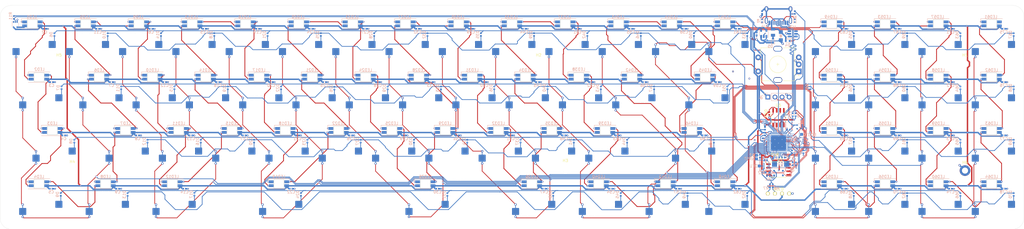
<source format=kicad_pcb>
(kicad_pcb (version 20211014) (generator pcbnew)
  (layers (0 "F.Cu" signal) (31 "B.Cu" signal) (34 "B.Paste" user) (35 "F.Paste" user) (36 "B.SilkS" user "B.Silkscreen") (37 "F.SilkS" user "F.Silkscreen") (38 "B.Mask" user) (39 "F.Mask" user) (44 "Edge.Cuts" user))
  (net 0 "")
  (net 1 "GND")
  (net 2 "/NRST")
  (net 3 "+5V")
  (net 4 "/VCAP_1")
  (net 5 "/F0")
  (net 6 "/F1")
  (net 7 "Net-(D1-Pad-)")
  (net 8 "Net-(D1-Pad+)")
  (net 9 "Net-(D2-Pad2)")
  (net 10 "ROW0")
  (net 11 "ROW1")
  (net 12 "ROW2")
  (net 13 "Net-(D5-Pad2)")
  (net 14 "ROW3")
  (net 15 "Net-(D6-Pad2)")
  (net 16 "ROW4")
  (net 17 "Net-(D7-Pad2)")
  (net 18 "ROW5")
  (net 19 "Net-(D8-Pad2)")
  (net 20 "ROW6")
  (net 21 "Net-(D9-Pad2)")
  (net 22 "ROW7")
  (net 23 "Net-(D10-Pad2)")
  (net 24 "Net-(D11-Pad2)")
  (net 25 "Net-(D12-Pad2)")
  (net 26 "Net-(D13-Pad2)")
  (net 27 "Net-(D14-Pad2)")
  (net 28 "Net-(D15-Pad2)")
  (net 29 "Net-(D16-Pad2)")
  (net 30 "Net-(D17-Pad2)")
  (net 31 "Net-(D18-Pad2)")
  (net 32 "Net-(D19-Pad2)")
  (net 33 "Net-(D20-Pad2)")
  (net 34 "Net-(D21-Pad2)")
  (net 35 "Net-(D22-Pad2)")
  (net 36 "Net-(D23-Pad2)")
  (net 37 "Net-(D24-Pad2)")
  (net 38 "Net-(D25-Pad2)")
  (net 39 "Net-(D26-Pad2)")
  (net 40 "Net-(D27-Pad2)")
  (net 41 "Net-(D28-Pad2)")
  (net 42 "Net-(D29-Pad2)")
  (net 43 "Net-(D30-Pad2)")
  (net 44 "Net-(D31-Pad2)")
  (net 45 "Net-(D32-Pad2)")
  (net 46 "Net-(D33-Pad2)")
  (net 47 "Net-(D34-Pad2)")
  (net 48 "Net-(D35-Pad2)")
  (net 49 "Net-(D36-Pad2)")
  (net 50 "Net-(D37-Pad2)")
  (net 51 "Net-(D38-Pad2)")
  (net 52 "Net-(D39-Pad2)")
  (net 53 "Net-(D40-Pad2)")
  (net 54 "Net-(D41-Pad2)")
  (net 55 "Net-(D42-Pad2)")
  (net 56 "Net-(D43-Pad2)")
  (net 57 "Net-(D44-Pad2)")
  (net 58 "Net-(D45-Pad2)")
  (net 59 "Net-(D46-Pad2)")
  (net 60 "Net-(D47-Pad2)")
  (net 61 "Net-(D48-Pad2)")
  (net 62 "Net-(D49-Pad2)")
  (net 63 "Net-(D50-Pad2)")
  (net 64 "ENCSW1")
  (net 65 "Net-(D52-Pad2)")
  (net 66 "Net-(D53-Pad2)")
  (net 67 "Net-(D55-Pad2)")
  (net 68 "Net-(D56-Pad2)")
  (net 69 "Net-(D57-Pad2)")
  (net 70 "Net-(D58-Pad2)")
  (net 71 "Net-(D59-Pad2)")
  (net 72 "Net-(D60-Pad2)")
  (net 73 "Net-(D61-Pad2)")
  (net 74 "Net-(D62-Pad2)")
  (net 75 "Net-(D63-Pad2)")
  (net 76 "Net-(D64-Pad2)")
  (net 77 "Net-(D65-Pad2)")
  (net 78 "Net-(D66-Pad2)")
  (net 79 "Net-(D67-Pad2)")
  (net 80 "VBUS")
  (net 81 "Net-(FB1-Pad1)")
  (net 83 "Net-(J1-PadA5)")
  (net 85 "D-")
  (net 86 "Net-(J1-PadB5)")
  (net 88 "+3V3")
  (net 89 "SWDIO")
  (net 90 "SWCLK")
  (net 91 "/B2")
  (net 92 "/BOOT0")
  (net 93 "/DFU")
  (net 96 "/SwitchPin")
  (net 97 "Net-(LED1-Pad2)")
  (net 98 "/A10_5V")
  (net 99 "Net-(LED2-Pad2)")
  (net 100 "Net-(LED3-Pad2)")
  (net 101 "Net-(LED4-Pad2)")
  (net 102 "Net-(LED5-Pad2)")
  (net 103 "Net-(LED5-Pad4)")
  (net 104 "Net-(LED6-Pad4)")
  (net 105 "Net-(LED7-Pad4)")
  (net 106 "Net-(LED10-Pad4)")
  (net 107 "Net-(LED10-Pad2)")
  (net 108 "Net-(LED11-Pad2)")
  (net 109 "Net-(LED12-Pad2)")
  (net 110 "Net-(LED13-Pad2)")
  (net 111 "Net-(LED13-Pad4)")
  (net 112 "Net-(LED14-Pad4)")
  (net 113 "Net-(LED16-Pad2)")
  (net 114 "Net-(LED17-Pad2)")
  (net 115 "Net-(LED18-Pad2)")
  (net 116 "Net-(LED19-Pad2)")
  (net 117 "Net-(LED20-Pad2)")
  (net 118 "Net-(LED20-Pad4)")
  (net 119 "Net-(LED21-Pad4)")
  (net 120 "Net-(LED23-Pad2)")
  (net 121 "Net-(LED24-Pad2)")
  (net 122 "Net-(LED25-Pad2)")
  (net 123 "Net-(LED26-Pad2)")
  (net 124 "Net-(LED27-Pad2)")
  (net 125 "Net-(LED27-Pad4)")
  (net 126 "Net-(LED28-Pad4)")
  (net 127 "Net-(LED30-Pad2)")
  (net 128 "Net-(LED31-Pad2)")
  (net 129 "Net-(LED32-Pad2)")
  (net 130 "Net-(LED33-Pad2)")
  (net 131 "Net-(LED33-Pad4)")
  (net 132 "Net-(LED34-Pad4)")
  (net 133 "Net-(LED35-Pad4)")
  (net 134 "Net-(LED37-Pad2)")
  (net 135 "Net-(LED38-Pad2)")
  (net 136 "Net-(LED39-Pad2)")
  (net 137 "Net-(LED40-Pad2)")
  (net 138 "Net-(LED41-Pad2)")
  (net 139 "Net-(LED41-Pad4)")
  (net 140 "Net-(LED42-Pad4)")
  (net 141 "Net-(LED44-Pad2)")
  (net 142 "Net-(LED45-Pad2)")
  (net 143 "Net-(LED46-Pad2)")
  (net 144 "Net-(LED47-Pad2)")
  (net 145 "Net-(LED47-Pad4)")
  (net 146 "Net-(LED49-Pad2)")
  (net 147 "Net-(LED50-Pad2)")
  (net 148 "Net-(LED51-Pad2)")
  (net 149 "Net-(LED52-Pad2)")
  (net 150 "Net-(LED53-Pad2)")
  (net 151 "Net-(LED53-Pad4)")
  (net 152 "Net-(LED54-Pad4)")
  (net 153 "Net-(LED55-Pad4)")
  (net 154 "Net-(LED57-Pad2)")
  (net 155 "Net-(LED58-Pad2)")
  (net 156 "Net-(LED59-Pad2)")
  (net 157 "Net-(LED60-Pad2)")
  (net 159 "Net-(LED61-Pad4)")
  (net 160 "Net-(LED62-Pad4)")
  (net 161 "Net-(LED63-Pad4)")
  (net 162 "SDA")
  (net 163 "SCL")
  (net 164 "ENC_B")
  (net 165 "ENC_A")
  (net 166 "/A10")
  (net 167 "COL6")
  (net 168 "COL0")
  (net 169 "COL1")
  (net 170 "COL2")
  (net 171 "COL3")
  (net 172 "COL4")
  (net 173 "COL5")
  (net 174 "COL7")
  (net 175 "COL8")
  (net 177 "/A0_FRAM_CS")
  (net 178 "/B12_FLASH_CS")
  (net 180 "/B3_SCK")
  (net 181 "/B4_MISO")
  (net 182 "/B5_MOSI")
  (net 183 "Net-(C10-Pad1)")
  (net 184 "Net-(D4-Pad1)")
  (net 185 "Net-(D51-Pad2)")
  (net 186 "Net-(D68-Pad2)")
  (net 187 "Net-(D69-Pad2)")
  (net 188 "Net-(D70-Pad2)")
  (net 189 "Net-(Q2-Pad6)")
  (net 196 "D+")
  (footprint "MX_Hotswap:MX-Hotswap-1.25U" (layer "F.Cu") (at 89.662 158.242)
    (fp_text reference "SW13")
    (fp_text value "L_CMD")
  )
  (footprint "MX_Hotswap:MX-Hotswap-1U" (layer "F.Cu") (at 192.024 101.092)
    (fp_text reference "SW31")
    (fp_text value "I")
  )
  (footprint "MX_Hotswap:MX-Hotswap-1.25U" (layer "F.Cu") (at 65.786 158.242)
    (fp_text reference "SW9")
    (fp_text value "L_ALT")
  )
  (footprint "MX_Hotswap:MX-Hotswap-1.75U" (layer "F.Cu") (at 46.76775 139.192)
    (fp_text reference "SW4")
    (fp_text value "L_SHIFT")
  )
  (footprint "MX_Hotswap:MX-Hotswap-2.75U" (layer "F.Cu") (at 180.086 158.242)
    (fp_text reference "SW27")
    (fp_text value "SPACE")
  )
  (footprint "MX_Hotswap:MX-Hotswap-1U" (layer "F.Cu") (at 344.424 139.192)
    (fp_text reference "SW56")
    (fp_text value "2")
  )
  (footprint "MX_Hotswap:MX-Hotswap-1U" (layer "F.Cu") (at 254 120.142)
    (fp_text reference "SW43")
    (fp_text value "APOSTROPHE")
  )
  (footprint "MX_Hotswap:MX-Hotswap-1U" (layer "F.Cu") (at 168.148 139.192)
    (fp_text reference "SW26")
    (fp_text value "N")
  )
  (footprint "MX_Hotswap:MX-Hotswap-1U" (layer "F.Cu") (at 96.774 101.092)
    (fp_text reference "SW14")
    (fp_text value "E")
  )
  (footprint "MX_Hotswap:MX-Hotswap-1U" (layer "F.Cu") (at 77.724 101.092)
    (fp_text reference "SW10")
    (fp_text value "W")
  )
  (footprint "MX_Hotswap:MX-Hotswap-1U" (layer "F.Cu") (at 149.098 139.192)
    (fp_text reference "SW23")
    (fp_text value "B")
  )
  (footprint "MountingHole:MountingHole_2.2mm_M2_DIN965_Pad" (layer "F.Cu") (at 372.999 148.717)
    (fp_text reference "H6")
    (fp_text value "MH_P")
  )
  (footprint "MX_Hotswap:MX-Hotswap-1U" (layer "F.Cu") (at 363.474 139.192)
    (fp_text reference "SW60")
    (fp_text value "3")
  )
  (footprint "MX_Hotswap:MX-Hotswap-1U" (layer "F.Cu") (at 120.65 120.142)
    (fp_text reference "SW18")
    (fp_text value "F")
  )
  (footprint "MX_Hotswap:MX-Hotswap-1U" (layer "F.Cu") (at 91.948 139.192)
    (fp_text reference "SW12")
    (fp_text value "X")
  )
  (footprint "MX_Hotswap:MX-Hotswap-1.25U" (layer "F.Cu") (at 218.186 158.242)
    (fp_text reference "SW34")
    (fp_text value "R_CMD")
  )
  (footprint "MX_Hotswap:MX-Hotswap-1U" (layer "F.Cu") (at 363.474 101.092)
    (fp_text reference "SW58")
    (fp_text value "9")
  )
  (footprint "MX_Hotswap:MX-Hotswap-2.75U" (layer "F.Cu") (at 127.762 158.242)
    (fp_text reference "SW20")
    (fp_text value "FN_1")
  )
  (footprint "MountingHole:MountingHole_2.2mm_M2" (layer "F.Cu") (at 49.149 110.617)
    (fp_text reference "H5")
    (fp_text value "MH")
  )
  (footprint "MX_Hotswap:MX-Hotswap-1U" (layer "F.Cu") (at 187.198 139.192)
    (fp_text reference "SW30")
    (fp_text value "M")
  )
  (footprint "MX_Hotswap:MX-Hotswap-1U" (layer "F.Cu") (at 225.298 139.192)
    (fp_text reference "SW37")
    (fp_text value "PERIOD")
  )
  (footprint "MX_Hotswap:MX-Hotswap-1U" (layer "F.Cu") (at 215.9 120.142)
    (fp_text reference "SW36")
    (fp_text value "L")
  )
  (footprint "MX_Hotswap:MX-Hotswap-1.25U" (layer "F.Cu") (at 242.062 158.242)
    (fp_text reference "SW41")
    (fp_text value "R_ALT")
  )
  (footprint "MX_Hotswap:MX-Hotswap-1U" (layer "F.Cu") (at 172.974 101.092)
    (fp_text reference "SW28")
    (fp_text value "U")
  )
  (footprint "MX_Hotswap:MX-Hotswap-1.25U" (layer "F.Cu") (at 42.00525 120.142)
    (fp_text reference "SW3")
    (fp_text value "TAB")
  )
  (footprint "MX_Hotswap:MX-Hotswap-1U" (layer "F.Cu") (at 382.524 158.242)
    (fp_text reference "SW65")
    (fp_text value "PAD_LOCK")
  )
  (footprint "MX_Hotswap:MX-Hotswap-1U" (layer "F.Cu") (at 196.85 120.142)
    (fp_text reference "SW32")
    (fp_text value "K")
  )
  (footprint "MX_Hotswap:MX-Hotswap-1U" (layer "F.Cu") (at 139.7 120.142)
    (fp_text reference "SW22")
    (fp_text value "G")
  )
  (footprint "MX_Hotswap:MX-Hotswap-1U" (layer "F.Cu") (at 230.124 101.092)
    (fp_text reference "SW38")
    (fp_text value "P")
  )
  (footprint "MX_Hotswap:MX-Hotswap-1U" (layer "F.Cu") (at 158.75 120.142)
    (fp_text reference "SW25")
    (fp_text value "H")
  )
  (footprint "MX_Hotswap:MX-Hotswap-1U" (layer "F.Cu") (at 382.524 101.092)
    (fp_text reference "SW62")
    (fp_text value "MINUS")
  )
  (footprint "MX_Hotswap:MX-Hotswap-1U" (layer "F.Cu") (at 325.374 120.142)
    (fp_text reference "SW51")
    (fp_text value "4")
  )
  (footprint "MX_Hotswap:MX-Hotswap-1U" (layer "F.Cu") (at 134.874 101.092)
    (fp_text reference "SW21")
    (fp_text value "T")
  )
  (footprint "MX_Hotswap:MX-Hotswap-1U" (layer "F.Cu") (at 244.348 139.192)
    (fp_text reference "SW40")
    (fp_text value "SLASH")
  )
  (footprint "Bonsai_C4:SOP-8_3.9x4.9mm_P1.27mm" (layer "F.Cu") (at 306.324 129.794 -90)
    (fp_text reference "U5")
    (fp_text value "MB85RS64PNF-G-JNERE1")
  )
  (footprint "MX_Hotswap:MX-Hotswap-1U" (layer "F.Cu") (at 211.074 101.092)
    (fp_text reference "SW35")
    (fp_text value "O")
  )
  (footprint "MX_Hotswap:MX-Hotswap-1U" (layer "F.Cu") (at 249.174 101.092)
    (fp_text reference "SW42")
    (fp_text value "HYPHEN")
  )
  (footprint "Keebio-Parts:RotaryEncoder_EC11" (layer "F.Cu") (at 306.074 110.744 180)
    (fp_text reference "SW1")
    (fp_text value "RotaryEncoder_Switch")
  )
  (footprint "MX_Hotswap:MX-Hotswap-1U" (layer "F.Cu") (at 344.424 101.092)
    (fp_text reference "SW54")
    (fp_text value "8")
  )
  (footprint "MX_Hotswap:MX-Hotswap-1U" (layer "F.Cu") (at 344.424 120.142)
    (fp_text reference "SW55")
    (fp_text value "5")
  )
  (footprint "MountingHole:MountingHole_2.2mm_M2" (layer "F.Cu") (at 230.15575 148.336)
    (fp_text reference "H3")
    (fp_text value "MH")
  )
  (footprint "MX_Hotswap:MX-Hotswap-1U" (layer "F.Cu") (at 234.95 120.142)
    (fp_text reference "SW39")
    (fp_text value "SEMI_COLON")
  )
  (footprint "kbd:OLED_v2" (layer "F.Cu") (at 306.324 156.922)
    (fp_text reference "OL1")
    (fp_text value "OLED" hide)
  )
  (footprint "MX_Hotswap:MX-Hotswap-2.25U" (layer "F.Cu") (at 275.36775 139.192)
    (fp_text reference "SW44")
    (fp_text value "R_SHIFT")
  )
  (footprint "MX_Hotswap:MX-Hotswap-1U" (layer "F.Cu") (at 268.224 101.092)
    (fp_text reference "SW46")
    (fp_text value "EQUALS")
  )
  (footprint "MX_Hotswap:MX-Hotswap-1U" (layer "F.Cu") (at 382.524 120.142)
    (fp_text reference "SW63")
    (fp_text value "PLUS")
  )
  (footprint "MX_Hotswap:MX-Hotswap-1U" (layer "F.Cu") (at 115.824 101.092)
    (fp_text reference "SW17")
    (fp_text value "R")
  )
  (footprint "MX_Hotswap:MX-Hotswap-1U" (layer "F.Cu") (at 206.248 139.192)
    (fp_text reference "SW33")
    (fp_text value "COMMA")
  )
  (footprint "MX_Hotswap:MX-Hotswap-1U" (layer "F.Cu") (at 39.624 101.092)
    (fp_text reference "SW2")
    (fp_text value "ESC")
  )
  (footprint "MX_Hotswap:MX-Hotswap-1U" (layer "F.Cu") (at 287.274 158.242)
    (fp_text reference "SW48")
    (fp_text value "FN_2")
  )
  (footprint "MX_Hotswap:MX-Hotswap-1.25U" (layer "F.Cu") (at 265.938 158.242)
    (fp_text reference "SW45")
    (fp_text value "R_CTRL")
  )
  (footprint "MX_Hotswap:MX-Hotswap-1U" (layer "F.Cu") (at 63.5 120.142)
    (fp_text reference "SW7")
    (fp_text value "A")
  )
  (footprint "MX_Hotswap:MX-Hotswap-1U" (layer "F.Cu") (at 82.55 120.142)
    (fp_text reference "SW11")
    (fp_text value "S")
  )
  (footprint "MountingHole:MountingHole_2.2mm_M2" (layer "F.Cu") (at 372.999 110.617)
    (fp_text reference "H1")
    (fp_text value "MH")
  )
  (footprint "MX_Hotswap:MX-Hotswap-1U" (layer "F.Cu") (at 110.998 139.192)
    (fp_text reference "SW16")
    (fp_text value "C")
  )
  (footprint "MX_Hotswap:MX-Hotswap-1U" (layer "F.Cu") (at 153.924 101.098)
    (fp_text reference "SW24")
    (fp_text value "Y")
  )
  (footprint "MX_Hotswap:MX-Hotswap-1U" (layer "F.Cu") (at 344.424 158.242)
    (fp_text reference "SW57")
    (fp_text value "00")
  )
  (footprint "MountingHole:MountingHole_2.2mm_M2" (layer "F.Cu") (at 53.9115 148.717)
    (fp_text reference "H4")
    (fp_text value "MH")
  )
  (footprint "MX_Hotswap:MX-Hotswap-1.25U" (layer "F.Cu") (at 42.00525 158.242)
    (fp_text reference "SW5")
    (fp_text value "L_CTRL")
  )
  (footprint "MX_Hotswap:MX-Hotswap-1U" (layer "F.Cu") (at 72.898 139.192)
    (fp_text reference "SW8")
    (fp_text value "Z")
  )
  (footprint "MX_Hotswap:MX-Hotswap-1U" (layer "F.Cu") (at 287.274 101.092)
    (fp_text reference "SW49")
    (fp_text value "BCK_SPC")
  )
  (footprint "MX_Hotswap:MX-Hotswap-1U" (layer "F.Cu") (at 325.374 139.192)
    (fp_text reference "SW52")
    (fp_text value "1")
  )
  (footprint "MountingHole:MountingHole_2.2mm_M2" (layer "F.Cu") (at 220.599 110.617)
    (fp_text reference "H2")
    (fp_text value "MH")
  )
  (footprint "MX_Hotswap:MX-Hotswap-1U" (layer "F.Cu") (at 58.674 101.092)
    (fp_text reference "SW6")
    (fp_text value "Q")
  )
  (footprint "MX_Hotswap:MX-Hotswap-1U" (layer "F.Cu") (at 325.374 101.092)
    (fp_text reference "SW50")
    (fp_text value "7")
  )
  (footprint "Bonsai_C4:SOIC-8_5.23x5.23mm_P1.27mm" (layer "F.Cu") (at 306.324 148.336)
    (fp_text reference "U7")
    (fp_text value "W25Q128JVSIQ")
  )
  (footprint "Capacitor_SMD:C_0402_1005Metric" (layer "F.Cu") (at 303.022 128.27 -90)
    (fp_text reference "C50")
    (fp_text value "cap_100nF_16v_0402")
  )
  (footprint "Capacitor_SMD:C_0402_1005Metric" (layer "F.Cu") (at 305.031 144.018)
    (fp_text reference "C49")
    (fp_text value "cap_100nF_16v_0402")
  )
  (footprint "MX_Hotswap:MX-Hotswap-1U" (layer "F.Cu") (at 382.524 139.192)
    (fp_text reference "SW64")
    (fp_text value "ENTER")
  )
  (footprint "MX_Hotswap:MX-Hotswap-1U" (layer "F.Cu") (at 363.474 120.142)
    (fp_text reference "SW59")
    (fp_text value "6")
  )
  (footprint "MX_Hotswap:MX-Hotswap-1.75U" (layer "F.Cu") (at 280.13025 120.142)
    (fp_text reference "SW47")
    (fp_text value "RETURN")
  )
  (footprint "MX_Hotswap:MX-Hotswap-1U" (layer "F.Cu") (at 177.8 120.142)
    (fp_text reference "SW29")
    (fp_text value "J")
  )
  (footprint "MX_Hotswap:MX-Hotswap-1U" (layer "F.Cu") (at 325.374 158.242)
    (fp_text reference "SW53")
    (fp_text value "0")
  )
  (footprint "MX_Hotswap:MX-Hotswap-1U" (layer "F.Cu") (at 363.474 158.242)
    (fp_text reference "SW61")
    (fp_text value "NUM_PER")
  )
  (footprint "MX_Hotswap:MX-Hotswap-1U" (layer "F.Cu") (at 101.6 120.142)
    (fp_text reference "SW15")
    (fp_text value "D")
  )
  (footprint "MX_Hotswap:MX-Hotswap-1U" (layer "F.Cu") (at 130.048 139.192)
    (fp_text reference "SW19")
    (fp_text value "V")
  )
  (footprint "marbastlib-various:SOT-23-6-routable" (layer "B.Cu") (at 311.404 99.822)
    (fp_text reference "U2")
    (fp_text value "SRV05-4")
  )
  (footprint "Bonsai_C4:SW4-SMD-2.7X3.0X1.4MM" (layer "B.Cu") (at 306.324 149.606 180)
    (fp_text reference "K1" hide)
    (fp_text value "SMD-SWITCH-TACTILE-SPST-NO_4P-2.7MMx3.0MM_" hide)
  )
  (footprint "kbd:YS-SK6812MINI-E" (layer "B.Cu") (at 382.524 115.316)
    (fp_text reference "LED62")
    (fp_text value "SK6812")
    (fp_line (start -1.8 1.55) (end -1.8 -1.55) (layer "Edge.Cuts") (width 0.12))
    (fp_line (start -1.8 -1.55) (end 1.8 -1.55) (layer "Edge.Cuts") (width 0.12))
    (fp_line (start 1.8 1.55) (end -1.8 1.55) (layer "Edge.Cuts") (width 0.12))
    (fp_line (start 1.8 -1.55) (end 1.8 1.55) (layer "Edge.Cuts") (width 0.12))
  )
  (footprint "Capacitor_SMD:C_0402_1005Metric" (layer "B.Cu") (at 367.82 136.144)
    (fp_text reference "C73")
    (fp_text value "0.1uF")
  )
  (footprint "Diode_SMD:D_0402_1005Metric" (layer "B.Cu") (at 317.75 119.149 -90)
    (fp_text reference "D54")
    (fp_text value "D")
  )
  (footprint "kbd:YS-SK6812MINI-E" (layer "B.Cu") (at 230.124 96.266)
    (fp_text reference "LED37")
    (fp_text value "SK6812")
    (fp_line (start -1.8 -1.55) (end 1.8 -1.55) (layer "Edge.Cuts") (width 0.12))
    (fp_line (start 1.8 1.55) (end -1.8 1.55) (layer "Edge.Cuts") (width 0.12))
    (fp_line (start 1.8 -1.55) (end 1.8 1.55) (layer "Edge.Cuts") (width 0.12))
    (fp_line (start -1.8 1.55) (end -1.8 -1.55) (layer "Edge.Cuts") (width 0.12))
  )
  (footprint "Diode_SMD:D_0402_1005Metric" (layer "B.Cu") (at 99.822 138.214 -90)
    (fp_text reference "D16")
    (fp_text value "D")
  )
  (footprint "kbd:YS-SK6812MINI-E" (layer "B.Cu") (at 344.424 153.416)
    (fp_text reference "LED56")
    (fp_text value "SK6812")
    (fp_line (start -1.8 1.55) (end -1.8 -1.55) (layer "Edge.Cuts") (width 0.12))
    (fp_line (start 1.8 -1.55) (end 1.8 1.55) (layer "Edge.Cuts") (width 0.12))
    (fp_line (start 1.8 1.55) (end -1.8 1.55) (layer "Edge.Cuts") (width 0.12))
    (fp_line (start -1.8 -1.55) (end 1.8 -1.55) (layer "Edge.Cuts") (width 0.12))
  )
  (footprint "Resistor_SMD:R_0402_1005Metric" (layer "B.Cu") (at 303.276 154.178 -90)
    (fp_text reference "R7")
    (fp_text value "4.7k")
  )
  (footprint "Diode_SMD:D_0402_1005Metric" (layer "B.Cu") (at 252.222 138.199 -90)
    (fp_text reference "D44")
    (fp_text value "D")
  )
  (footprint "kbd:YS-SK6812MINI-E" (layer "B.Cu") (at 63.5 115.316)
    (fp_text reference "LED6")
    (fp_text value "SK6812")
    (fp_line (start -1.8 -1.55) (end 1.8 -1.55) (layer "Edge.Cuts") (width 0.12))
    (fp_line (start 1.8 -1.55) (end 1.8 1.55) (layer "Edge.Cuts") (width 0.12))
    (fp_line (start 1.8 1.55) (end -1.8 1.55) (layer "Edge.Cuts") (width 0.12))
    (fp_line (start -1.8 1.55) (end -1.8 -1.55) (layer "Edge.Cuts") (width 0.12))
  )
  (footprint "Diode_SMD:D_0402_1005Metric" (layer "B.Cu") (at 49.784 157.226 -90)
    (fp_text reference "D9")
    (fp_text value "D")
  )
  (footprint "Capacitor_SMD:C_0402_1005Metric" (layer "B.Cu") (at 105.946 117.094)
    (fp_text reference "C16")
    (fp_text value "0.1uF")
  )
  (footprint "Diode_SMD:D_0402_1005Metric" (layer "B.Cu") (at 218.948 100.076 -90)
    (fp_text reference "D39")
    (fp_text value "D")
  )
  (footprint "kbd:YS-SK6812MINI-E" (layer "B.Cu") (at 154.178 96.266)
    (fp_text reference "LED23")
    (fp_text value "SK6812")
    (fp_line (start -1.8 1.55) (end -1.8 -1.55) (layer "Edge.Cuts") (width 0.12))
    (fp_line (start 1.8 1.55) (end -1.8 1.55) (layer "Edge.Cuts") (width 0.12))
    (fp_line (start -1.8 -1.55) (end 1.8 -1.55) (layer "Edge.Cuts") (width 0.12))
    (fp_line (start 1.8 -1.55) (end 1.8 1.55) (layer "Edge.Cuts") (width 0.12))
  )
  (footprint "kbd:YS-SK6812MINI-E" (layer "B.Cu") (at 196.85 115.316)
    (fp_text reference "LED31")
    (fp_text value "SK6812")
    (fp_line (start 1.8 1.55) (end -1.8 1.55) (layer "Edge.Cuts") (width 0.12))
    (fp_line (start -1.8 -1.55) (end 1.8 -1.55) (layer "Edge.Cuts") (width 0.12))
    (fp_line (start -1.8 1.55) (end -1.8 -1.55) (layer "Edge.Cuts") (width 0.12))
    (fp_line (start 1.8 -1.55) (end 1.8 1.55) (layer "Edge.Cuts") (width 0.12))
  )
  (footprint "Bonsai_C4:R_0402_1005Metric" (layer "B.Cu") (at 299.72 143.51 90)
    (fp_text reference "R1" hide)
    (fp_text value "r_470_0402_1p" hide)
  )
  (footprint "Diode_SMD:D_0402_1005Metric" (layer "B.Cu") (at 97.536 157.157 -90)
    (fp_text reference "D17")
    (fp_text value "D")
  )
  (footprint "Diode_SMD:D_0402_1005Metric" (layer "B.Cu") (at 47.498 100.099 -90)
    (fp_text reference "D6")
    (fp_text value "D")
  )
  (footprint "kbd:YS-SK6812MINI-E" (layer "B.Cu") (at 344.424 115.316)
    (fp_text reference "LED54")
    (fp_text value "SK6812")
    (fp_line (start -1.8 -1.55) (end 1.8 -1.55) (layer "Edge.Cuts") (width 0.12))
    (fp_line (start 1.8 -1.55) (end 1.8 1.55) (layer "Edge.Cuts") (width 0.12))
    (fp_line (start 1.8 1.55) (end -1.8 1.55) (layer "Edge.Cuts") (width 0.12))
    (fp_line (start -1.8 1.55) (end -1.8 -1.55) (layer "Edge.Cuts") (width 0.12))
  )
  (footprint "Capacitor_SMD:C_0402_1005Metric" (layer "B.Cu") (at 46.35125 155.194)
    (fp_text reference "C5")
    (fp_text value "0.1uF")
  )
  (footprint "kbd:YS-SK6812MINI-E" (layer "B.Cu") (at 77.724 96.266)
    (fp_text reference "LED9")
    (fp_text value "SK6812")
    (fp_line (start 1.8 -1.55) (end 1.8 1.55) (layer "Edge.Cuts") (width 0.12))
    (fp_line (start 1.8 1.55) (end -1.8 1.55) (layer "Edge.Cuts") (width 0.12))
    (fp_line (start -1.8 -1.55) (end 1.8 -1.55) (layer "Edge.Cuts") (width 0.12))
    (fp_line (start -1.8 1.55) (end -1.8 -1.55) (layer "Edge.Cuts") (width 0.12))
  )
  (footprint "Capacitor_SMD:C_0402_1005Metric" (layer "B.Cu") (at 253.52 98.032)
    (fp_text reference "C55")
    (fp_text value "0.1uF")
  )
  (footprint "Bonsai_C4:SOT-363_SC-70-6_SC-88" (layer "B.Cu") (at 314.198 138.176 180)
    (fp_text reference "Q2" hide)
    (fp_text value "MUN5311DW1T1G")
  )
  (footprint "kbd:YS-SK6812MINI-E" (layer "B.Cu") (at 139.7 115.316)
    (fp_text reference "LED21")
    (fp_text value "SK6812")
    (fp_line (start 1.8 1.55) (end -1.8 1.55) (layer "Edge.Cuts") (width 0.12))
    (fp_line (start -1.8 -1.55) (end 1.8 -1.55) (layer "Edge.Cuts") (width 0.12))
    (fp_line (start 1.8 -1.55) (end 1.8 1.55) (layer "Edge.Cuts") (width 0.12))
    (fp_line (start -1.8 1.55) (end -1.8 -1.55) (layer "Edge.Cuts") (width 0.12))
  )
  (footprint "Connector_PinHeader_2.54mm:PinHeader_1x04_P2.54mm_Vertical" (layer "B.Cu") (at 302.524 122.428 -90)
    (fp_text reference "J6")
    (fp_text value "Conn_01x04")
  )
  (footprint "kbd:YS-SK6812MINI-E" (layer "B.Cu") (at 187.198 134.366)
    (fp_text reference "LED29")
    (fp_text value "SK6812")
    (fp_line (start 1.8 -1.55) (end 1.8 1.55) (layer "Edge.Cuts") (width 0.12))
    (fp_line (start 1.8 1.55) (end -1.8 1.55) (layer "Edge.Cuts") (width 0.12))
    (fp_line (start -1.8 1.55) (end -1.8 -1.55) (layer "Edge.Cuts") (width 0.12))
    (fp_line (start -1.8 -1.55) (end 1.8 -1.55) (layer "Edge.Cuts") (width 0.12))
  )
  (footprint "Diode_SMD:D_0402_1005Metric" (layer "B.Cu") (at 352.298 119.149 -90)
    (fp_text reference "D60")
    (fp_text value "D")
  )
  (footprint "Capacitor_SMD:C_0402_1005Metric" (layer "B.Cu") (at 184.432 155.194)
    (fp_text reference "C30")
    (fp_text value "0.1uF")
  )
  (footprint "kbd:YS-SK6812MINI-E" (layer "B.Cu") (at 82.55 115.316)
    (fp_text reference "LED10")
    (fp_text value "SK6812")
    (fp_line (start -1.8 -1.55) (end 1.8 -1.55) (layer "Edge.Cuts") (width 0.12))
    (fp_line (start 1.8 -1.55) (end 1.8 1.55) (layer "Edge.Cuts") (width 0.12))
    (fp_line (start -1.8 1.55) (end -1.8 -1.55) (layer "Edge.Cuts") (width 0.12))
    (fp_line (start 1.8 1.55) (end -1.8 1.55) (layer "Edge.Cuts") (width 0.12))
  )
  (footprint "Keebio-Parts:R_0402" (layer "B.Cu") (at 300.466 95.1785 -90)
    (fp_text reference "R2")
    (fp_text value "5.1k")
  )
  (footprint "kbd:YS-SK6812MINI-E" (layer "B.Cu") (at 134.874 96.266)
    (fp_text reference "LED20")
    (fp_text value "SK6812")
    (fp_line (start -1.8 -1.55) (end 1.8 -1.55) (layer "Edge.Cuts") (width 0.12))
    (fp_line (start 1.8 -1.55) (end 1.8 1.55) (layer "Edge.Cuts") (width 0.12))
    (fp_line (start -1.8 1.55) (end -1.8 -1.55) (layer "Edge.Cuts") (width 0.12))
    (fp_line (start 1.8 1.55) (end -1.8 1.55) (layer "Edge.Cuts") (width 0.12))
  )
  (footprint "Capacitor_SMD:C_0402_1005Metric" (layer "B.Cu") (at 210.594 136.144)
    (fp_text reference "C41")
    (fp_text value "0.1uF")
  )
  (footprint "kbd:YS-SK6812MINI-E" (layer "B.Cu") (at 96.774 96.266)
    (fp_text reference "LED13")
    (fp_text value "SK6812")
    (fp_line (start 1.8 -1.55) (end 1.8 1.55) (layer "Edge.Cuts") (width 0.12))
    (fp_line (start -1.8 1.55) (end -1.8 -1.55) (layer "Edge.Cuts") (width 0.12))
    (fp_line (start -1.8 -1.55) (end 1.8 -1.55) (layer "Edge.Cuts") (width 0.12))
    (fp_line (start 1.8 1.55) (end -1.8 1.55) (layer "Edge.Cuts") (width 0.12))
  )
  (footprint "Capacitor_SMD:C_0402_1005Metric" (layer "B.Cu") (at 367.82 98.032)
    (fp_text reference "C71")
    (fp_text value "0.1uF")
  )
  (footprint "Diode_SMD:D_0402_1005Metric" (layer "B.Cu") (at 352.298 138.176 -90)
    (fp_text reference "D61")
    (fp_text value "D")
  )
  (footprint "kbd:YS-SK6812MINI-E" (layer "B.Cu") (at 206.248 134.366)
    (fp_text reference "LED32")
    (fp_text value "SK6812")
    (fp_line (start 1.8 1.55) (end -1.8 1.55) (layer "Edge.Cuts") (width 0.12))
    (fp_line (start 1.8 -1.55) (end 1.8 1.55) (layer "Edge.Cuts") (width 0.12))
    (fp_line (start -1.8 -1.55) (end 1.8 -1.55) (layer "Edge.Cuts") (width 0.12))
    (fp_line (start -1.8 1.55) (end -1.8 -1.55) (layer "Edge.Cuts") (width 0.12))
  )
  (footprint "Bonsai_C4:C_0402_1005Metric" (layer "B.Cu") (at 301.498 133.604 90)
    (fp_text reference "C43" hide)
    (fp_text value "cap_4.7uF_10v_0402" hide)
  )
  (footprint "Resistor_SMD:R_0402_1005Metric" (layer "B.Cu") (at 304.292 154.178 -90)
    (fp_text reference "R8")
    (fp_text value "4.7k")
  )
  (footprint "Diode_SMD:D_0402_1005Metric" (layer "B.Cu") (at 176.022 138.199 -90)
    (fp_text reference "D30")
    (fp_text value "D")
  )
  (footprint "Capacitor_SMD:C_0402_1005Metric" (layer "B.Cu") (at 77.244 136.144)
    (fp_text reference "C8")
    (fp_text value "0.1uF")
  )
  (footprint "Diode_SMD:D_0402_1005Metric" (layer "B.Cu") (at 147.574 119.273 -90)
    (fp_text reference "D26")
    (fp_text value "D")
  )
  (footprint "Diode_SMD:D_0402_1005Metric" (layer "B.Cu") (at 276.102 100.076 -90)
    (fp_text reference "D50")
    (fp_text value "D")
  )
  (footprint "Capacitor_SMD:C_0402_1005Metric" (layer "B.Cu") (at 386.87 98.032)
    (fp_text reference "C75")
    (fp_text value "0.1uF")
  )
  (footprint "kbd:YS-SK6812MINI-E" (layer "B.Cu") (at 287.274 96.266)
    (fp_text reference "LED47")
    (fp_text value "SK6812")
    (fp_line (start -1.8 -1.55) (end 1.8 -1.55) (layer "Edge.Cuts") (width 0.12))
    (fp_line (start -1.8 1.55) (end -1.8 -1.55) (layer "Edge.Cuts") (width 0.12))
    (fp_line (start 1.8 -1.55) (end 1.8 1.55) (layer "Edge.Cuts") (width 0.12))
    (fp_line (start 1.8 1.55) (end -1.8 1.55) (layer "Edge.Cuts") (width 0.12))
  )
  (footprint "Diode_SMD:D_0402_1005Metric" (layer "B.Cu") (at 371.348 119.149 -90)
    (fp_text reference "D64")
    (fp_text value "D")
  )
  (footprint "Diode_SMD:D_0402_1005Metric" (layer "B.Cu") (at 233.172 138.199 -90)
    (fp_text reference "D41")
    (fp_text value "D")
  )
  (footprint "kbd:YS-SK6812MINI-E" (layer "B.Cu") (at 72.898 134.366)
    (fp_text reference "LED7")
    (fp_text value "SK6812")
    (fp_line (start 1.8 -1.55) (end 1.8 1.55) (layer "Edge.Cuts") (width 0.12))
    (fp_line (start 1.8 1.55) (end -1.8 1.55) (layer "Edge.Cuts") (width 0.12))
    (fp_line (start -1.8 -1.55) (end 1.8 -1.55) (layer "Edge.Cuts") (width 0.12))
    (fp_line (start -1.8 1.55) (end -1.8 -1.55) (layer "Edge.Cuts") (width 0.12))
  )
  (footprint "Diode_SMD:D_0402_1005Metric" (layer "B.Cu") (at 333.248 137.922 -90)
    (fp_text reference "D57")
    (fp_text value "D")
  )
  (footprint "Bonsai_C4:C_0402_1005Metric" (layer "B.Cu") (at 311.15 141.986 90)
    (fp_text reference "C42" hide)
    (fp_text value "cap_100nF_16v_0402" hide)
  )
  (footprint "Diode_SMD:D_0402_1005Metric" (layer "B.Cu") (at 187.96 157.249 -90)
    (fp_text reference "D31")
    (fp_text value "D")
  )
  (footprint "Capacitor_SMD:C_0402_1005Metric" (layer "B.Cu") (at 50.828 136.144)
    (fp_text reference "C4")
    (fp_text value "0.1uF")
  )
  (footprint "Capacitor_SMD:C_0402_1005Metric" (layer "B.Cu") (at 120.17 98.032)
    (fp_text reference "C19")
    (fp_text value "0.1uF")
  )
  (footprint "Bonsai_C4:PAD_SQUARE_1MM" (layer "B.Cu") (at 314.579 135.763 180)
    (fp_text reference "J5" hide)
    (fp_text value "PAD_SQUARE_1MM" hide)
  )
  (footprint "Capacitor_SMD:C_0402_1005Metric" (layer "B.Cu") (at 82.042 98.044)
    (fp_text reference "C6")
    (fp_text value "0.1uF")
  )
  (footprint "Diode_SMD:D_0402_1005Metric" (layer "B.Cu") (at 214.122 138.176 -90)
    (fp_text reference "D37")
    (fp_text value "D")
  )
  (footprint "Diode_SMD:D_0402_1005Metric" (layer "B.Cu") (at 128.524 119.149 -90)
    (fp_text reference "D22")
    (fp_text value "D")
  )
  (footprint "kbd:YS-SK6812MINI-E" (layer "B.Cu") (at 234.95 115.316)
    (fp_text reference "LED38")
    (fp_text value "SK6812")
    (fp_line (start 1.8 1.55) (end -1.8 1.55) (layer "Edge.Cuts") (width 0.12))
    (fp_line (start -1.8 1.55) (end -1.8 -1.55) (layer "Edge.Cuts") (width 0.12))
    (fp_line (start 1.8 -1.55) (end 1.8 1.55) (layer "Edge.Cuts") (width 0.12))
    (fp_line (start -1.8 -1.55) (end 1.8 -1.55) (layer "Edge.Cuts") (width 0.12))
  )
  (footprint "kbd:YS-SK6812MINI-E" (layer "B.Cu") (at 42.00525 115.316)
    (fp_text reference "LED2")
    (fp_text value "SK6812")
    (fp_line (start 1.8 -1.55) (end 1.8 1.55) (layer "Edge.Cuts") (width 0.12))
    (fp_line (start -1.8 1.55) (end -1.8 -1.55) (layer "Edge.Cuts") (width 0.12))
    (fp_line (start -1.8 -1.55) (end 1.8 -1.55) (layer "Edge.Cuts") (width 0.12))
    (fp_line (start 1.8 1.55) (end -1.8 1.55) (layer "Edge.Cuts") (width 0.12))
  )
  (footprint "Diode_SMD:D_0402_1005Metric" (layer "B.Cu") (at 352.298 100.076 -90)
    (fp_text reference "D59")
    (fp_text value "D")
  )
  (footprint "Diode_SMD:D_0402_1005Metric" (layer "B.Cu") (at 371.348 157.249 -90)
    (fp_text reference "D66")
    (fp_text value "D")
  )
  (footprint "Capacitor_SMD:C_0402_1005Metric" (layer "B.Cu") (at 386.87 117.094)
    (fp_text reference "C76")
    (fp_text value "0.1uF")
  )
  (footprint "kbd:YS-SK6812MINI-E" (layer "B.Cu") (at 130.048 134.366)
    (fp_text reference "LED18")
    (fp_text value "SK6812")
    (fp_line (start -1.8 -1.55) (end 1.8 -1.55) (layer "Edge.Cuts") (width 0.12))
    (fp_line (start 1.8 -1.55) (end 1.8 1.55) (layer "Edge.Cuts") (width 0.12))
    (fp_line (start -1.8 1.55) (end -1.8 -1.55) (layer "Edge.Cuts") (width 0.12))
    (fp_line (start 1.8 1.55) (end -1.8 1.55) (layer "Edge.Cuts") (width 0.12))
  )
  (footprint "Resistor_SMD:R_0402_1005Metric" (layer "B.Cu") (at 33.02 93.98 -90)
    (fp_text reference "R11")
    (fp_text value "r_100k_0402_1p")
  )
  (footprint "Capacitor_SMD:C_0402_1005Metric" (layer "B.Cu") (at 215.42 98.032)
    (fp_text reference "C44")
    (fp_text value "0.1uF")
  )
  (footprint "Diode_SMD:D_0402_1005Metric" (layer "B.Cu") (at 50.046 119.08 -90)
    (fp_text reference "D7")
    (fp_text value "D")
  )
  (footprint "Capacitor_SMD:C_0402_1005Metric" (layer "B.Cu") (at 177.32 98.032)
    (fp_text reference "C32")
    (fp_text value "0.1uF")
  )
  (footprint "Capacitor_SMD:C_0402_1005Metric" (layer "B.Cu") (at 258.346 117.094)
    (fp_text reference "C56")
    (fp_text value "0.1uF")
  )
  (footprint "Diode_SMD:D_0402_1005Metric" (layer "B.Cu") (at 142.748 100.076 -90)
    (fp_text reference "D25")
    (fp_text value "D")
  )
  (footprint "kbd:YS-SK6812MINI-E" (layer "B.Cu") (at 382.524 153.416)
    (fp_text reference "LED64")
    (fp_text value "SK6812")
    (fp_line (start -1.8 -1.55) (end 1.8 -1.55) (layer "Edge.Cuts") (width 0.12))
    (fp_line (start 1.8 1.55) (end -1.8 1.55) (layer "Edge.Cuts") (width 0.12))
    (fp_line (start -1.8 1.55) (end -1.8 -1.55) (layer "Edge.Cuts") (width 0.12))
    (fp_line (start 1.8 -1.55) (end 1.8 1.55) (layer "Edge.Cuts") (width 0.12))
  )
  (footprint "kbd:YS-SK6812MINI-E" (layer "B.Cu") (at 287.274 153.416)
    (fp_text reference "LED48")
    (fp_text value "SK6812")
    (fp_line (start 1.8 1.55) (end -1.8 1.55) (layer "Edge.Cuts") (width 0.12))
    (fp_line (start 1.8 -1.55) (end 1.8 1.55) (layer "Edge.Cuts") (width 0.12))
    (fp_line (start -1.8 -1.55) (end 1.8 -1.55) (layer "Edge.Cuts") (width 0.12))
    (fp_line (start -1.8 1.55) (end -1.8 -1.55) (layer "Edge.Cuts") (width 0.12))
  )
  (footprint "Resistor_SMD:R_0402_1005Metric" (layer "B.Cu") (at 311.404 128.778 90)
    (fp_text reference "R10")
    (fp_text value "4.7k")
  )
  (footprint "kbd:YS-SK6812MINI-E" (layer "B.Cu") (at 115.824 96.266)
    (fp_text reference "LED16")
    (fp_text value "SK6812")
    (fp_line (start -1.8 -1.55) (end 1.8 -1.55) (layer "Edge.Cuts") (width 0.12))
    (fp_line (start 1.8 -1.55) (end 1.8 1.55) (layer "Edge.Cuts") (width 0.12))
    (fp_line (start 1.8 1.55) (end -1.8 1.55) (layer "Edge.Cuts") (width 0.12))
    (fp_line (start -1.8 1.55) (end -1.8 -1.55) (layer "Edge.Cuts") (width 0.12))
  )
  (footprint "Bonsai_C4:TYPE-C-31-M-12" (layer "B.Cu") (at 308.072 92.352 180)
    (fp_text reference "J1" hide)
    (fp_text value "TYPE-C-31-M12_13")
  )
  (footprint "Capacitor_SMD:C_0402_1005Metric" (layer "B.Cu") (at 158.524 98.032)
    (fp_text reference "C27")
    (fp_text value "0.1uF")
  )
  (footprint "kbd:YS-SK6812MINI-E" (layer "B.Cu") (at 242.062 153.416)
    (fp_text reference "LED40")
    (fp_text value "SK6812")
    (fp_line (start 1.8 -1.55) (end 1.8 1.55) (layer "Edge.Cuts") (width 0.12))
    (fp_line (start -1.8 -1.55) (end 1.8 -1.55) (layer "Edge.Cuts") (width 0.12))
    (fp_line (start -1.8 1.55) (end -1.8 -1.55) (layer "Edge.Cuts") (width 0.12))
    (fp_line (start 1.8 1.55) (end -1.8 1.55) (layer "Edge.Cuts") (width 0.12))
  )
  (footprint "Bonsai_C4:C_0402_1005Metric" (layer "B.Cu") (at 312.166 92.202 -90)
    (fp_text reference "C10" hide)
    (fp_text value "cap_10uF_10v_0402" hide)
  )
  (footprint "Diode_SMD:D_0402_1005Metric" (layer "B.Cu") (at 90.393 119.126 -90)
    (fp_text reference "D15")
    (fp_text value "D")
  )
  (footprint "Diode_SMD:D_0402_1005Metric" (layer "B.Cu") (at 390.398 157.249 -90)
    (fp_text reference "D70")
    (fp_text value "D")
  )
  (footprint "Capacitor_SMD:C_0402_1005Metric" (layer "B.Cu") (at 139.22 98.032)
    (fp_text reference "C24")
    (fp_text value "0.1uF")
  )
  (footprint "Diode_SMD:D_0402_1005Metric" (layer "B.Cu") (at 199.959 100.076 -90)
    (fp_text reference "D35")
    (fp_text value "D")
  )
  (footprint "Diode_SMD:D_0402_1005Metric" (layer "B.Cu") (at 237.998 100.076 -90)
    (fp_text reference "D42")
    (fp_text value "D")
  )
  (footprint "Bonsai_C4:C_0402_1005Metric" (layer "B.Cu") (at 308.079 144.018)
    (fp_text reference "C37" hide)
    (fp_text value "cap_20pF_50v_0402" hide)
  )
  (footprint "kbd:YS-SK6812MINI-E" (layer "B.Cu") (at 101.6 115.316)
    (fp_text reference "LED14")
    (fp_text value "SK6812")
    (fp_line (start -1.8 1.55) (end -1.8 -1.55) (layer "Edge.Cuts") (width 0.12))
    (fp_line (start 1.8 -1.55) (end 1.8 1.55) (layer "Edge.Cuts") (width 0.12))
    (fp_line (start -1.8 -1.55) (end 1.8 -1.55) (layer "Edge.Cuts") (width 0.12))
    (fp_line (start 1.8 1.55) (end -1.8 1.55) (layer "Edge.Cuts") (width 0.12))
  )
  (footprint "Diode_SMD:D_0402_1005Metric" (layer "B.Cu") (at 71.366 119.126 -90)
    (fp_text reference "D11")
    (fp_text value "D")
  )
  (footprint "Capacitor_SMD:C_0402_1005Metric" (layer "B.Cu") (at 279.654 136.144)
    (fp_text reference "C60")
    (fp_text value "0.1uF")
  )
  (footprint "kbd:YS-SK6812MINI-E" (layer "B.Cu") (at 363.474 153.416)
    (fp_text reference "LED60")
    (fp_text value "SK6812")
    (fp_line (start 1.8 -1.55) (end 1.8 1.55) (layer "Edge.Cuts") (width 0.12))
    (fp_line (start -1.8 -1.55) (end 1.8 -1.55) (layer "Edge.Cuts") (width 0.12))
    (fp_line (start -1.8 1.55) (end -1.8 -1.55) (layer "Edge.Cuts") (width 0.12))
    (fp_line (start 1.8 1.55) (end -1.8 1.55) (layer "Edge.Cuts") (width 0.12))
  )
  (footprint "Capacitor_SMD:C_0402_1005Metric" (layer "B.Cu") (at 153.444 136.144)
    (fp_text reference "C26")
    (fp_text value "0.1uF")
  )
  (footprint "kbd:YS-SK6812MINI-E" (layer "B.Cu") (at 363.474 115.316)
    (fp_text reference "LED58")
    (fp_text value "SK6812")
    (fp_line (start -1.8 1.55) (end -1.8 -1.55) (layer "Edge.Cuts") (width 0.12))
    (fp_line (start 1.8 -1.55) (end 1.8 1.55) (layer "Edge.Cuts") (width 0.12))
    (fp_line (start -1.8 -1.55) (end 1.8 -1.55) (layer "Edge.Cuts") (width 0.12))
    (fp_line (start 1.8 1.55) (end -1.8 1.55) (layer "Edge.Cuts") (width 0.12))
  )
  (footprint "Diode_SMD:D_0402_1005Metric" (layer "B.Cu") (at 257.124 100.076 -90)
    (fp_text reference "D46")
    (fp_text value "D")
  )
  (footprint "Diode_SMD:D_0402_1005Metric" (layer "B.Cu") (at 371.348 138.176 -90)
    (fp_text reference "D65")
    (fp_text value "D")
  )
  (footprint "Capacitor_SMD:C_0402_1005Metric" (layer "B.Cu") (at 367.82 117.094)
    (fp_text reference "C72")
    (fp_text value "0.1uF")
  )
  (footprint "Diode_SMD:D_0402_1005Metric" (layer "B.Cu") (at 204.724 119.149 -90)
    (fp_text reference "D36")
    (fp_text value "D")
  )
  (footprint "kbd:YS-SK6812MINI-E" (layer "B.Cu") (at 363.474 134.366)
    (fp_text reference "LED59")
    (fp_text value "SK6812")
    (fp_line (start -1.8 1.55) (end -1.8 -1.55) (layer "Edge.Cuts") (width 0.12))
    (fp_line (start -1.8 -1.55) (end 1.8 -1.55) (layer "Edge.Cuts") (width 0.12))
    (fp_line (start 1.8 1.55) (end -1.8 1.55) (layer "Edge.Cuts") (width 0.12))
    (fp_line (start 1.8 -1.55) (end 1.8 1.55) (layer "Edge.Cuts") (width 0.12))
  )
  (footprint "kbd:YS-SK6812MINI-E" (layer "B.Cu") (at 58.674 96.266)
    (fp_text reference "LED5")
    (fp_text value "SK6812")
    (fp_line (start -1.8 -1.55) (end 1.8 -1.55) (layer "Edge.Cuts") (width 0.12))
    (fp_line (start 1.8 1.55) (end -1.8 1.55) (layer "Edge.Cuts") (width 0.12))
    (fp_line (start 1.8 -1.55) (end 1.8 1.55) (layer "Edge.Cuts") (width 0.12))
    (fp_line (start -1.8 1.55) (end -1.8 -1.55) (layer "Edge.Cuts") (width 0.12))
  )
  (footprint "Capacitor_SMD:C_0402_1005Metric" (layer "B.Cu") (at 46.482 117.094)
    (fp_text reference "C3")
    (fp_text value "0.1uF")
  )
  (footprint "kbd:YS-SK6812MINI-E" (layer "B.Cu") (at 89.662 153.416)
    (fp_text reference "LED12")
    (fp_text value "SK6812")
    (fp_line (start 1.8 -1.55) (end 1.8 1.55) (layer "Edge.Cuts") (width 0.12))
    (fp_line (start -1.8 -1.55) (end 1.8 -1.55) (layer "Edge.Cuts") (width 0.12))
    (fp_line (start -1.8 1.55) (end -1.8 -1.55) (layer "Edge.Cuts") (width 0.12))
    (fp_line (start 1.8 1.55) (end -1.8 1.55) (layer "Edge.Cuts") (width 0.12))
  )
  (footprint "Capacitor_SMD:C_0402_1005Metric" (layer "B.Cu") (at 96.294 136.144)
    (fp_text reference "C13")
    (fp_text value "0.1uF")
  )
  (footprint "Capacitor_SMD:C_0402_1005Metric" (layer "B.Cu") (at 386.87 136.144)
    (fp_text reference "C77")
    (fp_text value "0.1uF")
  )
  (footprint "Capacitor_SMD:C_0402_1005Metric" (layer "B.Cu") (at 239.296 117.094)
    (fp_text reference "C52")
    (fp_text value "0.1uF")
  )
  (footprint "Diode_SMD:D_0402_1005Metric" (layer "B.Cu") (at 333.24 157.249 -90)
    (fp_text reference "D58")
    (fp_text value "D")
  )
  (footprint "Diode_SMD:D_0402_1005Metric" (layer "B.Cu") (at 261.874 119.149 -90)
    (fp_text reference "D47")
    (fp_text value "D")
  )
  (footprint "Capacitor_SMD:C_0402_1005Metric" (layer "B.Cu") (at 62.992 98.044)
    (fp_text reference "C11")
    (fp_text value "0.1uF")
  )
  (footprint "Capacitor_SMD:C_0402_1005Metric" (layer "B.Cu") (at 284.47625 117.094)
    (fp_text reference "C59")
    (fp_text value "0.1uF")
  )
  (footprint "Bonsai_C4:D_SOD-123FL" (layer "B.Cu") (at 307.166 100.6305 -90)
    (fp_text reference "D3" hide)
    (fp_text value "SMF5.0A")
  )
  (footprint "kbd:YS-SK6812MINI-E" (layer "B.Cu") (at 280.13025 115.316)
    (fp_text reference "LED45")
    (fp_text value "SK6812")
    (fp_line (start -1.8 1.55) (end -1.8 -1.55) (layer "Edge.Cuts") (width 0.12))
    (fp_line (start 1.8 -1.55) (end 1.8 1.55) (layer "Edge.Cuts") (width 0.12))
    (fp_line (start -1.8 -1.55) (end 1.8 -1.55) (layer "Edge.Cuts") (width 0.12))
    (fp_line (start 1.8 1.55) (end -1.8 1.55) (layer "Edge.Cuts") (width 0.12))
  )
  (footprint "Bonsai_C4:C_0402_1005Metric" (layer "B.Cu") (at 301.498 135.636 -90)
    (fp_text reference "C36" hide)
    (fp_text value "cap_100nF_16v_0402" hide)
  )
  (footprint "Capacitor_SMD:C_0402_1005Metric" (layer "B.Cu") (at 201.196 117.094)
    (fp_text reference "C40")
    (fp_text value "0.1uF")
  )
  (footprint "Diode_SMD:D_0402_1005Metric" (layer "B.Cu") (at 225.806 157.226 -90)
    (fp_text reference "D38")
    (fp_text value "D")
  )
  (footprint "kbd:YS-SK6812MINI-E" (layer "B.Cu") (at 225.298 134.366)
    (fp_text reference "LED35")
    (fp_text value "SK6812")
    (fp_line (start 1.8 1.55) (end -1.8 1.55) (layer "Edge.Cuts") (width 0.12))
    (fp_line (start 1.8 -1.55) (end 1.8 1.55) (layer "Edge.Cuts") (width 0.12))
    (fp_line (start -1.8 -1.55) (end 1.8 -1.55) (layer "Edge.Cuts") (width 0.12))
    (fp_line (start -1.8 1.55) (end -1.8 -1.55) (layer "Edge.Cuts") (width 0.12))
  )
  (footprint "Capacitor_SMD:C_0402_1005Metric" (layer "B.Cu") (at 172.494 136.144)
    (fp_text reference "C29")
    (fp_text value "0.1uF")
  )
  (footprint "Diode_SMD:D_0402_1005Metric" (layer "B.Cu") (at 283.21 138.199 -90)
    (fp_text reference "D48")
    (fp_text value "D")
  )
  (footprint "Diode_SMD:D_0402_1005Metric" (layer "B.Cu") (at 85.598 100.099 -90)
    (fp_text reference "D14")
    (fp_text value "D")
  )
  (footprint "kbd:YS-SK6812MINI-E" (layer "B.Cu") (at 120.65 115.316)
    (fp_text reference "LED17")
    (fp_text value "SK6812")
    (fp_line (start -1.8 1.55) (end -1.8 -1.55) (layer "Edge.Cuts") (width 0.12))
    (fp_line (start -1.8 -1.55) (end 1.8 -1.55) (layer "Edge.Cuts") (width 0.12))
    (fp_line (start 1.8 1.55) (end -1.8 1.55) (layer "Edge.Cuts") (width 0.12))
    (fp_line (start 1.8 -1.55) (end 1.8 1.55) (layer "Edge.Cuts") (width 0.12))
  )
  (footprint "Capacitor_SMD:C_0402_1005Metric" (layer "B.Cu") (at 94.008 155.194)
    (fp_text reference "C14")
    (fp_text value "0.1uF")
  )
  (footprint "Diode_SMD:D_0402_1005Metric" (layer "B.Cu") (at 242.824 119.149 -90)
    (fp_text reference "D43")
    (fp_text value "D")
  )
  (footprint "Diode_SMD:D_0402_1005Metric" (layer "B.Cu") (at 333.248 119.149 -90)
    (fp_text reference "D56")
    (fp_text value "D")
  )
  (footprint "kbd:YS-SK6812MINI-E" (layer "B.Cu") (at 325.374 134.366)
    (fp_text reference "LED51")
    (fp_text value "SK6812")
    (fp_line (start 1.8 -1.55) (end 1.8 1.55) (layer "Edge.Cuts") (width 0.12))
    (fp_line (start -1.8 -1.55) (end 1.8 -1.55) (layer "Edge.Cuts") (width 0.12))
    (fp_line (start -1.8 1.55) (end -1.8 -1.55) (layer "Edge.Cuts") (width 0.12))
    (fp_line (start 1.8 1.55) (end -1.8 1.55) (layer "Edge.Cuts") (width 0.12))
  )
  (footprint "Capacitor_SMD:C_0402_1005Metric" (layer "B.Cu") (at 220.246 117.094)
    (fp_text reference "C45")
    (fp_text value "0.1uF")
  )
  (footprint "Capacitor_SMD:C_0402_1005Metric" (layer "B.Cu") (at 67.846 117.094)
    (fp_text reference "C7")
    (fp_text value "0.1uF")
  )
  (footprint "Diode_SMD:D_0402_1005Metric" (layer "B.Cu") (at 273.812 157.249 -90)
    (fp_text reference "D49")
    (fp_text value "D")
  )
  (footprint "Bonsai_C4:F0805" (layer "B.Cu") (at 304.364 99.23 90)
    (fp_text reference "F1" hide)
    (fp_text value "SMD-PPTC-500MA_0805_" hide)
  )
  (footprint "Diode_SMD:D_0402_1005Metric" (layer "B.Cu") (at 180.848 100.099 -90)
    (fp_text reference "D32")
    (fp_text value "D")
  )
  (footprint "Diode_SMD:D_0402_1005Metric" (layer "B.Cu") (at 104.644 100.076 -90)
    (fp_text reference "D18")
    (fp_text value "D")
  )
  (footprint "kbd:YS-SK6812MINI-E" (layer "B.Cu") (at 127.762 153.416)
    (fp_text reference "LED19")
    (fp_text value "SK6812")
    (fp_line (start 1.8 1.55) (end -1.8 1.55) (layer "Edge.Cuts") (width 0.12))
    (fp_line (start -1.8 -1.55) (end 1.8 -1.55) (layer "Edge.Cuts") (width 0.12))
    (fp_line (start -1.8 1.55) (end -1.8 -1.55) (layer "Edge.Cuts") (width 0.12))
    (fp_line (start 1.8 -1.55) (end 1.8 1.55) (layer "Edge.Cuts") (width 0.12))
  )
  (footprint "Capacitor_SMD:C_0402_1005Metric" (layer "B.Cu") (at 329.72 136.144)
    (fp_text reference "C65")
    (fp_text value "0.1uF")
  )
  (footprint "Capacitor_SMD:C_0402_1005Metric" (layer "B.Cu") (at 43.942 98.044)
    (fp_text reference "C2")
    (fp_text value "0.1uF")
  )
  (footprint "kbd:YS-SK6812MINI-E" (layer "B.Cu") (at 254 115.316)
    (fp_text reference "LED42")
    (fp_text value "SK6812")
    (fp_line (start -1.8 1.55) (end -1.8 -1.55) (layer "Edge.Cuts") (width 0.12))
    (fp_line (start 1.8 -1.55) (end 1.8 1.55) (layer "Edge.Cuts") (width 0.12))
    (fp_line (start 1.8 1.55) (end -1.8 1.55) (layer "Edge.Cuts") (width 0.12))
    (fp_line (start -1.8 -1.55) (end 1.8 -1.55) (layer "Edge.Cuts") (width 0.12))
  )
  (footprint "Diode_SMD:D_0402_1005Metric" (layer "B.Cu") (at 390.398 119.149 -90)
    (fp_text reference "D68")
    (fp_text value "D")
  )
  (footprint "Diode_SMD:D_SOD-523" (layer "B.Cu") (at 309.626 102.362 180)
    (fp_text reference "D4")
    (fp_text value "PMEG2010AEB")
  )
  (footprint "kbd:YS-SK6812MINI-E" (layer "B.Cu") (at 39.624 96.266)
    (fp_text reference "LED1")
    (fp_text value "SK6812")
    (fp_line (start 1.8 -1.55) (end 1.8 1.55) (layer "Edge.Cuts") (width 0.12))
    (fp_line (start -1.8 1.55) (end -1.8 -1.55) (layer "Edge.Cuts") (width 0.12))
    (fp_line (start 1.8 1.55) (end -1.8 1.55) (layer "Edge.Cuts") (width 0.12))
    (fp_line (start -1.8 -1.55) (end 1.8 -1.55) (layer "Edge.Cuts") (width 0.12))
  )
  (footprint "kbd:YS-SK6812MINI-E" (layer "B.Cu") (at 382.524 134.366)
    (fp_text reference "LED63")
    (fp_text value "SK6812")
    (fp_line (start 1.8 -1.55) (end 1.8 1.55) (layer "Edge.Cuts") (width 0.12))
    (fp_line (start -1.8 1.55) (end -1.8 -1.55) (layer "Edge.Cuts") (width 0.12))
    (fp_line (start 1.8 1.55) (end -1.8 1.55) (layer "Edge.Cuts") (width 0.12))
    (fp_line (start -1.8 -1.55) (end 1.8 -1.55) (layer "Edge.Cuts") (width 0.12))
  )
  (footprint "Capacitor_SMD:C_0402_1005Metric" (layer "B.Cu") (at 348.77 155.194)
    (fp_text reference "C70")
    (fp_text value "0.1uF")
  )
  (footprint "Diode_SMD:D_0402_1005Metric" (layer "B.Cu") (at 390.398 100.099 -90)
    (fp_text reference "D67")
    (fp_text value "D")
  )
  (footprint "Capacitor_SMD:C_0402_1005Metric" (layer "B.Cu") (at 182.146 117.094)
    (fp_text reference "C33")
    (fp_text value "0.1uF")
  )
  (footprint "Diode_SMD:D_0402_1005Metric" (layer "B.Cu") (at 109.474 119.149 -90)
    (fp_text reference "D19")
    (fp_text value "D")
  )
  (footprint "kbd:YS-SK6812MINI-E" (layer "B.Cu") (at 46.76775 134.366)
    (fp_text reference "LED3")
    (fp_text value "SK6812")
    (fp_line (start -1.8 -1.55) (end 1.8 -1.55) (layer "Edge.Cuts") (width 0.12))
    (fp_line (start -1.8 1.55) (end -1.8 -1.55) (layer "Edge.Cuts") (width 0.12))
    (fp_line (start 1.8 1.55) (end -1.8 1.55) (layer "Edge.Cuts") (width 0.12))
    (fp_line (start 1.8 -1.55) (end 1.8 1.55) (layer "Edge.Cuts") (width 0.12))
  )
  (footprint "kbd:YS-SK6812MINI-E" (layer "B.Cu") (at 149.098 134.366)
    (fp_text reference "LED22")
    (fp_text value "SK6812")
    (fp_line (start 1.8 1.55) (end -1.8 1.55) (layer "Edge.Cuts") (width 0.12))
    (fp_line (start 1.8 -1.55) (end 1.8 1.55) (layer "Edge.Cuts") (width 0.12))
    (fp_line (start -1.8 -1.55) (end 1.8 -1.55) (layer "Edge.Cuts") (width 0.12))
    (fp_line (start -1.8 1.55) (end -1.8 -1.55) (layer "Edge.Cuts") (width 0.12))
  )
  (footprint "kbd:YS-SK6812MINI-E" (layer "B.Cu") (at 42.00525 153.416)
    (fp_text reference "LED4")
    (fp_text value "SK6812")
    (fp_line (start 1.8 -1.55) (end 1.8 1.55) (layer "Edge.Cuts") (width 0.12))
    (fp_line (start 1.8 1.55) (end -1.8 1.55) (layer "Edge.Cuts") (width 0.12))
    (fp_line (start -1.8 -1.55) (end 1.8 -1.55) (layer "Edge.Cuts") (width 0.12))
    (fp_line (start -1.8 1.55) (end -1.8 -1.55) (layer "Edge.Cuts") (width 0.12))
  )
  (footprint "kbd:YS-SK6812MINI-E" (layer "B.Cu") (at 268.224 96.266)
    (fp_text reference "LED44")
    (fp_text value "SK6812")
    (fp_line (start -1.8 1.55) (end -1.8 -1.55) (layer "Edge.Cuts") (width 0.12))
    (fp_line (start 1.8 -1.55) (end 1.8 1.55) (layer "Edge.Cuts") (width 0.12))
    (fp_line (start -1.8 -1.55) (end 1.8 -1.55) (layer "Edge.Cuts") (width 0.12))
    (fp_line (start 1.8 1.55) (end -1.8 1.55) (layer "Edge.Cuts") (width 0.12))
  )
  (footprint "Capacitor_SMD:C_0402_1005Metric" (layer "B.Cu") (at 163.096 117.094)
    (fp_text reference "C28")
    (fp_text value "0.1uF")
  )
  (footprint "Diode_SMD:D_0402_1005Metric" (layer "B.Cu") (at 161.798 100.099 -90)
    (fp_text reference "D28")
    (fp_text value "D")
  )
  (footprint "kbd:YS-SK6812MINI-E" (layer "B.Cu") (at 158.75 115.316)
    (fp_text reference "LED24")
    (fp_text value "SK6812")
    (fp_line (start -1.8 -1.55) (end 1.8 -1.55) (layer "Edge.Cuts") (width 0.12))
    (fp_line (start 1.8 -1.55) (end 1.8 1.55) (layer "Edge.Cuts") (width 0.12))
    (fp_line (start 1.8 1.55) (end -1.8 1.55) (layer "Edge.Cuts") (width 0.12))
    (fp_line (start -1.8 1.55) (end -1.8 -1.55) (layer "Edge.Cuts") (width 0.12))
  )
  (footprint "Capacitor_SMD:C_0402_1005Metric" (layer "B.Cu") (at 272.57 98.032)
    (fp_text reference "C58")
    (fp_text value "0.1uF")
  )
  (footprint "Bonsai_C4:PAD_SQUARE_1MM" (layer "B.Cu") (at 298.45 143.256 180)
    (fp_text reference "J3" hide)
    (fp_text value "PAD_SQUARE_1MM" hide)
  )
  (footprint "Diode_SMD:D_0402_1005Metric" (layer "B.Cu") (at 66.548 100.099 -90)
    (fp_text reference "D10")
    (fp_text value "D")
  )
  (footprint "Capacitor_SMD:C_0402_1005Metric" (layer "B.Cu") (at 222.532 155.194)
    (fp_text reference "C47")
    (fp_text value "0.1uF")
  )
  (footprint "Capacitor_SMD:C_0402_1005Metric" (layer "B.Cu") (at 101.12 98.032)
    (fp_text reference "C15")
    (fp_text value "0.1uF")
  )
  (footprint "Capacitor_SMD:C_0402_1005Metric" (layer "B.Cu") (at 386.87 155.194)
    (fp_text reference "C78")
    (fp_text value "0.1uF")
  )
  (footprint "kbd:YS-SK6812MINI-E" (layer "B.Cu") (at 218.186 153.416)
    (fp_text reference "LED36")
    (fp_text value "SK6812")
    (fp_line (start 1.8 -1.55) (end 1.8 1.55) (layer "Edge.Cuts") (width 0.12))
    (fp_line (start -1.8 1.55) (end -1.8 -1.55) (layer "Edge.Cuts") (width 0.12))
    (fp_line (start 1.8 1.55) (end -1.8 1.55) (layer "Edge.Cuts") (width 0.12))
    (fp_line (start -1.8 -1.55) (end 1.8 -1.55) (layer "Edge.Cuts") (width 0.12))
  )
  (footprint "Bonsai_C4:R_0402_1005Metric" (layer "B.Cu") (at 300.47 92.202 -90)
    (fp_text reference "FB1" hide)
    (fp_text value "fb_0402_26ohm" hide)
  )
  (footprint "Diode_SMD:D_0402_1005Metric" (layer "B.Cu") (at 80.772 138.199 -90)
    (fp_text reference "D12")
    (fp_text value "D")
  )
  (footprint "kbd:YS-SK6812MINI-E" (layer "B.Cu") (at 275.36775 134.366)
    (fp_text reference "LED46")
    (fp_text value "SK6812")
    (fp_line (start -1.8 1.55) (end -1.8 -1.55) (layer "Edge.Cuts") (width 0.12))
    (fp_line (start 1.8 -1.55) (end 1.8 1.55) (layer "Edge.Cuts") (width 0.12))
    (fp_line (start 1.8 1.55) (end -1.8 1.55) (layer "Edge.Cuts") (width 0.12))
    (fp_line (start -1.8 -1.55) (end 1.8 -1.55) (layer "Edge.Cuts") (width 0.12))
  )
  (footprint "Diode_SMD:D_SOD-523" (layer "B.Cu") (at 302.379 149.352)
    (fp_text reference "D2")
    (fp_text value "1N4148WT")
  )
  (footprint "Resistor_SMD:R_0402_1005Metric" (layer "B.Cu") (at 311.404 146.304 -90)
    (fp_text reference "R5")
    (fp_text value "r_75_0402_1p")
  )
  (footprint "Bonsai_C4:C_0402_1005Metric" (layer "B.Cu") (at 304.089 144.018 180)
    (fp_text reference "C38" hide)
    (fp_text value "cap_100nF_16v_0402" hide)
  )
  (footprint "Diode_SMD:D_SOD-523" (layer "B.Cu") (at 304.364 102.3 90)
    (fp_text reference "D5")
    (fp_text value "PMEG2010AEB")
  )
  (footprint "kbd:YS-SK6812MINI-E" (layer "B.Cu") (at 168.148 134.366)
    (fp_text reference "LED25")
    (fp_text value "SK6812")
    (fp_line (start -1.8 -1.55) (end 1.8 -1.55) (layer "Edge.Cuts") (width 0.12))
    (fp_line (start -1.8 1.55) (end -1.8 -1.55) (layer "Edge.Cuts") (width 0.12))
    (fp_line (start 1.8 1.55) (end -1.8 1.55) (layer "Edge.Cuts") (width 0.12))
    (fp_line (start 1.8 -1.55) (end 1.8 1.55) (layer "Edge.Cuts") (width 0.12))
  )
  (footprint "Bonsai_C4:PAD_SQUARE_1MM" (layer "B.Cu") (at 298.45 144.526 180)
    (fp_text reference "J4" hide)
    (fp_text value "PAD_SQUARE_1MM" hide)
  )
  (footprint "Bonsai_C4:C_0402_1005Metric" (layer "B.Cu") (at 301.752 145.034)
    (fp_text reference "C1" hide)
    (fp_text value "cap_100nF_16v_0402" hide)
  )
  (footprint "Capacitor_SMD:C_0402_1005Metric" (layer "B.Cu") (at 191.544 136.144)
    (fp_text reference "C34")
    (fp_text value "0.1uF")
  )
  (footprint "Bonsai_C4:SOT-363_SC-70-6_SC-88" (layer "B.Cu") (at 302.029 147.066)
    (fp_text reference "Q1" hide)
    (fp_text value "MUN5311DW1T1G")
  )
  (footprint "Bonsai_C4:LED_0402" (layer "B.Cu") (at 312.5629 146.304 90)
    (fp_text reference "D1" hide)
    (fp_text value "SMD-LED-WHITE_0402_")
  )
  (footprint "Capacitor_SMD:C_0402_1005Metric" (layer "B.Cu") (at 234.47 98.032)
    (fp_text reference "C51")
    (fp_text value "0.1uF")
  )
  (footprint "Capacitor_SMD:C_0402_1005Metric" (layer "B.Cu") (at 348.77 117.094)
    (fp_text reference "C68")
    (fp_text value "0.1uF")
  )
  (footprint "Bonsai_C4:QFN-48-1EP_7x7mm_P0.5mm_EP5.6x5.6mm_ThermalVias" (layer "B.Cu") (at 306.324 138.86755 90)
    (fp_text reference "U1")
    (fp_text value "STM32F411CEU6")
  )
  (footprint "Capacitor_SMD:C_0402_1005Metric" (layer "B.Cu") (at 329.72 117.094)
    (fp_text reference "C64")
    (fp_text value "0.1uF")
  )
  (footprint "kbd:YS-SK6812MINI-E" (layer "B.Cu") (at 110.998 134.366)
    (fp_text reference "LED15")
    (fp_text value "SK6812")
    (fp_line (start -1.8 -1.55) (end 1.8 -1.55) (layer "Edge.Cuts") (width 0.12))
    (fp_line (start 1.8 1.55) (end -1.8 1.55) (layer "Edge.Cuts") (width 0.12))
    (fp_line (start 1.8 -1.55) (end 1.8 1.55) (layer "Edge.Cuts") (width 0.12))
    (fp_line (start -1.8 1.55) (end -1.8 -1.55) (layer "Edge.Cuts") (width 0.12))
  )
  (footprint "kbd:YS-SK6812MINI-E" (layer "B.Cu") (at 177.8 115.316)
    (fp_text reference "LED28")
    (fp_text value "SK6812")
    (fp_line (start -1.8 -1.55) (end 1.8 -1.55) (layer "Edge.Cuts") (width 0.12))
    (fp_line (start 1.8 1.55) (end -1.8 1.55) (layer "Edge.Cuts") (width 0.12))
    (fp_line (start -1.8 1.55) (end -1.8 -1.55) (layer "Edge.Cuts") (width 0.12))
    (fp_line (start 1.8 -1.55) (end 1.8 1.55) (layer "Edge.Cuts") (width 0.12))
  )
  (footprint "Diode_SMD:D_0402_1005Metric" (layer "B.Cu") (at 249.936 157.249 -90)
    (fp_text reference "D45")
    (fp_text value "D")
  )
  (footprint "Capacitor_SMD:C_0402_1005Metric" (layer "B.Cu") (at 367.82 155.194)
    (fp_text reference "C74")
    (fp_text value "0.1uF")
  )
  (footprint "Diode_SMD:D_0402_1005Metric" (layer "B.Cu") (at 123.698 100.099 -90)
    (fp_text reference "D21")
    (fp_text value "D")
  )
  (footprint "kbd:YS-SK6812MINI-E" (layer "B.Cu") (at 325.374 96.266)
    (fp_text reference "LED49")
    (fp_text value "SK6812")
    (fp_line (start -1.8 -1.55) (end 1.8 -1.55) (layer "Edge.Cuts") (width 0.12))
    (fp_line (start 1.8 1.55) (end -1.8 1.55) (layer "Edge.Cuts") (width 0.12))
    (fp_line (start 1.8 -1.55) (end 1.8 1.55) (layer "Edge.Cuts") (width 0.12))
    (fp_line (start -1.8 1.55) (end -1.8 -1.55) (layer "Edge.Cuts") (width 0.12))
  )
  (footprint "kbd:YS-SK6812MINI-E" (layer "B.Cu") (at 325.374 115.316)
    (fp_text reference "LED50")
    (fp_text value "SK6812")
    (fp_line (start -1.8 -1.55) (end 1.8 -1.55) (layer "Edge.Cuts") (width 0.12))
    (fp_line (start 1.8 -1.55) (end 1.8 1.55) (layer "Edge.Cuts") (width 0.12))
    (fp_line (start 1.8 1.55) (end -1.8 1.55) (layer "Edge.Cuts") (width 0.12))
    (fp_line (start -1.8 1.55) (end -1.8 -1.55) (layer "Edge.Cuts") (width 0.12))
  )
  (footprint "kbd:YS-SK6812MINI-E" (layer "B.Cu") (at 211.074 96.266)
    (fp_text reference "LED33")
    (fp_text value "SK6812")
    (fp_line (start 1.8 -1.55) (end 1.8 1.55) (layer "Edge.Cuts") (width 0.12))
    (fp_line (start -1.8 1.55) (end -1.8 -1.55) (layer "Edge.Cuts") (width 0.12))
    (fp_line (start -1.8 -1.55) (end 1.8 -1.55) (layer "Edge.Cuts") (width 0.12))
    (fp_line (start 1.8 1.55) (end -1.8 1.55) (layer "Edge.Cuts") (width 0.12))
  )
  (footprint "Capacitor_SMD:C_0402_1005Metric" (layer "B.Cu") (at 291.62 155.194)
    (fp_text reference "C62")
    (fp_text value "0.1uF")
  )
  (footprint "Bonsai_C4:PAD_SQUARE_1MM" (layer "B.Cu") (at 299.466 147.066 180)
    (fp_text reference "J2" hide)
    (fp_text value "PAD_SQUARE_1MM" hide)
  )
  (footprint "kbd:YS-SK6812MINI-E" (layer "B.Cu") (at 244.348 134.366)
    (fp_text reference "LED39")
    (fp_text value "SK6812")
    (fp_line (start 1.8 1.55) (end -1.8 1.55) (layer "Edge.Cuts") (width 0.12))
    (fp_line (start -1.8 1.55) (end -1.8 -1.55) (layer "Edge.Cuts") (width 0.12))
    (fp_line (start 1.8 -1.55) (end 1.8 1.55) (layer "Edge.Cuts") (width 0.12))
    (fp_line (start -1.8 -1.55) (end 1.8 -1.55) (layer "Edge.Cuts") (width 0.12))
  )
  (footprint "Diode_SMD:D_0402_1005Metric" (layer "B.Cu") (at 156.972 138.199 -90)
    (fp_text reference "D27")
    (fp_text value "D")
  )
  (footprint "Bonsai_C4:C_0402_1005Metric" (layer "B.Cu") (at 309.88 134.112 180)
    (fp_text reference "C35" hide)
    (fp_text value "cap_100nF_16v_0402" hide)
  )
  (footprint "Capacitor_SMD:C_0402_1005Metric" (layer "B.Cu") (at 348.77 98.032)
    (fp_text reference "C67")
    (fp_text value "0.1uF")
  )
  (footprint "Bonsai_C4:X2-SMD-5.0X3.2X1.3MM" (layer "B.Cu") (at 307.086 146.304 180)
    (fp_text reference "Y1" hide)
    (fp_text value "SMD-CRYSTAL-8MHZ-20PF-10PPM_2P-5.0X3.2MM_" hide)
  )
  (footprint "Diode_SMD:D_0402_1005Metric" (layer "B.Cu") (at 137.922 138.199 -90)
    (fp_text reference "D23")
    (fp_text value "D")
  )
  (footprint "Diode_SMD:D_0402_1005Metric" (layer "B.Cu") (at 390.398 138.199 -90)
    (fp_text reference "D69")
    (fp_text value "D")
  )
  (footprint "kbd:YS-SK6812MINI-E" (layer "B.Cu") (at 172.974 96.266)
    (fp_text reference "LED27")
    (fp_text value "SK6812")
    (fp_line (start -1.8 1.55) (end -1.8 -1.55) (layer "Edge.Cuts") (width 0.12))
    (fp_line (start 1.8 1.55) (end -1.8 1.55) (layer "Edge.Cuts") (width 0.12))
    (fp_line (start -1.8 -1.55) (end 1.8 -1.55) (layer "Edge.Cuts") (width 0.12))
    (fp_line (start 1.8 -1.55) (end 1.8 1.55) (layer "Edge.Cuts") (width 0.12))
  )
  (footprint "Capacitor_SMD:C_0402_1005Metric" (layer "B.Cu") (at 270.284 155.194)
    (fp_text reference "C57")
    (fp_text value "0.1uF")
  )
  (footprint "Keebio-Parts:R_0402" (layer "B.Cu") (at 312.154 95.1785 -90)
    (fp_text reference "R3")
    (fp_text value "5.1k")
  )
  (footprint "kbd:YS-SK6812MINI-E" (layer "B.Cu") (at 180.086 153.416)
    (fp_text reference "LED26")
    (fp_text value "SK6812")
    (fp_line (start -1.8 1.55) (end -1.8 -1.55) (layer "Edge.Cuts") (width 0.12))
    (fp_line (start -1.8 -1.55) (end 1.8 -1.55) (layer "Edge.Cuts") (width 0.12))
    (fp_line (start 1.8 -1.55) (end 1.8 1.55) (layer "Edge.Cuts") (width 0.12))
    (fp_line (start 1.8 1.55) (end -1.8 1.55) (layer "Edge.Cuts") (width 0.12))
  )
  (footprint "Bonsai_C4:SOT-23-5" (layer "B.Cu") (at 301.062 99.6645 -90)
    (fp_text reference "U4")
    (fp_text value "AAP2967-33VIR1")
  )
  (footprint "Bonsai_C4:SOT-353_SC-70-5" (layer "B.Cu") (at 33.528 96.52 90)
    (fp_text reference "U6" hide)
    (fp_text value "SN74LV1T34DCKR" hide)
  )
  (footprint "Capacitor_SMD:C_0402_1005Metric" (layer "B.Cu") (at 144.046 117.094)
    (fp_text reference "C25")
    (fp_text value "0.1uF")
  )
  (footprint "Diode_SMD:D_0402_1005Metric" (layer "B.Cu") (at 295.148 157.249 -90)
    (fp_text reference "D52")
    (fp_text value "D")
  )
  (footprint "Capacitor_SMD:C_0402_1005Metric" (layer "B.Cu") (at 134.394 136.144)
    (fp_text reference "C21")
    (fp_text value "0.1uF")
  )
  (footprint "Diode_SMD:D_0402_1005Metric" (layer "B.Cu") (at 333.248 100.099 -90)
    (fp_text reference "D55")
    (fp_text value "D")
  )
  (footprint "Diode_SMD:D_0402_1005Metric" (layer "B.Cu") (at 223.774 119.103 -90)
    (fp_text reference "D40")
    (fp_text value "D")
  )
  (footprint "Capacitor_SMD:C_0402_1005Metric" (layer "B.Cu") (at 246.408 155.194)
    (fp_text reference "C54")
    (fp_text value "0.1uF")
  )
  (footprint "Capacitor_SMD:C_0402_1005Metric" (layer "B.Cu") (at 248.694 136.144)
    (fp_text reference "C53")
    (fp_text value "0.1uF")
  )
  (footprint "Diode_SMD:D_0402_1005Metric" (layer "B.Cu") (at 166.62 119.168 -90)
    (fp_text reference "D29")
    (fp_text value "D")
  )
  (footprint "Diode_SMD:D_0402_1005Metric" (layer "B.Cu") (at 295.148 100.099 -90)
    (fp_text reference "D53")
    (fp_text value "D")
  )
  (footprint "Diode_SMD:D_0402_1005Metric" (layer "B.Cu") (at 288.036 119.126 -90)
    (fp_text reference "D51")
    (fp_text value "D")
  )
  (footprint "Capacitor_SMD:C_0402_1005Metric" (layer "B.Cu") (at 196.37 98.032)
    (fp_text reference "C39")
    (fp_text value "0.1uF")
  )
  (footprint "Resistor_SMD:R_0402_1005Metric" (layer "B.Cu") (at 315.214 141.986 -90)
    (fp_text reference "R6")
    (fp_text value "r_100k_0402_1p")
  )
  (footprint "kbd:YS-SK6812MINI-E" (layer "B.Cu") (at 65.786 153.416)
    (fp_text reference "LED8")
    (fp_text value "SK6812")
    (fp_line (start -1.8 -1.55) (end 1.8 -1.55) (layer "Edge.Cuts") (width 0.12))
    (fp_line (start 1.8 1.55) (end -1.8 1.55) (layer "Edge.Cuts") (width 0.12))
    (fp_line (start -1.8 1.55) (end -1.8 -1.55) (layer "Edge.Cuts") (width 0.12))
    (fp_line (start 1.8 -1.55) (end 1.8 1.55) (layer "Edge.Cuts") (width 0.12))
  )
  (footprint "kbd:YS-SK6812MINI-E" (layer "B.Cu") (at 344.424 134.366)
    (fp_text reference "LED55")
    (fp_text value "SK6812")
    (fp_line (start -1.8 1.55) (end -1.8 -1.55) (layer "Edge.Cuts") (width 0.12))
    (fp_line (start 1.8 -1.55) (end 1.8 1.55) (layer "Edge.Cuts") (width 0.12))
    (fp_line (start -1.8 -1.55) (end 1.8 -1.55) (layer "Edge.Cuts") (width 0.12))
    (fp_line (start 1.8 1.55) (end -1.8 1.55) (layer "Edge.Cuts") (width 0.12))
  )
  (footprint "Bonsai_C4:C_0402_1005Metric" (layer "B.Cu") (at 300.736 137.668 -90)
    (fp_text reference "C31" hide)
    (fp_text value "cap_4.7uF_10v_0402" hide)
  )
  (footprint "Capacitor_SMD:C_0402_1005Metric" (layer "B.Cu") (at 329.72 98.032)
    (fp_text reference "C63")
    (fp_text value "0.1uF")
  )
  (footprint "Bonsai_C4:C_0402_1005Metric" (layer "B.Cu") (at 301.801 102.2045)
    (fp_text reference "C18" hide)
    (fp_text value "cap_1uF_10v_0402" hide)
  )
  (footprint "Diode_SMD:D_0402_1005Metric" (layer "B.Cu") (at 54.61 138.199 -90)
    (fp_text reference "D8")
    (fp_text value "D")
  )
  (footprint "Capacitor_SMD:C_0402_1005Metric" (layer "B.Cu") (at 124.996 117.094)
    (fp_text reference "C20")
    (fp_text value "0.1uF")
  )
  (footprint "kbd:YS-SK6812MINI-E" (layer "B.Cu") (at 325.374 153.416)
    (fp_text reference "LED52")
    (fp_text value "SK6812")
    (fp_line (start -1.8 -1.55) (end 1.8 -1.55) (layer "Edge.Cuts") (width 0.12))
    (fp_line (start 1.8 -1.55) (end 1.8 1.55) (layer "Edge.Cuts") (width 0.12))
    (fp_line (start -1.8 1.55) (end -1.8 -1.55) (layer "Edge.Cuts") (width 0.12))
    (fp_line (start 1.8 1.55) (end -1.8 1.55) (layer "Edge.Cuts") (width 0.12))
  )
  (footprint "Diode_SMD:D_0402_1005Metric" (layer "B.Cu") (at 371.348 100.099 -90)
    (fp_text reference "D63")
    (fp_text value "D")
  )
  (footprint "Diode_SMD:D_0402_1005Metric" (layer "B.Cu") (at 118.872 138.176 -90)
    (fp_text reference "D20")
    (fp_text value "D")
  )
  (footprint "Capacitor_SMD:C_0402_1005Metric" (layer "B.Cu") (at 70.132 155.194)
    (fp_text reference "C9")
    (fp_text value "0.1uF")
  )
  (footprint "kbd:YS-SK6812MINI-E" (layer "B.Cu") (at 91.948 134.366)
    (fp_text reference "LED11")
    (fp_text value "SK6812")
    (fp_line (start 1.8 -1.55) (end 1.8 1.55) (layer "Edge.Cuts") (width 0.12))
    (fp_line (start -1.8 -1.55) (end 1.8 -1.55) (layer "Edge.Cuts") (width 0.12))
    (fp_line (start -1.8 1.55) (end -1.8 -1.55) (layer "Edge.Cuts") (width 0.12))
    (fp_line (start 1.8 1.55) (end -1.8 1.55) (layer "Edge.Cuts") (width 0.12))
  )
  (footprint "kbd:YS-SK6812MINI-E" (layer "B.Cu") (at 382.524 96.266)
    (fp_text reference "LED61")
    (fp_text value "SK6812")
    (fp_line (start -1.8 -1.55) (end 1.8 -1.55) (layer "Edge.Cuts") (width 0.12))
    (fp_line (start 1.8 1.55) (end -1.8 1.55) (layer "Edge.Cuts") (width 0.12))
    (fp_line (start -1.8 1.55) (end -1.8 -1.55) (layer "Edge.Cuts") (width 0.12))
    (fp_line (start 1.8 -1.55) (end 1.8 1.55) (layer "Edge.Cuts") (width 0.12))
  )
  (footprint "Diode_SMD:D_0402_1005Metric" (layer "B.Cu") (at 352.298 157.249 -90)
    (fp_text reference "D62")
    (fp_text value "D")
  )
  (footprint "Diode_SMD:D_0402_1005Metric" (layer "B.Cu") (at 73.66 157.249 -90)
    (fp_text reference "D13")
    (fp_text value "D")
  )
  (footprint "kbd:YS-SK6812MINI-E" (layer "B.Cu") (at 249.174 96.266)
    (fp_text reference "LED41")
    (fp_text value "SK6812")
    (fp_line (start -1.8 -1.55) (end 1.8 -1.55) (layer "Edge.Cuts") (width 0.12))
    (fp_line (start 1.8 1.55) (end -1.8 1.55) (layer "Edge.Cuts") (width 0.12))
    (fp_line (start 1.8 -1.55) (end 1.8 1.55) (layer "Edge.Cuts") (width 0.12))
    (fp_line (start -1.8 1.55) (end -1.8 -1.55) (layer "Edge.Cuts") (width 0.12))
  )
  (footprint "Bonsai_C4:SOT-353_SC-70-5" (layer "B.Cu") (at 313.944 133.096)
    (fp_text reference "U3" hide)
    (fp_text value "SN74LV1T34DCKR" hide)
  )
  (footprint "Capacitor_SMD:C_0402_1005Metric" (layer "B.Cu") (at 291.62 98.032)
    (fp_text reference "C61")
    (fp_text value "0.1uF")
  )
  (footprint "Bonsai_C4:C_0402_1005Metric" (layer "B.Cu") (at 298.518 99.822 -90)
    (fp_text reference "C23" hide)
    (fp_text value "cap_1uF_10v_0402" hide)
  )
  (footprint "Diode_SMD:D_0402_1005Metric" (layer "B.Cu") (at 195.072 138.199 -90)
    (fp_text reference "D34")
    (fp_text value "D")
  )
  (footprint "Capacitor_SMD:C_0402_1005Metric" (layer "B.Cu") (at 229.644 136.144)
    (fp_text reference "C46")
    (fp_text value "0.1uF")
  )
  (footprint "kbd:YS-SK6812MINI-E" (layer "B.Cu") (at 215.9 115.316)
    (fp_text reference "LED34")
    (fp_text value "SK6812")
    (fp_line (start -1.8 -1.55) (end 1.8 -1.55) (layer "Edge.Cuts") (width 0.12))
    (fp_line (start 1.8 -1.55) (end 1.8 1.55) (layer "Edge.Cuts") (width 0.12))
    (fp_line (start 1.8 1.55) (end -1.8 1.55) (layer "Edge.Cuts") (width 0.12))
    (fp_line (start -1.8 1.55) (end -1.8 -1.55) (layer "Edge.Cuts") (width 0.12))
  )
  (footprint "kbd:YS-SK6812MINI-E" (layer "B.Cu") (at 344.424 96.266)
    (fp_text reference "LED53")
    (fp_text value "SK6812")
    (fp_line (start 1.8 -1.55) (end 1.8 1.55) (layer "Edge.Cuts") (width 0.12))
    (fp_line (start -1.8 -1.55) (end 1.8 -1.55) (layer "Edge.Cuts") (width 0.12))
    (fp_line (start -1.8 1.55) (end -1.8 -1.55) (layer "Edge.Cuts") (width 0.12))
    (fp_line (start 1.8 1.55) (end -1.8 1.55) (layer "Edge.Cuts") (width 0.12))
  )
  (footprint "kbd:YS-SK6812MINI-E" (layer "B.Cu") (at 363.474 96.266)
    (fp_text reference "LED57")
    (fp_text value "SK6812")
    (fp_line (start 1.8 1.55) (end -1.8 1.55) (layer "Edge.Cuts") (width 0.12))
    (fp_line (start -1.8 -1.55) (end 1.8 -1.55) (layer "Edge.Cuts") (width 0.12))
    (fp_line (start -1.8 1.55) (end -1.8 -1.55) (layer "Edge.Cuts") (width 0.12))
    (fp_line (start 1.8 -1.55) (end 1.8 1.55) (layer "Edge.Cuts") (width 0.12))
  )
  (footprint "Capacitor_SMD:C_0402_1005Metric" (layer "B.Cu") (at 348.77 136.144)
    (fp_text reference "C69")
    (fp_text value "0.1uF")
  )
  (footprint "Capacitor_SMD:C_0402_1005Metric" (layer "B.Cu") (at 329.72 155.194)
    (fp_text reference "C66")
    (fp_text value "0.1uF")
  )
  (footprint "Diode_SMD:D_0402_1005Metric" (layer "B.Cu") (at 135.632 157.226 -90)
    (fp_text reference "D24")
    (fp_text value "D")
  )
  (footprint "Capacitor_SMD:C_0402_1005Metric" (layer "B.Cu") (at 86.896 117.094)
    (fp_text reference "C12")
    (fp_text value "0.1uF")
  )
  (footprint "kbd:YS-SK6812MINI-E" (layer "B.Cu") (at 265.938 153.416)
    (fp_text reference "LED43")
    (fp_text value "SK6812")
    (fp_line (start 1.8 1.55) (end -1.8 1.55) (layer "Edge.Cuts") (width 0.12))
    (fp_line (start -1.8 1.55) (end -1.8 -1.55) (layer "Edge.Cuts") (width 0.12))
    (fp_line (start 1.8 -1.55) (end 1.8 1.55) (layer "Edge.Cuts") (width 0.12))
    (fp_line (start -1.8 -1.55) (end 1.8 -1.55) (layer "Edge.Cuts") (width 0.12))
  )
  (footprint "Capacitor_SMD:C_0402_1005Metric" (layer "B.Cu") (at 132.108 155.194)
    (fp_text reference "C22")
    (fp_text value "0.1uF")
  )
  (footprint "Resistor_SMD:R_0402_1005Metric" (layer "B.Cu") (at 312.42 128.778 90)
    (fp_text reference "R9")
    (fp_text value "4.7k")
  )
  (footprint "Capacitor_SMD:C_0402_1005Metric" (layer "B.Cu") (at 306.093 144.018 180)
    (fp_text reference "C48")
    (fp_text value "cap_20pF_50v_0402")
  )
  (footprint "Capacitor_SMD:C_0402_1005Metric" (layer "B.Cu") (at 115.344 136.144)
    (fp_text reference "C17")
    (fp_text value "0.1uF")
  )
  (footprint "Diode_SMD:D_0402_1005Metric" (layer "B.Cu") (at 185.674 119.149 -90)
    (fp_text reference "D33")
    (fp_text value "D")
  )
  (footprint "kbd:YS-SK6812MINI-E" (layer "B.Cu") (at 192.024 96.266)
    (fp_text reference "LED30")
    (fp_text value "SK6812")
    (fp_line (start 1.8 1.55) (end -1.8 1.55) (layer "Edge.Cuts") (width 0.12))
    (fp_line (start 1.8 -1.55) (end 1.8 1.55) (layer "Edge.Cuts") (width 0.12))
    (fp_line (start -1.8 -1.55) (end 1.8 -1.55) (layer "Edge.Cuts") (width 0.12))
    (fp_line (start -1.8 1.55) (end -1.8 -1.55) (layer "Edge.Cuts") (width 0.12))
  )
  (footprint "Resistor_SMD:R_0402_1005Metric" (layer "B.Cu") (at 302.699 150.622 180)
    (fp_text reference "R4")
    (fp_text value "r_75_0402_1p")
  )
  (gr_arc locked (start 390.074 89.667) (mid 392.902427 90.838573) (end 394.074 93.667) (layer "Edge.Cuts") (width 0.05))
  (gr_arc locked (start 28.074 93.667) (mid 29.245573 90.838573) (end 32.074 89.667) (layer "Edge.Cuts") (width 0.05))
  (gr_line locked (start 394.074 93.667) (end 394.074 165.667) (layer "Edge.Cuts") (width 0.05))
  (gr_line locked (start 32.074 89.667) (end 390.074 89.667) (layer "Edge.Cuts") (width 0.05))
  (gr_arc locked (start 32.074 169.667) (mid 29.245573 168.495427) (end 28.074 165.667) (layer "Edge.Cuts") (width 0.05))
  (gr_line locked (start 28.074 93.667) (end 28.074 165.667) (layer "Edge.Cuts") (width 0.05))
  (gr_arc locked (start 394.074 165.667) (mid 392.902427 168.495427) (end 390.074 169.667) (layer "Edge.Cuts") (width 0.05))
  (gr_line locked (start 32.074 169.667) (end 390.074 169.667) (layer "Edge.Cuts") (width 0.05))
  (gr_text "BOOT0" (at 317.5 135.89) (layer "B.SilkS") (effects (font (size 1 1)) (justify mirror)))
  (gr_text "NRST" (at 295.91 144.526) (layer "B.SilkS") (effects (font (size 1 1)) (justify mirror)))
  (gr_text "DFU" (at 297.434 147.066) (layer "B.SilkS") (effects (font (size 1 1)) (justify mirror)))
  (gr_text "B2" (at 296.926 143.256) (layer "B.SilkS") (effects (font (size 1 1)) (justify mirror)))
  (segment (start 306.578 148.4122) (end 306.4256 148.5646) (width 0.5) (layer "F.Cu") (net 1))
  (segment (start 302.6918 132.334) (end 303.6316 131.3942) (width 0.5) (layer "F.Cu") (net 1))
  (segment (start 303.022 129.794) (end 304.419 128.397) (width 0.22) (layer "F.Cu") (net 1))
  (segment (start 303.545061 150.241) (end 303.993711 150.68965) (width 0.5) (layer "F.Cu") (net 1))
  (segment (start 301.498 132.334) (end 302.6918 132.334) (width 0.5) (layer "F.Cu") (net 1))
  (segment (start 306.578 146.812) (end 306.578 148.4122) (width 0.5) (layer "F.Cu") (net 1))
  (segment (start 303.022 128.755) (end 303.022 129.794) (width 0.22) (layer "F.Cu") (net 1))
  (segment (start 304.419 128.397) (end 304.419 127.169) (width 0.22) (layer "F.Cu") (net 1))
  (segment (start 302.724 150.241) (end 303.545061 150.241) (width 0.5) (layer "F.Cu") (net 1))
  (via (at 285.75 117.094) (size 0.6) (drill 0.3) (layers "F.Cu" "B.Cu") (net 1))
  (via (at 303.022 129.794) (size 0.8) (drill 0.4) (layers "F.Cu" "B.Cu") (net 1))
  (via (at 216.662 98.044) (size 0.6) (drill 0.3) (layers "F.Cu" "B.Cu") (net 1))
  (via (at 290.068 113.284) (size 0.6) (drill 0.3) (layers "F.Cu" "B.Cu") (net 1))
  (via (at 301.57 99.6645) (size 0.4) (drill 0.2) (layers "F.Cu" "B.Cu") (net 1))
  (via (at 306.4256 148.5646) (size 0.6) (drill 0.3) (layers "F.Cu" "B.Cu") (net 1))
  (via (at 276.352 114.554) (size 0.6) (drill 0.3) (layers "F.Cu" "B.Cu") (net 1))
  (via (at 212.09 114.554) (size 0.6) (drill 0.3) (layers "F.Cu" "B.Cu") (net 1))
  (via (at 126.238 117.094) (size 0.6) (drill 0.3) (layers "F.Cu" "B.Cu") (net 1))
  (via (at 378.714 152.654) (size 0.6) (drill 0.3) (layers "F.Cu" "B.Cu") (net 1))
  (via (at 300.759 136.121) (size 0.4) (drill 0.2) (layers "F.Cu" "B.Cu") (net 1))
  (via (at 359.664 114.554) (size 0.6) (drill 0.3) (layers "F.Cu" "B.Cu") (net 1))
  (via (at 173.99 114.554) (size 0.6) (drill 0.3) (layers "F.Cu" "B.Cu") (net 1))
  (via (at 192.786 136.144) (size 0.6) (drill 0.3) (layers "F.Cu" "B.Cu") (net 1))
  (via (at 312.3095 109.474) (size 0.8) (drill 0.4) (layers "F.Cu" "B.Cu") (net 1))
  (via (at 264.414 95.504) (size 0.6) (drill 0.3) (layers "F.Cu" "B.Cu") (net 1))
  (via (at 303.6316 131.3942) (size 0.6) (drill 0.3) (layers "F.Cu" "B.Cu") (net 1))
  (via (at 54.864 95.504) (size 0.6) (drill 0.3) (layers "F.Cu" "B.Cu") (net 1))
  (via (at 135.89 114.554) (size 0.6) (drill 0.3) (layers "F.Cu" "B.Cu") (net 1))
  (via (at 173.736 136.144) (size 0.6) (drill 0.3) (layers "F.Cu" "B.Cu") (net 1))
  (via (at 159.766 98.044) (size 0.6) (drill 0.3) (layers "F.Cu" "B.Cu") (net 1))
  (via (at 52.07 136.144) (size 0.6) (drill 0.3) (layers "F.Cu" "B.Cu") (net 1))
  (via (at 371.094 146.812) (size 0.8) (drill 0.4) (layers "F.Cu" "B.Cu") (net 1))
  (via (at 85.864 152.666) (size 0.6) (drill 0.3) (layers "F.Cu" "B.Cu") (net 1))
  (via (at 321.564 152.654) (size 0.6) (drill 0.3) (layers "F.Cu" "B.Cu") (net 1))
  (via (at 303.993711 150.68965) (size 0.45) (drill 0.2) (layers "F.Cu" "B.Cu") (net 1))
  (via (at 116.586 136.144) (size 0.6) (drill 0.3) (layers "F.Cu" "B.Cu") (net 1))
  (via (at 307.594 146.812) (size 0.4) (drill 0.2) (layers "F.Cu" "B.Cu") (net 1))
  (via (at 249.936 136.144) (size 0.6) (drill 0.3) (layers "F.Cu" "B.Cu") (net 1))
  (via (at 116.84 114.554) (size 0.6) (drill 0.3) (layers "F.Cu" "B.Cu") (net 1))
  (via (at 238.252 152.654) (size 0.6) (drill 0.3) (layers "F.Cu" "B.Cu") (net 1))
  (via (at 309.118 99.568) (size 0.8) (drill 0.4) (layers "F.Cu" "B.Cu") (net 1))
  (via (at 340.614 114.554) (size 0.6) (drill 0.3) (layers "F.Cu" "B.Cu") (net 1))
  (via (at 164.338 117.094) (size 0.6) (drill 0.3) (layers "F.Cu" "B.Cu") (net 1))
  (via (at 307.594 145.796) (size 0.4) (drill 0.2) (layers "F.Cu" "B.Cu") (net 1))
  (via (at 145.288 117.094) (size 0.6) (drill 0.3) (layers "F.Cu" "B.Cu") (net 1))
  (via (at 300.47 95.9405) (size 0.4) (drill 0.2) (layers "F.Cu" "B.Cu") (net 1))
  (via (at 315.214 143.256) (size 0.4) (drill 0.2) (layers "F.Cu" "B.Cu") (net 1))
  (via (at 311.354 156.922) (size 0.8) (drill 0.4) (layers "F.Cu" "B.Cu") (net 1))
  (via (at 359.676 95.516) (size 0.6) (drill 0.3) (layers "F.Cu" "B.Cu") (net 1))
  (via (at 73.914 95.504) (size 0.6) (drill 0.3) (layers "F.Cu" "B.Cu") (net 1))
  (via (at 47.752 117.094) (size 0.6) (drill 0.3) (layers "F.Cu" "B.Cu") (net 1))
  (via (at 302.502 96.9565) (size 0.8) (drill 0.4) (layers "F.Cu" "B.Cu") (net 1))
  (via (at 292.862 98.044) (size 0.6) (drill 0.3) (layers "F.Cu" "B.Cu") (net 1))
  (via (at 131.064 95.504) (size 0.6) (drill 0.3) (layers "F.Cu" "B.Cu") (net 1))
  (via (at 126.238 133.604) (size 0.6) (drill 0.3) (layers "F.Cu" "B.Cu") (net 1))
  (via (at 202.438 133.604) (size 0.6) (drill 0.3) (layers "F.Cu" "B.Cu") (net 1))
  (via (at 145.288 133.604) (size 0.6) (drill 0.3) (layers "F.Cu" "B.Cu") (net 1))
  (via (at 34.29 94.742) (size 0.6) (drill 0.3) (layers "F.Cu" "B.Cu") (net 1))
  (via (at 154.686 136.144) (size 0.6) (drill 0.3) (layers "F.Cu" "B.Cu") (net 1))
  (via (at 193.04 114.554) (size 0.6) (drill 0.3) (layers "F.Cu" "B.Cu") (net 1))
  (via (at 235.712 98.044) (size 0.6) (drill 0.3) (layers "F.Cu" "B.Cu") (net 1))
  (via (at 350.012 117.094) (size 0.6) (drill 0.3) (layers "F.Cu" "B.Cu") (net 1))
  (via (at 69.088 117.094) (size 0.6) (drill 0.3) (layers "F.Cu" "B.Cu") (net 1))
  (via (at 59.69 114.554) (size 0.6) (drill 0.3) (layers "F.Cu" "B.Cu") (net 1))
  (via (at 271.6675 133.604) (size 0.6) (drill 0.3) (layers "F.Cu" "B.Cu") (net 1))
  (via (at 369.062 117.094) (size 0.6) (drill 0.3) (layers "F.Cu" "B.Cu") (net 1))
  (via (at 298.518 100.861) (size 0.4) (drill 0.2) (layers "F.Cu" "B.Cu") (net 1))
  (via (at 350.012 98.044) (size 0.6) (drill 0.3) (layers "F.Cu" "B.Cu") (net 1))
  (via (at 311.2885 92.71) (size 0.6) (drill 0.3) (layers "F.Cu" "B.Cu") (net 1))
  (via (at 350.012 155.194) (size 0.6) (drill 0.3) (layers "F.Cu" "B.Cu") (net 1))
  (via (at 102.4382 98.0186) (size 0.6) (drill 0.3) (layers "F.Cu" "B.Cu") (net 1))
  (via (at 388.112 155.194) (size 0.6) (drill 0.3) (layers "F.Cu" "B.Cu") (net 1))
  (via (at 330.962 98.044) (size 0.6) (drill 0.3) (layers "F.Cu" "B.Cu") (net 1))
  (via (at 369.062 155.194) (size 0.6) (drill 0.3) (layers "F.Cu" "B.Cu") (net 1))
  (via (at 314.1218 138.2014) (size 0.4) (drill 0.2) (layers "F.Cu" "B.Cu") (net 1))
  (via (at 140.462 98.044) (size 0.6) (drill 0.3) (layers "F.Cu" "B.Cu") (net 1))
  (via (at 221.488 133.604) (size 0.6) (drill 0.3) (layers "F.Cu" "B.Cu") (net 1))
  (via (at 185.767401 155.194) (size 0.6) (drill 0.3) (layers "F.Cu" "B.Cu") (net 1))
  (via (at 154.94 114.554) (size 0.6) (drill 0.3) (layers "F.Cu" "B.Cu") (net 1))
  (via (at 68.834 133.604) (size 0.6) (drill 0.3) (layers "F.Cu" "B.Cu") (net 1))
  (via (at 388.112 117.094) (size 0.6) (drill 0.3) (layers "F.Cu" "B.Cu") (net 1))
  (via (at 87.884 133.604) (size 0.6) (drill 0.3) (layers "F.Cu" "B.Cu") (net 1))
  (via (at 299.974 137.922) (size 0.4) (drill 0.2) (layers "F.Cu" "B.Cu") (net 1))
  (via (at 221.488 117.094) (size 0.6) (drill 0.3) (layers "F.Cu" "B.Cu") (net 1))
  (via (at 302.26 145.034) (size 0.4) (drill 0.2) (layers "F.Cu" "B.Cu") (net 1))
  (via (at 176.276 152.654) (size 0.6) (drill 0.3) (layers "F.Cu" "B.Cu") (net 1))
  (via (at 369.062 136.144) (size 0.6) (drill 0.3) (layers "F.Cu" "B.Cu") (net 1))
  (via (at 309.118 144.018) (size 0.4) (drill 0.2) (layers "F.Cu" "B.Cu") (net 1))
  (via (at 305.562 144.018) (size 0.4) (drill 0.2) (layers "F.Cu" "B.Cu") (net 1))
  (via (at 292.862 155.194) (size 0.6) (drill 0.3) (layers "F.Cu" "B.Cu") (net 1))
  (via (at 307.848 103.378) (size 0.8) (drill 0.4) (layers "F.Cu" "B.Cu") (net 1))
  (via (at 164.338 133.604) (size 0.6) (drill 0.3) (layers "F.Cu" "B.Cu") (net 1))
  (via (at 297.815 137.7696) (size 0.6) (drill 0.3) (layers "F.Cu" "B.Cu") (net 1))
  (via (at 38.1 114.554) (size 0.6) (drill 0.3) (layers "F.Cu" "B.Cu") (net 1))
  (via (at 340.614 152.654) (size 0.6) (drill 0.3) (layers "F.Cu" "B.Cu") (net 1))
  (via (at 247.65 155.194) (size 0.6) (drill 0.3) (layers "F.Cu" "B.Cu") (net 1))
  (via (at 230.886 136.144) (size 0.6) (drill 0.3) (layers "F.Cu" "B.Cu") (net 1))
  (via (at 169.176 95.516) (size 0.6) (drill 0.3) (layers "F.Cu" "B.Cu") (net 1))
  (via (at 262.128 152.654) (size 0.6) (drill 0.3) (layers "F.Cu" "B.Cu") (net 1))
  (via (at 388.112 98.044) (size 0.6) (drill 0.3) (layers "F.Cu" "B.Cu") (net 1))
  (via (at 340.614 133.604) (size 0.6) (drill 0.3) (layers "F.Cu" "B.Cu") (net 1))
  (via (at 42.926 133.604) (size 0.6) (drill 0.3) (layers "F.Cu" "B.Cu") (net 1))
  (via (at 340.614 95.504) (size 0.6) (drill 0.3) (layers "F.Cu" "B.Cu") (net 1))
  (via (at 226.314 95.504) (size 0.6) (drill 0.3) (layers "F.Cu" "B.Cu") (net 1))
  (via (at 283.464 95.504) (size 0.6) (drill 0.3) (layers "F.Cu" "B.Cu") (net 1))
  (via (at 107.188 117.094) (size 0.6) (drill 0.3) (layers "F.Cu" "B.Cu") (net 1))
  (via (at 271.526 155.194) (size 0.6) (drill 0.3) (layers "F.Cu" "B.Cu") (net 1))
  (via (at 250.19 114.554) (size 0.6) (drill 0.3) (layers "F.Cu" "B.Cu") (net 1))
  (via (at 295.91 115.824) (size 0.6) (drill 0.3) (layers "F.Cu" "B.Cu") (net 1))
  (via (at 35.814 95.504) (size 0.6) (drill 0.3) (layers "F.Cu" "B.Cu") (net 1))
  (via (at 330.962 136.144) (size 0.6) (drill 0.3) (layers "F.Cu" "B.Cu") (net 1))
  (via (at 369.062 98.044) (size 0.6) (drill 0.3) (layers "F.Cu" "B.Cu") (net 1))
  (via (at 188.214 95.504) (size 0.6) (drill 0.3) (layers "F.Cu" "B.Cu") (net 1))
  (via (at 309.118 121.412) (size 0.8) (drill 0.4) (layers "F.Cu" "B.Cu") (net 1))
  (via (at 183.388 117.094) (size 0.6) (drill 0.3) (layers "F.Cu" "B.Cu") (net 1))
  (via (at 283.464 152.654) (size 0.6) (drill 0.3) (layers "F.Cu" "B.Cu") (net 1))
  (via (at 245.364 95.504) (size 0.6) (drill 0.3) (layers "F.Cu" "B.Cu") (net 1))
  (via (at 301.498 132.334) (size 0.8) (drill 0.4) (layers "F.Cu" "B.Cu") (net 1))
  (via (at 280.924 136.144) (size 0.6) (drill 0.3) (layers "F.Cu" "B.Cu") (net 1))
  (via (at 350.012 136.144) (size 0.6) (drill 0.3) (layers "F.Cu" "B.Cu") (net 1))
  (via (at 299.974 93.726) (size 0.8) (drill 0.4) (layers "F.Cu" "B.Cu") (net 1))
  (via (at 78.74 114.554) (size 0.6) (drill 0.3) (layers "F.Cu" "B.Cu") (net 1))
  (via (at 133.35 155.194) (size 0.6) (drill 0.3) (layers "F.Cu" "B.Cu") (net 1))
  (via (at 150.368 95.504) (size 0.6) (drill 0.3) (layers "F.Cu" "B.Cu") (net 1))
  (via (at 309.395 133.581) (size 0.4) (drill 0.2) (layers "F.Cu" "B.Cu") (net 1))
  (via (at 71.374 155.194) (size 0.6) (drill 0.3) (layers "F.Cu" "B.Cu") (net 1))
  (via (at 321.564 133.604) (size 0.6) (drill 0.3) (layers "F.Cu" "B.Cu") (net 1))
  (via (at 303.53 144.018) (size 0.4) (drill 0.2) (layers "F.Cu" "B.Cu") (net 1))
  (via (at 231.14 114.554) (size 0.6) (drill 0.3) (layers "F.Cu" "B.Cu") (net 1))
  (via (at 313.278 137.002) (size 0.4) (drill 0.2) (layers "F.Cu" "B.Cu") (net 1))
  (via (at 95.25 155.194) (size 0.6) (drill 0.3) (layers "F.Cu" "B.Cu") (net 1))
  (via (at 359.664 133.604) (size 0.6) (drill 0.3) (layers "F.Cu" "B.Cu") (net 1))
  (via (at 378.714 114.554) (size 0.6) (drill 0.3) (layers "F.Cu" "B.Cu") (net 1))
  (via (at 202.438 117.094) (size 0.6) (drill 0.3) (layers "F.Cu" "B.Cu") (net 1))
  (via (at 306.578 146.812) (size 0.4) (drill 0.2) (layers "F.Cu" "B.Cu") (net 1))
  (via (at 38.1 152.654) (size 0.6) (drill 0.3) (layers "F.Cu" "B.Cu") (net 1))
  (via (at 107.188 133.604) (size 0.6) (drill 0.3) (layers "F.Cu" "B.Cu") (net 1))
  (via (at 64.262 98.044) (size 0.6) (drill 0.3) (layers "F.Cu" "B.Cu") (net 1))
  (via (at 211.836 136.144) (size 0.6) (drill 0.3) (layers "F.Cu" "B.Cu") (net 1))
  (via (at 240.538 117.094) (size 0.6) (drill 0.3) (layers "F.Cu" "B.Cu") (net 1))
  (via (at 92.964 95.504) (size 0.6) (drill 0.3) (layers "F.Cu" "B.Cu") (net 1))
  (via (at 97.536 136.144) (size 0.6) (drill 0.3) (layers "F.Cu" "B.Cu") (net 1))
  (via (at 123.952 152.654) (size 0.6) (drill 0.3) (layers "F.Cu" "B.Cu") (net 1))
  (via (at 273.812 98.044) (size 0.6) (drill 0.3) (layers "F.Cu" "B.Cu") (net 1))
  (via (at 321.564 95.504) (size 0.6) (drill 0.3) (layers "F.Cu" "B.Cu") (net 1))
  (via (at 313.944 133.35) (size 0.4) (drill 0.2) (layers "F.Cu" "B.Cu") (net 1))
  (via (at 388.112 136.144) (size 0.6) (drill 0.3) (layers "F.Cu" "B.Cu") (net 1))
  (via (at 135.636 136.144) (size 0.6) (drill 0.3) (layers "F.Cu" "B.Cu") (net 1))
  (via (at 310.122 96.9565) (size 0.8) (drill 0.4) (layers "F.Cu" "B.Cu") (net 1))
  (via (at 45.212 98.044) (size 0.6) (drill 0.3) (layers "F.Cu" "B.Cu") (net 1))
  (via (at 321.564 114.554) (size 0.6) (drill 0.3) (layers "F.Cu" "B.Cu") (net 1))
  (via (at 97.79 114.554) (size 0.6) (drill 0.3) (layers "F.Cu" "B.Cu") (net 1))
  (via (at 207.264 95.504) (size 0.6) (drill 0.3) (layers "F.Cu" "B.Cu") (net 1))
  (via (at 378.714 95.504) (size 0.6) (drill 0.3) (layers "F.Cu" "B.Cu") (net 1))
  (via (at 61.976 152.654) (size 0.6) (drill 0.3) (layers "F.Cu" "B.Cu") (net 1))
  (via (at 112.014 95.504) (size 0.6) (drill 0.3) (layers "F.Cu" "B.Cu") (net 1))
  (via (at 330.962 117.094) (size 0.6) (drill 0.3) (layers "F.Cu" "B.Cu") (net 1))
  (via (at 83.312 98.044) (size 0.6) (drill 0.3) (layers "F.Cu" "B.Cu") (net 1))
  (via (at 310.76655 141.11755) (size 0.4) (drill 0.2) (layers "F.Cu" "B.Cu") (net 1))
  (via (at 47.752 155.194) (size 0.6) (drill 0.3) (layers "F.Cu" "B.Cu") (net 1))
  (via (at 78.486 136.144) (size 0.6) (drill 0.3) (layers "F.Cu" "B.Cu") (net 1))
  (via (at 183.388 133.604) (size 0.6) (drill 0.3) (layers "F.Cu" "B.Cu") (net 1))
  (via (at 88.138 117.094) (size 0.6) (drill 0.3) (layers "F.Cu" "B.Cu") (net 1))
  (via (at 305.574 141.744) (size 0.4) (drill 0.2) (layers "F.Cu" "B.Cu") (net 1))
  (via (at 178.562 98.044) (size 0.6) (drill 0.3) (layers "F.Cu" "B.Cu") (net 1))
  (via (at 214.376 152.654) (size 0.6) (drill 0.3) (layers "F.Cu" "B.Cu") (net 1))
  (via (at 378.714 133.604) (size 0.6) (drill 0.3) (layers "F.Cu" "B.Cu") (net 1))
  (via (at 240.538 133.604) (size 0.6) (drill 0.3) (layers "F.Cu" "B.Cu") (net 1))
  (via (at 259.588 117.094) (size 0.6) (drill 0.3) (layers "F.Cu" "B.Cu") (net 1))
  (via (at 359.664 152.654) (size 0.6) (drill 0.3) (layers "F.Cu" "B.Cu") (net 1))
  (via (at 197.612 98.044) (size 0.6) (drill 0.3) (layers "F.Cu" "B.Cu") (net 1))
  (via (at 223.774 155.194) (size 0.6) (drill 0.3) (layers "F.Cu" "B.Cu") (net 1))
  (via (at 330.962 155.194) (size 0.6) (drill 0.3) (layers "F.Cu" "B.Cu") (net 1))
  (via (at 306.578 145.796) (size 0.4) (drill 0.2) (layers "F.Cu" "B.Cu") (net 1))
  (via (at 121.412 98.044) (size 0.6) (drill 0.3) (layers "F.Cu" "B.Cu") (net 1))
  (via (at 254.762 98.044) (size 0.6) (drill 0.3) (layers "F.Cu" "B.Cu") (net 1))
  (segment (start 159.754 98.032) (end 159.766 98.044) (width 0.5) (layer "B.Cu") (net 1))
  (segment (start 102.4248 98.032) (end 102.4382 98.0186) (width 0.5) (layer "B.Cu") (net 1))
  (segment (start 34.178 94.854) (end 34.29 94.742) (width 0.3) (layer "B.Cu") (net 1))
  (segment (start 308.574 134.933) (end 309.395 134.112) (width 0.25) (layer "B.Cu") (net 1))
  (segment (start 115.824 136.144) (end 116.586 136.144) (width 0.5) (layer "B.Cu") (net 1))
  (segment (start 300.47 93.23) (end 299.974 93.726) (width 0.5) (layer "B.Cu") (net 1))
  (segment (start 101.6 98.032) (end 102.4248 98.032) (width 0.5) (layer "B.Cu") (net 1))
  (segment (start 56.124 95.516) (end 54.876 95.516) (width 0.5) (layer "B.Cu") (net 1))
  (segment (start 308.564 144.018) (end 309.118 144.018) (width 0.25) (layer "B.Cu") (net 1))
  (segment (start 280.134 136.144) (end 280.924 136.144) (width 0.5) (layer "B.Cu") (net 1))
  (segment (start 163.576 117.094) (end 164.338 117.094) (width 0.5) (layer "B.Cu") (net 1))
  (segment (start 300.228 136.398) (end 300.482 136.398) (width 0.25) (layer "B.Cu") (net 1))
  (segment (start 120.65 98.032) (end 121.4 98.032) (width 0.5) (layer "B.Cu") (net 1))
  (segment (start 301.062 100.7645) (end 301.062 100.1725) (width 0.3) (layer "B.Cu") (net 1))
  (segment (start 39.45525 114.566) (end 38.112 114.566) (width 0.5) (layer "B.Cu") (net 1))
  (segment (start 245.376 95.516) (end 245.364 95.504) (width 0.5) (layer "B.Cu") (net 1))
  (segment (start 232.41 114.554) (end 231.14 114.554) (width 0.5) (layer "B.Cu") (net 1))
  (segment (start 192.024 136.144) (end 192.786 136.144) (width 0.5) (layer "B.Cu") (net 1))
  (segment (start 125.476 117.094) (end 126.238 117.094) (width 0.5) (layer "B.Cu") (net 1))
  (segment (start 340.626 95.516) (end 340.614 95.504) (width 0.5) (layer "B.Cu") (net 1))
  (segment (start 221.5 133.616) (end 221.488 133.604) (width 0.5) (layer "B.Cu") (net 1))
  (segment (start 70.612 155.194) (end 71.374 155.194) (width 0.5) (layer "B.Cu") (net 1))
  (segment (start 112.026 95.516) (end 112.014 95.504) (width 0.5) (layer "B.Cu") (net 1))
  (segment (start 300.47 92.687) (end 300.47 93.23) (width 0.5) (layer "B.Cu") (net 1))
  (segment (start 368.3 136.144) (end 369.062 136.144) (width 0.5) (layer "B.Cu") (net 1))
  (segment (start 369.05 98.032) (end 369.062 98.044) (width 0.5) (layer "B.Cu") (net 1))
  (segment (start 387.35 98.032) (end 388.1 98.032) (width 0.5) (layer "B.Cu") (net 1))
  (segment (start 194.3 114.564) (end 194.31 114.554) (width 0.5) (layer "B.Cu") (net 1))
  (segment (start 176.288 152.666) (end 176.276 152.654) (width 0.5) (layer "B.Cu") (net 1))
  (segment (start 284.724 152.666) (end 284.724 152.664) (width 0.5) (layer "B.Cu") (net 1))
  (segment (start 330.2 155.194) (end 330.962 155.194) (width 0.5) (layer "B.Cu") (net 1))
  (segment (start 177.536 152.666) (end 176.288 152.666) (width 0.5) (layer "B.Cu") (net 1))
  (segment (start 146.548 133.616) (end 145.3 133.616) (width 0.5) (layer "B.Cu") (net 1))
  (segment (start 77.724 136.144) (end 78.486 136.144) (width 0.5) (layer "B.Cu") (net 1))
  (segment (start 262.14 152.666) (end 262.128 152.654) (width 0.5) (layer "B.Cu") (net 1))
  (segment (start 68.326 117.094) (end 69.088 117.094) (width 0.5) (layer "B.Cu") (net 1))
  (segment (start 126.25 133.616) (end 126.238 133.604) (width 0.5) (layer "B.Cu") (net 1))
  (segment (start 96.774 136.144) (end 97.536 136.144) (width 0.5) (layer "B.Cu") (net 1))
  (segment (start 38.112 114.566) (end 38.1 114.554) (width 0.5) (layer "B.Cu") (net 1))
  (segment (start 87.376 117.094) (end 88.138 117.094) (width 0.5) (layer "B.Cu") (net 1))
  (segment (start 238.252 152.654) (end 239.502 152.654) (width 0.5) (layer "B.Cu") (net 1))
  (segment (start 303.6316 131.3942) (end 303.6316 130.4036) (width 0.5) (layer "B.Cu") (net 1))
  (segment (start 302.8865 136.61755) (end 301.99455 136.61755) (width 0.25) (layer "B.Cu") (net 1))
  (segment (start 189.474 95.514) (end 189.484 95.504) (width 0.5) (layer "B.Cu") (net 1))
  (segment (start 310.122 96.9565) (end 309.562 96.3965) (width 0.5) (layer "B.Cu") (net 1))
  (segment (start 270.764 155.194) (end 271.526 155.194) (width 0.5) (layer "B.Cu") (net 1))
  (segment (start 211.074 136.144) (end 211.836 136.144) (width 0.5) (layer "B.Cu") (net 1))
  (segment (start 303.062 96.3965) (end 303.062 95.357) (width 0.5) (layer "B.Cu") (net 1))
  (segment (start 321.576 95.516) (end 321.564 95.504) (width 0.5) (layer "B.Cu") (net 1))
  (segment (start 307.848 103.378) (end 307.166 102.696) (width 0.5) (layer "B.Cu") (net 1))
  (segment (start 232.4 114.566) (end 232.4 114.564) (width 0.5) (layer "B.Cu") (net 1))
  (segment (start 212.102 114.566) (end 212.09 114.554) (width 0.5) (layer "B.Cu") (net 1))
  (segment (start 309.128 121.412) (end 310.144 122.428) (width 0.5) (layer "B.Cu") (net 1))
  (segment (start 314.1218 138.2014) (end 313.4972 138.826) (width 0.25) (layer "B.Cu") (net 1))
  (segment (start 387.35 155.194) (end 388.112 155.194) (width 0.5) (layer "B.Cu") (net 1))
  (segment (start 305.562 141.732) (end 305.574 141.744) (width 0.25) (layer "B.Cu") (net 1))
  (segment (start 378.726 152.666) (end 378.714 152.654) (width 0.5) (layer "B.Cu") (net 1))
  (segment (start 213.35 114.566) (end 212.102 114.566) (width 0.5) (layer "B.Cu") (net 1))
  (segment (start 322.824 95.516) (end 321.576 95.516) (width 0.5) (layer "B.Cu") (net 1))
  (segment (start 227.574 95.516) (end 226.326 95.516) (width 0.5) (layer "B.Cu") (net 1))
  (segment (start 132.588 155.194) (end 133.35 155.194) (width 0.5) (layer "B.Cu") (net 1))
  (segment (start 39.45525 152.666) (end 38.112 152.666) (width 0.5) (layer "B.Cu") (net 1))
  (segment (start 321.576 152.666) (end 321.564 152.654) (width 0.5) (layer "B.Cu") (net 1))
  (segment (start 216.65 98.032) (end 216.662 98.044) (width 0.5) (layer "B.Cu") (net 1))
  (segment (start 174.002 114.566) (end 173.99 114.554) (width 0.5) (layer "B.Cu") (net 1))
  (segment (start 251.45 114.566) (end 250.202 114.566) (width 0.5) (layer "B.Cu") (net 1))
  (segment (start 299.974 136.652) (end 300.228 136.398) (width 0.25) (layer "B.Cu") (net 1))
  (segment (start 75.174 95.516) (end 73.926 95.516) (width 0.5) (layer "B.Cu") (net 1))
  (segment (start 54.876 95.516) (end 54.864 95.504) (width 0.5) (layer "B.Cu") (net 1))
  (segment (start 51.308 136.144) (end 52.07 136.144) (width 0.5) (layer "B.Cu") (net 1))
  (segment (start 350 98.032) (end 350.012 98.044) (width 0.5) (layer "B.Cu") (net 1))
  (segment (start 302.286 102.2045) (end 302.4435 102.362) (width 0.3) (layer "B.Cu") (net 1))
  (segment (start 310.76655 141.11755) (end 311.15 141.501) (width 0.25) (layer "B.Cu") (net 1))
  (segment (start 359.676 152.666) (end 359.664 152.654) (width 0.5) (layer "B.Cu") (net 1))
  (segment (start 107.2 133.616) (end 107.188 133.604) (width 0.5) (layer "B.Cu") (net 1))
  (segment (start 330.95 98.032) (end 330.962 98.044) (width 0.5) (layer "B.Cu") (net 1))
  (segment (start 37.074 95.516) (end 35.826 95.516) (width 0.5) (layer "B.Cu") (net 1))
  (segment (start 156.21 114.554) (end 154.94 114.554) (width 0.5) (layer "B.Cu") (net 1))
  (segment (start 303.6316 130.4036) (end 303.022 129.794) (width 0.5) (layer "B.Cu") (net 1))
  (segment (start 349.25 136.144) (end 350.012 136.144) (width 0.5) (layer "B.Cu") (net 1))
  (segment (start 313.574 110.7385) (end 312.3095 109.474) (width 0.5) (layer "B.Cu") (net 1))
  (segment (start 284.724 95.516) (end 283.476 95.516) (width 0.5) (layer "B.Cu") (net 1))
  (segment (start 302.502 96.9565) (end 303.062 96.3965) (width 0.5) (layer "B.Cu") (net 1))
  (segment (start 172.974 136.144) (end 173.736 136.144) (width 0.5) (layer "B.Cu") (net 1))
  (segment (start 300.205 138.153) (end 300.736 138.153) (width 0.28) (layer "B.Cu") (net 1))
  (segment (start 223.012 155.194) (end 223.774 155.194) (width 0.5) (layer "B.Cu") (net 1))
  (segment (start 340.626 152.666) (end 340.614 152.654) (width 0.5) (layer "B.Cu") (net 1))
  (segment (start 196.85 98.032) (end 197.6 98.032) (width 0.5) (layer "B.Cu") (net 1))
  (segment (start 78.752 114.566) (end 78.74 114.554) (width 0.5) (layer "B.Cu") (net 1))
  (segment (start 311.354 156.922) (end 310.134 156.922) (width 0.5) (layer "B.Cu") (net 1))
  (segment (start 359.676 133.616) (end 359.664 133.604) (width 0.5) (layer "B.Cu") (net 1))
  (segment (start 134.874 136.144) (end 135.636 136.144) (width 0.5) (layer "B.Cu") (net 1))
  (segment (start 309.395 133.581) (end 309.395 134.112) (width 0.25) (layer "B.Cu") (net 1))
  (segment (start 360.924 114.566) (end 359.676 114.566) (width 0.5) (layer "B.Cu") (net 1))
  (segment (start 378.726 114.566) (end 378.714 114.554) (width 0.5) (layer "B.Cu") (net 1))
  (segment (start 106.426 117.094) (end 107.188 117.094) (width 0.5) (layer "B.Cu") (net 1))
  (segment (start 360.924 152.666) (end 359.676 152.666) (width 0.5) (layer "B.Cu") (net 1))
  (segment (start 273.05 98.032) (end 273.8 98.032) (width 0.5) (layer "B.Cu") (net 1))
  (segment (start 349.25 117.094) (end 350.012 117.094) (width 0.5) (layer "B.Cu") (net 1))
  (segment (start 37.074 95.514) (end 37.084 95.504) (width 0.5) (layer "B.Cu") (net 1))
  (segment (start 183.4 133.616) (end 183.388 133.604) (width 0.5) (layer "B.Cu") (net 1))
  (segment (start 271.6795 133.616) (end 271.6675 133.604) (width 0.5) (layer "B.Cu") (net 1))
  (segment (start 309.7615 141.11755) (end 310.76655 141.11755) (width 0.25) (layer "B.Cu") (net 1))
  (segment (start 159.004 98.032) (end 159.754 98.032) (width 0.5) (layer "B.Cu") (net 1))
  (segment (start 308.574 135.43005) (end 308.574 134.933) (width 0.25) (layer "B.Cu") (net 1))
  (segment (start 201.676 117.094) (end 202.438 117.094) (width 0.5) (layer "B.Cu") (net 1))
  (segment (start 197.6 98.032) (end 197.612 98.044) (width 0.5) (layer "B.Cu") (net 1))
  (segment (start 341.874 95.516) (end 340.626 95.516) (width 0.5) (layer "B.Cu") (net 1))
  (segment (start 239.776 117.094) (end 240.538 117.094) (width 0.5) (layer "B.Cu") (net 1))
  (segment (start 150.38 95.516) (end 150.368 95.504) (width 0.5) (layer "B.Cu") (net 1))
  (segment (start 250.202 114.566) (end 250.19 114.554) (width 0.5) (layer "B.Cu") (net 1))
  (segment (start 246.624 95.516) (end 245.376 95.516) (width 0.5) (layer "B.Cu") (net 1))
  (segment (start 215.636 152.666) (end 214.388 152.666) (width 0.5) (layer "B.Cu") (net 1))
  (segment (start 94.488 155.194) (end 95.25 155.194) (width 0.5) (layer "B.Cu") (net 1))
  (segment (start 156.2 114.564) (end 156.21 114.554) (width 0.5) (layer "B.Cu") (net 1))
  (segment (start 330.2 98.032) (end 330.95 98.032) (width 0.5) (layer "B.Cu") (net 1))
  (segment (start 177.8 98.032) (end 178.55 98.032) (width 0.5) (layer "B.Cu") (net 1))
  (segment (start 145.3 133.616) (end 145.288 133.604) (width 0.5) (layer "B.Cu") (net 1))
  (segment (start 341.874 114.566) (end 340.626 114.566) (width 0.5) (layer "B.Cu") (net 1))
  (segment (start 387.35 136.144) (end 388.112 136.144) (width 0.5) (layer "B.Cu") (net 1))
  (segment (start 301.99455 136.61755) (end 301.498 136.121) (width 0.25) (layer "B.Cu") (net 1))
  (segment (start 340.626 114.566) (end 340.614 114.554) (width 0.5) (layer "B.Cu") (net 1))
  (segment (start 169.176 95.516) (end 170.424 95.516) (width 0.5) (layer "B.Cu") (net 1))
  (segment (start 300.482 136.398) (end 300.759 136.121) (width 0.25) (layer "B.Cu") (net 1))
  (segment (start 34.178 95.57) (end 34.178 94.854) (width 0.3) (layer "B.Cu") (net 1))
  (segment (start 118.1 114.564) (end 118.11 114.554) (width 0.5) (layer "B.Cu") (net 1))
  (segment (start 97.802 114.566) (end 97.79 114.554) (width 0.5) (layer "B.Cu") (net 1))
  (segment (start 330.2 117.094) (end 330.962 117.094) (width 0.5) (layer "B.Cu") (net 1))
  (segment (start 178.55 98.032) (end 178.562 98.044) (width 0.5) (layer "B.Cu") (net 1))
  (segment (start 309.118 99.568) (end 309.372 99.822) (width 0.5) (layer "B.Cu") (net 1))
  (segment (start 322.824 114.566) (end 321.576 114.566) (width 0.5) (layer "B.Cu") (net 1))
  (segment (start 135.902 114.566) (end 135.89 114.554) (width 0.5) (layer "B.Cu") (net 1))
  (segment (start 272.81775 133.616) (end 271.6795 133.616) (width 0.5) (layer "B.Cu") (net 1))
  (segment (start 300.466 95.6285) (end 300.466 95.9365) (width 0.25) (layer "B.Cu") (net 1))
  (segment (start 203.698 133.616) (end 202.45 133.616) (width 0.5) (layer "B.Cu") (net 1))
  (segment (start 165.598 133.616) (end 164.35 133.616) (width 0.5) (layer "B.Cu") (net 1))
  (segment (start 299.974 137.922) (end 300.205 138.153) (width 0.28) (layer "B.Cu") (net 1))
  (segment (start 300.466 95.9365) (end 300.47 95.9405) (width 0.25) (layer "B.Cu") (net 1))
  (segment (start 284.734 152.654) (end 283.464 152.654) (width 0.5) (layer "B.Cu") (net 1))
  (segment (start 284.724 152.664) (end 284.734 152.654) (width 0.5) (layer "B.Cu") (net 1))
  (segment (start 87.896 133.616) (end 87.884 133.604) (width 0.5) (layer "B.Cu") (net 1))
  (segment (start 70.348 133.616) (end 68.846 133.616) (width 0.5) (layer "B.Cu") (net 1))
  (segment (start 378.726 133.616) (end 378.714 133.604) (width 0.5) (layer "B.Cu") (net 1))
  (segment (start 184.912 155.194) (end 185.767401 155.194) (width 0.5) (layer "B.Cu") (net 1))
  (segment (start 35.826 95.516) (end 35.814 95.504) (width 0.5) (layer "B.Cu") (net 1))
  (segment (start 298.518 100.33) (end 298.518 100.861) (width 0.25) (layer "B.Cu") (net 1))
  (segment (start 46.83125 155.194) (end 47.752 155.194) (width 0.5) (layer "B.Cu") (net 1))
  (segment (start 299.974 137.922) (end 299.974 136.652) (width 0.25) (layer "B.Cu") (net 1))
  (segment (start 379.974 95.516) (end 378.726 95.516) (width 0.5) (layer "B.Cu") (net 1))
  (segment (start 123.964 152.666) (end 123.952 152.654) (width 0.5) (layer "B.Cu") (net 1))
  (segment (start 302.949 145.723) (end 302.949 146.416) (width 0.127) (layer "B.Cu") (net 1))
  (segment (start 125.212 152.666) (end 123.964 152.666) (width 0.5) (layer "B.Cu") (net 1))
  (segment (start 277.58025 114.566) (end 276.364 114.566) (width 0.5) (layer "B.Cu") (net 1))
  (segment (start 387.35 117.094) (end 388.112 117.094) (width 0.5) (layer "B.Cu") (net 1))
  (segment (start 312.143 92.71) (end 312.166 92.687) (width 0.25) (layer "B.Cu") (net 1))
  (segment (start 246.888 155.194) (end 247.65 155.194) (width 0.5) (layer "B.Cu") (net 1))
  (segment (start 307.166 102.696) (end 307.166 102.0805) (width 0.5) (layer "B.Cu") (net 1))
  (segment (start 322.824 152.666) (end 321.576 152.666) (width 0.5) (layer "B.Cu") (net 1))
  (segment (start 239.512 152.664) (end 239.512 152.666) (width 0.5) (layer "B.Cu") (net 1))
  (segment (start 309.372 99.822) (end 310.229 99.822) (width 0.5) (layer "B.Cu") (net 1))
  (segment (start 321.576 114.566) (end 321.564 114.554) (width 0.5) (layer "B.Cu") (net 1))
  (segment (start 322.824 133.616) (end 321.576 133.616) (width 0.5) (layer "B.Cu") (net 1))
  (segment (start 309.118 121.412) (end 309.128 121.412) (width 0.5) (layer "B.Cu") (net 1))
  (segment (start 302.237 145.034) (end 302.26 145.034) (width 0.5) (layer "B.Cu") (net 1))
  (segment (start 379.974 114.566) (end 378.726 114.566) (width 0.5) (layer "B.Cu") (net 1))
  (segment (start 292.85 98.032) (end 292.862 98.044) (width 0.5) (layer "B.Cu") (net 1))
  (segment (start 59.702 114.566) (end 59.69 114.554) (width 0.5) (layer "B.Cu") (net 1))
  (segment (start 194.3 114.566) (end 194.3 114.564) (width 0.5) (layer "B.Cu") (net 1))
  (segment (start 311.2885 92.71) (end 312.143 92.71) (width 0.25) (layer "B.Cu") (net 1))
  (segment (start 140.45 98.032) (end 140.462 98.044) (width 0.5) (layer "B.Cu") (net 1))
  (segment (start 368.3 98.032) (end 369.05 98.032) (width 0.5) (layer "B.Cu") (net 1))
  (segment (start 265.674 95.516) (end 264.426 95.516) (width 0.5) (layer "B.Cu") (net 1))
  (segment (start 80 114.566) (end 78.752 114.566) (width 0.5) (layer "B.Cu") (net 1))
  (segment (start 63.236 152.666) (end 61.988 152.666) (width 0.5) (layer "B.Cu") (net 1))
  (segment (start 258.826 117.094) (end 259.588 117.094) (width 0.5) (layer "B.Cu") (net 1))
  (segment (start 314.894 133.746) (end 314.34 133.746) (width 0.25) (layer "B.Cu") (net 1))
  (segment (start 321.576 133.616) (end 321.564 133.604) (width 0.5) (layer "B.Cu") (net 1))
  (segment (start 349.25 155.194) (end 350.012 155.194) (width 0.5) (layer "B.Cu") (net 1))
  (segment (start 214.388 152.666) (end 214.376 152.654) (width 0.5) (layer "B.Cu") (net 1))
  (segment (start 113.274 95.516) (end 112.026 95.516) (width 0.5) (layer "B.Cu") (net 1))
  (segment (start 137.15 114.566) (end 135.902 114.566) (width 0.5) (layer "B.Cu") (net 1))
  (segment (start 302.4435 102.362) (end 306.2385 102.362) (width 0.3) (layer "B.Cu") (net 1))
  (segment (start 226.326 95.516) (end 226.314 95.504) (width 0.5) (layer "B.Cu") (net 1))
  (segment (start 189.484 95.504) (end 188.214 95.504) (width 0.5) (layer "B.Cu") (net 1))
  (segment (start 313.574 110.744) (end 313.574 110.7385) (width 0.5) (layer "B.Cu") (net 1))
  (segment (start 315.214 142.496) (end 315.214 143.256) (width 0.25) (layer "B.Cu") (net 1))
  (segment (start 314.34 133.746) (end 313.944 133.35) (width 0.25) (layer "B.Cu") (net 1))
  (segment (start 156.2 114.566) (end 156.2 114.564) (width 0.5) (layer "B.Cu") (net 1))
  (segment (start 118.11 114.554) (end 116.84 114.554) (width 0.5) (layer "B.Cu") (net 1))
  (segment (start 68.846 133.616) (end 68.834 133.604) (width 0.5) (layer "B.Cu") (net 1))
  (segment (start 232.4 114.564) (end 232.41 114.554) (width 0.5) (layer "B.Cu") (net 1))
  (segment (start 300.759 136.121) (end 301.498 136.121) (width 0.28) (layer "B.Cu") (net 1))
  (segment (start 341.874 152.666) (end 340.626 152.666) (width 0.5) (layer "B.Cu") (net 1))
  (segment (start 239.502 152.654) (end 239.512 152.664) (width 0.5) (layer "B.Cu") (net 1))
  (segment (start 330.2 136.144) (end 330.962 136.144) (width 0.5) (layer "B.Cu") (net 1))
  (segment (start 379.974 152.666) (end 378.726 152.666) (width 0.5) (layer "B.Cu") (net 1))
  (segment (start 302.26 145.034) (end 302.949 145.723) (width 0.127) (layer "B.Cu") (net 1))
  (segment (start 349.25 98.032) (end 350 98.032) (width 0.5) (layer "B.Cu") (net 1))
  (segment (start 63.472 98.044) (end 64.262 98.044) (width 0.5) (layer "B.Cu") (net 1))
  (segment (start 341.874 133.616) (end 340.626 133.616) (width 0.5) (layer "B.Cu") (net 1))
  (segment (start 360.924 133.616) (end 359.676 133.616) (width 0.5) (layer "B.Cu") (net 1))
  (segment (start 249.174 136.144) (end 249.936 136.144) (width 0.5) (layer "B.Cu") (net 1))
  (segment (start 108.448 133.616) (end 107.2 133.616) (width 0.5) (layer "B.Cu") (net 1))
  (segment (start 151.628 95.516) (end 150.38 95.516) (width 0.5) (layer "B.Cu") (net 1))
  (segment (start 368.3 117.094) (end 369.062 117.094) (width 0.5) (layer "B.Cu") (net 1))
  (segment (start 73.926 95.516) (end 73.914 95.504) (width 0.5) (layer "B.Cu") (net 1))
  (segment (start 388.1 98.032) (end 388.112 98.044) (width 0.5) (layer "B.Cu") (net 1))
  (segment (start 254.75 98.032) (end 254.762 98.044) (width 0.5) (layer "B.Cu") (net 1))
  (segment (start 121.4 98.032) (end 121.412 98.044) (width 0.5) (layer "B.Cu") (net 1))
  (segment (start 313.4972 138.826) (end 313.278 138.826) (width 0.25) (layer "B.Cu") (net 1))
  (segment (start 94.224 95.516) (end 92.976 95.516) (width 0.5) (layer "B.Cu") (net 1))
  (segment (start 37.074 95.516) (end 37.074 95.514) (width 0.5) (layer "B.Cu") (net 1))
  (segment (start 222.748 133.616) (end 221.5 133.616) (width 0.5) (layer "B.Cu") (net 1))
  (segment (start 301.062 100.1725) (end 301.57 99.6645) (width 0.3) (layer "B.Cu") (net 1))
  (segment (start 284.95625 117.094) (end 285.75 117.094) (width 0.5) (layer "B.Cu") (net 1))
  (segment (start 220.726 117.094) (end 221.488 117.094) (width 0.5) (layer "B.Cu") (net 1))
  (segment (start 292.1 155.194) (end 292.862 155.194) (width 0.5) (layer "B.Cu") (net 1))
  (segment (start 305.574 142.30505) (end 305.574 141.744) (width 0.25) (layer "B.Cu") (net 1))
  (segment (start 46.962 117.094) (end 47.752 117.094) (width 0.5) (layer "B.Cu") (net 1))
  (segment (start 85.864 152.666) (end 87.112 152.666) (width 0.5) (layer "B.Cu") (net 1))
  (segment (start 283.476 95.516) (end 283.464 95.504) (width 0.5) (layer "B.Cu") (net 1))
  (segment (start 372.999 148.717) (end 371.094 146.812) (width 0.5) (layer "B.Cu") (net 1))
  (segment (start 292.1 98.032) (end 292.85 98.032) (width 0.5) (layer "B.Cu") (net 1))
  (segment (start 42.938 133.616) (end 42.926 133.604) (width 0.5) (layer "B.Cu") (net 1))
  (segment (start 273.8 98.032) (end 273.812 98.044) (width 0.5) (layer "B.Cu") (net 1))
  (segment (start 241.798 133.616) (end 240.55 133.616) (width 0.5) (layer "B.Cu") (net 1))
  (segment (start 301.498 132.334) (end 301.498 133.119) (width 0.5) (layer "B.Cu") (net 1))
  (segment (start 38.112 152.666) (end 38.1 152.654) (width 0.5) (layer "B.Cu") (net 1))
  (segment (start 313.278 137.002) (end 313.278 137.526) (width 0.25) (layer "B.Cu") (net 1))
  (segment (start 240.55 133.616) (end 240.538 133.604) (width 0.5) (layer "B.Cu") (net 1))
  (segment (start 207.276 95.516) (end 207.264 95.504) (width 0.5) (layer "B.Cu") (net 1))
  (segment (start 184.648 133.616) (end 183.4 133.616) (width 0.5) (layer "B.Cu") (net 1))
  (segment (start 182.626 117.094) (end 183.388 117.094) (width 0.5) (layer "B.Cu") (net 1))
  (segment (start 139.7 98.032) (end 140.45 98.032) (width 0.5) (layer "B.Cu") (net 1))
  (segment (start 61.988 152.666) (end 61.976 152.654) (width 0.5) (layer "B.Cu") (net 1))
  (segment (start 305.608 144.018) (end 305.562 144.018) (width 0.25) (layer "B.Cu") (net 1))
  (segment (start 263.388 152.666) (end 262.14 152.666) (width 0.5) (layer "B.Cu") (net 1))
  (segment (start 359.676 95.516) (end 360.924 95.516) (width 0.5) (layer "B.Cu") (net 1))
  (segment (start 153.924 136.144) (end 154.686 136.144) (width 0.5) (layer "B.Cu") (net 1))
  (segment (start 44.21775 133.616) (end 42.938 133.616) (width 0.5) (layer "B.Cu") (net 1))
  (segment (start 164.35 133.616) (end 164.338 133.604) (width 0.5) (layer "B.Cu") (net 1))
  (segment (start 359.676 114.566) (end 359.664 114.554) (width 0.5) (layer "B.Cu") (net 1))
  (segment (start 99.05 114.566) (end 97.802 114.566) (width 0.5) (layer "B.Cu") (net 1))
  (segment (start 215.9 98.032) (end 216.65 98.032) (width 0.5) (layer "B.Cu") (net 1))
  (segment (start 340.626 133.616) (end 340.614 133.604) (width 0.5) (layer "B.Cu") (net 1))
  (segment (start 368.3 155.194) (end 369.062 155.194) (width 0.5) (layer "B.Cu") (net 1))
  (segment (start 276.364 114.566) (end 276.352 114.554) (width 0.5) (layer "B.Cu") (net 1))
  (segment (start 82.522 98.044) (end 83.312 98.044) (width 0.5) (layer "B.Cu") (net 1))
  (segment (start 254 98.032) (end 254.75 98.032) (width 0.5) (layer "B.Cu") (net 1))
  (segment (start 127.498 133.616) (end 126.25 133.616) (width 0.5) (layer "B.Cu") (net 1))
  (segment (start 303.604 144.018) (end 303.53 144.018) (width 0.5) (layer "B.Cu") (net 1))
  (segment (start 60.95 114.566) (end 59.702 114.566) (width 0.5) (layer "B.Cu") (net 1))
  (segment (start 264.426 95.516) (end 264.414 95.504) (width 0.5) (layer "B.Cu") (net 1))
  (segment (start 379.974 133.616) (end 378.726 133.616) (width 0.5) (layer "B.Cu") (net 1))
  (segment (start 208.524 95.516) (end 207.276 95.516) (width 0.5) (layer "B.Cu") (net 1))
  (segment (start 89.398 133.616) (end 87.896 133.616) (width 0.5) (layer "B.Cu") (net 1))
  (segment (start 132.324 95.516) (end 131.076 95.516) (width 0.5) (layer "B.Cu") (net 1))
  (segment (start 306.2385 102.362) (end 306.52 102.0805) (width 0.3) (layer "B.Cu") (net 1))
  (segment (start 202.45 133.616) (end 202.438 133.604) (width 0.5) (layer "B.Cu") (net 1))
  (segment (start 378.726 95.516) (end 378.714 95.504) (width 0.5) (layer "B.Cu") (net 1))
  (segment (start 189.474 95.516) (end 189.474 95.514) (width 0.5) (layer "B.Cu") (net 1))
  (segment (start 235.7 98.032) (end 235.712 98.044) (width 0.5) (layer "B.Cu") (net 1))
  (segment (start 194.31 114.554) (end 193.04 114.554) (width 0.5) (layer "B.Cu") (net 1))
  (segment (start 144.526 117.094) (end 145.288 117.094) (width 0.5) (layer "B.Cu") (net 1))
  (segment (start 230.124 136.144) (end 230.886 136.144) (width 0.5) (layer "B.Cu") (net 1))
  (segment (start 309.562 96.3965) (end 309.562 95.357) (width 0.5) (layer "B.Cu") (net 1))
  (segment (start 175.25 114.566) (end 174.002 114.566) (width 0.5) (layer "B.Cu") (net 1))
  (segment (start 131.076 95.516) (end 131.064 95.504) (width 0.5) (layer "B.Cu") (net 1))
  (segment (start 44.422 98.044) (end 45.212 98.044) (width 0.5) (layer "B.Cu") (net 1))
  (segment (start 92.976 95.516) (end 92.964 95.504) (width 0.5) (layer "B.Cu") (net 1))
  (segment (start 234.95 98.032) (end 235.7 98.032) (width 0.5) (layer "B.Cu") (net 1))
  (segment (start 118.1 114.566) (end 118.1 114.564) (width 0.5) (layer "B.Cu") (net 1))
  (segment (start 305.562 143.256) (end 306.07 142.748) (width 0.127) (layer "F.Cu") (net 2))
  (segment (start 304.546 143.256) (end 305.562 143.256) (width 0.127) (layer "F.Cu") (net 2))
  (via (at 304.546 143.256) (size 0.4) (drill 0.2) (layers "F.Cu" "B.Cu") (net 2))
  (via (at 306.07 142.748) (size 0.4) (drill 0.2) (layers "F.Cu" "B.Cu") (net 2))
  (segment (start 301.267 144.846601) (end 301.267 145.034) (width 0.19) (layer "B.Cu") (net 2))
  (segment (start 301.590101 144.5235) (end 301.267 144.846601) (width 0.127) (layer "B.Cu") (net 2))
  (segment (start 298.45 144.526) (end 298.958 145.034) (width 0.127) (layer "B.Cu") (net 2))
  (segment (start 306.074 142.30505) (end 306.074 142.744) (width 0.19) (layer "B.Cu") (net 2))
  (segment (start 298.958 145.034) (end 301.267 145.034) (width 0.127) (layer "B.Cu") (net 2))
  (segment (start 306.074 142.744) (end 306.07 142.748) (width 0.19) (layer "B.Cu") (net 2))
  (segment (start 304.41516 143.38684) (end 303.39916 143.38684) (width 0.127) (layer "B.Cu") (net 2))
  (segment (start 304.546 143.256) (end 304.41516 143.38684) (width 0.127) (layer "B.Cu") (net 2))
  (segment (start 301.109 145.192) (end 301.109 146.416) (width 0.127) (layer "B.Cu") (net 2))
  (segment (start 302.2625 144.5235) (end 301.590101 144.5235) (width 0.127) (layer "B.Cu") (net 2))
  (segment (start 303.39916 143.38684) (end 302.2625 144.5235) (width 0.127) (layer "B.Cu") (net 2))
  (segment (start 301.267 145.034) (end 301.109 145.192) (width 0.127) (layer "B.Cu") (net 2))
  (segment (start 374.599001 109.954257) (end 374.599001 111.279743) (width 0.5) (layer "F.Cu") (net 3))
  (segment (start 375.412 147.574) (end 373.888 146.05) (width 0.5) (layer "F.Cu") (net 3))
  (segment (start 52.07 116.066) (end 52.07 133.58) (width 0.5) (layer "F.Cu") (net 3))
  (segment (start 52.07 133.58) (end 53.606 135.116) (width 0.5) (layer "F.Cu") (net 3))
  (segment (start 298.4735 101.854) (end 297.18 101.854) (width 0.5) (layer "F.Cu") (net 3))
  (segment (start 374.599001 111.279743) (end 373.9 111.978744) (width 0.5) (layer "F.Cu") (net 3))
  (segment (start 56.134 137.644) (end 56.134 153.416) (width 0.5) (layer "F.Cu") (net 3))
  (segment (start 52.07 116.066) (end 51.562 115.558) (width 0.5) (layer "F.Cu") (net 3))
  (segment (start 373.888 135.104) (end 373.888 116.078) (width 0.5) (layer "F.Cu") (net 3))
  (segment (start 51.562 98.02) (end 50.558 97.016) (width 0.5) (layer "F.Cu") (net 3))
  (segment (start 297.18 101.854) (end 296.51 101.184) (width 0.5) (layer "F.Cu") (net 3))
  (segment (start 51.562 115.558) (end 51.562 98.02) (width 0.5) (layer "F.Cu") (net 3))
  (segment (start 373.888 135.128) (end 373.9 135.116) (width 0.5) (layer "F.Cu") (net 3))
  (segment (start 295.656 152.884) (end 294.374 154.166) (width 0.5) (layer "F.Cu") (net 3))
  (segment (start 295.656 139.7) (end 295.656 152.884) (width 0.5) (layer "F.Cu") (net 3))
  (segment (start 373.646 97.016) (end 373.9 97.27) (width 0.5) (layer "F.Cu") (net 3))
  (segment (start 375.412 152.654) (end 375.412 147.574) (width 0.5) (layer "F.Cu") (net 3))
  (segment (start 373.9 135.116) (end 373.888 135.104) (width 0.5) (layer "F.Cu") (net 3))
  (segment (start 373.888 116.078) (end 373.9 116.066) (width 0.5) (layer "F.Cu") (net 3))
  (segment (start 373.9 154.166) (end 375.412 152.654) (width 0.5) (layer "F.Cu") (net 3))
  (segment (start 373.888 146.05) (end 373.888 135.128) (width 0.5) (layer "F.Cu") (net 3))
  (segment (start 56.134 153.416) (end 56.896 154.178) (width 0.5) (layer "F.Cu") (net 3))
  (segment (start 53.606 135.116) (end 56.134 137.644) (width 0.5) (layer "F.Cu") (net 3))
  (segment (start 373.9 111.978744) (end 373.9 116.066) (width 0.5) (layer "F.Cu") (net 3))
  (segment (start 373.9 109.255256) (end 374.599001 109.954257) (width 0.5) (layer "F.Cu") (net 3))
  (segment (start 373.9 97.27) (end 373.9 109.255256) (width 0.5) (layer "F.Cu") (net 3))
  (via (at 298.4735 101.854) (size 0.8) (drill 0.4) (layers "F.Cu" "B.Cu") (net 3))
  (via (at 296.51 101.184) (size 0.8) (drill 0.4) (layers "F.Cu" "B.Cu") (net 3))
  (via (at 373.646 97.016) (size 0.6) (drill 0.3) (layers "F.Cu" "B.Cu") (net 3))
  (via (at 373.9 135.116) (size 0.6) (drill 0.3) (layers "F.Cu" "B.Cu") (net 3))
  (via (at 295.656 139.7) (size 0.8) (drill 0.4) (layers "F.Cu" "B.Cu") (net 3))
  (via (at 56.896 154.178) (size 0.6) (drill 0.3) (layers "F.Cu" "B.Cu") (net 3))
  (via (at 52.07 116.066) (size 0.6) (drill 0.3) (layers "F.Cu" "B.Cu") (net 3))
  (via (at 53.606 135.116) (size 0.6) (drill 0.3) (layers "F.Cu" "B.Cu") (net 3))
  (via (at 373.9 116.066) (size 0.6) (drill 0.3) (layers "F.Cu" "B.Cu") (net 3))
  (via (at 294.374 154.166) (size 0.8) (drill 0.4) (layers "F.Cu" "B.Cu") (net 3))
  (via (at 50.558 97.016) (size 0.6) (drill 0.3) (layers "F.Cu" "B.Cu") (net 3))
  (via (at 373.9 154.166) (size 0.6) (drill 0.3) (layers "F.Cu" "B.Cu") (net 3))
  (segment (start 123.2 116.066) (end 134.817339 116.066) (width 0.5) (layer "B.Cu") (net 3))
  (segment (start 346.974 155.057) (end 346.974 154.166) (width 0.5) (layer "B.Cu") (net 3))
  (segment (start 282.68025 116.066) (end 283.70825 117.094) (width 0.5) (layer "B.Cu") (net 3))
  (segment (start 229.164 136.144) (end 228.876 136.144) (width 0.5) (layer "B.Cu") (net 3))
  (segment (start 233.99 98.032) (end 233.69 98.032) (width 0.5) (layer "B.Cu") (net 3))
  (segment (start 238.816 117.094) (end 238.528 117.094) (width 0.5) (layer "B.Cu") (net 3))
  (segment (start 137.424 97.016) (end 149.086 97.016) (width 0.5) (layer "B.Cu") (net 3))
  (segment (start 348.29 155.194) (end 348.002 155.194) (width 0.5) (layer "B.Cu") (net 3))
  (segment (start 264.546438 98.221099) (end 270.078901 98.221099) (width 0.5) (layer "B.Cu") (net 3))
  (segment (start 117.932901 98.221099) (end 118.374 97.78) (width 0.5) (layer "B.Cu") (net 3))
  (segment (start 252.74 98.032) (end 251.724 97.016) (width 0.5) (layer "B.Cu") (net 3))
  (segment (start 339.541339 116.066) (end 340.746438 117.271099) (width 0.5) (layer "B.Cu") (net 3))
  (segment (start 277.190901 136.321099) (end 277.91775 135.59425) (width 0.5) (layer "B.Cu") (net 3))
  (segment (start 246.898 135.821423) (end 246.898 135.116) (width 0.5) (layer "B.Cu") (net 3))
  (segment (start 80.274 97.016) (end 91.891339 97.016) (width 0.5) (layer "B.Cu") (net 3))
  (segment (start 67.869501 155.371099) (end 68.336 154.9046) (width 0.5) (layer "B.Cu") (net 3))
  (segment (start 86.811339 135.116) (end 88.016438 136.321099) (width 0.5) (layer "B.Cu") (net 3))
  (segment (start 163.265339 135.116) (end 164.470438 136.321099) (width 0.5) (layer "B.Cu") (net 3))
  (segment (start 271.79 98.032) (end 270.774 97.016) (width 0.5) (layer "B.Cu") (net 3))
  (segment (start 61.224 97.038) (end 61.224 97.016) (width 0.5) (layer "B.Cu") (net 3))
  (segment (start 268.488 154.166) (end 282.391339 154.166) (width 0.5) (layer "B.Cu") (net 3))
  (segment (start 278.94575 136.144) (end 279.174 136.144) (width 0.5) (layer "B.Cu") (net 3))
  (segment (start 132.598 135.821423) (end 132.598 135.116) (width 0.5) (layer "B.Cu") (net 3))
  (segment (start 367.34 117.094) (end 367.052 117.094) (width 0.5) (layer "B.Cu") (net 3))
  (segment (start 194.574 97.78) (end 194.574 97.016) (width 0.5) (layer "B.Cu") (net 3))
  (segment (start 133.914 136.144) (end 133.626 136.144) (width 0.5) (layer "B.Cu") (net 3))
  (segment (start 202.291739 136.2964) (end 208.3054 136.2964) (width 0.5) (layer "B.Cu") (net 3))
  (segment (start 289.824 97.526) (end 289.824 97.016) (width 0.5) (layer "B.Cu") (net 3))
  (segment (start 104.15 116.576) (end 104.15 116.066) (width 0.5) (layer "B.Cu") (net 3))
  (segment (start 194.132901 98.221099) (end 194.574 97.78) (width 0.5) (layer "B.Cu") (net 3))
  (segment (start 249.117339 116.066) (end 250.322438 117.271099) (width 0.5) (layer "B.Cu") (net 3))
  (segment (start 105.466 117.094) (end 105.178 117.094) (width 0.5) (layer "B.Cu") (net 3))
  (segment (start 348.002 117.094) (end 346.974 116.066) (width 0.5) (layer "B.Cu") (net 3))
  (segment (start 125.165339 135.116) (end 126.370438 136.321099) (width 0.5) (layer "B.Cu") (net 3))
  (segment (start 385.074 97.526) (end 385.074 97.016) (width 0.5) (layer "B.Cu") (net 3))
  (segment (start 237.413099 155.371099) (end 243.916901 155.371099) (width 0.5) (layer "B.Cu") (net 3))
  (segment (start 244.612 154.166) (end 261.055339 154.166) (width 0.5) (layer "B.Cu") (net 3))
  (segment (start 161.3 116.066) (end 172.663339 116.066) (width 0.5) (layer "B.Cu") (net 3))
  (segment (start 300.175936 159.258) (end 306.578 159.258) (width 0.5) (layer "B.Cu") (net 3))
  (segment (start 306.578 159.258) (end 315.722 159.258) (width 0.5) (layer "B.Cu") (net 3))
  (segment (start 156.728 97.016) (end 167.882 97.016) (width 0.5) (layer "B.Cu") (net 3))
  (segment (start 327.924 154.8538) (end 327.924 154.166) (width 0.5) (layer "B.Cu") (net 3))
  (segment (start 199.4 116.066) (end 211.017339 116.066) (width 0.5) (layer "B.Cu") (net 3))
  (segment (start 329.24 136.144) (end 328.952 136.144) (width 0.5) (layer "B.Cu") (net 3))
  (segment (start 385.074 116.066) (end 386.102 117.094) (width 0.5) (layer "B.Cu") (net 3))
  (segment (start 182.636 154.166) (end 213.303339 154.166) (width 0.5) (layer "B.Cu") (net 3))
  (segment (start 295.656 136.652) (end 295.656 139.7) (width 0.5) (layer "B.Cu") (net 3))
  (segment (start 44.55525 154.166) (end 60.186 154.166) (width 0.5) (layer "B.Cu") (net 3))
  (segment (start 367.34 155.194) (end 367.052 155.194) (width 0.5) (layer "B.Cu") (net 3))
  (segment (start 169.087099 98.221099) (end 174.828901 98.221099) (width 0.5) (layer "B.Cu") (net 3))
  (segment (start 131.34 155.194) (end 130.312 154.166) (width 0.5) (layer "B.Cu") (net 3))
  (segment (start 114.576 136.144) (end 113.548 135.116) (width 0.5) (layer "B.Cu") (net 3))
  (segment (start 319.608901 155.371099) (end 327.406701 155.371099) (width 0.5) (layer "B.Cu") (net 3))
  (segment (start 190.996 116.066) (end 192.201099 117.271099) (width 0.5) (layer "B.Cu") (net 3))
  (segment (start 170.002901 136.321099) (end 170.698 135.626) (width 0.5) (layer "B.Cu") (net 3))
  (segment (start 367.052 117.094) (end 366.024 116.066) (width 0.5) (layer "B.Cu") (net 3))
  (segment (start 126.370438 136.321099) (end 132.098324 136.321099) (width 0.5) (layer "B.Cu") (net 3))
  (segment (start 315.722 159.258) (end 319.608901 155.371099) (width 0.5) (layer "B.Cu") (net 3))
  (segment (start 348.29 136.144) (end 348.002 136.144) (width 0.5) (layer "B.Cu") (net 3))
  (segment (start 192.201099 117.271099) (end 198.831901 117.271099) (width 0.5) (layer "B.Cu") (net 3))
  (segment (start 228.876 136.144) (end 227.848 135.116) (width 0.5) (layer "B.Cu") (net 3))
  (segment (start 282.68025 116.60775) (end 282.68025 116.066) (width 0.5) (layer "B.Cu") (net 3))
  (segment (start 219.952 135.116) (end 221.157099 136.321099) (width 0.5) (layer "B.Cu") (net 3))
  (segment (start 377.641339 135.116) (end 378.897939 136.3726) (width 0.5) (layer "B.Cu") (net 3))
  (segment (start 366.024 135.626) (end 366.024 135.116) (width 0.5) (layer "B.Cu") (net 3))
  (segment (start 300.112 101.7945) (end 300.522 102.2045) (width 0.5) (layer "B.Cu") (net 3))
  (segment (start 60.186 154.166) (end 61.391099 155.371099) (width 0.5) (layer "B.Cu") (net 3))
  (segment (start 340.746438 136.321099) (end 346.474324 136.321099) (width 0.5) (layer "B.Cu") (net 3))
  (segment (start 225.241339 97.016) (end 226.446438 98.221099) (width 0.5) (layer "B.Cu") (net 3))
  (segment (start 188.137099 98.221099) (end 194.132901 98.221099) (width 0.5) (layer "B.Cu") (net 3))
  (segment (start 239.002 135.116) (end 240.207099 136.321099) (width 0.5) (layer "B.Cu") (net 3))
  (segment (start 290.852 155.194) (end 289.824 154.166) (width 0.5) (layer "B.Cu") (net 3))
  (segment (start 346.659901 155.371099) (end 346.974 155.057) (width 0.5) (layer "B.Cu") (net 3))
  (segment (start 246.898 135.116) (end 269.99 135.116) (width 0.5) (layer "B.Cu") (net 3))
  (segment (start 130.312 154.166) (end 175.203339 154.166) (width 0.5) (layer "B.Cu") (net 3))
  (segment (start 248.214 136.144) (end 247.926 136.144) (width 0.5) (layer "B.Cu") (net 3))
  (segment (start 92.212 154.8792) (end 92.212 154.166) (width 0.5) (layer "B.Cu") (net 3))
  (segment (start 367.34 136.144) (end 367.34 136.248099) (width 0.5) (layer "B.Cu") (net 3))
  (segment (start 189.1792 136.2964) (end 189.748 135.7276) (width 0.5) (layer "B.Cu") (net 3))
  (segment (start 122.416 154.166) (end 123.621099 155.371099) (width 0.5) (layer "B.Cu") (net 3))
  (segment (start 162.616 117.094) (end 162.328 117.094) (width 0.5) (layer "B.Cu") (net 3))
  (segment (start 162.328 117.094) (end 161.3 116.066) (width 0.5) (layer "B.Cu") (net 3))
  (segment (start 123.621099 155.371099) (end 129.769301 155.371099) (width 0.5) (layer "B.Cu") (net 3))
  (segment (start 329.24 155.194) (end 328.952 155.194) (width 0.5) (layer "B.Cu") (net 3))
  (segment (start 152.676 136.144) (end 151.648 135.116) (width 0.5) (layer "B.Cu") (net 3))
  (segment (start 218.45 116.066) (end 230.067339 116.066) (width 0.5) (layer "B.Cu") (net 3))
  (segment (start 145.166438 136.321099) (end 151.054501 136.321099) (width 0.5) (layer "B.Cu") (net 3))
  (segment (start 222.052 155.194) (end 221.764 155.194) (width 0.5) (layer "B.Cu") (net 3))
  (segment (start 113.548 135.821423) (end 113.548 135.116) (width 0.5) (layer "B.Cu") (net 3))
  (segment (start 213.624 97.721423) (end 213.624 97.016) (width 0.5) (layer "B.Cu") (net 3))
  (segment (start 195.59 98.032) (end 194.574 97.016) (width 0.5) (layer "B.Cu") (net 3))
  (segment (start 346.474324 136.321099) (end 346.974 135.821423) (width 0.5) (layer "B.Cu") (net 3))
  (segment (start 116.972438 117.271099) (end 122.758901 117.271099) (width 0.5) (layer "B.Cu") (net 3))
  (segment (start 155.072438 117.271099) (end 160.800324 117.271099) (width 0.5) (layer "B.Cu") (net 3))
  (segment (start 191.064 136.144) (end 190.776 136.144) (width 0.5) (layer "B.Cu") (net 3))
  (segment (start 253.04 98.032) (end 252.74 98.032) (width 0.5) (layer "B.Cu") (net 3))
  (segment (start 68.336 154.9046) (end 68.336 154.166) (width 0.5) (layer "B.Cu") (net 3))
  (segment (start 357.874 135.116) (end 359.079099 136.321099) (width 0.5) (layer "B.Cu") (net 3))
  (segment (start 378.923339 155.448) (end 386.136 155.448) (width 0.5) (layer "B.Cu") (net 3))
  (segment (start 66.05 116.576) (end 66.05 116.066) (width 0.5) (layer "B.Cu") (net 3))
  (segment (start 138.74 98.032) (end 138.44 98.032) (width 0.5) (layer "B.Cu") (net 3))
  (segment (start 124.228 117.094) (end 123.2 116.066) (width 0.5) (layer "B.Cu") (net 3))
  (segment (start 156.728 97.526) (end 156.728 97.016) (width 0.5) (layer "B.Cu") (net 3))
  (segment (start 103.454901 117.271099) (end 104.15 116.576) (width 0.5) (layer "B.Cu") (net 3))
  (segment (start 365.778324 155.371099) (end 366.024 155.125423) (width 0.5) (layer "B.Cu") (net 3))
  (segment (start 386.1614 136.3726) (end 386.39 136.144) (width 0.5) (layer "B.Cu") (net 3))
  (segment (start 61.224 97.975423) (end 61.224 97.016) (width 0.5) (layer "B.Cu") (net 3))
  (segment (start 250.322438 117.271099) (end 256.050324 117.271099) (width 0.5) (layer "B.Cu") (net 3))
  (segment (start 377.641339 97.016) (end 378.847139 98.2218) (width 0.5) (layer "B.Cu") (net 3))
  (segment (start 339.541339 154.166) (end 340.746438 155.371099) (width 0.5) (layer "B.Cu") (net 3))
  (segment (start 340.746438 155.371099) (end 346.659901 155.371099) (width 0.5) (layer "B.Cu") (net 3))
  (segment (start 68.757099 136.321099) (end 75.006901 136.321099) (width 0.5) (layer "B.Cu") (net 3))
  (segment (start 233.69 98.032) (end 232.674 97.016) (width 0.5) (layer "B.Cu") (net 3))
  (segment (start 358.591339 154.166) (end 359.796438 155.371099) (width 0.5) (layer "B.Cu") (net 3))
  (segment (start 282.016901 117.271099) (end 282.68025 116.60775) (width 0.5) (layer "B.Cu") (net 3))
  (segment (start 151.648 135.7276) (end 151.648 135.116) (width 0.5) (layer "B.Cu") (net 3))
  (segment (start 385.074 116.576) (end 385.074 116.066) (width 0.5) (layer "B.Cu") (net 3))
  (segment (start 384.3782 98.2218) (end 385.074 97.526) (width 0.5) (layer "B.Cu") (net 3))
  (segment (start 75.448 135.116) (end 86.811339 135.116) (width 0.5) (layer "B.Cu") (net 3))
  (segment (start 295.656 136.652) (end 298.839 133.469) (width 0.5) (layer "B.Cu") (net 3))
  (segment (start 377.641339 154.166) (end 378.923339 155.448) (width 0.5) (layer "B.Cu") (net 3))
  (segment (start 81.302 98.044) (end 80.274 97.016) (width 0.5) (layer "B.Cu") (net 3))
  (segment (start 301.316 102.2045) (end 301.316 102.296255) (width 0.5) (layer "B.Cu") (net 3))
  (segment (start 301.316 102.2045) (end 301.316 102.798) (width 0.5) (layer "B.Cu") (net 3))
  (segment (start 256.050324 117.271099) (end 256.55 116.771423) (width 0.5) (layer "B.Cu") (net 3))
  (segment (start 385.312 154.116) (end 386.39 155.194) (width 0.5) (layer "B.Cu") (net 3))
  (segment (start 214.64 98.032) (end 213.624 97.016) (width 0.5) (layer "B.Cu") (net 3))
  (segment (start 294.374 154.166) (end 295.083936 154.166) (width 0.5) (layer "B.Cu") (net 3))
  (segment (start 328.952 117.094) (end 327.924 116.066) (width 0.5) (layer "B.Cu") (net 3))
  (segment (start 170.698 135.116) (end 182.315339 135.116) (width 0.5) (layer "B.Cu") (net 3))
  (segment (start 181.378 117.094) (end 180.35 116.066) (width 0.5) (layer "B.Cu") (net 3))
  (segment (start 300.522 102.2045) (end 301.316 102.2045) (width 0.5) (layer "B.Cu") (net 3))
  (segment (start 151.648 135.116) (end 163.265339 135.116) (width 0.5) (layer "B.Cu") (net 3))
  (segment (start 295.083936 154.166) (end 300.175936 159.258) (width 0.5) (layer "B.Cu") (net 3))
  (segment (start 282.391339 97.016) (end 283.596438 98.221099) (width 0.5) (layer "B.Cu") (net 3))
  (segment (start 301.316 102.798) (end 300.99 103.124) (width 0.5) (layer "B.Cu") (net 3))
  (segment (start 173.868438 117.271099) (end 179.654901 117.271099) (width 0.5) (layer "B.Cu") (net 3))
  (segment (start 41.582 98.245) (end 42.174 97.653) (width 0.5) (layer "B.Cu") (net 3))
  (segment (start 157.744 98.032) (end 156.728 97.016) (width 0.5) (layer "B.Cu") (net 3))
  (segment (start 220.736 154.676) (end 220.736 154.166) (width 0.5) (layer "B.Cu") (net 3))
  (segment (start 208.798 135.8038) (end 208.798 135.116) (width 0.5) (layer "B.Cu") (net 3))
  (segment (start 385.274 154.116) (end 385.312 154.116) (width 0.5) (layer "B.Cu") (net 3))
  (segment (start 277.91775 135.116) (end 278.94575 136.144) (width 0.5) (layer "B.Cu") (net 3))
  (segment (start 161.3 116.771423) (end 161.3 116.066) (width 0.5) (layer "B.Cu") (net 3))
  (segment (start 200.428 117.094) (end 199.4 116.066) (width 0.5) (layer "B.Cu") (net 3))
  (segment (start 232.674 97.016) (end 244.082 97.016) (width 0.5) (layer "B.Cu") (net 3))
  (segment (start 290.84 98.032) (end 289.824 97.016) (width 0.5) (layer "B.Cu") (net 3))
  (segment (start 289.824 154.9808) (end 289.824 154.166) (width 0.5) (layer "B.Cu") (net 3))
  (segment (start 236.804901 117.271099) (end 237.5 116.576) (width 0.5) (layer "B.Cu") (net 3))
  (segment (start 358.571099 117.271099) (end 365.328901 117.271099) (width 0.5) (layer "B.Cu") (net 3))
  (segment (start 251.724 97.526) (end 251.724 97.016) (width 0.5) (layer "B.Cu") (net 3))
  (segment (start 214.94 98.032) (end 214.64 98.032) (width 0.5) (layer "B.Cu") (net 3))
  (segment (start 282.391339 154.166) (end 283.596438 155.371099) (width 0.5) (layer "B.Cu") (net 3))
  (segment (start 366.024 155.125423) (end 366.024 154.166) (width 0.5) (layer "B.Cu") (net 3))
  (segment (start 328.952 155.194) (end 327.924 154.166) (width 0.5) (layer "B.Cu") (net 3))
  (segment (start 176.84 98.032) (end 176.54 98.032) (width 0.5) (layer "B.Cu") (net 3))
  (segment (start 45.58325 155.194) (end 44.55525 154.166) (width 0.5) (layer "B.Cu") (net 3))
  (segment (start 67.552 135.116) (end 68.757099 136.321099) (width 0.5) (layer "B.Cu") (net 3))
  (segment (start 359.796438 155.371099) (end 365.778324 155.371099) (width 0.5) (layer "B.Cu") (net 3))
  (segment (start 240.207099 136.321099) (end 246.398324 136.321099) (width 0.5) (layer "B.Cu") (net 3))
  (segment (start 131.628 155.194) (end 131.34 155.194) (width 0.5) (layer "B.Cu") (net 3))
  (segment (start 100.64 98.032) (end 100.34 98.032) (width 0.5) (layer "B.Cu") (net 3))
  (segment (start 160.800324 117.271099) (end 161.3 116.771423) (width 0.5) (layer "B.Cu") (net 3))
  (segment (start 118.374 97.016) (end 129.782 97.016) (width 0.5) (layer "B.Cu") (net 3))
  (segment (start 107.320438 136.321099) (end 113.048324 136.321099) (width 0.5) (layer "B.Cu") (net 3))
  (segment (start 199.4 116.703) (end 199.4 116.066) (width 0.5) (layer "B.Cu") (net 3))
  (segment (start 113.548 135.116) (end 125.165339 135.116) (width 0.5) (layer "B.Cu") (net 3))
  (segment (start 95.814 136.144) (end 95.526 136.144) (width 0.5) (layer "B.Cu") (net 3))
  (segment (start 385.312 135.066) (end 386.39 136.144) (width 0.5) (layer "B.Cu") (net 3))
  (segment (start 186.932 97.016) (end 188.137099 98.221099) (width 0.5) (layer "B.Cu") (net 3))
  (segment (start 221.157099 136.321099) (end 227.348324 136.321099) (width 0.5) (layer "B.Cu") (net 3))
  (segment (start 111.937099 98.221099) (end 117.932901 98.221099) (width 0.5) (layer "B.Cu") (net 3))
  (segment (start 170.698 135.626) (end 170.698 135.116) (width 0.5) (layer "B.Cu") (net 3))
  (segment (start 346.974 154.166) (end 358.591339 154.166) (width 0.5) (layer "B.Cu") (net 3))
  (segment (start 270.774 97.526) (end 270.774 97.016) (width 0.5) (layer "B.Cu") (net 3))
  (segment (start 378.847139 98.2218) (end 384.3782 98.2218) (width 0.5) (layer "B.Cu") (net 3))
  (segment (start 226.446438 98.221099) (end 232.232901 98.221099) (width 0.5) (layer "B.Cu") (net 3))
  (segment (start 386.09 98.032) (end 386.39 98.032) (width 0.5) (layer "B.Cu") (net 3))
  (segment (start 93.802901 136.321099) (end 94.498 135.626) (width 0.5) (layer "B.Cu") (net 3))
  (segment (start 346.278901 98.221099) (end 346.974 97.526) (width 0.5) (layer "B.Cu") (net 3))
  (segment (start 256.55 116.771423) (end 256.55 116.066) (width 0.5) (layer "B.Cu") (net 3))
  (segment (start 182.636 154.676) (end 182.636 154.166) (width 0.5) (layer "B.Cu") (net 3))
  (segment (start 73.837099 98.221099) (end 79.832901 98.221099) (width 0.5) (layer "B.Cu") (net 3))
  (segment (start 141.554901 117.271099) (end 142.25 116.576) (width 0.5) (layer "B.Cu") (net 3))
  (segment (start 209.826 136.144) (end 208.798 135.116) (width 0.5) (layer "B.Cu") (net 3))
  (segment (start 263.341339 97.016) (end 264.546438 98.221099) (width 0.5) (layer "B.Cu") (net 3))
  (segment (start 365.328901 136.321099) (end 366.024 135.626) (width 0.5) (layer "B.Cu") (net 3))
  (segment (start 42.174 97.653) (end 42.174 97.016) (width 0.5) (layer "B.Cu") (net 3))
  (segment (start 307.594 156.922) (end 307.594 158.242) (width 0.5) (layer "B.Cu") (net 3))
  (segment (start 329.24 98.032) (end 328.94 98.032) (width 0.5) (layer "B.Cu") (net 3))
  (segment (start 346.974 97.016) (end 356.604 97.016) (width 0.5) (layer "B.Cu") (net 3))
  (segment (start 227.848 135.821423) (end 227.848 135.116) (width 0.5) (layer "B.Cu") (net 3))
  (segment (start 327.924 97.016) (end 339.541339 97.016) (width 0.5) (layer "B.Cu") (net 3))
  (segment (start 296.51 105.334529) (end 297.688 106.512529) (width 0.5) (layer "B.Cu") (net 3))
  (segment (start 227.848 135.116) (end 239.002 135.116) (width 0.5) (layer "B.Cu") (net 3))
  (segment (start 152.964 136.144) (end 152.676 136.144) (width 0.5) (layer "B.Cu") (net 3))
  (segment (start 86.416 117.094) (end 86.128 117.094) (width 0.5) (layer "B.Cu") (net 3))
  (segment (start 367.34 136.248099) (end 367.156099 136.248099) (width 0.5) (layer "B.Cu") (net 3))
  (segment (start 85.521099 155.371099) (end 91.720101 155.371099) (width 0.5) (layer "B.Cu") (net 3))
  (segment (start 200.716 117.094) (end 200.428 117.094) (width 0.5) (layer "B.Cu") (net 3))
  (segment (start 378.897939 136.3726) (end 386.1614 136.3726) (width 0.5) (layer "B.Cu") (net 3))
  (segment (start 78.409099 117.271099) (end 84.658901 117.271099) (width 0.5) (layer "B.Cu") (net 3))
  (segment (start 327.924 116.066) (end 339.541339 116.066) (width 0.5) (layer "B.Cu") (net 3))
  (segment (start 195.89 98.032) (end 195.59 98.032) (width 0.5) (layer "B.Cu") (net 3))
  (segment (start 114.864 136.144) (end 114.576 136.144) (width 0.5) (layer "B.Cu") (net 3))
  (segment (start 194.574 97.016) (end 205.982 97.016) (width 0.5) (layer "B.Cu") (net 3))
  (segment (start 75.006901 136.321099) (end 75.448 135.88) (width 0.5) (layer "B.Cu") (net 3))
  (segment (start 377.641339 116.066) (end 378.847139 117.2718) (width 0.5) (layer "B.Cu") (net 3))
  (segment (start 105.178 117.094) (end 104.15 116.066) (width 0.5) (layer "B.Cu") (net 3))
  (segment (start 72.632 97.016) (end 73.837099 98.221099) (width 0.5) (layer "B.Cu") (net 3))
  (segment (start 150.291099 98.221099) (end 156.032901 98.221099) (width 0.5) (layer "B.Cu") (net 3))
  (segment (start 213.124324 98.221099) (end 213.624 97.721423) (width 0.5) (layer "B.Cu") (net 3))
  (segment (start 176.54 98.032) (end 175.524 97.016) (width 0.5) (layer "B.Cu") (net 3))
  (segment (start 366.024 135.116) (end 377.641339 135.116) (width 0.5) (layer "B.Cu") (net 3))
  (segment (start 230.067339 116.066) (end 231.272438 117.271099) (width 0.5) (layer "B.Cu") (net 3))
  (segment (start 45.58325 117.094) (end 44.55525 116.066) (width 0.5) (layer "B.Cu") (net 3))
  (segment (start 67.366 117.094) (end 67.078 117.094) (width 0.5) (layer "B.Cu") (net 3))
  (segment (start 180.35 116.576) (end 180.35 116.066) (width 0.5) (layer "B.Cu") (net 3))
  (segment (start 213.303339 154.166) (end 214.508438 155.371099) (width 0.5) (layer "B.Cu") (net 3))
  (segment (start 151.054501 136.321099) (end 151.648 135.7276) (width 0.5) (layer "B.Cu") (net 3))
  (segment (start 301.316 102.296255) (end 302.019745 103) (width 0.5) (layer "B.Cu") (net 3))
  (segment (start 244.082 97.016) (end 245.287099 98.221099) (width 0.5) (layer "B.Cu") (net 3))
  (segment (start 346.974 116.066) (end 357.366 116.066) (width 0.5) (layer "B.Cu") (net 3))
  (segment (start 276.484438 117.271099) (end 282.016901 117.271099) (width 0.5) (layer "B.Cu") (net 3))
  (segment (start 339.541339 97.016) (end 340.746438 98.221099) (width 0.5) (layer "B.Cu") (net 3))
  (segment (start 236.208 154.166) (end 237.413099 155.371099) (width 0.5) (layer "B.Cu") (net 3))
  (segment (start 132.598 135.116) (end 143.961339 135.116) (width 0.5) (layer "B.Cu") (net 3))
  (segment (start 137.424 97.78) (end 137.424 97.016) (width 0.5) (layer "B.Cu") (net 3))
  (segment (start 271.195099 136.321099) (end 277.190901 136.321099) (width 0.5) (layer "B.Cu") (net 3))
  (segment (start 328.952 136.144) (end 327.924 135.116) (width 0.5) (layer "B.Cu") (net 3))
  (segment (start 300.112 100.7645) (end 300.112 101.7945) (width 0.5) (layer "B.Cu") (net 3))
  (segment (start 180.35 116.066) (end 190.996 116.066) (width 0.5) (layer "B.Cu") (net 3))
  (segment (start 81.562 98.044) (end 81.302 98.044) (width 0.5) (layer "B.Cu") (net 3))
  (segment (start 232.674 97.78) (end 232.674 97.016) (width 0.5) (layer "B.Cu") (net 3))
  (segment (start 69.652 155.194) (end 69.364 155.194) (width 0.5) (layer "B.Cu") (net 3))
  (segment (start 172.014 136.144) (end 171.726 136.144) (width 0.5) (layer "B.Cu") (net 3))
  (segment (start 356.604 97.016) (end 357.759 98.171) (width 0.5) (layer "B.Cu") (net 3))
  (segment (start 269.99 135.116) (end 271.195099 136.321099) (width 0.5) (layer "B.Cu") (net 3))
  (segment (start 46.002 117.094) (end 45.58325 117.094) (width 0.5) (layer "B.Cu") (net 3))
  (segment (start 327.924 154.166) (end 339.541339 154.166) (width 0.5) (layer "B.Cu") (net 3))
  (segment (start 61.224 97.016) (end 72.632 97.016) (width 0.5) (layer "B.Cu") (net 3))
  (segment (start 182.315339 135.116) (end 183.495739 136.2964) (width 0.5) (layer "B.Cu") (net 3))
  (segment (start 367.052 155.194) (end 366.024 154.166) (width 0.5) (layer "B.Cu") (net 3))
  (segment (start 181.666 117.094) (end 181.378 117.094) (width 0.5) (layer "B.Cu") (net 3))
  (segment (start 367.156099 136.248099) (end 366.024 135.116) (width 0.5) (layer "B.Cu") (net 3))
  (segment (start 373.9 116.066) (end 377.641339 116.066) (width 0.5) (layer "B.Cu") (net 3))
  (segment (start 119.39 98.032) (end 118.374 97.016) (width 0.5) (layer "B.Cu") (net 3))
  (segment (start 243.916901 155.371099) (end 244.612 154.676) (width 0.5) (layer "B.Cu") (net 3))
  (segment (start 289.433701 155.371099) (end 289.824 154.9808) (width 0.5) (layer "B.Cu") (net 3))
  (segment (start 340.746438 117.271099) (end 346.474324 117.271099) (width 0.5) (layer "B.Cu") (net 3))
  (segment (start 283.70825 117.094) (end 283.99625 117.094) (width 0.5) (layer "B.Cu") (net 3))
  (segment (start 366.024 116.066) (end 373.9 116.066) (width 0.5) (layer "B.Cu") (net 3))
  (segment (start 60.978324 98.221099) (end 61.224 97.975423) (width 0.5) (layer "B.Cu") (net 3))
  (segment (start 220.736 154.166) (end 236.208 154.166) (width 0.5) (layer "B.Cu") (net 3))
  (segment (start 272.09 98.032) (end 271.79 98.032) (width 0.5) (layer "B.Cu") (net 3))
  (segment (start 327.924 135.116) (end 339.541339 135.116) (width 0.5) (layer "B.Cu") (net 3))
  (segment (start 175.524 97.526) (end 175.524 97.016) (width 0.5) (layer "B.Cu") (net 3))
  (segment (start 384.3782 117.2718) (end 385.074 116.576) (width 0.5) (layer "B.Cu") (net 3))
  (segment (start 220.040901 155.371099) (end 220.736 154.676) (width 0.5) (layer "B.Cu") (net 3))
  (segment (start 291.14 98.032) (end 290.84 98.032) (width 0.5) (layer "B.Cu") (net 3))
  (segment (start 357.759 98.171) (end 365.4806 98.171) (width 0.5) (layer "B.Cu") (net 3))
  (segment (start 385.274 135.066) (end 385.312 135.066) (width 0.5) (layer "B.Cu") (net 3))
  (segment (start 32.878 97.47) (end 33.653 98.245) (width 0.5) (layer "B.Cu") (net 3))
  (segment (start 66.05 116.066) (end 77.204 116.066) (width 0.5) (layer "B.Cu") (net 3))
  (segment (start 208.798 135.116) (end 219.952 135.116) (width 0.5) (layer "B.Cu") (net 3))
  (segment (start 50.34575 136.144) (end 49.31775 135.116) (width 0.5) (layer "B.Cu") (net 3))
  (segment (start 269.516 155.194) (end 268.488 154.166) (width 0.5) (layer "B.Cu") (net 3))
  (segment (start 295.222529 97.016) (end 289.824 97.016) (width 0.5) (layer "B.Cu") (net 3))
  (segment (start 218.008901 117.271099) (end 218.45 116.83) (width 0.5) (layer "B.Cu") (net 3))
  (segment (start 269.804 155.194) (end 269.516 155.194) (width 0.5) (layer "B.Cu") (net 3))
  (segment (start 69.364 155.194) (end 68.336 154.166) (width 0.5) (layer "B.Cu") (net 3))
  (segment (start 346.974 97.526) (end 346.974 97.016) (width 0.5) (layer "B.Cu") (net 3))
  (segment (start 149.086 97.016) (end 150.291099 98.221099) (width 0.5) (layer "B.Cu") (net 3))
  (segment (start 218.45 116.83) (end 218.45 116.066) (width 0.5) (layer "B.Cu") (net 3))
  (segment (start 207.187099 98.221099) (end 213.124324 98.221099) (width 0.5) (layer "B.Cu") (net 3))
  (segment (start 113.048324 136.321099) (end 113.548 135.821423) (width 0.5) (layer "B.Cu") (net 3))
  (segment (start 62.23 98.044) (end 61.224 97.038) (width 0.5) (layer "B.Cu") (net 3))
  (segment (start 130.312 154.8284) (end 130.312 154.166) (width 0.5) (layer "B.Cu") (net 3))
  (segment (start 85.1 116.066) (end 96.717339 116.066) (width 0.5) (layer "B.Cu") (net 3))
  (segment (start 33.653 98.245) (end 41.582 98.245) (width 0.5) (layer "B.Cu") (net 3))
  (segment (start 95.526 136.144) (end 94.498 135.116) (width 0.5) (layer "B.Cu") (net 3))
  (segment (start 189.748 135.7276) (end 189.748 135.116) (width 0.5) (layer "B.Cu") (net 3))
  (segment (start 129.769301 155.371099) (end 130.312 154.8284) (width 0.5) (layer "B.Cu") (net 3))
  (segment (start 50.348 136.144) (end 50.34575 136.144) (width 0.5) (layer "B.Cu") (net 3))
  (segment (start 156.032901 98.221099) (end 156.728 97.526) (width 0.5) (layer "B.Cu") (net 3))
  (segment (start 172.663339 116.066) (end 173.868438 117.271099) (width 0.5) (layer "B.Cu") (net 3))
  (segment (start 133.626 136.144) (end 132.598 135.116) (width 0.5) (layer "B.Cu") (net 3))
  (segment (start 346.474324 117.271099) (end 346.974 116.771423) (width 0.5) (layer "B.Cu") (net 3))
  (segment (start 98.882901 98.221099) (end 99.324 97.78) (width 0.5) (layer "B.Cu") (net 3))
  (segment (start 339.541339 135.116) (end 340.746438 136.321099) (width 0.5) (layer "B.Cu") (net 3))
  (segment (start 245.64 155.194) (end 244.612 154.166) (width 0.5) (layer "B.Cu") (net 3))
  (segment (start 256.55 116.066) (end 275.279339 116.066) (width 0.5) (layer "B.Cu") (net 3))
  (segment (start 208.3054 136.2964) (end 208.798 135.8038) (width 0.5) (layer "B.Cu") (net 3))
  (segment (start 297.688 113.805373) (end 298.839 114.956373) (width 0.5) (layer "B.Cu") (net 3))
  (segment (start 327.406701 155.371099) (end 327.924 154.8538) (width 0.5) (layer "B.Cu") (net 3))
  (segment (start 42.174 97.016) (end 53.791339 97.016) (width 0.5) (layer "B.Cu") (net 3))
  (segment (start 124.516 117.094) (end 124.228 117.094) (width 0.5) (layer "B.Cu") (net 3))
  (segment (start 88.016438 136.321099) (end 93.802901 136.321099) (width 0.5) (layer "B.Cu") (net 3))
  (segment (start 129.782 97.016) (end 130.987099 98.221099) (width 0.5) (layer "B.Cu") (net 3))
  (segment (start 283.596438 98.221099) (end 289.128901 98.221099) (width 0.5) (layer "B.Cu") (net 3))
  (segment (start 219.766 117.094) (end 219.478 117.094) (width 0.5) (layer "B.Cu") (net 3))
  (segment (start 302.019745 103) (end 304.364 103) (width 0.5) (layer "B.Cu") (net 3))
  (segment (start 80.274 97.78) (end 80.274 97.016) (width 0.5) (layer "B.Cu") (net 3))
  (segment (start 179.654901 117.271099) (end 180.35 116.576) (width 0.5) (layer "B.Cu") (net 3))
  (segment (start 92.212 154.166) (end 122.416 154.166) (width 0.5) (layer "B.Cu") (net 3))
  (segment (start 237.5 116.576) (end 237.5 116.066) (width 0.5) (layer "B.Cu") (net 3))
  (segment (start 53.791339 97.016) (end 54.996438 98.221099) (width 0.5) (layer "B.Cu") (net 3))
  (segment (start 175.203339 154.166) (end 176.408438 155.371099) (width 0.5) (layer "B.Cu") (net 3))
  (segment (start 138.44 98.032) (end 137.424 97.016) (width 0.5) (layer "B.Cu") (net 3))
  (segment (start 247.926 136.144) (end 246.898 135.116) (width 0.5) (layer "B.Cu") (net 3))
  (segment (start 348.002 155.194) (end 346.974 154.166) (width 0.5) (layer "B.Cu") (net 3))
  (segment (start 84.316 154.166) (end 85.521099 155.371099) (width 0.5) (layer "B.Cu") (net 3))
  (segment (start 94.498 135.626) (end 94.498 135.116) (width 0.5) (layer "B.Cu") (net 3))
  (segment (start 227.348324 136.321099) (end 227.848 135.821423) (width 0.5) (layer "B.Cu") (net 3))
  (segment (start 211.017339 116.066) (end 212.222438 117.271099) (width 0.5) (layer "B.Cu") (net 3))
  (segment (start 296.51 101.184) (end 296.51 105.334529) (width 0.5) (layer "B.Cu") (net 3))
  (segment (start 134.817339 116.066) (end 136.022438 117.271099) (width 0.5) (layer "B.Cu") (net 3))
  (segment (start 97.922438 117.271099) (end 103.454901 117.271099) (width 0.5) (layer "B.Cu") (net 3))
  (segment (start 75.448 135.88) (end 75.448 135.116) (width 0.5) (layer "B.Cu") (net 3))
  (segment (start 275.279339 116.066) (end 276.484438 117.271099) (width 0.5) (layer "B.Cu") (net 3))
  (segment (start 93.528 155.194) (end 93.24 155.194) (width 0.5) (layer "B.Cu") (net 3))
  (segment (start 76.764 136.144) (end 76.476 136.144) (width 0.5) (layer "B.Cu") (net 3))
  (segment (start 302.012 101.5085) (end 301.316 102.2045) (width 0.3) (layer "B.Cu") (net 3))
  (segment (start 167.882 97.016) (end 169.087099 98.221099) (width 0.5) (layer "B.Cu") (net 3))
  (segment (start 262.235739 155.3464) (end 267.843 155.3464) (width 0.5) (layer "B.Cu") (net 3))
  (segment (start 299.7435 103.124) (end 298.4735 101.854) (width 0.5) (layer "B.Cu") (net 3))
  (segment (start 386.102 117.094) (end 386.39 117.094) (width 0.5) (layer "B.Cu") (net 3))
  (segment (start 261.055339 154.166) (end 262.235739 155.3464) (width 0.5) (layer "B.Cu") (net 3))
  (segment (start 62.512 98.044) (end 62.23 98.044) (width 0.5) (layer "B.Cu") (net 3))
  (segment (start 94.498 135.116) (end 106.115339 135.116) (width 0.5) (layer "B.Cu") (net 3))
  (segment (start 232.232901 98.221099) (end 232.674 97.78) (width 0.5) (layer "B.Cu") (net 3))
  (segment (start 277.91775 135.59425) (end 277.91775 135.116) (width 0.5) (layer "B.Cu") (net 3))
  (segment (start 77.204 116.066) (end 78.409099 117.271099) (width 0.5) (layer "B.Cu") (net 3))
  (segment (start 104.15 116.066) (end 115.767339 116.066) (width 0.5) (layer "B.Cu") (net 3))
  (segment (start 79.832901 98.221099) (end 80.274 97.78) (width 0.5) (layer "B.Cu") (net 3))
  (segment (start 130.987099 98.221099) (end 136.982901 98.221099) (width 0.5) (layer "B.Cu") (net 3))
  (segment (start 257.866 117.094) (end 257.578 117.094) (width 0.5) (layer "B.Cu") (net 3))
  (segment (start 214.508438 155.371099) (end 220.040901 155.371099) (width 0.5) (layer "B.Cu") (net 3))
  (segment (start 297.688 106.512529) (end 297.688 113.805373) (width 0.5) (layer "B.Cu") (net 3))
  (segment (start 298.839 114.956373) (end 298.839 133.469) (width 0.5) (layer "B.Cu") (net 3))
  (segment (start 386.136 155.448) (end 386.39 155.194) (width 0.5) (layer "B.Cu") (net 3))
  (segment (start 65.354901 117.271099) (end 66.05 116.576) (width 0.5) (layer "B.Cu") (net 3))
  (segment (start 283.596438 155.371099) (end 289.433701 155.371099) (width 0.5) (layer "B.Cu") (net 3))
  (segment (start 270.774 97.016) (end 282.391339 97.016) (width 0.5) (layer "B.Cu") (net 3))
  (segment (start 201.111339 135.116) (end 202.291739 136.2964) (width 0.5) (layer "B.Cu") (net 3))
  (segment (start 347.99 98.032) (end 346.974 97.016) (width 0.5) (layer "B.Cu") (net 3))
  (segment (start 52.07 116.066) (end 53.275099 117.271099) (width 0.5) (layer "B.Cu") (net 3))
  (segment (start 348.29 117.094) (end 348.002 117.094) (width 0.5) (layer "B.Cu") (net 3))
  (segment (start 385.074 97.016) (end 386.09 98.032) (width 0.5) (layer "B.Cu") (net 3))
  (segment (start 270.078901 98.221099) (end 270.774 97.526) (width 0.5) (layer "B.Cu") (net 3))
  (segment (start 53.606 135.116) (end 67.552 135.116) (width 0.5) (layer "B.Cu") (net 3))
  (segment (start 205.982 97.016) (end 207.187099 98.221099) (width 0.5) (layer "B.Cu") (net 3))
  (segment (start 365.4806 98.171) (end 366.024 97.6276) (width 0.5) (layer "B.Cu") (net 3))
  (segment (start 43.462 98.044) (end 43.202 98.044) (width 0.5) (layer "B.Cu") (net 3))
  (segment (start 198.831901 117.271099) (end 199.4 116.703) (width 0.5) (layer "B.Cu") (net 3))
  (segment (start 44.55525 116.066) (end 52.07 116.066) (width 0.5) (layer "B.Cu") (net 3))
  (segment (start 86.128 117.094) (end 85.1 116.066) (width 0.5) (layer "B.Cu") (net 3))
  (segment (start 221.764 155.194) (end 220.736 154.166) (width 0.5) (layer "B.Cu") (net 3))
  (segment (start 366.024 116.576) (end 366.024 116.066) (width 0.5) (layer "B.Cu") (net 3))
  (segment (start 366.024 154.166) (end 377.641339 154.166) (width 0.5) (layer "B.Cu") (net 3))
  (segment (start 176.408438 155.371099) (end 181.940901 155.371099) (width 0.5) (layer "B.Cu") (net 3))
  (segment (start 346.974 116.771423) (end 346.974 116.066) (width 0.5) (layer "B.Cu") (net 3))
  (segment (start 54.996438 98.221099) (end 60.978324 98.221099) (width 0.5) (layer "B.Cu") (net 3))
  (segment (start 136.982901 98.221099) (end 137.424 97.78) (width 0.5) (layer "B.Cu") (net 3))
  (segment (start 237.5 116.066) (end 249.117339 116.066) (width 0.5) (layer "B.Cu") (net 3))
  (segment (start 183.495739 136.2964) (end 189.1792 136.2964) (width 0.5) (layer "B.Cu") (net 3))
  (segment (start 257.578 117.094) (end 256.55 116.066) (width 0.5) (layer "B.Cu") (net 3))
  (segment (start 366.024 97.6276) (end 366.024 97.016) (width 0.5) (layer "B.Cu") (net 3))
  (segment (start 365.328901 117.271099) (end 366.024 116.576) (width 0.5) (layer "B.Cu") (net 3))
  (segment (start 99.324 97.78) (end 99.324 97.016) (width 0.5) (layer "B.Cu") (net 3))
  (segment (start 268.488 154.7014) (end 268.488 154.166) (width 0.5) (layer "B.Cu") (net 3))
  (segment (start 110.732 97.016) (end 111.937099 98.221099) (width 0.5) (layer "B.Cu") (net 3))
  (segment (start 378.847139 117.2718) (end 384.3782 117.2718) (width 0.5) (layer "B.Cu") (net 3))
  (segment (start 289.824 154.166) (end 294.374 154.166) (width 0.5) (layer "B.Cu") (net 3))
  (segment (start 122.758901 117.271099) (end 123.2 116.83) (width 0.5) (layer "B.Cu") (net 3))
  (segment (start 348.002 136.144) (end 346.974 135.116) (width 0.5) (layer "B.Cu") (net 3))
  (segment (start 267.843 155.3464) (end 268.488 154.7014) (width 0.5) (layer "B.Cu") (net 3))
  (segment (start 296.51 101.184) (end 296.51 98.303471) (width 0.5) (layer "B.Cu") (net 3))
  (segment (start 183.664 155.194) (end 182.636 154.166) (width 0.5) (layer "B.Cu") (net 3))
  (segment (start 174.828901 98.221099) (end 175.524 97.526) (width 0.5) (layer "B.Cu") (net 3))
  (segment (start 61.391099 155.371099) (end 67.869501 155.371099) (width 0.5) (layer "B.Cu") (net 3))
  (segment (start 366.024 97.016) (end 377.641339 97.016) (width 0.5) (layer "B.Cu") (net 3))
  (segment (start 302.012 100.7645) (end 302.012 101.5085) (width 0.3) (layer "B.Cu") (net 3))
  (segment (start 43.202 98.044) (end 42.174 97.016) (width 0.5) (layer "B.Cu") (net 3))
  (segment (start 143.961339 135.116) (end 145.166438 136.321099) (width 0.5) (layer "B.Cu") (net 3))
  (segment (start 181.940901 155.371099) (end 182.636 154.676) (width 0.5) (layer "B.Cu") (net 3))
  (segment (start 367.04 98.032) (end 366.024 97.016) (width 0.5) (layer "B.Cu") (net 3))
  (segment (start 93.24 155.194) (end 92.212 154.166) (width 0.5) (layer "B.Cu") (net 3))
  (segment (start 118.374 97.78) (end 118.374 97.016) (width 0.5) (layer "B.Cu") (net 3))
  (segment (start 289.128901 98.221099) (end 289.824 97.526) (width 0.5) (layer "B.Cu") (net 3))
  (segment (start 328.94 98.032) (end 327.924 97.016) (width 0.5) (layer "B.Cu") (net 3))
  (segment (start 291.14 155.194) (end 290.852 155.194) (width 0.5) (layer "B.Cu") (net 3))
  (segment (start 53.275099 117.271099) (end 65.354901 117.271099) (width 0.5) (layer "B.Cu") (net 3))
  (segment (start 45.87125 155.194) (end 45.58325 155.194) (width 0.5) (layer "B.Cu") (net 3))
  (segment (start 183.952 155.194) (end 183.664 155.194) (width 0.5) (layer "B.Cu") (net 3))
  (segment (start 100.34 98.032) (end 99.324 97.016) (width 0.5) (layer "B.Cu") (net 3))
  (segment (start 346.974 135.116) (end 357.874 135.116) (width 0.5) (layer "B.Cu") (net 3))
  (segment (start 238.528 117.094) (end 237.5 116.066) (width 0.5) (layer "B.Cu") (net 3))
  (segment (start 136.022438 117.271099) (end 141.554901 117.271099) (width 0.5) (layer "B.Cu") (net 3))
  (segment (start 93.096438 98.221099) (end 98.882901 98.221099) (width 0.5) (layer "B.Cu") (net 3))
  (segment (start 219.478 117.094) (end 218.45 116.066) (width 0.5) (layer "B.Cu") (net 3))
  (segment (start 307.594 158.242) (end 306.578 159.258) (width 0.5) (layer "B.Cu") (net 3))
  (segment (start 115.767339 116.066) (end 116.972438 117.271099) (width 0.5) (layer "B.Cu") (net 3))
  (segment (start 76.476 136.144) (end 75.448 135.116) (width 0.5) (layer "B.Cu") (net 3))
  (segment (start 142.25 116.066) (end 153.867339 116.066) (width 0.5) (layer "B.Cu") (net 3))
  (segment (start 153.867339 116.066) (end 155.072438 117.271099) (width 0.5) (layer "B.Cu") (net 3))
  (segment (start 164.470438 136.321099) (end 170.002901 136.321099) (width 0.5) (layer "B.Cu") (net 3))
  (segment (start 119.69 98.032) (end 119.39 98.032) (width 0.5) (layer "B.Cu") (net 3))
  (segment (start 340.746438 98.221099) (end 346.278901 98.221099) (width 0.5) (layer "B.Cu") (net 3))
  (segment (start 189.748 135.116) (end 201.111339 135.116) (width 0.5) (layer "B.Cu") (net 3))
  (segment (start 346.974 135.821423) (end 346.974 135.116) (width 0.5) (layer "B.Cu") (net 3))
  (segment (start 67.078 117.094) (end 66.05 116.066) (width 0.5) (layer "B.Cu") (net 3))
  (segment (start 106.115339 135.116) (end 107.320438 136.321099) (width 0.5) (layer "B.Cu") (net 3))
  (segment (start 143.566 117.094) (end 143.278 117.094) (width 0.5) (layer "B.Cu") (net 3))
  (segment (start 68.336 154.166) (end 84.316 154.166) (width 0.5) (layer "B.Cu") (net 3))
  (segment (start 84.658901 117.271099) (end 85.1 116.83) (width 0.5) (layer "B.Cu") (net 3))
  (segment (start 142.25 116.576) (end 142.25 116.066) (width 0.5) (layer "B.Cu") (net 3))
  (segment (start 96.717339 116.066) (end 97.922438 117.271099) (width 0.5) (layer "B.Cu") (net 3))
  (segment (start 85.1 116.83) (end 85.1 116.066) (width 0.5) (layer "B.Cu") (net 3))
  (segment (start 158.044 98.032) (end 157.744 98.032) (width 0.5) (layer "B.Cu") (net 3))
  (segment (start 99.324 97.016) (end 110.732 97.016) (width 0.5) (layer "B.Cu") (net 3))
  (segment (start 357.366 116.066) (end 358.571099 117.271099) (width 0.5) (layer "B.Cu") (net 3))
  (segment (start 300.99 103.124) (end 299.7435 103.124) (width 0.5) (layer "B.Cu") (net 3))
  (segment (start 132.098324 136.321099) (end 132.598 135.821423) (width 0.5) (layer "B.Cu") (net 3))
  (segment (start 190.776 136.144) (end 189.748 135.116) (width 0.5) (layer "B.Cu") (net 3))
  (segment (start 296.51 98.303471) (end 295.222529 97.016) (width 0.5) (layer "B.Cu") (net 3))
  (segment (start 367.34 98.032) (end 367.04 98.032) (width 0.5) (layer "B.Cu") (net 3))
  (segment (start 175.524 97.016) (end 186.932 97.016) (width 0.5) (layer "B.Cu") (net 3))
  (segment (start 245.287099 98.221099) (end 251.028901 98.221099) (width 0.5) (layer "B.Cu") (net 3))
  (segment (start 91.720101 155.371099) (end 92.212 154.8792) (width 0.5) (layer "B.Cu") (net 3))
  (segment (start 329.24 117.094) (end 328.952 117.094) (width 0.5) (layer "B.Cu") (net 3))
  (segment (start 251.724 97.016) (end 263.341339 97.016) (width 0.5) (layer "B.Cu") (net 3))
  (segment (start 91.891339 97.016) (end 93.096438 98.221099) (width 0.5) (layer "B.Cu") (net 3))
  (segment (start 49.31775 135.116) (end 53.606 135.116) (width 0.5) (layer "B.Cu") (net 3))
  (segment (start 231.272438 117.271099) (end 236.804901 117.271099) (width 0.5) (layer "B.Cu") (net 3))
  (segment (start 123.2 116.83) (end 123.2 116.066) (width 0.5) (layer "B.Cu") (net 3))
  (segment (start 212.222438 117.271099) (end 218.008901 117.271099) (width 0.5) (layer "B.Cu") (net 3))
  (segment (start 245.928 155.194) (end 245.64 155.194) (width 0.5) (layer "B.Cu") (net 3))
  (segment (start 359.079099 136.321099) (end 365.328901 136.321099) (width 0.5) (layer "B.Cu") (net 3))
  (segment (start 251.028901 98.221099) (end 251.724 97.526) (width 0.5) (layer "B.Cu") (net 3))
  (segment (start 246.398324 136.321099) (end 246.898 135.821423) (width 0.5) (layer "B.Cu") (net 3))
  (segment (start 171.726 136.144) (end 170.698 135.116) (width 0.5) (layer "B.Cu") (net 3))
  (segment (start 143.278 117.094) (end 142.25 116.066) (width 0.5) (layer "B.Cu") (net 3))
  (segment (start 213.624 97.016) (end 225.241339 97.016) (width 0.5) (layer "B.Cu") (net 3))
  (segment (start 210.114 136.144) (end 209.826 136.144) (width 0.5) (layer "B.Cu") (net 3))
  (segment (start 348.29 98.032) (end 347.99 98.032) (width 0.5) (layer "B.Cu") (net 3))
  (segment (start 244.612 154.676) (end 244.612 154.166) (width 0.5) (layer "B.Cu") (net 3))
  (segment (start 302.8865 137.11755) (end 300.80145 137.11755) (width 0.25) (layer "B.Cu") (net 4))
  (segment (start 300.80145 137.11755) (end 300.736 137.183) (width 0.25) (layer "B.Cu") (net 4))
  (segment (start 307.074 143.498) (end 307.594 144.018) (width 0.25) (layer "B.Cu") (net 5))
  (segment (start 307.074 142.30505) (end 307.074 143.498) (width 0.25) (layer "B.Cu") (net 5))
  (segment (start 307.594 144.018) (end 307.594 144.653) (width 0.25) (layer "B.Cu") (net 5))
  (segment (start 307.594 144.653) (end 309.245 146.304) (width 0.25) (layer "B.Cu") (net 5))
  (segment (start 306.574 144.014) (end 306.578 144.018) (width 0.25) (layer "B.Cu") (net 6))
  (segment (start 306.578 144.018) (end 306.578 144.653) (width 0.25) (layer "B.Cu") (net 6))
  (segment (start 306.574 142.30505) (end 306.574 144.014) (width 0.25) (layer "B.Cu") (net 6))
  (segment (start 306.578 144.653) (end 304.927 146.304) (width 0.25) (layer "B.Cu") (net 6))
  (segment (start 317.4055 139.617278) (end 317.0535 139.969278) (width 0.127) (layer "F.Cu") (net 7))
  (segment (start 312.928 147.12763) (end 312.674 147.38163) (width 0.127) (layer "F.Cu") (net 7))
  (segment (start 312.674 147.38163) (end 312.674 147.828) (width 0.127) (layer "F.Cu") (net 7))
  (segment (start 317.0428 138.6586) (end 317.4055 139.0213) (width 0.127) (layer "F.Cu") (net 7))
  (segment (start 316.484 143.289198) (end 312.928 146.845198) (width 0.127) (layer "F.Cu") (net 7))
  (segment (start 317.2285 141.637592) (end 316.484 142.382092) (width 0.127) (layer "F.Cu") (net 7))
  (segment (start 312.928 146.845198) (end 312.928 147.12763) (width 0.127) (layer "F.Cu") (net 7))
  (segment (start 317.4055 139.0213) (end 317.4055 139.617278) (width 0.127) (layer "F.Cu") (net 7))
  (segment (start 317.0535 140.635408) (end 317.2285 140.810408) (width 0.127) (layer "F.Cu") (net 7))
  (segment (start 317.2285 140.810408) (end 317.2285 141.637592) (width 0.127) (layer "F.Cu") (net 7))
  (segment (start 316.484 142.382092) (end 316.484 143.289198) (width 0.127) (layer "F.Cu") (net 7))
  (segment (start 317.0535 139.969278) (end 317.0535 140.635408) (width 0.127) (layer "F.Cu") (net 7))
  (via (at 317.0428 138.6586) (size 0.4) (drill 0.2) (layers "F.Cu" "B.Cu") (net 7))
  (via (at 312.674 147.828) (size 0.4) (drill 0.2) (layers "F.Cu" "B.Cu") (net 7))
  (segment (start 316.4586 138.6586) (end 315.326 137.526) (width 0.127) (layer "B.Cu") (net 7))
  (segment (start 315.326 137.526) (end 315.118 137.526) (width 0.127) (layer "B.Cu") (net 7))
  (segment (start 312.5629 147.7169) (end 312.5629 146.789) (width 0.127) (layer "B.Cu") (net 7))
  (segment (start 312.674 147.828) (end 312.5629 147.7169) (width 0.127) (layer "B.Cu") (net 7))
  (segment (start 317.0428 138.6586) (end 316.4586 138.6586) (width 0.127) (layer "B.Cu") (net 7))
  (segment (start 311.5929 146.789) (end 312.5629 145.819) (width 0.127) (layer "B.Cu") (net 8))
  (segment (start 311.404 146.789) (end 311.5929 146.789) (width 0.127) (layer "B.Cu") (net 8))
  (segment (start 303.079 149.352) (end 303.079 149.732) (width 0.25) (layer "B.Cu") (net 9))
  (segment (start 303.079 149.732) (end 302.189 150.622) (width 0.25) (layer "B.Cu") (net 9))
  (segment (start 318.499799 99.527551) (end 318.499799 99.131997) (width 0.25) (layer "F.Cu") (net 10))
  (segment (start 317.353302 97.9855) (end 295.7145 97.9855) (width 0.25) (layer "F.Cu") (net 10))
  (segment (start 318.090901 98.723099) (end 317.353302 97.9855) (width 0.25) (layer "F.Cu") (net 10))
  (segment (start 314.452 133.513752) (end 314.452 130.556) (width 0.25) (layer "F.Cu") (net 10))
  (segment (start 311.4294 136.271) (end 311.694752 136.271) (width 0.25) (layer "F.Cu") (net 10))
  (segment (start 315.214 103.124) (end 315.214 102.81335) (width 0.25) (layer "F.Cu") (net 10))
  (segment (start 318.499799 99.131997) (end 318.090901 98.723099) (width 0.25) (layer "F.Cu") (net 10))
  (segment (start 295.7145 97.9855) (end 294.976901 98.723099) (width 0.25) (layer "F.Cu") (net 10))
  (segment (start 315.214 102.81335) (end 318.499799 99.527551) (width 0.25) (layer "F.Cu") (net 10))
  (segment (start 311.694752 136.271) (end 314.452 133.513752) (width 0.25) (layer "F.Cu") (net 10))
  (via (at 294.976901 98.723099) (size 0.4) (drill 0.2) (layers "F.Cu" "B.Cu") (net 10))
  (via (at 318.090901 98.723099) (size 0.4) (drill 0.2) (layers "F.Cu" "B.Cu") (net 10))
  (via (at 311.4294 136.271) (size 0.4) (drill 0.2) (layers "F.Cu" "B.Cu") (net 10))
  (via (at 315.214 103.124) (size 0.4) (drill 0.2) (layers "F.Cu" "B.Cu") (net 10))
  (via (at 314.452 130.556) (size 0.4) (drill 0.2) (layers "F.Cu" "B.Cu") (net 10))
  (segment (start 124.588901 98.723099) (end 162.688901 98.723099) (width 0.25) (layer "B.Cu") (net 10))
  (segment (start 276.102 99.591) (end 276.969901 98.723099) (width 0.25) (layer "B.Cu") (net 10))
  (segment (start 318.090901 98.723099) (end 332.357099 98.723099) (width 0.25) (layer "B.Cu") (net 10))
  (segment (start 315.378 129.63) (end 314.452 130.556) (width 0.25) (layer "B.Cu") (net 10))
  (segment (start 311.4294 136.271) (end 310.49032 136.271) (width 0.25) (layer "B.Cu") (net 10))
  (segment (start 86.488901 98.723099) (end 85.598 99.614) (width 0.25) (layer "B.Cu") (net 10))
  (segment (start 370.457099 98.723099) (end 371.348 99.614) (width 0.25) (layer "B.Cu") (net 10))
  (segment (start 310.49032 136.271) (end 310.14377 136.61755) (width 0.25) (layer "B.Cu") (net 10))
  (segment (start 315.214 103.124) (end 315.214 103.378) (width 0.25) (layer "B.Cu") (net 10))
  (segment (start 199.959 99.591) (end 200.826901 98.723099) (width 0.25) (layer "B.Cu") (net 10))
  (segment (start 123.698 99.614) (end 124.588901 98.723099) (width 0.25) (layer "B.Cu") (net 10))
  (segment (start 86.488901 98.723099) (end 124.588901 98.723099) (width 0.25) (layer "B.Cu") (net 10))
  (segment (start 238.865901 98.723099) (end 237.998 99.591) (width 0.25) (layer "B.Cu") (net 10))
  (segment (start 162.688901 98.723099) (end 200.826901 98.723099) (width 0.25) (layer "B.Cu") (net 10))
  (segment (start 332.357099 98.723099) (end 333.248 99.614) (width 0.25) (layer "B.Cu") (net 10))
  (segment (start 332.357099 98.723099) (end 370.457099 98.723099) (width 0.25) (layer "B.Cu") (net 10))
  (segment (start 315.378 103.542) (end 315.378 129.63) (width 0.25) (layer "B.Cu") (net 10))
  (segment (start 294.976901 98.723099) (end 276.969901 98.723099) (width 0.25) (layer "B.Cu") (net 10))
  (segment (start 238.865901 98.723099) (end 276.969901 98.723099) (width 0.25) (layer "B.Cu") (net 10))
  (segment (start 47.498 99.614) (end 48.388901 98.723099) (width 0.25) (layer "B.Cu") (net 10))
  (segment (start 200.826901 98.723099) (end 238.865901 98.723099) (width 0.25) (layer "B.Cu") (net 10))
  (segment (start 162.688901 98.723099) (end 161.798 99.614) (width 0.25) (layer "B.Cu") (net 10))
  (segment (start 48.388901 98.723099) (end 86.488901 98.723099) (width 0.25) (layer "B.Cu") (net 10))
  (segment (start 310.14377 136.61755) (end 309.7615 136.61755) (width 0.25) (layer "B.Cu") (net 10))
  (segment (start 315.214 103.378) (end 315.378 103.542) (width 0.25) (layer "B.Cu") (net 10))
  (segment (start 293.37 117.773099) (end 293.837901 118.241) (width 0.25) (layer "F.Cu") (net 11))
  (segment (start 294.91279 118.241) (end 295.16679 118.495) (width 0.25) (layer "F.Cu") (net 11))
  (segment (start 297.434 131.064) (end 300.8376 131.064) (width 0.25) (layer "F.Cu") (net 11))
  (segment (start 295.16679 118.495) (end 316.187198 118.495) (width 0.25) (layer "F.Cu") (net 11))
  (segment (start 293.837901 118.241) (end 294.91279 118.241) (width 0.25) (layer "F.Cu") (net 11))
  (segment (start 316.187198 118.495) (end 316.909099 117.773099) (width 0.25) (layer "F.Cu") (net 11))
  (via (at 293.37 117.773099) (size 0.4) (drill 0.2) (layers "F.Cu" "B.Cu") (net 11))
  (via (at 297.434 131.064) (size 0.4) (drill 0.2) (layers "F.Cu" "B.Cu") (net 11))
  (via (at 300.8376 131.064) (size 0.4) (drill 0.2) (layers "F.Cu" "B.Cu") (net 11))
  (via (at 316.909099 117.773099) (size 0.4) (drill 0.2) (layers "F.Cu" "B.Cu") (net 11))
  (segment (start 297.205158 131.064) (end 293.878 127.736842) (width 0.25) (layer "B.Cu") (net 11))
  (segment (start 332.357099 117.773099) (end 333.248 118.664) (width 0.25) (layer "B.Cu") (net 11))
  (segment (start 293.878 118.281099) (end 293.37 117.773099) (width 0.25) (layer "B.Cu") (net 11))
  (segment (start 129.414901 117.773099) (end 167.529901 117.773099) (width 0.25) (layer "B.Cu") (net 11))
  (segment (start 297.434 131.064) (end 297.205158 131.064) (width 0.25) (layer "B.Cu") (net 11))
  (segment (start 305.074 134.454774) (end 305.074 135.43005) (width 0.25) (layer "B.Cu") (net 11))
  (segment (start 243.714901 117.773099) (end 288.903901 117.773099) (width 0.25) (layer "B.Cu") (net 11))
  (segment (start 332.357099 117.773099) (end 370.457099 117.773099) (width 0.25) (layer "B.Cu") (net 11))
  (segment (start 288.036 118.641) (end 288.903901 117.773099) (width 0.25) (layer "B.Cu") (net 11))
  (segment (start 205.614901 117.773099) (end 243.714901 117.773099) (width 0.25) (layer "B.Cu") (net 11))
  (segment (start 90.393 118.641) (end 91.260901 117.773099) (width 0.25) (layer "B.Cu") (net 11))
  (segment (start 91.260901 117.773099) (end 129.414901 117.773099) (width 0.25) (layer "B.Cu") (net 11))
  (segment (start 50.046 118.595) (end 50.867901 117.773099) (width 0.25) (layer "B.Cu") (net 11))
  (segment (start 242.824 118.664) (end 243.714901 117.773099) (width 0.25) (layer "B.Cu") (net 11))
  (segment (start 293.878 127.736842) (end 293.878 118.281099) (width 0.25) (layer "B.Cu") (net 11))
  (segment (start 316.909099 117.773099) (end 332.357099 117.773099) (width 0.25) (layer "B.Cu") (net 11))
  (segment (start 370.457099 117.773099) (end 371.348 118.664) (width 0.25) (layer "B.Cu") (net 11))
  (segment (start 301.683226 131.064) (end 305.074 134.454774) (width 0.25) (layer "B.Cu") (net 11))
  (segment (start 129.414901 117.773099) (end 128.524 118.664) (width 0.25) (layer "B.Cu") (net 11))
  (segment (start 166.62 118.683) (end 167.529901 117.773099) (width 0.25) (layer "B.Cu") (net 11))
  (segment (start 167.529901 117.773099) (end 205.614901 117.773099) (width 0.25) (layer "B.Cu") (net 11))
  (segment (start 50.867901 117.773099) (end 91.260901 117.773099) (width 0.25) (layer "B.Cu") (net 11))
  (segment (start 300.8376 131.064) (end 301.683226 131.064) (width 0.25) (layer "B.Cu") (net 11))
  (segment (start 293.37 117.773099) (end 288.903901 117.773099) (width 0.25) (layer "B.Cu") (net 11))
  (segment (start 204.724 118.664) (end 205.614901 117.773099) (width 0.25) (layer "B.Cu") (net 11))
  (segment (start 294.706316 119.634) (end 294.444316 119.372) (width 0.25) (layer "F.Cu") (net 12))
  (segment (start 317.631 120.806158) (end 316.458842 119.634) (width 0.25) (layer "F.Cu") (net 12))
  (segment (start 290.847 122.436158) (end 290.847 135.119841) (width 0.25) (layer "F.Cu") (net 12))
  (segment (start 293.911158 119.372) (end 290.847 122.436158) (width 0.25) (layer "F.Cu") (net 12))
  (segment (start 294.444316 119.372) (end 293.911158 119.372) (width 0.25) (layer "F.Cu") (net 12))
  (segment (start 316.458842 119.634) (end 294.706316 119.634) (width 0.25) (layer "F.Cu") (net 12))
  (segment (start 317.631 134.997) (end 317.631 120.806158) (width 0.25) (layer "F.Cu") (net 12))
  (segment (start 291.084 135.356841) (end 291.084 136.398) (width 0.25) (layer "F.Cu") (net 12))
  (segment (start 290.847 135.119841) (end 291.084 135.356841) (width 0.25) (layer "F.Cu") (net 12))
  (via (at 317.631 134.997) (size 0.4) (drill 0.2) (layers "F.Cu" "B.Cu") (net 12))
  (via (at 291.084 136.398) (size 0.4) (drill 0.2) (layers "F.Cu" "B.Cu") (net 12))
  (segment (start 100.882099 136.823099) (end 55.500901 136.823099) (width 0.25) (layer "B.Cu") (net 12))
  (segment (start 252.222 137.714) (end 253.112901 136.823099) (width 0.25) (layer "B.Cu") (net 12))
  (segment (start 331.298901 136.823099) (end 332.634099 136.823099) (width 0.25) (layer "B.Cu") (net 12))
  (segment (start 317.631 134.997) (end 317.631 135.767) (width 0.25) (layer "B.Cu") (net 12))
  (segment (start 295.630841 140.716) (end 294.386 140.716) (width 0.25) (layer "B.Cu") (net 12))
  (segment (start 55.500901 136.823099) (end 54.61 137.714) (width 0.25) (layer "B.Cu") (net 12))
  (segment (start 217.417299 136.823099) (end 253.112901 136.823099) (width 0.25) (layer "B.Cu") (net 12))
  (segment (start 291.432 136.746) (end 291.084 136.398) (width 0.25) (layer "B.Cu") (net 12))
  (segment (start 331.298901 136.823099) (end 370.480099 136.823099) (width 0.25) (layer "B.Cu") (net 12))
  (segment (start 302.8865 137.61755) (end 301.80245 137.61755) (width 0.25) (layer "B.Cu") (net 12))
  (segment (start 138.812901 136.823099) (end 137.922 137.714) (width 0.25) (layer "B.Cu") (net 12))
  (segment (start 100.727901 136.823099) (end 99.822 137.729) (width 0.25) (layer "B.Cu") (net 12))
  (segment (start 290.658901 136.823099) (end 253.112901 136.823099) (width 0.25) (layer "B.Cu") (net 12))
  (segment (start 297.629841 138.717) (end 295.630841 140.716) (width 0.25) (layer "B.Cu") (net 12))
  (segment (start 177.513899 136.823099) (end 176.912901 136.823099) (width 0.25) (layer "B.Cu") (net 12))
  (segment (start 100.882099 136.823099) (end 100.727901 136.823099) (width 0.25) (layer "B.Cu") (net 12))
  (segment (start 317.631 135.767) (end 318.687099 136.823099) (width 0.25) (layer "B.Cu") (net 12))
  (segment (start 298.769709 138.97855) (end 298.508159 138.717) (width 0.25) (layer "B.Cu") (net 12))
  (segment (start 370.480099 136.823099) (end 371.348 137.691) (width 0.25) (layer "B.Cu") (net 12))
  (segment (start 214.122 137.691) (end 214.989901 136.823099) (width 0.25) (layer "B.Cu") (net 12))
  (segment (start 298.508159 138.717) (end 297.629841 138.717) (width 0.25) (layer "B.Cu") (net 12))
  (segment (start 291.432 137.762) (end 291.432 136.746) (width 0.25) (layer "B.Cu") (net 12))
  (segment (start 139.286899 136.823099) (end 177.513899 136.823099) (width 0.25) (layer "B.Cu") (net 12))
  (segment (start 301.498 137.922) (end 301.498 138.275978) (width 0.25) (layer "B.Cu") (net 12))
  (segment (start 291.084 136.398) (end 290.658901 136.823099) (width 0.25) (layer "B.Cu") (net 12))
  (segment (start 177.513899 136.823099) (end 217.417299 136.823099) (width 0.25) (layer "B.Cu") (net 12))
  (segment (start 301.498 138.275978) (end 300.795428 138.97855) (width 0.25) (layer "B.Cu") (net 12))
  (segment (start 176.912901 136.823099) (end 176.022 137.714) (width 0.25) (layer "B.Cu") (net 12))
  (segment (start 294.386 140.716) (end 291.432 137.762) (width 0.25) (layer "B.Cu") (net 12))
  (segment (start 332.634099 136.823099) (end 333.248 137.437) (width 0.25) (layer "B.Cu") (net 12))
  (segment (start 100.882099 136.823099) (end 139.286899 136.823099) (width 0.25) (layer "B.Cu") (net 12))
  (segment (start 214.989901 136.823099) (end 217.417299 136.823099) (width 0.25) (layer "B.Cu") (net 12))
  (segment (start 300.795428 138.97855) (end 298.769709 138.97855) (width 0.25) (layer "B.Cu") (net 12))
  (segment (start 318.687099 136.823099) (end 331.298901 136.823099) (width 0.25) (layer "B.Cu") (net 12))
  (segment (start 301.80245 137.61755) (end 301.498 137.922) (width 0.25) (layer "B.Cu") (net 12))
  (segment (start 139.286899 136.823099) (end 138.812901 136.823099) (width 0.25) (layer "B.Cu") (net 12))
  (segment (start 304.364 100.33) (end 304.364 101.6) (width 0.5) (layer "B.Cu") (net 13))
  (segment (start 315.961894 164.055789) (end 314.786683 165.231) (width 0.25) (layer "F.Cu") (net 14))
  (segment (start 298.218622 139.82938) (end 297.942 140.106002) (width 0.25) (layer "F.Cu") (net 14))
  (segment (start 297.942 162.793336) (end 296.681719 164.053617) (width 0.25) (layer "F.Cu") (net 14))
  (segment (start 298.196 139.192) (end 298.218622 139.214622) (width 0.25) (layer "F.Cu") (net 14))
  (segment (start 297.942 140.106002) (end 297.942 162.793336) (width 0.25) (layer "F.Cu") (net 14))
  (segment (start 298.218622 139.214622) (end 298.218622 139.82938) (width 0.25) (layer "F.Cu") (net 14))
  (segment (start 314.786683 165.231) (end 297.859102 165.231) (width 0.25) (layer "F.Cu") (net 14))
  (segment (start 297.859102 165.231) (end 296.681719 164.053617) (width 0.25) (layer "F.Cu") (net 14))
  (via (at 296.681719 164.053617) (size 0.4) (drill 0.2) (layers "F.Cu" "B.Cu") (net 14))
  (via (at 315.961894 164.055789) (size 0.4) (drill 0.2) (layers "F.Cu" "B.Cu") (net 14))
  (via (at 298.196 139.192) (size 0.4) (drill 0.2) (layers "F.Cu" "B.Cu") (net 14))
  (segment (start 332.349099 155.873099) (end 333.24 156.764) (width 0.25) (layer "B.Cu") (net 14))
  (segment (start 298.61355 139.35555) (end 300.99 139.35555) (width 0.25) (layer "B.Cu") (net 14))
  (segment (start 298.196 139.192) (end 298.45 139.192) (width 0.25) (layer "B.Cu") (net 14))
  (segment (start 188.850901 155.873099) (end 187.96 156.764) (width 0.25) (layer "B.Cu") (net 14))
  (segment (start 302.82005 138.684) (end 301.726842 138.684) (width 0.25) (layer "B.Cu") (net 14))
  (segment (start 370.457099 155.873099) (end 371.348 156.764) (width 0.25) (layer "B.Cu") (net 14))
  (segment (start 137.305699 155.873099) (end 136.499901 155.873099) (width 0.25) (layer "B.Cu") (net 14))
  (segment (start 50.651901 155.873099) (end 98.761901 155.873099) (width 0.25) (layer "B.Cu") (net 14))
  (segment (start 296.038901 155.873099) (end 251.288901 155.873099) (width 0.25) (layer "B.Cu") (net 14))
  (segment (start 296.038901 155.873099) (end 295.148 156.764) (width 0.25) (layer "B.Cu") (net 14))
  (segment (start 296.681719 164.053617) (end 296.672 164.043898) (width 0.25) (layer "B.Cu") (net 14))
  (segment (start 251.288901 155.873099) (end 250.826901 155.873099) (width 0.25) (layer "B.Cu") (net 14))
  (segment (start 301.726842 138.684) (end 301.055292 139.35555) (width 0.25) (layer "B.Cu") (net 14))
  (segment (start 321.4156 159.6604) (end 323.005099 158.070901) (width 0.25) (layer "B.Cu") (net 14))
  (segment (start 227.501099 155.873099) (end 226.673901 155.873099) (width 0.25) (layer "B.Cu") (net 14))
  (segment (start 296.672 156.464) (end 296.081099 155.873099) (width 0.25) (layer "B.Cu") (net 14))
  (segment (start 296.081099 155.873099) (end 296.038901 155.873099) (width 0.25) (layer "B.Cu") (net 14))
  (segment (start 137.305699 155.873099) (end 189.477299 155.873099) (width 0.25) (layer "B.Cu") (net 14))
  (segment (start 227.501099 155.873099) (end 251.288901 155.873099) (width 0.25) (layer "B.Cu") (net 14))
  (segment (start 250.826901 155.873099) (end 249.936 156.764) (width 0.25) (layer "B.Cu") (net 14))
  (segment (start 98.761901 155.873099) (end 137.305699 155.873099) (width 0.25) (layer "B.Cu") (net 14))
  (segment (start 136.499901 155.873099) (end 135.632 156.741) (width 0.25) (layer "B.Cu") (net 14))
  (segment (start 189.477299 155.873099) (end 227.501099 155.873099) (width 0.25) (layer "B.Cu") (net 14))
  (segment (start 319.068099 159.6604) (end 321.4156 159.6604) (width 0.25) (layer "B.Cu") (net 14))
  (segment (start 331.705301 155.873099) (end 332.349099 155.873099) (width 0.25) (layer "B.Cu") (net 14))
  (segment (start 298.45 139.192) (end 298.61355 139.35555) (width 0.25) (layer "B.Cu") (net 14))
  (segment (start 324.392768 155.873099) (end 331.705301 155.873099) (width 0.25) (layer "B.Cu") (net 14))
  (segment (start 323.005099 157.260768) (end 324.392768 155.873099) (width 0.25) (layer "B.Cu") (net 14))
  (segment (start 98.761901 155.873099) (end 98.334901 155.873099) (width 0.25) (layer "B.Cu") (net 14))
  (segment (start 317.482 162.535683) (end 317.482 161.246499) (width 0.25) (layer "B.Cu") (net 14))
  (segment (start 315.961894 164.055789) (end 317.482 162.535683) (width 0.25) (layer "B.Cu") (net 14))
  (segment (start 323.005099 158.070901) (end 323.005099 157.260768) (width 0.25) (layer "B.Cu") (net 14))
  (segment (start 331.705301 155.873099) (end 370.457099 155.873099) (width 0.25) (layer "B.Cu") (net 14))
  (segment (start 302.8865 138.61755) (end 302.82005 138.684) (width 0.25) (layer "B.Cu") (net 14))
  (segment (start 226.673901 155.873099) (end 225.806 156.741) (width 0.25) (layer "B.Cu") (net 14))
  (segment (start 189.477299 155.873099) (end 188.850901 155.873099) (width 0.25) (layer "B.Cu") (net 14))
  (segment (start 317.482 161.246499) (end 319.068099 159.6604) (width 0.25) (layer "B.Cu") (net 14))
  (segment (start 98.334901 155.873099) (end 97.536 156.672) (width 0.25) (layer "B.Cu") (net 14))
  (segment (start 49.784 156.741) (end 50.651901 155.873099) (width 0.25) (layer "B.Cu") (net 14))
  (segment (start 296.672 164.043898) (end 296.672 156.464) (width 0.25) (layer "B.Cu") (net 14))
  (segment (start 47.498 100.584) (end 47.498 102.843) (width 0.25) (layer "B.Cu") (net 15))
  (segment (start 47.498 102.843) (end 46.709 103.632) (width 0.25) (layer "B.Cu") (net 15))
  (segment (start 317.0565 98.3625) (end 296.0995 98.3625) (width 0.25) (layer "F.Cu") (net 16))
  (segment (start 297.8658 130.5052) (end 298.0476 130.687) (width 0.25) (layer "F.Cu") (net 16))
  (segment (start 317.333179 98.639179) (end 317.0565 98.3625) (width 0.25) (layer "F.Cu") (net 16))
  (segment (start 299.8176 130.687) (end 300.0756 130.429) (width 0.25) (layer "F.Cu") (net 16))
  (segment (start 296.0995 98.3625) (end 295.91 98.552) (width 0.25) (layer "F.Cu") (net 16))
  (segment (start 298.0476 130.687) (end 299.8176 130.687) (width 0.25) (layer "F.Cu") (net 16))
  (via (at 317.333179 98.639179) (size 0.4) (drill 0.2) (layers "F.Cu" "B.Cu") (net 16))
  (via (at 300.0756 130.429) (size 0.4) (drill 0.2) (layers "F.Cu" "B.Cu") (net 16))
  (via (at 297.8658 130.5052) (size 0.4) (drill 0.2) (layers "F.Cu" "B.Cu") (net 16))
  (via (at 295.91 98.552) (size 0.4) (drill 0.2) (layers "F.Cu" "B.Cu") (net 16))
  (segment (start 319.068099 101.599785) (end 321.735314 104.267) (width 0.25) (layer "B.Cu") (net 16))
  (segment (start 281.0648 102.9578) (end 285.6854 102.9578) (width 0.25) (layer "B.Cu") (net 16))
  (segment (start 100.628099 100.819301) (end 100.628099 100.584215) (width 0.25) (layer "B.Cu") (net 16))
  (segment (start 205.061537 103.475001) (end 212.754999 103.475001) (width 0.25) (layer "B.Cu") (net 16))
  (segment (start 176.828099 100.8126) (end 176.828099 100.584215) (width 0.25) (layer "B.Cu") (net 16))
  (segment (start 164.8206 105.5878) (end 166.9034 103.505) (width 0.25) (layer "B.Cu") (net 16))
  (segment (start 138.728099 100.584215) (end 139.721314 99.591) (width 0.25) (layer "B.Cu") (net 16))
  (segment (start 386.378099 100.584215) (end 387.348314 99.614) (width 0.25) (layer "B.Cu") (net 16))
  (segment (start 80.8228 105.6386) (end 88.597938 105.6386) (width 0.25) (layer "B.Cu") (net 16))
  (segment (start 355.159314 99.591) (end 359.865313 104.296999) (width 0.25) (layer "B.Cu") (net 16))
  (segment (start 271.272 105.537) (end 278.4856 105.537) (width 0.25) (layer "B.Cu") (net 16))
  (segment (start 126.824938 105.5116) (end 128.875637 103.460901) (width 0.25) (layer "B.Cu") (net 16))
  (segment (start 212.754999 103.475001) (end 213.008999 103.221001) (width 0.25) (layer "B.Cu") (net 16))
  (segment (start 291.128099 100.584215) (end 292.098314 99.614) (width 0.25) (layer "B.Cu") (net 16))
  (segment (start 241.129537 105.507001) (end 243.004538 103.632) (width 0.25) (layer "B.Cu") (net 16))
  (segment (start 74.115313 104.296999) (end 79.481199 104.296999) (width 0.25) (layer "B.Cu") (net 16))
  (segment (start 66.548 99.614) (end 69.432314 99.614) (width 0.25) (layer "B.Cu") (net 16))
  (segment (start 112.215313 104.296999) (end 117.250999 104.296999) (width 0.25) (layer "B.Cu") (net 16))
  (segment (start 319.068099 100.374099) (end 319.068099 101.599785) (width 0.25) (layer "B.Cu") (net 16))
  (segment (start 366.212601 105.507001) (end 374.4327 105.507001) (width 0.25) (layer "B.Cu") (net 16))
  (segment (start 227.755099 102.279099) (end 230.983001 105.507001) (width 0.25) (layer "B.Cu") (net 16))
  (segment (start 213.008999 102.503315) (end 215.921314 99.591) (width 0.25) (layer "B.Cu") (net 16))
  (segment (start 218.948 99.591) (end 225.276686 99.591) (width 0.25) (layer "B.Cu") (net 16))
  (segment (start 295.91 98.552) (end 295.588901 98.873099) (width 0.25) (layer "B.Cu") (net 16))
  (segment (start 243.004538 103.632) (end 249.984133 103.632) (width 0.25) (layer "B.Cu") (net 16))
  (segment (start 253.028099 100.588034) (end 253.028099 100.399) (width 0.25) (layer "B.Cu") (net 16))
  (segment (start 174.135699 103.505) (end 176.828099 100.8126) (width 0.25) (layer "B.Cu") (net 16))
  (segment (start 289.306 106.934) (end 289.306 104.483602) (width 0.25) (layer "B.Cu") (net 16))
  (segment (start 292.098314 99.614) (end 295.148 99.614) (width 0.25) (layer "B.Cu") (net 16))
  (segment (start 374.4327 105.507001) (end 376.4788 103.460901) (width 0.25) (layer "B.Cu") (net 16))
  (segment (start 180.848 99.614) (end 187.752 99.614) (width 0.25) (layer "B.Cu") (net 16))
  (segment (start 295.588901 99.173099) (end 295.148 99.614) (width 0.25) (layer "B.Cu") (net 16))
  (segment (start 338.381538 103.505) (end 345.458699 103.505) (width 0.25) (layer "B.Cu") (net 16))
  (segment (start 139.721314 99.591) (end 142.748 99.591) (width 0.25) (layer "B.Cu") (net 16))
  (segment (start 107.509314 99.591) (end 112.215313 104.296999) (width 0.25) (layer "B.Cu") (net 16))
  (segment (start 176.828099 100.584215) (end 177.798314 99.614) (width 0.25) (layer "B.Cu") (net 16))
  (segment (start 336.222538 105.664) (end 338.381538 103.505) (width 0.25) (layer "B.Cu") (net 16))
  (segment (start 104.644 99.591) (end 107.509314 99.591) (width 0.25) (layer "B.Cu") (net 16))
  (segment (start 301.581384 130.429) (end 305.574 134.421616) (width 0.25) (layer "B.Cu") (net 16))
  (segment (start 352.298 99.591) (end 355.159314 99.591) (width 0.25) (layer "B.Cu") (net 16))
  (segment (start 136.130598 103.460901) (end 138.728099 100.8634) (width 0.25) (layer "B.Cu") (net 16))
  (segment (start 317.333179 98.639179) (end 319.068099 100.374099) (width 0.25) (layer "B.Cu") (net 16))
  (segment (start 90.731538 103.505) (end 97.9424 103.505) (width 0.25) (layer "B.Cu") (net 16))
  (segment (start 166.9034 103.505) (end 174.135699 103.505) (width 0.25) (layer "B.Cu") (net 16))
  (segment (start 118.4656 105.5116) (end 126.824938 105.5116) (width 0.25) (layer "B.Cu") (net 16))
  (segment (start 349.271314 99.591) (end 352.298 99.591) (width 0.25) (layer "B.Cu") (net 16))
  (segment (start 285.6854 102.9578) (end 286.188501 103.460901) (width 0.25) (layer "B.Cu") (net 16))
  (segment (start 286.188501 103.460901) (end 288.283299 103.460901) (width 0.25) (layer "B.Cu") (net 16))
  (segment (start 295.588901 98.873099) (end 295.588901 99.173099) (width 0.25) (layer "B.Cu") (net 16))
  (segment (start 269.24 103.505) (end 271.272 105.537) (width 0.25) (layer "B.Cu") (net 16))
  (segment (start 300.0756 130.429) (end 301.581384 130.429) (width 0.25) (layer "B.Cu") (net 16))
  (segment (start 348.278099 100.6856) (end 348.278099 100.584215) (width 0.25) (layer "B.Cu") (net 16))
  (segment (start 225.276686 99.591) (end 227.755099 102.069413) (width 0.25) (layer "B.Cu") (net 16))
  (segment (start 387.348314 99.614) (end 390.398 99.614) (width 0.25) (layer "B.Cu") (net 16))
  (segment (start 156.972 105.5878) (end 164.8206 105.5878) (width 0.25) (layer "B.Cu") (net 16))
  (segment (start 117.250999 104.296999) (end 118.4656 105.5116) (width 0.25) (layer "B.Cu") (net 16))
  (segment (start 257.124 99.591) (end 259.909314 99.591) (width 0.25) (layer "B.Cu") (net 16))
  (segment (start 100.628099 100.584215) (end 101.621314 99.591) (width 0.25) (layer "B.Cu") (net 16))
  (segment (start 327.167348 104.267) (end 328.564348 105.664) (width 0.25) (layer "B.Cu") (net 16))
  (segment (start 259.909314 99.591) (end 263.823314 103.505) (width 0.25) (layer "B.Cu") (net 16))
  (segment (start 294.255 111.883) (end 289.306 106.934) (width 0.25) (layer "B.Cu") (net 16))
  (segment (start 150.315313 104.302999) (end 155.687199 104.302999) (width 0.25) (layer "B.Cu") (net 16))
  (segment (start 297.179516 130.5052) (end 294.255 127.580684) (width 0.25) (layer "B.Cu") (net 16))
  (segment (start 294.255 127.580684) (end 294.255 111.883) (width 0.25) (layer "B.Cu") (net 16))
  (segment (start 249.984133 103.632) (end 253.028099 100.588034) (width 0.25) (layer "B.Cu") (net 16))
  (segment (start 227.755099 102.069413) (end 227.755099 102.279099) (width 0.25) (layer "B.Cu") (net 16))
  (segment (start 348.278099 100.584215) (end 349.271314 99.591) (width 0.25) (layer "B.Cu") (net 16))
  (segment (start 101.621314 99.591) (end 104.644 99.591) (width 0.25) (layer "B.Cu") (net 16))
  (segment (start 289.306 104.483602) (end 288.283299 103.460901) (width 0.25) (layer "B.Cu") (net 16))
  (segment (start 97.9424 103.505) (end 100.628099 100.819301) (width 0.25) (layer "B.Cu") (net 16))
  (segment (start 365.002599 104.296999) (end 366.212601 105.507001) (width 0.25) (layer "B.Cu") (net 16))
  (segment (start 142.748 99.591) (end 145.603314 99.591) (width 0.25) (layer "B.Cu") (net 16))
  (segment (start 288.283299 103.460901) (end 291.128099 100.616101) (width 0.25) (layer "B.Cu") (net 16))
  (segment (start 359.865313 104.296999) (end 365.002599 104.296999) (width 0.25) (layer "B.Cu") (net 16))
  (segment (start 177.798314 99.614) (end 180.848 99.614) (width 0.25) (layer "B.Cu") (net 16))
  (segment (start 187.752 99.614) (end 189.655099 101.517099) (width 0.25) (layer "B.Cu") (net 16))
  (segment (start 189.655099 102.073232) (end 193.245867 105.664) (width 0.25) (layer "B.Cu") (net 16))
  (segment (start 383.505232 103.460901) (end 386.378099 100.588034) (width 0.25) (layer "B.Cu") (net 16))
  (segment (start 253.028099 100.399) (end 253.836099 99.591) (width 0.25) (layer "B.Cu") (net 16))
  (segment (start 321.735314 104.267) (end 327.167348 104.267) (width 0.25) (layer "B.Cu") (net 16))
  (segment (start 376.4788 103.460901) (end 383.505232 103.460901) (width 0.25) (layer "B.Cu") (net 16))
  (segment (start 328.564348 105.664) (end 336.222538 105.664) (width 0.25) (layer "B.Cu") (net 16))
  (segment (start 305.574 134.421616) (end 305.574 135.43005) (width 0.25) (layer "B.Cu") (net 16))
  (segment (start 145.603314 99.591) (end 150.315313 104.302999) (width 0.25) (layer "B.Cu") (net 16))
  (segment (start 345.458699 103.505) (end 348.278099 100.6856) (width 0.25) (layer "B.Cu") (net 16))
  (segment (start 189.655099 101.517099) (end 189.655099 102.073232) (width 0.25) (layer "B.Cu") (net 16))
  (segment (start 213.008999 103.221001) (end 213.008999 102.503315) (width 0.25) (layer "B.Cu") (net 16))
  (segment (start 215.921314 99.591) (end 218.948 99.591) (width 0.25) (layer "B.Cu") (net 16))
  (segment (start 297.8658 130.5052) (end 297.179516 130.5052) (width 0.25) (layer "B.Cu") (net 16))
  (segment (start 155.687199 104.302999) (end 156.972 105.5878) (width 0.25) (layer "B.Cu") (net 16))
  (segment (start 193.245867 105.664) (end 202.872538 105.664) (width 0.25) (layer "B.Cu") (net 16))
  (segment (start 386.378099 100.588034) (end 386.378099 100.584215) (width 0.25) (layer "B.Cu") (net 16))
  (segment (start 138.728099 100.8634) (end 138.728099 100.584215) (width 0.25) (layer "B.Cu") (net 16))
  (segment (start 278.4856 105.537) (end 281.0648 102.9578) (width 0.25) (layer "B.Cu") (net 16))
  (segment (start 88.597938 105.6386) (end 90.731538 103.505) (width 0.25) (layer "B.Cu") (net 16))
  (segment (start 69.432314 99.614) (end 74.115313 104.296999) (width 0.25) (layer "B.Cu") (net 16))
  (segment (start 291.128099 100.616101) (end 291.128099 100.584215) (width 0.25) (layer "B.Cu") (net 16))
  (segment (start 79.481199 104.296999) (end 80.8228 105.6386) (width 0.25) (layer "B.Cu") (net 16))
  (segment (start 202.872538 105.664) (end 205.061537 103.475001) (width 0.25) (layer "B.Cu") (net 16))
  (segment (start 230.983001 105.507001) (end 241.129537 105.507001) (width 0.25) (layer "B.Cu") (net 16))
  (segment (start 128.875637 103.460901) (end 136.130598 103.460901) (width 0.25) (layer "B.Cu") (net 16))
  (segment (start 263.823314 103.505) (end 269.24 103.505) (width 0.25) (layer "B.Cu") (net 16))
  (segment (start 253.836099 99.591) (end 257.124 99.591) (width 0.25) (layer "B.Cu") (net 16))
  (segment (start 50.046 121.72625) (end 50.046 119.565) (width 0.25) (layer "B.Cu") (net 17))
  (segment (start 49.09025 122.682) (end 50.046 121.72625) (width 0.25) (layer "B.Cu") (net 17))
  (segment (start 300.1564 131.441) (end 298.4286 131.441) (width 0.25) (layer "F.Cu") (net 18))
  (segment (start 298.4286 131.441) (end 298.1198 131.7498) (width 0.25) (layer "F.Cu") (net 18))
  (segment (start 294.756632 118.618) (end 295.010632 118.872) (width 0.25) (layer "F.Cu") (net 18))
  (segment (start 293.37 118.618) (end 294.756632 118.618) (width 0.25) (layer "F.Cu") (net 18))
  (segment (start 300.3974 131.682) (end 300.1564 131.441) (width 0.25) (layer "F.Cu") (net 18))
  (segment (start 295.010632 118.872) (end 316.738 118.872) (width 0.25) (layer "F.Cu") (net 18))
  (segment (start 316.738 118.872) (end 316.925589 118.684411) (width 0.25) (layer "F.Cu") (net 18))
  (via (at 300.3974 131.682) (size 0.4) (drill 0.2) (layers "F.Cu" "B.Cu") (net 18))
  (via (at 298.1198 131.7498) (size 0.4) (drill 0.2) (layers "F.Cu" "B.Cu") (net 18))
  (via (at 293.37 118.618) (size 0.4) (drill 0.2) (layers "F.Cu" "B.Cu") (net 18))
  (via (at 316.925589 118.684411) (size 0.4) (drill 0.2) (layers "F.Cu" "B.Cu") (net 18))
  (segment (start 317.768216 118.664) (end 319.024 119.919784) (width 0.25) (layer "B.Cu") (net 18))
  (segment (start 100.104067 121.9962) (end 100.618768 122.510901) (width 0.25) (layer "B.Cu") (net 18))
  (segment (start 83.614868 124.557001) (end 92.917799 124.557001) (width 0.25) (layer "B.Cu") (net 18))
  (segment (start 355.182314 118.664) (end 359.073314 122.555) (width 0.25) (layer "B.Cu") (net 18))
  (segment (start 100.618768 122.510901) (end 102.754998 122.510901) (width 0.25) (layer "B.Cu") (net 18))
  (segment (start 317.729589 118.684411) (end 317.75 118.664) (width 0.25) (layer "B.Cu") (net 18))
  (segment (start 376.333316 121.9708) (end 381 121.9708) (width 0.25) (layer "B.Cu") (net 18))
  (segment (start 291.967198 119.126) (end 289.56 119.126) (width 0.25) (layer "B.Cu") (net 18))
  (segment (start 214.712901 122.510901) (end 217.229447 122.510901) (width 0.25) (layer "B.Cu") (net 18))
  (segment (start 176.790701 122.510901) (end 179.031198 122.510901) (width 0.25) (layer "B.Cu") (net 18))
  (segment (start 199.487001 124.557001) (end 207.233894 124.557001) (width 0.25) (layer "B.Cu") (net 18))
  (segment (start 150.582314 118.788) (end 155.141313 123.346999) (width 0.25) (layer "B.Cu") (net 18))
  (segment (start 301.768068 131.682) (end 304.574 134.487932) (width 0.25) (layer "B.Cu") (net 18))
  (segment (start 140.683899 122.510901) (end 143.554099 119.640701) (width 0.25) (layer "B.Cu") (net 18))
  (segment (start 116.452514 122.7582) (end 121.884548 122.7582) (width 0.25) (layer "B.Cu") (net 18))
  (segment (start 288.81525 123.949462) (end 288.207711 124.557001) (width 0.25) (layer "B.Cu") (net 18))
  (segment (start 161.798 124.587) (end 169.0116 124.587) (width 0.25) (layer "B.Cu") (net 18))
  (segment (start 214.2352 122.0332) (end 214.712901 122.510901) (width 0.25) (layer "B.Cu") (net 18))
  (segment (start 335.732494 124.557001) (end 338.281695 122.0078) (width 0.25) (layer "B.Cu") (net 18))
  (segment (start 319.024 119.919784) (end 319.024 120.605686) (width 0.25) (layer "B.Cu") (net 18))
  (segment (start 386.378099 119.615301) (end 387.3294 118.664) (width 0.25) (layer "B.Cu") (net 18))
  (segment (start 300.3974 131.682) (end 301.768068 131.682) (width 0.25) (layer "B.Cu") (net 18))
  (segment (start 160.557999 123.346999) (end 161.798 124.587) (width 0.25) (layer "B.Cu") (net 18))
  (segment (start 207.233894 124.557001) (end 209.757695 122.0332) (width 0.25) (layer "B.Cu") (net 18))
  (segment (start 105.454099 119.634215) (end 106.424314 118.664) (width 0.25) (layer "B.Cu") (net 18))
  (segment (start 237.841001 124.557001) (end 245.308494 124.557001) (width 0.25) (layer "B.Cu") (net 18))
  (segment (start 138.665301 122.510901) (end 140.683899 122.510901) (width 0.25) (layer "B.Cu") (net 18))
  (segment (start 179.031198 122.510901) (end 181.654099 119.888) (width 0.25) (layer "B.Cu") (net 18))
  (segment (start 343.456868 122.525001) (end 345.391132 122.525001) (width 0.25) (layer "B.Cu") (net 18))
  (segment (start 352.298 118.664) (end 355.182314 118.664) (width 0.25) (layer "B.Cu") (net 18))
  (segment (start 109.474 118.664) (end 112.358314 118.664) (width 0.25) (layer "B.Cu") (net 18))
  (segment (start 387.3294 118.664) (end 390.398 118.664) (width 0.25) (layer "B.Cu") (net 18))
  (segment (start 257.854099 119.843901) (end 257.854099 119.449) (width 0.25) (layer "B.Cu") (net 18))
  (segment (start 144.400314 118.788) (end 147.574 118.788) (width 0.25) (layer "B.Cu") (net 18))
  (segment (start 226.612314 118.618) (end 231.341313 123.346999) (width 0.25) (layer "B.Cu") (net 18))
  (segment (start 276.521563 123.346999) (end 271.838564 118.664) (width 0.25) (layer "B.Cu") (net 18))
  (segment (start 373.717116 124.587) (end 376.333316 121.9708) (width 0.25) (layer "B.Cu") (net 18))
  (segment (start 92.917799 124.557001) (end 95.4786 121.9962) (width 0.25) (layer "B.Cu") (net 18))
  (segment (start 383.853447 122.510901) (end 386.378099 119.986249) (width 0.25) (layer "B.Cu") (net 18))
  (segment (start 77.702686 118.641) (end 80.181099 121.119413) (width 0.25) (layer "B.Cu") (net 18))
  (segment (start 348.278099 119.638034) (end 348.278099 119.589901) (width 0.25) (layer "B.Cu") (net 18))
  (segment (start 258.639099 118.664) (end 261.874 118.664) (width 0.25) (layer "B.Cu") (net 18))
  (segment (start 253.018768 122.510901) (end 255.187099 122.510901) (width 0.25) (layer "B.Cu") (net 18))
  (segment (start 317.75 118.664) (end 317.768216 118.664) (width 0.25) (layer "B.Cu") (net 18))
  (segment (start 231.341313 123.346999) (end 236.630999 123.346999) (width 0.25) (layer "B.Cu") (net 18))
  (segment (start 326.233001 124.557001) (end 335.732494 124.557001) (width 0.25) (layer "B.Cu") (net 18))
  (segment (start 320.352965 121.934651) (end 323.610651 121.934651) (width 0.25) (layer "B.Cu") (net 18))
  (segment (start 245.308494 124.557001) (end 247.945495 121.92) (width 0.25) (layer "B.Cu") (net 18))
  (segment (start 342.939667 122.0078) (end 343.456868 122.525001) (width 0.25) (layer "B.Cu") (net 18))
  (segment (start 155.141313 123.346999) (end 160.557999 123.346999) (width 0.25) (layer "B.Cu") (net 18))
  (segment (start 218.933349 120.454965) (end 220.770314 118.618) (width 0.25) (layer "B.Cu") (net 18))
  (segment (start 80.181099 121.119413) (end 80.181099 121.123232) (width 0.25) (layer "B.Cu") (net 18))
  (segment (start 304.574 134.487932) (end 304.574 135.43005) (width 0.25) (layer "B.Cu") (net 18))
  (segment (start 198.276999 123.346999) (end 199.487001 124.557001) (width 0.25) (layer "B.Cu") (net 18))
  (segment (start 71.366 118.641) (end 77.702686 118.641) (width 0.25) (layer "B.Cu") (net 18))
  (segment (start 255.187099 122.510901) (end 257.854099 119.843901) (width 0.25) (layer "B.Cu") (net 18))
  (segment (start 176.276 121.9962) (end 176.790701 122.510901) (width 0.25) (layer "B.Cu") (net 18))
  (segment (start 316.925589 118.684411) (end 317.729589 118.684411) (width 0.25) (layer "B.Cu") (net 18))
  (segment (start 381.540101 122.510901) (end 383.853447 122.510901) (width 0.25) (layer "B.Cu") (net 18))
  (segment (start 349.204 118.664) (end 352.298 118.664) (width 0.25) (layer "B.Cu") (net 18))
  (segment (start 143.554099 119.634215) (end 144.400314 118.788) (width 0.25) (layer "B.Cu") (net 18))
  (segment (start 80.181099 121.123232) (end 83.614868 124.557001) (width 0.25) (layer "B.Cu") (net 18))
  (segment (start 169.0116 124.587) (end 171.6024 121.9962) (width 0.25) (layer "B.Cu") (net 18))
  (segment (start 345.391132 122.525001) (end 348.278099 119.638034) (width 0.25) (layer "B.Cu") (net 18))
  (segment (start 106.424314 118.664) (end 109.474 118.664) (width 0.25) (layer "B.Cu") (net 18))
  (segment (start 209.757695 122.0332) (end 214.2352 122.0332) (width 0.25) (layer "B.Cu") (net 18))
  (segment (start 338.281695 122.0078) (end 342.939667 122.0078) (width 0.25) (layer "B.Cu") (net 18))
  (segment (start 147.574 118.788) (end 150.582314 118.788) (width 0.25) (layer "B.Cu") (net 18))
  (segment (start 292.475198 118.618) (end 291.967198 119.126) (width 0.25) (layer "B.Cu") (net 18))
  (segment (start 289.56 119.126) (end 288.81525 119.87075) (width 0.25) (layer "B.Cu") (net 18))
  (segment (start 181.654099 119.888) (end 181.654099 119.634215) (width 0.25) (layer "B.Cu") (net 18))
  (segment (start 293.37 118.618) (end 292.475198 118.618) (width 0.25) (layer "B.Cu") (net 18))
  (segment (start 366.537348 124.587) (end 373.717116 124.587) (width 0.25) (layer "B.Cu") (net 18))
  (segment (start 293.501 127.893001) (end 293.501 118.749) (width 0.25) (layer "B.Cu") (net 18))
  (segment (start 185.674 118.664) (end 188.558314 118.664) (width 0.25) (layer "B.Cu") (net 18))
  (segment (start 143.554099 119.640701) (end 143.554099 119.634215) (width 0.25) (layer "B.Cu") (net 18))
  (segment (start 348.278099 119.589901) (end 349.204 118.664) (width 0.25) (layer "B.Cu") (net 18))
  (segment (start 133.569295 121.9962) (end 138.1506 121.9962) (width 0.25) (layer "B.Cu") (net 18))
  (segment (start 359.073314 122.555) (end 364.505348 122.555) (width 0.25) (layer "B.Cu") (net 18))
  (segment (start 138.1506 121.9962) (end 138.665301 122.510901) (width 0.25) (layer "B.Cu") (net 18))
  (segment (start 281.842999 123.346999) (end 276.521563 123.346999) (width 0.25) (layer "B.Cu") (net 18))
  (segment (start 297.357799 131.7498) (end 293.501 127.893001) (width 0.25) (layer "B.Cu") (net 18))
  (segment (start 181.654099 119.634215) (end 182.624314 118.664) (width 0.25) (layer "B.Cu") (net 18))
  (segment (start 223.774 118.618) (end 226.612314 118.618) (width 0.25) (layer "B.Cu") (net 18))
  (segment (start 252.427867 121.92) (end 253.018768 122.510901) (width 0.25) (layer "B.Cu") (net 18))
  (segment (start 323.610651 121.934651) (end 326.233001 124.557001) (width 0.25) (layer "B.Cu") (net 18))
  (segment (start 236.630999 123.346999) (end 237.841001 124.557001) (width 0.25) (layer "B.Cu") (net 18))
  (segment (start 271.838564 118.664) (end 261.874 118.664) (width 0.25) (layer "B.Cu") (net 18))
  (segment (start 283.053001 124.557001) (end 281.842999 123.346999) (width 0.25) (layer "B.Cu") (net 18))
  (segment (start 217.229447 122.510901) (end 218.933349 120.806999) (width 0.25) (layer "B.Cu") (net 18))
  (segment (start 182.624314 118.664) (end 185.674 118.664) (width 0.25) (layer "B.Cu") (net 18))
  (segment (start 247.945495 121.92) (end 252.427867 121.92) (width 0.25) (layer "B.Cu") (net 18))
  (segment (start 319.024 120.605686) (end 320.352965 121.934651) (width 0.25) (layer "B.Cu") (net 18))
  (segment (start 293.501 118.749) (end 293.37 118.618) (width 0.25) (layer "B.Cu") (net 18))
  (segment (start 130.978495 124.587) (end 133.569295 121.9962) (width 0.25) (layer "B.Cu") (net 18))
  (segment (start 257.854099 119.449) (end 258.639099 118.664) (width 0.25) (layer "B.Cu") (net 18))
  (segment (start 112.358314 118.664) (end 116.452514 122.7582) (width 0.25) (layer "B.Cu") (net 18))
  (segment (start 381 121.9708) (end 381.540101 122.510901) (width 0.25) (layer "B.Cu") (net 18))
  (segment (start 364.505348 122.555) (end 366.537348 124.587) (width 0.25) (layer "B.Cu") (net 18))
  (segment (start 288.207711 124.557001) (end 283.053001 124.557001) (width 0.25) (layer "B.Cu") (net 18))
  (segment (start 193.241313 123.346999) (end 198.276999 123.346999) (width 0.25) (layer "B.Cu") (net 18))
  (segment (start 288.81525 119.87075) (end 288.81525 123.949462) (width 0.25) (layer "B.Cu") (net 18))
  (segment (start 386.378099 119.986249) (end 386.378099 119.615301) (width 0.25) (layer "B.Cu") (net 18))
  (segment (start 102.754998 122.510901) (end 105.454099 119.8118) (width 0.25) (layer "B.Cu") (net 18))
  (segment (start 95.4786 121.9962) (end 100.104067 121.9962) (width 0.25) (layer "B.Cu") (net 18))
  (segment (start 218.933349 120.806999) (end 218.933349 120.454965) (width 0.25) (layer "B.Cu") (net 18))
  (segment (start 123.713348 124.587) (end 130.978495 124.587) (width 0.25) (layer "B.Cu") (net 18))
  (segment (start 171.6024 121.9962) (end 176.276 121.9962) (width 0.25) (layer "B.Cu") (net 18))
  (segment (start 298.1198 131.7498) (end 297.357799 131.7498) (width 0.25) (layer "B.Cu") (net 18))
  (segment (start 105.454099 119.8118) (end 105.454099 119.634215) (width 0.25) (layer "B.Cu") (net 18))
  (segment (start 220.770314 118.618) (end 223.774 118.618) (width 0.25) (layer "B.Cu") (net 18))
  (segment (start 121.884548 122.7582) (end 123.713348 124.587) (width 0.25) (layer "B.Cu") (net 18))
  (segment (start 188.558314 118.664) (end 193.241313 123.346999) (width 0.25) (layer "B.Cu") (net 18))
  (segment (start 54.61 140.97475) (end 54.61 138.684) (width 0.25) (layer "B.Cu") (net 19))
  (segment (start 53.85275 141.732) (end 54.61 140.97475) (width 0.25) (layer "B.Cu") (net 19))
  (segment (start 294.600474 118.995) (end 294.862474 119.257) (width 0.25) (layer "F.Cu") (net 20))
  (segment (start 298.196 136.144) (end 296.672 137.668) (width 0.25) (layer "F.Cu") (net 20))
  (segment (start 302.514 135.128) (end 300.736 135.128) (width 0.25) (layer "F.Cu") (net 20))
  (segment (start 290.47 136.455752) (end 290.47 122.28) (width 0.25) (layer "F.Cu") (net 20))
  (segment (start 316.615001 119.257) (end 318.008 120.65) (width 0.25) (layer "F.Cu") (net 20))
  (segment (start 290.957 136.942752) (end 290.47 136.455752) (width 0.25) (layer "F.Cu") (net 20))
  (segment (start 318.008 134.469505) (end 318.121599 134.583104) (width 0.25) (layer "F.Cu") (net 20))
  (segment (start 318.121599 135.424164) (end 318.008 135.537763) (width 0.25) (layer "F.Cu") (net 20))
  (segment (start 290.47 122.28) (end 293.755 118.995) (width 0.25) (layer "F.Cu") (net 20))
  (segment (start 293.755 118.995) (end 294.600474 118.995) (width 0.25) (layer "F.Cu") (net 20))
  (segment (start 318.008 137.132401) (end 318.543599 137.668) (width 0.25) (layer "F.Cu") (net 20))
  (segment (start 294.862474 119.257) (end 316.615001 119.257) (width 0.25) (layer "F.Cu") (net 20))
  (segment (start 296.672 137.668) (end 291.338 137.668) (width 0.25) (layer "F.Cu") (net 20))
  (segment (start 291.338 137.668) (end 290.957 137.287) (width 0.25) (layer "F.Cu") (net 20))
  (segment (start 318.008 120.65) (end 318.008 134.469505) (width 0.25) (layer "F.Cu") (net 20))
  (segment (start 290.957 137.287) (end 290.957 136.942752) (width 0.25) (layer "F.Cu") (net 20))
  (segment (start 318.008 135.537763) (end 318.008 137.132401) (width 0.25) (layer "F.Cu") (net 20))
  (segment (start 300.736 135.128) (end 299.72 136.144) (width 0.25) (layer "F.Cu") (net 20))
  (segment (start 318.121599 134.583104) (end 318.121599 135.424164) (width 0.25) (layer "F.Cu") (net 20))
  (via (at 318.543599 137.668) (size 0.4) (drill 0.2) (layers "F.Cu" "B.Cu") (net 20))
  (via (at 298.196 136.144) (size 0.4) (drill 0.2) (layers "F.Cu" "B.Cu") (net 20))
  (via (at 299.72 136.144) (size 0.4) (drill 0.2) (layers "F.Cu" "B.Cu") (net 20))
  (via (at 302.514 135.128) (size 0.4) (drill 0.2) (layers "F.Cu" "B.Cu") (net 20))
  (via (at 290.957 137.287) (size 0.4) (drill 0.2) (layers "F.Cu" "B.Cu") (net 20))
  (segment (start 304.074 135.04778) (end 304.074 135.43005) (width 0.25) (layer "B.Cu") (net 20))
  (segment (start 209.438348 143.764) (end 216.449495 143.764) (width 0.25) (layer "B.Cu") (net 20))
  (segment (start 156.972 137.714) (end 163.368 137.714) (width 0.25) (layer "B.Cu") (net 20))
  (segment (start 219.219428 140.994067) (end 223.749934 140.994067) (width 0.25) (layer "B.Cu") (net 20))
  (segment (start 376.0724 141.0716) (end 381.0508 141.0716) (width 0.25) (layer "B.Cu") (net 20))
  (segment (start 191.052099 138.938) (end 191.052099 138.684215) (width 0.25) (layer "B.Cu") (net 20))
  (segment (start 348.278099 138.893901) (end 348.278099 138.639901) (width 0.25) (layer "B.Cu") (net 20))
  (segment (start 276.177883 141.732) (end 277.736651 140.173232) (width 0.25) (layer "B.Cu") (net 20))
  (segment (start 118.872 137.691) (end 125.200686 137.691) (width 0.25) (layer "B.Cu") (net 20))
  (segment (start 269.306895 140.97) (end 273.795617 140.97) (width 0.25) (layer "B.Cu") (net 20))
  (segment (start 104.943495 140.97) (end 109.425867 140.97) (width 0.25) (layer "B.Cu") (net 20))
  (segment (start 81.026 137.668) (end 87.077686 137.668) (width 0.25) (layer "B.Cu") (net 20))
  (segment (start 202.639313 142.396999) (end 208.071347 142.396999) (width 0.25) (layer "B.Cu") (net 20))
  (segment (start 165.779099 140.125099) (end 165.779099 140.379099) (width 0.25) (layer "B.Cu") (net 20))
  (segment (start 208.071347 142.396999) (end 209.438348 143.764) (width 0.25) (layer "B.Cu") (net 20))
  (segment (start 345.611099 141.560901) (end 348.278099 138.893901) (width 0.25) (layer "B.Cu") (net 20))
  (segment (start 178.531894 143.607001) (end 181.055695 141.0832) (width 0.25) (layer "B.Cu") (net 20))
  (segment (start 188.258099 141.732) (end 191.052099 138.938) (width 0.25) (layer "B.Cu") (net 20))
  (segment (start 302.514 135.128) (end 302.90145 134.74055) (width 0.25) (layer "B.Cu") (net 20))
  (segment (start 303.76677 134.74055) (end 304.074 135.04778) (width 0.25) (layer "B.Cu") (net 20))
  (segment (start 348.278099 138.639901) (end 349.227 137.691) (width 0.25) (layer "B.Cu") (net 20))
  (segment (start 224.316768 141.560901) (end 226.739099 141.560901) (width 0.25) (layer "B.Cu") (net 20))
  (segment (start 277.736651 140.173232) (end 277.736651 139.952448) (width 0.25) (layer "B.Cu") (net 20))
  (segment (start 192.022314 137.714) (end 195.072 137.714) (width 0.25) (layer "B.Cu") (net 20))
  (segment (start 152.131349 139.856999) (end 152.131349 139.504965) (width 0.25) (layer "B.Cu") (net 20))
  (segment (start 80.772 137.714) (end 80.98 137.714) (width 0.25) (layer "B.Cu") (net 20))
  (segment (start 323.005099 140.173232) (end 326.595867 143.764) (width 0.25) (layer "B.Cu") (net 20))
  (segment (start 383.507899 141.560901) (end 386.378099 138.690701) (width 0.25) (layer "B.Cu") (net 20))
  (segment (start 373.4562 143.6878) (end 376.0724 141.0716) (width 0.25) (layer "B.Cu") (net 20))
  (segment (start 152.131349 139.504965) (end 153.922314 137.714) (width 0.25) (layer "B.Cu") (net 20))
  (segment (start 142.955695 141.0578) (end 147.4078 141.0578) (width 0.25) (layer "B.Cu") (net 20))
  (segment (start 125.200686 137.691) (end 127.679099 140.169413) (width 0.25) (layer "B.Cu") (net 20))
  (segment (start 102.306494 143.607001) (end 104.943495 140.97) (width 0.25) (layer "B.Cu") (net 20))
  (segment (start 216.449495 143.764) (end 219.219428 140.994067) (width 0.25) (layer "B.Cu") (net 20))
  (segment (start 326.595867 143.764) (end 335.534 143.764) (width 0.25) (layer "B.Cu") (net 20))
  (segment (start 290.53 137.714) (end 283.21 137.714) (width 0.25) (layer "B.Cu") (net 20))
  (segment (start 236.056314 137.714) (end 240.074314 141.732) (width 0.25) (layer "B.Cu") (net 20))
  (segment (start 381.0508 141.0716) (end 381.540101 141.560901) (width 0.25) (layer "B.Cu") (net 20))
  (segment (start 343.442768 141.560901) (end 345.611099 141.560901) (width 0.25) (layer "B.Cu") (net 20))
  (segment (start 233.172 137.714) (end 236.056314 137.714) (width 0.25) (layer "B.Cu") (net 20))
  (segment (start 114.852099 138.684215) (end 115.845314 137.691) (width 0.25) (layer "B.Cu") (net 20))
  (segment (start 150.427447 141.560901) (end 152.131349 139.856999) (width 0.25) (layer "B.Cu") (net 20))
  (segment (start 266.669894 143.607001) (end 269.306895 140.97) (width 0.25) (layer "B.Cu") (net 20))
  (segment (start 114.852099 138.893901) (end 114.852099 138.684215) (width 0.25) (layer "B.Cu") (net 20))
  (segment (start 89.579099 140.173232) (end 93.012868 143.607001) (width 0.25) (layer "B.Cu") (net 20))
  (segment (start 247.381349 143.607001) (end 266.669894 143.607001) (width 0.25) (layer "B.Cu") (net 20))
  (segment (start 227.232999 141.067001) (end 227.232999 140.603315) (width 0.25) (layer "B.Cu") (net 20))
  (segment (start 320.757686 137.922) (end 323.005099 140.169413) (width 0.25) (layer "B.Cu") (net 20))
  (segment (start 240.074314 141.732) (end 245.506348 141.732) (width 0.25) (layer "B.Cu") (net 20))
  (segment (start 273.795617 140.97) (end 274.557617 141.732) (width 0.25) (layer "B.Cu") (net 20))
  (segment (start 140.249495 143.764) (end 142.955695 141.0578) (width 0.25) (layer "B.Cu") (net 20))
  (segment (start 323.005099 140.169413) (end 323.005099 140.173232) (width 0.25) (layer "B.Cu") (net 20))
  (segment (start 352.298 137.691) (end 358.626686 137.691) (width 0.25) (layer "B.Cu") (net 20))
  (segment (start 131.269867 143.764) (end 140.249495 143.764) (width 0.25) (layer "B.Cu") (net 20))
  (segment (start 358.626686 137.691) (end 361.710651 140.774965) (width 0.25) (layer "B.Cu") (net 20))
  (segment (start 387.348314 137.714) (end 390.398 137.714) (width 0.25) (layer "B.Cu") (net 20))
  (segment (start 318.797599 137.922) (end 320.757686 137.922) (width 0.25) (layer "B.Cu") (net 20))
  (segment (start 386.378099 138.684215) (end 387.348314 137.714) (width 0.25) (layer "B.Cu") (net 20))
  (segment (start 186.387867 141.732) (end 188.258099 141.732) (width 0.25) (layer "B.Cu") (net 20))
  (segment (start 342.851867 140.97) (end 343.442768 141.560901) (width 0.25) (layer "B.Cu") (net 20))
  (segment (start 165.779099 140.379099) (end 169.007001 143.607001) (width 0.25) (layer "B.Cu") (net 20))
  (segment (start 364.5916 143.6878) (end 373.4562 143.6878) (width 0.25) (layer "B.Cu") (net 20))
  (segment (start 191.052099 138.684215) (end 192.022314 137.714) (width 0.25) (layer "B.Cu") (net 20))
  (segment (start 169.007001 143.607001) (end 178.531894 143.607001) (width 0.25) (layer "B.Cu") (net 20))
  (segment (start 181.055695 141.0832) (end 185.739067 141.0832) (width 0.25) (layer "B.Cu") (net 20))
  (segment (start 245.506348 141.732) (end 247.381349 143.607001) (width 0.25) (layer "B.Cu") (net 20))
  (segment (start 153.922314 137.714) (end 156.972 137.714) (width 0.25) (layer "B.Cu") (net 20))
  (segment (start 127.679099 140.169413) (end 127.679099 140.173232) (width 0.25) (layer "B.Cu") (net 20))
  (segment (start 349.227 137.691) (end 352.298 137.691) (width 0.25) (layer "B.Cu") (net 20))
  (segment (start 93.012868 143.607001) (end 102.306494 143.607001) (width 0.25) (layer "B.Cu") (net 20))
  (segment (start 298.196 136.144) (end 299.72 136.144) (width 0.25) (layer "B.Cu") (net 20))
  (segment (start 112.014 141.732) (end 114.852099 138.893901) (width 0.25) (layer "B.Cu") (net 20))
  (segment (start 185.739067 141.0832) (end 186.387867 141.732) (width 0.25) (layer "B.Cu") (net 20))
  (segment (start 230.122314 137.714) (end 233.172 137.714) (width 0.25) (layer "B.Cu") (net 20))
  (segment (start 386.378099 138.690701) (end 386.378099 138.684215) (width 0.25) (layer "B.Cu") (net 20))
  (segment (start 163.368 137.714) (end 165.779099 140.125099) (width 0.25) (layer "B.Cu") (net 20))
  (segment (start 338.328 140.97) (end 342.851867 140.97) (width 0.25) (layer "B.Cu") (net 20))
  (segment (start 147.4078 141.0578) (end 147.910901 141.560901) (width 0.25) (layer "B.Cu") (net 20))
  (segment (start 279.975099 137.714) (end 283.21 137.714) (width 0.25) (layer "B.Cu") (net 20))
  (segment (start 115.845314 137.691) (end 118.872 137.691) (width 0.25) (layer "B.Cu") (net 20))
  (segment (start 302.90145 134.74055) (end 303.76677 134.74055) (width 0.25) (layer "B.Cu") (net 20))
  (segment (start 335.534 143.764) (end 338.328 140.97) (width 0.25) (layer "B.Cu") (net 20))
  (segment (start 87.077686 137.668) (end 89.579099 140.169413) (width 0.25) (layer "B.Cu") (net 20))
  (segment (start 110.187867 141.732) (end 112.014 141.732) (width 0.25) (layer "B.Cu") (net 20))
  (segment (start 109.425867 140.97) (end 110.187867 141.732) (width 0.25) (layer "B.Cu") (net 20))
  (segment (start 290.957 137.287) (end 290.53 137.714) (width 0.25) (layer "B.Cu") (net 20))
  (segment (start 147.910901 141.560901) (end 150.427447 141.560901) (width 0.25) (layer "B.Cu") (net 20))
  (segment (start 195.072 137.714) (end 197.956314 137.714) (width 0.25) (layer "B.Cu") (net 20))
  (segment (start 226.739099 141.560901) (end 227.232999 141.067001) (width 0.25) (layer "B.Cu") (net 20))
  (segment (start 89.579099 140.169413) (end 89.579099 140.173232) (width 0.25) (layer "B.Cu") (net 20))
  (segment (start 227.232999 140.603315) (end 230.122314 137.714) (width 0.25) (layer "B.Cu") (net 20))
  (segment (start 223.749934 140.994067) (end 224.316768 141.560901) (width 0.25) (layer "B.Cu") (net 20))
  (segment (start 381.540101 141.560901) (end 383.507899 141.560901) (width 0.25) (layer "B.Cu") (net 20))
  (segment (start 277.736651 139.952448) (end 279.975099 137.714) (width 0.25) (layer "B.Cu") (net 20))
  (segment (start 361.710651 140.774965) (end 361.710651 140.806851) (width 0.25) (layer "B.Cu") (net 20))
  (segment (start 274.557617 141.732) (end 276.177883 141.732) (width 0.25) (layer "B.Cu") (net 20))
  (segment (start 197.956314 137.714) (end 202.639313 142.396999) (width 0.25) (layer "B.Cu") (net 20))
  (segment (start 127.679099 140.173232) (end 131.269867 143.764) (width 0.25) (layer "B.Cu") (net 20))
  (segment (start 80.98 137.714) (end 81.026 137.668) (width 0.25) (layer "B.Cu") (net 20))
  (segment (start 318.543599 137.668) (end 318.797599 137.922) (width 0.25) (layer "B.Cu") (net 20))
  (segment (start 361.710651 140.806851) (end 364.5916 143.6878) (width 0.25) (layer "B.Cu") (net 20))
  (segment (start 49.784 160.08825) (end 49.784 157.711) (width 0.25) (layer "B.Cu") (net 21))
  (segment (start 49.09025 160.782) (end 49.784 160.08825) (width 0.25) (layer "B.Cu") (net 21))
  (segment (start 297.434 165.608) (end 296.418 164.592) (width 0.25) (layer "F.Cu") (net 22))
  (segment (start 315.214 165.608) (end 297.434 165.608) (width 0.25) (layer "F.Cu") (net 22))
  (segment (start 296.484967 163.578617) (end 296.206719 163.856865) (width 0.25) (layer "F.Cu") (net 22))
  (segment (start 296.206719 164.380719) (end 296.418 164.592) (width 0.25) (layer "F.Cu") (net 22))
  (segment (start 296.206719 163.856865) (end 296.206719 164.380719) (width 0.25) (layer "F.Cu") (net 22))
  (segment (start 297.743622 139.632628) (end 297.565 139.81125) (width 0.25) (layer "F.Cu") (net 22))
  (segment (start 297.565 139.81125) (end 297.565 162.637178) (width 0.25) (layer "F.Cu") (net 22))
  (segment (start 296.623561 163.578617) (end 296.484967 163.578617) (width 0.25) (layer "F.Cu") (net 22))
  (segment (start 316.23 164.592) (end 315.214 165.608) (width 0.25) (layer "F.Cu") (net 22))
  (segment (start 297.565 162.637178) (end 296.623561 163.578617) (width 0.25) (layer "F.Cu") (net 22))
  (via (at 316.23 164.592) (size 0.4) (drill 0.2) (layers "F.Cu" "B.Cu") (net 22))
  (via (at 296.418 164.592) (size 0.4) (drill 0.2) (layers "F.Cu" "B.Cu") (net 22))
  (via (at 297.743622 139.632628) (size 0.4) (drill 0.2) (layers "F.Cu" "B.Cu") (net 22))
  (segment (start 352.298 156.764) (end 352.6488 156.764) (width 0.25) (layer "B.Cu") (net 22))
  (segment (start 98.4504 162.6616) (end 100.33 160.782) (width 0.25) (layer "B.Cu") (net 22))
  (segment (start 232.6894 156.323099) (end 236.796785 156.323099) (width 0.25) (layer "B.Cu") (net 22))
  (segment (start 301.21145 139.73255) (end 301.82645 139.11755) (width 0.25) (layer "B.Cu") (net 22))
  (segment (start 376.572429 159.917066) (end 380.848933 159.917066) (width 0.25) (layer "B.Cu") (net 22))
  (segment (start 348.278099 157.9118) (end 348.278099 157.734215) (width 0.25) (layer "B.Cu") (net 22))
  (segment (start 348.278099 157.734215) (end 349.248314 156.764) (width 0.25) (layer "B.Cu") (net 22))
  (segment (start 74.100901 156.323099) (end 85.863499 156.323099) (width 0.25) (layer "B.Cu") (net 22))
  (segment (start 73.66 156.764) (end 74.100901 156.323099) (width 0.25) (layer "B.Cu") (net 22))
  (segment (start 317.932 162.89) (end 317.932 161.432895) (width 0.25) (layer "B.Cu") (net 22))
  (segment (start 373.832494 162.657001) (end 376.572429 159.917066) (width 0.25) (layer "B.Cu") (net 22))
  (segment (start 358.649686 156.764) (end 361.105099 159.219413) (width 0.25) (layer "B.Cu") (net 22))
  (segment (start 85.863499 156.323099) (end 86.995 157.4546) (width 0.25) (layer "B.Cu") (net 22))
  (segment (start 263.569099 158.653198) (end 263.569099 159.223232) (width 0.25) (layer "B.Cu") (net 22))
  (segment (start 270.7434 156.764) (end 273.812 156.764) (width 0.25) (layer "B.Cu") (net 22))
  (segment (start 100.33 160.782) (end 100.33 157.988) (width 0.25) (layer "B.Cu") (net 22))
  (segment (start 214.331901 157.734215) (end 214.331901 157.766101) (width 0.25) (layer "B.Cu") (net 22))
  (segment (start 296.418 164.592) (end 294.483001 162.657001) (width 0.25) (layer "B.Cu") (net 22))
  (segment (start 361.105099 159.219413) (end 361.105099 159.223232) (width 0.25) (layer "B.Cu") (net 22))
  (segment (start 387.304 156.764) (end 390.398 156.764) (width 0.25) (layer "B.Cu") (net 22))
  (segment (start 243.182267 162.7124) (end 250.099899 162.7124) (width 0.25) (layer "B.Cu") (net 22))
  (segment (start 128.826868 162.657001) (end 135.906098 162.657001) (width 0.25) (layer "B.Cu") (net 22))
  (segment (start 101.994901 156.323099) (end 122.496785 156.323099) (width 0.25) (layer "B.Cu") (net 22))
  (segment (start 334.059 162.049462) (end 334.059 161.176299) (width 0.25) (layer "B.Cu") (net 22))
  (segment (start 219.222801 162.657001) (end 226.355498 162.657001) (width 0.25) (layer "B.Cu") (net 22))
  (segment (start 142.24 156.323099) (end 174.820785 156.323099) (width 0.25) (layer "B.Cu") (net 22))
  (segment (start 301.82645 139.11755) (end 302.8865 139.11755) (width 0.25) (layer "B.Cu") (net 22))
  (segment (start 194.691 156.323099) (end 206.691299 156.323099) (width 0.25) (layer "B.Cu") (net 22))
  (segment (start 122.496785 156.323099) (end 125.393099 159.219413) (width 0.25) (layer "B.Cu") (net 22))
  (segment (start 206.691299 156.323099) (end 206.7052 156.337) (width 0.25) (layer "B.Cu") (net 22))
  (segment (start 352.6488 156.764) (end 358.649686 156.764) (width 0.25) (layer "B.Cu") (net 22))
  (segment (start 317.932 161.432895) (end 319.231695 160.1332) (width 0.25) (layer "B.Cu") (net 22))
  (segment (start 316.23 164.592) (end 317.932 162.89) (width 0.25) (layer "B.Cu") (net 22))
  (segment (start 250.099899 162.7124) (end 256.4892 156.323099) (width 0.25) (layer "B.Cu") (net 22))
  (segment (start 270.0782 157.451933) (end 270.0782 157.4292) (width 0.25) (layer "B.Cu") (net 22))
  (segment (start 342.055099 158.627798) (end 342.055099 159.223232) (width 0.25) (layer "B.Cu") (net 22))
  (segment (start 236.796785 156.323099) (end 239.141 158.667314) (width 0.25) (layer "B.Cu") (net 22))
  (segment (start 345.560299 160.6296) (end 348.278099 157.9118) (width 0.25) (layer "B.Cu") (net 22))
  (segment (start 174.820785 156.323099) (end 177.717099 159.219413) (width 0.25) (layer "B.Cu") (net 22))
  (segment (start 226.355498 162.657001) (end 232.6894 156.323099) (width 0.25) (layer "B.Cu") (net 22))
  (segment (start 333.451461 162.657001) (end 334.059 162.049462) (width 0.25) (layer "B.Cu") (net 22))
  (segment (start 177.717099 159.219413) (end 177.717099 159.223232) (width 0.25) (layer "B.Cu") (net 22))
  (segment (start 181.150868 162.657001) (end 188.357098 162.657001) (width 0.25) (layer "B.Cu") (net 22))
  (segment (start 361.105099 159.223232) (end 364.538868 162.657001) (width 0.25) (layer "B.Cu") (net 22))
  (segment (start 326.410801 162.657001) (end 333.451461 162.657001) (width 0.25) (layer "B.Cu") (net 22))
  (segment (start 90.731467 162.6616) (end 98.4504 162.6616) (width 0.25) (layer "B.Cu") (net 22))
  (segment (start 125.393099 159.223232) (end 128.826868 162.657001) (width 0.25) (layer "B.Cu") (net 22))
  (segment (start 364.538868 162.657001) (end 373.832494 162.657001) (width 0.25) (layer "B.Cu") (net 22))
  (segment (start 380.848933 159.917066) (end 381.556868 160.625001) (width 0.25) (layer "B.Cu") (net 22))
  (segment (start 270.0782 157.4292) (end 270.7434 156.764) (width 0.25) (layer "B.Cu") (net 22))
  (segment (start 256.4892 156.323099) (end 261.239 156.323099) (width 0.25) (layer "B.Cu") (net 22))
  (segment (start 319.231695 160.1332) (end 323.887 160.1332) (width 0.25) (layer "B.Cu") (net 22))
  (segment (start 343.461467 160.6296) (end 345.560299 160.6296) (width 0.25) (layer "B.Cu") (net 22))
  (segment (start 206.719101 156.323099) (end 212.920785 156.323099) (width 0.25) (layer "B.Cu") (net 22))
  (segment (start 239.141 158.667314) (end 239.141 158.671133) (width 0.25) (layer "B.Cu") (net 22))
  (segment (start 297.874628 139.632628) (end 297.97455 139.73255) (width 0.25) (layer "B.Cu") (net 22))
  (segment (start 297.97455 139.73255) (end 301.21145 139.73255) (width 0.25) (layer "B.Cu") (net 22))
  (segment (start 381.556868 160.625001) (end 383.569999 160.625001) (width 0.25) (layer "B.Cu") (net 22))
  (segment (start 294.483001 162.657001) (end 290.063401 162.657001) (width 0.25) (layer "B.Cu") (net 22))
  (segment (start 386.378099 157.816901) (end 386.378099 157.689901) (width 0.25) (layer "B.Cu") (net 22))
  (segment (start 342.055099 159.223232) (end 343.461467 160.6296) (width 0.25) (layer "B.Cu") (net 22))
  (segment (start 214.331901 157.766101) (end 219.222801 162.657001) (width 0.25) (layer "B.Cu") (net 22))
  (segment (start 125.393099 159.219413) (end 125.393099 159.223232) (width 0.25) (layer "B.Cu") (net 22))
  (segment (start 323.887 160.1332) (end 326.410801 162.657001) (width 0.25) (layer "B.Cu") (net 22))
  (segment (start 86.995 158.925133) (end 90.731467 162.6616) (width 0.25) (layer "B.Cu") (net 22))
  (segment (start 290.063401 162.657001) (end 288.853399 161.446999) (width 0.25) (layer "B.Cu") (net 22))
  (segment (start 266.875133 160.655) (end 270.0782 157.451933) (width 0.25) (layer "B.Cu") (net 22))
  (segment (start 177.717099 159.223232) (end 181.150868 162.657001) (width 0.25) (layer "B.Cu") (net 22))
  (segment (start 212.920785 156.323099) (end 214.331901 157.734215) (width 0.25) (layer "B.Cu") (net 22))
  (segment (start 288.853399 161.446999) (end 283.665313 161.446999) (width 0.25) (layer "B.Cu") (net 22))
  (segment (start 188.357098 162.657001) (end 194.691 156.323099) (width 0.25) (layer "B.Cu") (net 22))
  (segment (start 239.141 158.671133) (end 243.182267 162.7124) (width 0.25) (layer "B.Cu") (net 22))
  (segment (start 265.000867 160.655) (end 266.875133 160.655) (width 0.25) (layer "B.Cu") (net 22))
  (segment (start 206.7052 156.337) (end 206.719101 156.323099) (width 0.25) (layer "B.Cu") (net 22))
  (segment (start 135.906098 162.657001) (end 142.24 156.323099) (width 0.25) (layer "B.Cu") (net 22))
  (segment (start 338.9122 156.323099) (end 339.7504 156.323099) (width 0.25) (layer "B.Cu") (net 22))
  (segment (start 278.982314 156.764) (end 273.812 156.764) (width 0.25) (layer "B.Cu") (net 22))
  (segment (start 339.7504 156.323099) (end 342.055099 158.627798) (width 0.25) (layer "B.Cu") (net 22))
  (segment (start 86.995 157.4546) (end 86.995 158.925133) (width 0.25) (layer "B.Cu") (net 22))
  (segment (start 383.569999 160.625001) (end 386.378099 157.816901) (width 0.25) (layer "B.Cu") (net 22))
  (segment (start 297.743622 139.632628) (end 297.874628 139.632628) (width 0.25) (layer "B.Cu") (net 22))
  (segment (start 283.665313 161.446999) (end 278.982314 156.764) (width 0.25) (layer "B.Cu") (net 22))
  (segment (start 263.569099 159.223232) (end 265.000867 160.655) (width 0.25) (layer "B.Cu") (net 22))
  (segment (start 261.239 156.323099) (end 263.569099 158.653198) (width 0.25) (layer "B.Cu") (net 22))
  (segment (start 386.378099 157.689901) (end 387.304 156.764) (width 0.25) (layer "B.Cu") (net 22))
  (segment (start 100.33 157.988) (end 101.994901 156.323099) (width 0.25) (layer "B.Cu") (net 22))
  (segment (start 349.248314 156.764) (end 352.6488 156.764) (width 0.25) (layer "B.Cu") (net 22))
  (segment (start 334.059 161.176299) (end 338.9122 156.323099) (width 0.25) (layer "B.Cu") (net 22))
  (segment (start 66.548 100.584) (end 66.548 102.843) (width 0.25) (layer "B.Cu") (net 23))
  (segment (start 66.548 102.843) (end 65.759 103.632) (width 0.25) (layer "B.Cu") (net 23))
  (segment (start 71.366 119.611) (end 71.366 121.901) (width 0.25) (layer "B.Cu") (net 24))
  (segment (start 71.366 121.901) (end 70.585 122.682) (width 0.25) (layer "B.Cu") (net 24))
  (segment (start 80.772 140.943) (end 79.983 141.732) (width 0.25) (layer "B.Cu") (net 25))
  (segment (start 80.772 138.684) (end 80.772 140.943) (width 0.25) (layer "B.Cu") (net 25))
  (segment (start 72.871 160.782) (end 73.66 159.993) (width 0.25) (layer "B.Cu") (net 26))
  (segment (start 73.66 159.993) (end 73.66 157.734) (width 0.25) (layer "B.Cu") (net 26))
  (segment (start 85.598 100.584) (end 85.598 102.843) (width 0.25) (layer "B.Cu") (net 27))
  (segment (start 85.598 102.843) (end 84.809 103.632) (width 0.25) (layer "B.Cu") (net 27))
  (segment (start 90.393 119.611) (end 90.393 121.924) (width 0.25) (layer "B.Cu") (net 28))
  (segment (start 90.393 121.924) (end 89.635 122.682) (width 0.25) (layer "B.Cu") (net 28))
  (segment (start 99.822 138.699) (end 99.822 140.943) (width 0.25) (layer "B.Cu") (net 29))
  (segment (start 99.822 140.943) (end 99.033 141.732) (width 0.25) (layer "B.Cu") (net 29))
  (segment (start 97.536 157.642) (end 97.536 159.993) (width 0.25) (layer "B.Cu") (net 30))
  (segment (start 97.536 159.993) (end 96.747 160.782) (width 0.25) (layer "B.Cu") (net 30))
  (segment (start 104.644 102.847) (end 103.859 103.632) (width 0.25) (layer "B.Cu") (net 31))
  (segment (start 104.644 100.561) (end 104.644 102.847) (width 0.25) (layer "B.Cu") (net 31))
  (segment (start 109.474 119.634) (end 109.474 121.893) (width 0.25) (layer "B.Cu") (net 32))
  (segment (start 109.474 121.893) (end 108.685 122.682) (width 0.25) (layer "B.Cu") (net 32))
  (segment (start 118.872 140.943) (end 118.083 141.732) (width 0.25) (layer "B.Cu") (net 33))
  (segment (start 118.872 138.661) (end 118.872 140.943) (width 0.25) (layer "B.Cu") (net 33))
  (segment (start 123.698 102.843) (end 122.909 103.632) (width 0.25) (layer "B.Cu") (net 34))
  (segment (start 123.698 100.584) (end 123.698 102.843) (width 0.25) (layer "B.Cu") (net 34))
  (segment (start 128.524 119.634) (end 128.524 121.893) (width 0.25) (layer "B.Cu") (net 35))
  (segment (start 128.524 121.893) (end 127.735 122.682) (width 0.25) (layer "B.Cu") (net 35))
  (segment (start 137.922 140.943) (end 137.133 141.732) (width 0.25) (layer "B.Cu") (net 36))
  (segment (start 137.922 138.684) (end 137.922 140.943) (width 0.25) (layer "B.Cu") (net 36))
  (segment (start 135.632 159.997) (end 134.847 160.782) (width 0.25) (layer "B.Cu") (net 37))
  (segment (start 135.632 157.711) (end 135.632 159.997) (width 0.25) (layer "B.Cu") (net 37))
  (segment (start 142.748 100.561) (end 142.748 102.843) (width 0.25) (layer "B.Cu") (net 38))
  (segment (start 142.748 102.843) (end 141.959 103.632) (width 0.25) (layer "B.Cu") (net 38))
  (segment (start 147.574 121.893) (end 146.785 122.682) (width 0.25) (layer "B.Cu") (net 39))
  (segment (start 147.574 119.758) (end 147.574 121.893) (width 0.25) (layer "B.Cu") (net 39))
  (segment (start 156.972 138.684) (end 156.972 140.943) (width 0.25) (layer "B.Cu") (net 40))
  (segment (start 156.972 140.943) (end 156.183 141.732) (width 0.25) (layer "B.Cu") (net 40))
  (segment (start 161.798 100.584) (end 161.798 102.849) (width 0.25) (layer "B.Cu") (net 41))
  (segment (start 161.798 102.849) (end 161.009 103.638) (width 0.25) (layer "B.Cu") (net 41))
  (segment (start 166.62 119.653) (end 166.62 121.897) (width 0.25) (layer "B.Cu") (net 42))
  (segment (start 166.62 121.897) (end 165.835 122.682) (width 0.25) (layer "B.Cu") (net 42))
  (segment (start 176.022 140.943) (end 175.233 141.732) (width 0.25) (layer "B.Cu") (net 43))
  (segment (start 176.022 138.684) (end 176.022 140.943) (width 0.25) (layer "B.Cu") (net 43))
  (segment (start 187.96 159.993) (end 187.96 157.734) (width 0.25) (layer "B.Cu") (net 44))
  (segment (start 187.171 160.782) (end 187.96 159.993) (width 0.25) (layer "B.Cu") (net 44))
  (segment (start 180.848 102.843) (end 180.059 103.632) (width 0.25) (layer "B.Cu") (net 45))
  (segment (start 180.848 100.584) (end 180.848 102.843) (width 0.25) (layer "B.Cu") (net 45))
  (segment (start 185.674 119.634) (end 185.674 121.893) (width 0.25) (layer "B.Cu") (net 46))
  (segment (start 185.674 121.893) (end 184.885 122.682) (width 0.25) (layer "B.Cu") (net 46))
  (segment (start 195.072 138.684) (end 195.072 140.943) (width 0.25) (layer "B.Cu") (net 47))
  (segment (start 195.072 140.943) (end 194.283 141.732) (width 0.25) (layer "B.Cu") (net 47))
  (segment (start 199.959 100.561) (end 199.959 102.782) (width 0.25) (layer "B.Cu") (net 48))
  (segment (start 199.959 102.782) (end 199.109 103.632) (width 0.25) (layer "B.Cu") (net 48))
  (segment (start 204.724 119.634) (end 204.724 121.893) (width 0.25) (layer "B.Cu") (net 49))
  (segment (start 204.724 121.893) (end 203.935 122.682) (width 0.25) (layer "B.Cu") (net 49))
  (segment (start 214.122 140.943) (end 213.333 141.732) (width 0.25) (layer "B.Cu") (net 50))
  (segment (start 214.122 138.661) (end 214.122 140.943) (width 0.25) (layer "B.Cu") (net 50))
  (segment (start 225.806 157.711) (end 225.806 160.247) (width 0.25) (layer "B.Cu") (net 51))
  (segment (start 225.806 160.247) (end 225.271 160.782) (width 0.25) (layer "B.Cu") (net 51))
  (segment (start 218.948 102.843) (end 218.159 103.632) (width 0.25) (layer "B.Cu") (net 52))
  (segment (start 218.948 100.561) (end 218.948 102.843) (width 0.25) (layer "B.Cu") (net 52))
  (segment (start 223.774 121.893) (end 222.985 122.682) (width 0.25) (layer "B.Cu") (net 53))
  (segment (start 223.774 119.588) (end 223.774 121.893) (width 0.25) (layer "B.Cu") (net 53))
  (segment (start 233.172 140.943) (end 232.383 141.732) (width 0.25) (layer "B.Cu") (net 54))
  (segment (start 233.172 138.684) (end 233.172 140.943) (width 0.25) (layer "B.Cu") (net 54))
  (segment (start 237.998 100.561) (end 237.998 102.843) (width 0.25) (layer "B.Cu") (net 55))
  (segment (start 237.998 102.843) (end 237.209 103.632) (width 0.25) (layer "B.Cu") (net 55))
  (segment (start 242.824 121.893) (end 242.035 122.682) (width 0.25) (layer "B.Cu") (net 56))
  (segment (start 242.824 119.634) (end 242.824 121.893) (width 0.25) (layer "B.Cu") (net 56))
  (segment (start 252.222 140.943) (end 251.433 141.732) (width 0.25) (layer "B.Cu") (net 57))
  (segment (start 252.222 138.684) (end 252.222 140.943) (width 0.25) (layer "B.Cu") (net 57))
  (segment (start 249.936 157.734) (end 249.936 159.993) (width 0.25) (layer "B.Cu") (net 58))
  (segment (start 249.936 159.993) (end 249.147 160.782) (width 0.25) (layer "B.Cu") (net 58))
  (segment (start 257.124 102.767) (end 256.259 103.632) (width 0.25) (layer "B.Cu") (net 59))
  (segment (start 257.124 100.561) (end 257.124 102.767) (width 0.25) (layer "B.Cu") (net 59))
  (segment (start 261.874 121.893) (end 261.085 122.682) (width 0.25) (layer "B.Cu") (net 60))
  (segment (start 261.874 119.634) (end 261.874 121.893) (width 0.25) (layer "B.Cu") (net 60))
  (segment (start 283.21 138.684) (end 283.21 140.97475) (width 0.25) (layer "B.Cu") (net 61))
  (segment (start 283.21 140.97475) (end 282.45275 141.732) (width 0.25) (layer "B.Cu") (net 61))
  (segment (start 273.812 159.993) (end 273.023 160.782) (width 0.25) (layer "B.Cu") (net 62))
  (segment (start 273.812 157.734) (end 273.812 159.993) (width 0.25) (layer "B.Cu") (net 62))
  (segment (start 276.102 102.839) (end 275.309 103.632) (width 0.25) (layer "B.Cu") (net 63))
  (segment (start 276.102 100.561) (end 276.102 102.839) (width 0.25) (layer "B.Cu") (net 63))
  (segment (start 300.326 109.496) (end 299.074 108.244) (width 0.25) (layer "F.Cu") (net 64))
  (segment (start 316.23 117.602) (end 315.714 118.118) (width 0.25) (layer "F.Cu") (net 64))
  (segment (start 301.252 118.118) (end 300.326 117.192) (width 0.25) (layer "F.Cu") (net 64))
  (segment (start 300.326 117.192) (end 300.326 109.496) (width 0.25) (layer "F.Cu") (net 64))
  (segment (start 315.714 118.118) (end 301.252 118.118) (width 0.25) (layer "F.Cu") (net 64))
  (via (at 316.23 117.602) (size 0.4) (drill 0.2) (layers "F.Cu" "B.Cu") (net 64))
  (segment (start 316.992 119.634) (end 316.23 118.872) (width 0.25) (layer "B.Cu") (net 64))
  (segment (start 316.23 118.872) (end 316.23 117.602) (width 0.25) (layer "B.Cu") (net 64))
  (segment (start 317.75 119.634) (end 316.992 119.634) (width 0.25) (layer "B.Cu") (net 64))
  (segment (start 295.148 157.734) (end 295.148 159.993) (width 0.25) (layer "B.Cu") (net 65))
  (segment (start 295.148 159.993) (end 294.359 160.782) (width 0.25) (layer "B.Cu") (net 65))
  (segment (start 295.148 102.843) (end 294.359 103.632) (width 0.25) (layer "B.Cu") (net 66))
  (segment (start 295.148 100.584) (end 295.148 102.843) (width 0.25) (layer "B.Cu") (net 66))
  (segment (start 333.248 100.584) (end 333.248 102.843) (width 0.25) (layer "B.Cu") (net 67))
  (segment (start 333.248 102.843) (end 332.459 103.632) (width 0.25) (layer "B.Cu") (net 67))
  (segment (start 333.248 119.634) (end 333.248 121.893) (width 0.25) (layer "B.Cu") (net 68))
  (segment (start 333.248 121.893) (end 332.459 122.682) (width 0.25) (layer "B.Cu") (net 68))
  (segment (start 333.248 138.407) (end 333.248 140.943) (width 0.25) (layer "B.Cu") (net 69))
  (segment (start 333.248 140.943) (end 332.459 141.732) (width 0.25) (layer "B.Cu") (net 69))
  (segment (start 333.24 157.734) (end 333.24 160.001) (width 0.25) (layer "B.Cu") (net 70))
  (segment (start 333.24 160.001) (end 332.459 160.782) (width 0.25) (layer "B.Cu") (net 70))
  (segment (start 352.298 102.843) (end 351.509 103.632) (width 0.25) (layer "B.Cu") (net 71))
  (segment (start 352.298 100.561) (end 352.298 102.843) (width 0.25) (layer "B.Cu") (net 71))
  (segment (start 352.298 119.634) (end 352.298 121.893) (width 0.25) (layer "B.Cu") (net 72))
  (segment (start 352.298 121.893) (end 351.509 122.682) (width 0.25) (layer "B.Cu") (net 72))
  (segment (start 352.298 140.943) (end 351.509 141.732) (width 0.25) (layer "B.Cu") (net 73))
  (segment (start 352.298 138.661) (end 352.298 140.943) (width 0.25) (layer "B.Cu") (net 73))
  (segment (start 352.298 157.734) (end 352.298 159.993) (width 0.25) (layer "B.Cu") (net 74))
  (segment (start 352.298 159.993) (end 351.509 160.782) (width 0.25) (layer "B.Cu") (net 74))
  (segment (start 371.348 100.584) (end 371.348 102.843) (width 0.25) (layer "B.Cu") (net 75))
  (segment (start 371.348 102.843) (end 370.559 103.632) (width 0.25) (layer "B.Cu") (net 75))
  (segment (start 371.348 119.634) (end 371.348 121.893) (width 0.25) (layer "B.Cu") (net 76))
  (segment (start 371.348 121.893) (end 370.559 122.682) (width 0.25) (layer "B.Cu") (net 76))
  (segment (start 371.348 140.943) (end 370.559 141.732) (width 0.25) (layer "B.Cu") (net 77))
  (segment (start 371.348 138.661) (end 371.348 140.943) (width 0.25) (layer "B.Cu") (net 77))
  (segment (start 371.348 159.993) (end 370.559 160.782) (width 0.25) (layer "B.Cu") (net 78))
  (segment (start 371.348 157.734) (end 371.348 159.993) (width 0.25) (layer "B.Cu") (net 78))
  (segment (start 390.398 100.584) (end 390.398 102.843) (width 0.25) (layer "B.Cu") (net 79))
  (segment (start 390.398 102.843) (end 389.609 103.632) (width 0.25) (layer "B.Cu") (net 79))
  (segment (start 303.862 95.222875) (end 304.596875 94.488) (width 0.38) (layer "B.Cu") (net 80))
  (segment (start 307.166 99.1805) (end 308.926 100.9405) (width 0.5) (layer "B.Cu") (net 80))
  (segment (start 308.762 95.275) (end 308.762 95.357) (width 0.38) (layer "B.Cu") (net 80))
  (segment (start 307.975 94.488) (end 308.762 95.275) (width 0.38) (layer "B.Cu") (net 80))
  (segment (start 304.596875 94.488) (end 307.975 94.488) (width 0.38) (layer "B.Cu") (net 80))
  (segment (start 306.1155 98.13) (end 307.166 99.1805) (width 0.5) (layer "B.Cu") (net 80))
  (segment (start 308.926 100.9405) (end 308.926 102.362) (width 0.5) (layer "B.Cu") (net 80))
  (segment (start 304.364 98.13) (end 306.1155 98.13) (width 0.5) (layer "B.Cu") (net 80))
  (segment (start 303.862 95.357) (end 303.862 95.222875) (width 0.38) (layer "B.Cu") (net 80))
  (segment (start 303.862 95.357) (end 303.862 97.628) (width 0.5) (layer "B.Cu") (net 80))
  (segment (start 303.862 97.628) (end 304.364 98.13) (width 0.5) (layer "B.Cu") (net 80))
  (segment (start 302.012 90.932) (end 302.012 95.132) (width 0.5) (layer "B.Cu") (net 81))
  (segment (start 302.012 90.932) (end 310.612 90.932) (width 0.5) (layer "B.Cu") (net 81))
  (segment (start 301.255 90.932) (end 300.47 91.717) (width 0.5) (layer "B.Cu") (net 81))
  (segment (start 302.012 90.932) (end 301.255 90.932) (width 0.5) (layer "B.Cu") (net 81))
  (segment (start 310.612 90.932) (end 310.612 95.132) (width 0.5) (layer "B.Cu") (net 81))
  (segment (start 303.485452 93.6545) (end 301.232 93.6545) (width 0.25) (layer "F.Cu") (net 83))
  (segment (start 305.062 95.231048) (end 303.485452 93.6545) (width 0.25) (layer "F.Cu") (net 83))
  (segment (start 301.232 93.6545) (end 300.47 94.4165) (width 0.25) (layer "F.Cu") (net 83))
  (segment (start 305.062 95.357) (end 305.062 95.231048) (width 0.25) (layer "F.Cu") (net 83))
  (via (at 300.47 94.4165) (size 0.4) (drill 0.2) (layers "F.Cu" "B.Cu") (net 83))
  (via (at 305.062 95.357) (size 0.4) (drill 0.2) (layers "F.Cu" "B.Cu") (net 83))
  (segment (start 300.47 94.4165) (end 300.47 94.7245) (width 0.25) (layer "B.Cu") (net 83))
  (segment (start 300.47 94.7245) (end 300.466 94.7285) (width 0.25) (layer "B.Cu") (net 83))
  (segment (start 310.981 104.063) (end 310.751561 104.063) (width 0.25) (layer "B.Cu") (net 85))
  (segment (start 311.281 101.03) (end 311.281 103.763) (width 0.25) (layer "B.Cu") (net 85))
  (segment (start 306.562 95.357) (end 306.562 96.627606) (width 0.25) (layer "B.Cu") (net 85))
  (segment (start 310.751561 104.663) (end 310.981 104.663) (width 0.25) (layer "B.Cu") (net 85))
  (segment (start 310.751561 105.863) (end 310.981 105.863) (width 0.25) (layer "B.Cu") (net 85))
  (segment (start 307.197 134.763) (end 307.074 134.886) (width 0.25) (layer "B.Cu") (net 85))
  (segment (start 309.144342 97.5875) (end 309.851842 98.295) (width 0.25) (layer "B.Cu") (net 85))
  (segment (start 311.023 100.772) (end 311.281 101.03) (width 0.25) (layer "B.Cu") (net 85))
  (segment (start 305.562 96.594448) (end 305.924052 96.9565) (width 0.25) (layer "B.Cu") (net 85))
  (segment (start 310.751561 107.063) (end 310.981 107.063) (width 0.25) (layer "B.Cu") (net 85))
  (segment (start 310.304 100.772) (end 310.962 100.772) (width 0.25) (layer "B.Cu") (net 85))
  (segment (start 311.086 98.295) (end 311.281 98.49) (width 0.25) (layer "B.Cu") (net 85))
  (segment (start 310.981 105.263) (end 310.751561 105.263) (width 0.25) (layer "B.Cu") (net 85))
  (segment (start 310.962 100.772) (end 311.023 100.772) (width 0.25) (layer "B.Cu") (net 85))
  (segment (start 305.924052 96.9565) (end 306.199948 96.9565) (width 0.25) (layer "B.Cu") (net 85))
  (segment (start 310.981 106.463) (end 310.751561 106.463) (width 0.25) (layer "B.Cu") (net 85))
  (segment (start 306.562 96.627606) (end 307.521894 97.5875) (width 0.25) (layer "B.Cu") (net 85))
  (segment (start 311.281 100.584) (end 311.093 100.772) (width 0.25) (layer "B.Cu") (net 85))
  (segment (start 311.281 98.49) (end 311.281 100.584) (width 0.25) (layer "B.Cu") (net 85))
  (segment (start 309.851842 98.295) (end 311.086 98.295) (width 0.25) (layer "B.Cu") (net 85))
  (segment (start 307.521894 97.5875) (end 309.144342 97.5875) (width 0.25) (layer "B.Cu") (net 85))
  (segment (start 305.562 95.357) (end 305.562 96.594448) (width 0.25) (layer "B.Cu") (net 85))
  (segment (start 306.199948 96.9565) (end 306.562 96.594448) (width 0.25) (layer "B.Cu") (net 85))
  (segment (start 307.197 129.403842) (end 307.197 134.763) (width 0.25) (layer "B.Cu") (net 85))
  (segment (start 311.281 125.319842) (end 307.197 129.403842) (width 0.25) (layer "B.Cu") (net 85))
  (segment (start 311.281 107.363) (end 311.281 125.319842) (width 0.25) (layer "B.Cu") (net 85))
  (segment (start 307.074 134.886) (end 307.074 135.43005) (width 0.25) (layer "B.Cu") (net 85))
  (segment (start 311.093 100.772) (end 310.962 100.772) (width 0.25) (layer "B.Cu") (net 85))
  (segment (start 306.562 96.594448) (end 306.562 95.357) (width 0.25) (layer "B.Cu") (net 85))
  (arc (start 310.451561 105.563) (mid 310.539429 105.775132) (end 310.751561 105.863) (width 0.25) (layer "B.Cu") (net 85))
  (arc (start 311.281 103.763) (mid 311.193132 103.975132) (end 310.981 104.063) (width 0.25) (layer "B.Cu") (net 85))
  (arc (start 310.751561 104.063) (mid 310.539429 104.150868) (end 310.451561 104.363) (width 0.25) (layer "B.Cu") (net 85))
  (arc (start 310.751561 106.463) (mid 310.539429 106.550868) (end 310.451561 106.763) (width 0.25) (layer "B.Cu") (net 85))
  (arc (start 310.451561 106.763) (mid 310.539429 106.975132) (end 310.751561 107.063) (width 0.25) (layer "B.Cu") (net 85))
  (arc (start 310.981 104.663) (mid 311.193132 104.750868) (end 311.281 104.963) (width 0.25) (layer "B.Cu") (net 85))
  (arc (start 310.751561 105.263) (mid 310.539429 105.350868) (end 310.451561 105.563) (width 0.25) (layer "B.Cu") (net 85))
  (arc (start 311.281 104.963) (mid 311.193132 105.175132) (end 310.981 105.263) (width 0.25) (layer "B.Cu") (net 85))
  (arc (start 310.981 107.063) (mid 311.193132 107.150868) (end 311.281 107.363) (width 0.25) (layer "B.Cu") (net 85))
  (arc (start 310.981 105.863) (mid 311.193132 105.950868) (end 311.281 106.163) (width 0.25) (layer "B.Cu") (net 85))
  (arc (start 311.281 106.163) (mid 311.193132 106.375132) (end 310.981 106.463) (width 0.25) (layer "B.Cu") (net 85))
  (arc (start 310.451561 104.363) (mid 310.539429 104.575132) (end 310.751561 104.663) (width 0.25) (layer "B.Cu") (net 85))
  (segment (start 309.138549 93.6545) (end 311.392 93.6545) (width 0.25) (layer "F.Cu") (net 86))
  (segment (start 308.501999 94.512501) (end 308.501999 94.29105) (width 0.25) (layer "F.Cu") (net 86))
  (segment (start 308.501999 94.29105) (end 309.138549 93.6545) (width 0.25) (layer "F.Cu") (net 86))
  (segment (start 312.154 94.4165) (end 311.392 93.6545) (width 0.25) (layer "F.Cu") (net 86))
  (segment (start 308.062 94.9525) (end 308.501999 94.512501) (width 0.25) (layer "F.Cu") (net 86))
  (segment (start 308.062 95.357) (end 308.062 94.9525) (width 0.25) (layer "F.Cu") (net 86))
  (via (at 308.062 95.357) (size 0.4) (drill 0.2) (layers "F.Cu" "B.Cu") (net 86))
  (via (at 312.154 94.4165) (size 0.4) (drill 0.2) (layers "F.Cu" "B.Cu") (net 86))
  (segment (start 312.154 94.7285) (end 312.154 94.4165) (width 0.25) (layer "B.Cu") (net 86))
  (segment (start 311.404 145.288) (end 309.88 145.288) (width 0.25) (layer "F.Cu") (net 88))
  (segment (start 300.99 143.256) (end 301.152 143.418) (width 0.5) (layer "F.Cu") (net 88))
  (segment (start 304.459471 144.018) (end 303.859471 143.418) (width 0.5) (layer "F.Cu") (net 88))
  (segment (start 301.538471 143.891) (end 302.641 143.891) (width 0.5) (layer "F.Cu") (net 88))
  (segment (start 306.74 130.648) (end 306.832 130.556) (width 0.5) (layer "F.Cu") (net 88))
  (segment (start 299.7835 128.3335) (end 300.2915 128.3335) (width 0.5) (layer "F.Cu") (net 88))
  (segment (start 303.343844 130.571) (end 303.358844 130.556) (width 0.5) (layer "F.Cu") (net 88))
  (segment (start 307.594 131.318) (end 308.102 131.318) (width 0.25) (layer "F.Cu") (net 88))
  (segment (start 306.832 130.556) (end 309.88 130.556) (width 0.5) (layer "F.Cu") (net 88))
  (segment (start 309.88 145.288) (end 309.499 145.669) (width 0.25) (layer "F.Cu") (net 88))
  (segment (start 302.529 130.571) (end 303.343844 130.571) (width 0.5) (layer "F.Cu") (net 88))
  (segment (start 300.482 143.256) (end 300.99 143.256) (width 0.5) (layer "F.Cu") (net 88))
  (segment (start 305.689 127.169) (end 305.689 126.842849) (width 0.25) (layer "F.Cu") (net 88))
  (segment (start 304.038 144.78) (end 304.038 144.531) (width 0.5) (layer "F.Cu") (net 88))
  (segment (start 306.959 132.419) (end 306.959 131.445) (width 0.25) (layer "F.Cu") (net 88))
  (segment (start 308.864 145.034) (end 309.372 145.034) (width 0.5) (layer "F.Cu") (net 88))
  (segment (start 308.102 131.318) (end 308.229 131.445) (width 0.25) (layer "F.Cu") (net 88))
  (segment (start 309.924 146.094) (end 309.924 146.431) (width 0.5) (layer "F.Cu") (net 88))
  (segment (start 309.88 130.556) (end 311.912 130.556) (width 0.5) (layer "F.Cu") (net 88))
  (segment (start 303.114 143.418) (end 303.859471 143.418) (width 0.5) (layer "F.Cu") (net 88))
  (segment (start 307.594 131.318) (end 306.832 130.556) (width 0.25) (layer "F.Cu") (net 88))
  (segment (start 305.689 126.842849) (end 304.938151 126.092) (width 0.25) (layer "F.Cu") (net 88))
  (segment (start 303.93 126.092) (end 303.022 127) (width 0.25) (layer "F.Cu") (net 88))
  (segment (start 304.038 144.531) (end 304.551 144.018) (width 0.5) (layer "F.Cu") (net 88))
  (segment (start 300.39 143.348) (end 300.482 143.256) (width 0.5) (layer "F.Cu") (net 88))
  (segment (start 299.489 134.089) (end 298.958 134.62) (width 0.5) (layer "F.Cu") (net 88))
  (segment (start 304.038 144.78) (end 304.292 145.034) (width 0.5) (layer "F.Cu") (net 88))
  (segment (start 302.641 143.891) (end 303.114 143.418) (width 0.5) (layer "F.Cu") (net 88))
  (segment (start 303.022 127) (end 303.022 127.785) (width 0.25) (layer "F.Cu") (net 88))
  (segment (start 304.805471 130.648) (end 306.74 130.648) (width 0.5) (layer "F.Cu") (net 88))
  (segment (start 301.152 143.418) (end 301.152 143.504529) (width 0.5) (layer "F.Cu") (net 88))
  (segment (start 301.152 143.504529) (end 301.538471 143.891) (width 0.5) (layer "F.Cu") (net 88))
  (segment (start 304.938151 126.092) (end 303.93 126.092) (width 0.25) (layer "F.Cu") (net 88))
  (segment (start 301.244 129.286) (end 302.529 130.571) (width 0.5) (layer "F.Cu") (net 88))
  (segment (start 303.358844 130.556) (end 304.713471 130.556) (width 0.5) (layer "F.Cu") (net 88))
  (segment (start 306.959 131.445) (end 307.086 131.318) (width 0.25) (layer "F.Cu") (net 88))
  (segment (start 300.2915 128.3335) (end 301.244 129.286) (width 0.5) (layer "F.Cu") (net 88))
  (segment (start 304.292 145.034) (end 308.864 145.034) (width 0.5) (layer "F.Cu") (net 88))
  (segment (start 298.958 134.62) (end 298.958 141.732) (width 0.5) (layer "F.Cu") (net 88))
  (segment (start 302.74 127.79) (end 301.244 129.286) (width 0.5) (layer "F.Cu") (net 88))
  (segment (start 300.736 148.59) (end 300.39 148.244) (width 0.5) (layer "F.Cu") (net 88))
  (segment (start 307.086 131.318) (end 307.594 131.318) (width 0.25) (layer "F.Cu") (net 88))
  (segment (start 298.958 141.732) (end 300.482 143.256) (width 0.5) (layer "F.Cu") (net 88))
  (segment (start 303.022 127.79) (end 302.74 127.79) (width 0.5) (layer "F.Cu") (net 88))
  (segment (start 308.229 131.445) (end 308.229 132.419) (width 0.25) (layer "F.Cu") (net 88))
  (segment (start 309.499 145.669) (end 309.924 146.094) (width 0.5) (layer "F.Cu") (net 88))
  (segment (start 300.39 148.244) (end 300.39 143.348) (width 0.5) (layer "F.Cu") (net 88))
  (segment (start 309.372 145.034) (end 310.134 144.272) (width 0.5) (layer "F.Cu") (net 88))
  (segment (start 304.551 144.018) (end 304.459471 144.018) (width 0.5) (layer "F.Cu") (net 88))
  (segment (start 308.864 145.034) (end 309.499 145.669) (width 0.5) (layer "F.Cu") (net 88))
  (segment (start 304.713471 130.556) (end 304.805471 130.648) (width 0.5) (layer "F.Cu") (net 88))
  (via (at 300.736 148.59) (size 0.8) (drill 0.4) (layers "F.Cu" "B.Cu") (net 88))
  (via (at 311.912 130.556) (size 0.6) (drill 0.3) (layers "F.Cu" "B.Cu") (net 88))
  (via (at 304.038 144.78) (size 0.5) (drill 0.2) (layers "F.Cu" "B.Cu") (net 88))
  (via (at 311.404 145.288) (size 0.4) (drill 0.2) (layers "F.Cu" "B.Cu") (net 88))
  (via (at 309.88 130.556) (size 0.6) (drill 0.3) (layers "F.Cu" "B.Cu") (net 88))
  (via (at 310.134 144.272) (size 0.4) (drill 0.2) (layers "F.Cu" "B.Cu") (net 88))
  (via (at 299.489 134.089) (size 0.8) (drill 0.4) (layers "F.Cu" "B.Cu") (net 88))
  (via (at 299.7835 128.3335) (size 0.8) (drill 0.4) (layers "F.Cu" "B.Cu") (net 88))
  (segment (start 303.784 152.654) (end 303.784 152.908) (width 0.25) (layer "B.Cu") (net 88))
  (segment (start 299.7835 128.3335) (end 299.466 128.016) (width 0.5) (layer "B.Cu") (net 88))
  (segment (start 304.574 144.244) (end 304.574 144.018) (width 0.5) (layer "B.Cu") (net 88))
  (segment (start 310.134 143.487) (end 311.15 142.471) (width 0.5) (layer "B.Cu") (net 88))
  (segment (start 303.276 152.146) (end 302.514 152.146) (width 0.3048) (layer "B.Cu") (net 88))
  (segment (start 311.406 129.286) (end 311.406 130.05) (width 0.25) (layer "B.Cu") (net 88))
  (segment (start 304.292 152.146) (end 303.276 152.146) (width 0.3048) (layer "B.Cu") (net 88))
  (segment (start 305.074 142.30505) (end 305.074 143.518) (width 0.25) (layer "B.Cu") (net 88))
  (segment (start 300.736 148.59) (end 301.109 148.217) (width 0.3) (layer "B.Cu") (net 88))
  (segment (start 303.784 152.908) (end 304.292 153.416) (width 0.25) (layer "B.Cu") (net 88))
  (segment (start 311.404 145.819) (end 311.404 145.288) (width 0.25) (layer "B.Cu") (net 88))
  (segment (start 299.466 128.016) (end 299.466 119.3546) (width 0.5) (layer "B.Cu") (net 88))
  (segment (start 311.262 132.446) (end 309.88 131.064) (width 0.3) (layer "B.Cu") (net 88))
  (segment (start 310.365 134.112) (end 312.031 132.446) (width 0.25) (layer "B.Cu") (net 88))
  (segment (start 302.524 122.428) (end 299.466 119.37) (width 0.5) (layer "B.Cu") (net 88))
  (segment (start 309.074 143.212) (end 310.134 144.272) (width 0.25) (layer "B.Cu") (net 88))
  (segment (start 305.562 150.876) (end 304.292 152.146) (width 0.3048) (layer "B.Cu") (net 88))
  (segment (start 299.7835 128.3335) (end 299.466 128.651) (width 0.5) (layer "B.Cu") (net 88))
  (segment (start 301.109 148.217) (end 301.109 147.716) (width 0.3) (layer "B.Cu") (net 88))
  (segment (start 302.012 98.5645) (end 301.105 97.6575) (width 0.5) (layer "B.Cu") (net 88))
  (segment (start 310.134 144.272) (end 310.134 143.487) (width 0.5) (layer "B.Cu") (net 88))
  (segment (start 298.5715 97.6575) (end 297.539 96.625) (width 0.25) (layer "B.Cu") (net 88))
  (segment (start 299.489 134.089) (end 300.551 135.151) (width 0.5) (layer "B.Cu") (net 88))
  (segment (start 312.031 132.446) (end 312.994 132.446) (width 0.25) (layer "B.Cu") (net 88))
  (segment (start 298.518 98.738) (end 298.518 99.337) (width 0.5) (layer "B.Cu") (net 88))
  (segment (start 312.418 129.286) (end 312.418 130.05) (width 0.25) (layer "B.Cu") (net 88))
  (segment (start 301.105 97.6575) (end 299.5985 97.6575) (width 0.5) (layer "B.Cu") (net 88))
  (segment (start 310.29655 141.61755) (end 311.15 142.471) (width 0.25) (layer "B.Cu") (net 88))
  (segment (start 300.551 135.151) (end 301.498 135.151) (width 0.5) (layer "B.Cu") (net 88))
  (segment (start 304.7615 148.7685) (end 305.562 149.569) (width 0.3048) (layer "B.Cu") (net 88))
  (segment (start 33.141 93.349) (end 33.02 93.47) (width 0.25) (layer "B.Cu") (net 88))
  (segment (start 299.5985 97.6575) (end 298.518 98.738) (width 0.5) (layer "B.Cu") (net 88))
  (segment (start 302.8865 136.11755) (end 302.46455 136.11755) (width 0.25) (layer "B.Cu") (net 88))
  (segment (start 299.466 115.062) (end 300.482 114.046) (width 0.5) (layer "B.Cu") (net 88))
  (segment (start 309.7615 141.61755) (end 310.29655 141.61755) (width 0.25) (layer "B.Cu") (net 88))
  (segment (start 309.074 142.30505) (end 309.074 143.212) (width 0.25) (layer "B.Cu") (net 88))
  (segment (start 312.031 132.446) (end 311.262 132.446) (width 0.3) (layer "B.Cu") (net 88))
  (segment (start 297.539 96.625) (end 297.539 95.774777) (width 0.25) (layer "B.Cu") (net 88))
  (segment (start 305.562 149.569) (end 305.562 150.876) (width 0.3048) (layer "B.Cu") (net 88))
  (segment (start 299.5985 97.6575) (end 298.5715 97.6575) (width 0.25) (layer "B.Cu") (net 88))
  (segment (start 299.489 134.089) (end 301.498 134.089) (width 0.28) (layer "B.Cu") (net 88))
  (segment (start 299.466 134.066) (end 299.489 134.089) (width 0.5) (layer "B.Cu") (net 88))
  (segment (start 300.482 114.046) (end 300.482 107.442) (width 0.5) (layer "B.Cu") (net 88))
  (segment (start 303.276 153.668) (end 303.276 153.416) (width 0.25) (layer "B.Cu") (net 88))
  (segment (start 299.466 119.37) (end 299.466 119.3546) (width 0.5) (layer "B.Cu") (net 88))
  (segment (start 297.539 95.774777) (end 295.113222 93.349) (width 0.25) (layer "B.Cu") (net 88))
  (segment (start 312.418 130.05) (end 311.912 130.556) (width 0.25) (layer "B.Cu") (net 88))
  (segment (start 309.074 135.43005) (end 309.074 135.403) (width 0.25) (layer "B.Cu") (net 88))
  (segment (start 302.514 152.146) (end 300.482 150.114) (width 0.3048) (layer "B.Cu") (net 88))
  (segment (start 300.482 107.442) (end 297.697 104.657) (width 0.5) (layer "B.Cu") (net 88))
  (segment (start 300.482 148.844) (end 300.482 149.774978) (width 0.3) (layer "B.Cu") (net 88))
  (segment (start 304.038 144.78) (end 304.574 144.244) (width 0.5) (layer "B.Cu") (net 88))
  (segment (start 311.406 130.05) (end 311.912 130.556) (width 0.25) (layer "B.Cu") (net 88))
  (segment (start 295.113222 93.349) (end 33.141 93.349) (width 0.25) (layer "B.Cu") (net 88))
  (segment (start 303.276 152.146) (end 303.784 152.654) (width 0.25) (layer "B.Cu") (net 88))
  (segment (start 309.88 131.064) (end 309.88 130.556) (width 0.3) (layer "B.Cu") (net 88))
  (segment (start 309.074 135.403) (end 310.365 134.112) (width 0.25) (layer "B.Cu") (net 88))
  (segment (start 303.276 153.416) (end 303.784 152.908) (width 0.25) (layer "B.Cu") (net 88))
  (segment (start 299.466 128.651) (end 299.466 134.066) (width 0.5) (layer "B.Cu") (net 88))
  (segment (start 297.697 104.657) (end 297.697 99.559) (width 0.5) (layer "B.Cu") (net 88))
  (segment (start 305.074 143.518) (end 304.574 144.018) (width 0.25) (layer "B.Cu") (net 88))
  (segment (start 299.466 119.3546) (end 299.466 115.062) (width 0.5) (layer "B.Cu") (net 88))
  (segment (start 300.736 148.59) (end 300.482 148.844) (width 0.3) (layer "B.Cu") (net 88))
  (segment (start 302.46455 136.11755) (end 301.498 135.151) (width 0.25) (layer "B.Cu") (net 88))
  (segment (start 304.292 153.416) (end 304.292 153.668) (width 0.25) (layer "B.Cu") (net 88))
  (segment (start 297.697 99.559) (end 298.518 98.738) (width 0.5) (layer "B.Cu") (net 88))
  (segment (start 300.482 150.114) (end 300.482 149.774978) (width 0.3048) (layer "B.Cu") (net 88))
  (segment (start 308.227694 123.5) (end 306.136 123.5) (width 0.19) (layer "F.Cu") (net 89))
  (segment (start 309.372 128.778) (end 309.817 128.333) (width 0.19) (layer "F.Cu") (net 89))
  (segment (start 309.817 125.089306) (end 308.227694 123.5) (width 0.19) (layer "F.Cu") (net 89))
  (segment (start 306.136 123.5) (end 305.064 122.428) (width 0.19) (layer "F.Cu") (net 89))
  (segment (start 309.817 128.333) (end 309.817 125.089306) (width 0.19) (layer "F.Cu") (net 89))
  (via (at 309.372 128.778) (size 0.4) (drill 0.2) (layers "F.Cu" "B.Cu") (net 89))
  (segment (start 308.102 134.874) (end 308.102 135.40205) (width 0.19) (layer "B.Cu") (net 89))
  (segment (start 307.921 129.703732) (end 307.921 134.693) (width 0.19) (layer "B.Cu") (net 89))
  (segment (start 309.372 128.778) (end 308.846732 128.778) (width 0.19) (layer "B.Cu") (net 89))
  (segment (start 307.921 134.693) (end 308.102 134.874) (width 0.19) (layer "B.Cu") (net 89))
  (segment (start 308.846732 128.778) (end 307.921 129.703732) (width 0.19) (layer "B.Cu") (net 89))
  (segment (start 308.102 135.40205) (end 308.074 135.43005) (width 0.19) (layer "B.Cu") (net 89))
  (segment (start 311.15 134.366) (end 311.15 131.572) (width 0.19) (layer "F.Cu") (net 90))
  (segment (start 310.134 124.958) (end 307.604 122.428) (width 0.19) (layer "F.Cu") (net 90))
  (segment (start 310.134 129.286) (end 310.134 124.958) (width 0.19) (layer "F.Cu") (net 90))
  (segment (start 310.1848 129.3368) (end 310.134 129.286) (width 0.19) (layer "F.Cu") (net 90))
  (via (at 310.1848 129.3368) (size 0.4) (drill 0.2) (layers "F.Cu" "B.Cu") (net 90))
  (via (at 311.15 131.572) (size 0.4) (drill 0.2) (layers "F.Cu" "B.Cu") (net 90))
  (via (at 311.15 134.366) (size 0.4) (drill 0.2) (layers "F.Cu" "B.Cu") (net 90))
  (segment (start 310.1848 129.3368) (end 311.15 130.302) (width 0.19) (layer "B.Cu") (net 90))
  (segment (start 311.15 134.366) (end 309.7615 135.7545) (width 0.19) (layer "B.Cu") (net 90))
  (segment (start 309.7615 135.7545) (end 309.7615 136.11755) (width 0.19) (layer "B.Cu") (net 90))
  (segment (start 311.15 130.302) (end 311.15 131.572) (width 0.19) (layer "B.Cu") (net 90))
  (segment (start 302.5394 143.0782) (end 302.514 143.0528) (width 0.25) (layer "F.Cu") (net 91))
  (segment (start 302.006 138.43) (end 302.31845 138.11755) (width 0.25) (layer "F.Cu") (net 91))
  (segment (start 310.39576 138.17305) (end 309.028908 138.17305) (width 0.127) (layer "F.Cu") (net 91))
  (segment (start 310.55821 138.3355) (end 310.39576 138.17305) (width 0.127) (layer "F.Cu") (net 91))
  (segment (start 302.514 143.0528) (end 302.514 142.24) (width 0.25) (layer "F.Cu") (net 91))
  (segment (start 311.624922 138.3355) (end 310.55821 138.3355) (width 0.127) (layer "F.Cu") (net 91))
  (segment (start 308.973408 138.11755) (end 302.31845 138.11755) (width 0.127) (layer "F.Cu") (net 91))
  (segment (start 302.514 142.24) (end 302.006 141.732) (width 0.25) (layer "F.Cu") (net 91))
  (segment (start 309.028908 138.17305) (end 308.973408 138.11755) (width 0.127) (layer "F.Cu") (net 91))
  (segment (start 312.4708 139.7) (end 312.6232 139.5476) (width 0.127) (layer "F.Cu") (net 91))
  (segment (start 312.176606 137.783816) (end 311.624922 138.3355) (width 0.127) (layer "F.Cu") (net 91))
  (segment (start 302.006 141.732) (end 302.006 138.43) (width 0.25) (layer "F.Cu") (net 91))
  (segment (start 312.6232 139.5476) (end 312.6232 138.23041) (width 0.127) (layer "F.Cu") (net 91))
  (segment (start 312.6232 138.23041) (end 312.176606 137.783816) (width 0.127) (layer "F.Cu") (net 91))
  (via (at 312.4708 139.7) (size 0.4) (drill 0.2) (layers "F.Cu" "B.Cu") (net 91))
  (via (at 302.5394 143.0782) (size 0.4) (drill 0.2) (layers "F.Cu" "B.Cu") (net 91))
  (via (at 302.31845 138.11755) (size 0.4) (drill 0.2) (layers "F.Cu" "B.Cu") (net 91))
  (segment (start 314.907 138.176) (end 315.118 138.176) (width 0.127) (layer "B.Cu") (net 91))
  (segment (start 314.0456 139.8016) (end 314.5975 139.2497) (width 0.127) (layer "B.Cu") (net 91))
  (segment (start 302.31845 138.11755) (end 302.8865 138.11755) (width 0.25) (layer "B.Cu") (net 91))
  (segment (start 314.5975 139.2497) (end 314.5975 138.4855) (width 0.127) (layer "B.Cu") (net 91))
  (segment (start 302.5394 143.0782) (end 302.20975 142.74855) (width 0.25) (layer "B.Cu") (net 91))
  (segment (start 312.5724 139.8016) (end 314.0456 139.8016) (width 0.127) (layer "B.Cu") (net 91))
  (segment (start 298.45 143.256) (end 299.489 143.256) (width 0.127) (layer "B.Cu") (net 91))
  (segment (start 299.99645 142.74855) (end 299.72 143.025) (width 0.25) (layer "B.Cu") (net 91))
  (segment (start 314.5975 138.4855) (end 314.907 138.176) (width 0.127) (layer "B.Cu") (net 91))
  (segment (start 299.489 143.256) (end 299.72 143.025) (width 0.127) (layer "B.Cu") (net 91))
  (segment (start 302.20975 142.74855) (end 299.99645 142.74855) (width 0.25) (layer "B.Cu") (net 91))
  (segment (start 312.4708 139.7) (end 312.5724 139.8016) (width 0.127) (layer "B.Cu") (net 91))
  (segment (start 312.77921 138.176) (end 313.278 138.176) (width 0.127) (layer "B.Cu") (net 92))
  (segment (start 314.579 135.763) (end 313.7985 136.5435) (width 0.127) (layer "B.Cu") (net 92))
  (segment (start 313.7985 136.6705) (end 313.7985 134.5505) (width 0.127) (layer "B.Cu") (net 92))
  (segment (start 313.278 138.176) (end 313.458 138.176) (width 0.127) (layer "B.Cu") (net 92))
  (segment (start 309.7615 139.61755) (end 311.86745 139.61755) (width 0.127) (layer "B.Cu") (net 92))
  (segment (start 311.86745 139.61755) (end 312.674 138.811) (width 0.127) (layer "B.Cu") (net 92))
  (segment (start 313.7985 136.5435) (end 313.7985 136.6705) (width 0.127) (layer "B.Cu") (net 92))
  (segment (start 313.458 138.176) (end 313.7985 137.8355) (width 0.127) (layer "B.Cu") (net 92))
  (segment (start 313.7985 134.5505) (end 312.994 133.746) (width 0.127) (layer "B.Cu") (net 92))
  (segment (start 312.674 138.811) (end 312.674 138.28121) (width 0.127) (layer "B.Cu") (net 92))
  (segment (start 312.674 138.28121) (end 312.77921 138.176) (width 0.127) (layer "B.Cu") (net 92))
  (segment (start 313.7985 137.8355) (end 313.7985 136.6705) (width 0.127) (layer "B.Cu") (net 92))
  (segment (start 299.466 147.066) (end 301.109 147.066) (width 0.25) (layer "B.Cu") (net 93))
  (segment (start 303.5695 148.3365) (end 303.5695 150.2365) (width 0.127) (layer "B.Cu") (net 96))
  (segment (start 304.3585 151.384) (end 303.946 151.384) (width 0.25) (layer "B.Cu") (net 96))
  (segment (start 302.949 147.716) (end 303.5695 148.3365) (width 0.127) (layer "B.Cu") (net 96))
  (segment (start 303.946 151.384) (end 303.184 150.622) (width 0.25) (layer "B.Cu") (net 96))
  (segment (start 302.26 147.32) (end 302.26 147.432) (width 0.127) (layer "B.Cu") (net 96))
  (segment (start 302.949 147.066) (end 302.514 147.066) (width 0.127) (layer "B.Cu") (net 96))
  (segment (start 304.7615 150.4435) (end 304.7615 150.981) (width 0.25) (layer "B.Cu") (net 96))
  (segment (start 302.26 147.432) (end 302.544 147.716) (width 0.127) (layer "B.Cu") (net 96))
  (segment (start 302.544 147.716) (end 302.949 147.716) (width 0.127) (layer "B.Cu") (net 96))
  (segment (start 302.514 147.066) (end 302.26 147.32) (width 0.127) (layer "B.Cu") (net 96))
  (segment (start 303.184 150.622) (end 303.2005 150.6385) (width 0.127) (layer "B.Cu") (net 96))
  (segment (start 304.7615 150.981) (end 304.3585 151.384) (width 0.25) (layer "B.Cu") (net 96))
  (segment (start 303.5695 150.2365) (end 303.184 150.622) (width 0.127) (layer "B.Cu") (net 96))
  (segment (start 43.942 96.266) (end 43.942 99.822) (width 0.3) (layer "F.Cu") (net 97))
  (segment (start 43.18 100.584) (end 43.18 101.092) (width 0.3) (layer "F.Cu") (net 97))
  (segment (start 40.786099 104.247901) (end 38.984001 106.049999) (width 0.3) (layer "F.Cu") (net 97))
  (segment (start 40.786099 103.485901) (end 40.786099 104.247901) (width 0.3) (layer "F.Cu") (net 97))
  (segment (start 36.83 109.113008) (end 36.83 114.808) (width 0.3) (layer "F.Cu") (net 97))
  (segment (start 43.942 99.822) (end 43.18 100.584) (width 0.3) (layer "F.Cu") (net 97))
  (segment (start 38.984001 106.959007) (end 36.83 109.113008) (width 0.3) (layer "F.Cu") (net 97))
  (segment (start 36.83 114.808) (end 38.1 116.078) (width 0.3) (layer "F.Cu") (net 97))
  (segment (start 43.18 95.504) (end 43.942 96.266) (width 0.3) (layer "F.Cu") (net 97))
  (segment (start 43.18 101.092) (end 40.786099 103.485901) (width 0.3) (layer "F.Cu") (net 97))
  (segment (start 38.984001 106.049999) (end 38.984001 106.959007) (width 0.3) (layer "F.Cu") (net 97))
  (via (at 43.18 95.504) (size 0.6) (drill 0.3) (layers "F.Cu" "B.Cu") (net 97))
  (via (at 38.1 116.078) (size 0.6) (drill 0.3) (layers "F.Cu" "B.Cu") (net 97))
  (segment (start 43.168 95.516) (end 42.174 95.516) (width 0.3) (layer "B.Cu") (net 97))
  (segment (start 38.1 116.078) (end 39.44325 116.078) (width 0.3) (layer "B.Cu") (net 97))
  (segment (start 43.18 95.504) (end 43.168 95.516) (width 0.3) (layer "B.Cu") (net 97))
  (segment (start 34.178 97.47) (end 36.62 97.47) (width 0.5) (layer "B.Cu") (net 98))
  (segment (start 36.62 97.47) (end 37.074 97.016) (width 0.5) (layer "B.Cu") (net 98))
  (segment (start 46.482 115.062) (end 46.482 115.57) (width 0.3) (layer "F.Cu") (net 99))
  (segment (start 41.656 124.154242) (end 41.656 133.858) (width 0.3) (layer "F.Cu") (net 99))
  (segment (start 44.45 117.602) (end 44.45 121.360242) (width 0.3) (layer "F.Cu") (net 99))
  (segment (start 41.656 133.858) (end 42.926 135.128) (width 0.3) (layer "F.Cu") (net 99))
  (segment (start 45.974 114.554) (end 46.482 115.062) (width 0.3) (layer "F.Cu") (net 99))
  (segment (start 44.45 121.360242) (end 41.656 124.154242) (width 0.3) (layer "F.Cu") (net 99))
  (segment (start 46.482 115.57) (end 44.45 117.602) (width 0.3) (layer "F.Cu") (net 99))
  (via (at 42.926 135.128) (size 0.6) (drill 0.3) (layers "F.Cu" "B.Cu") (net 99))
  (via (at 45.974 114.554) (size 0.6) (drill 0.3) (layers "F.Cu" "B.Cu") (net 99))
  (segment (start 45.962 114.566) (end 45.974 114.554) (width 0.3) (layer "B.Cu") (net 99))
  (segment (start 44.55525 114.566) (end 45.962 114.566) (width 0.3) (layer "B.Cu") (net 99))
  (segment (start 42.926 135.128) (end 44.20575 135.128) (width 0.3) (layer "B.Cu") (net 99))
  (segment (start 46.127751 143.494991) (end 46.127751 145.059007) (width 0.3) (layer "F.Cu") (net 100))
  (segment (start 37.338 151.892) (end 37.338 153.416) (width 0.3) (layer "F.Cu") (net 100))
  (segment (start 50.8 133.604) (end 49.790743 134.613257) (width 0.3) (layer "F.Cu") (net 100))
  (segment (start 37.338 153.416) (end 38.1 154.178) (width 0.3) (layer "F.Cu") (net 100))
  (segment (start 49.790743 134.613257) (end 49.790743 139.831999) (width 0.3) (layer "F.Cu") (net 100))
  (segment (start 43.057999 146.172001) (end 37.338 151.892) (width 0.3) (layer "F.Cu") (net 100))
  (segment (start 46.127751 145.059007) (end 45.014757 146.172001) (width 0.3) (layer "F.Cu") (net 100))
  (segment (start 45.014757 146.172001) (end 43.057999 146.172001) (width 0.3) (layer "F.Cu") (net 100))
  (segment (start 49.790743 139.831999) (end 46.127751 143.494991) (width 0.3) (layer "F.Cu") (net 100))
  (via (at 50.8 133.604) (size 0.6) (drill 0.3) (layers "F.Cu" "B.Cu") (net 100))
  (via (at 38.1 154.178) (size 0.6) (drill 0.3) (layers "F.Cu" "B.Cu") (net 100))
  (segment (start 50.788 133.616) (end 50.8 133.604) (width 0.3) (layer "B.Cu") (net 100))
  (segment (start 49.31775 133.616) (end 50.788 133.616) (width 0.3) (layer "B.Cu") (net 100))
  (segment (start 38.1 154.178) (end 39.44325 154.178) (width 0.3) (layer "B.Cu") (net 100))
  (segment (start 60.3878 161.6082) (end 61.976 160.02) (width 0.3) (layer "F.Cu") (net 101))
  (segment (start 46.99 152.654) (end 55.9442 161.6082) (width 0.3) (layer "F.Cu") (net 101))
  (segment (start 55.9442 161.6082) (end 60.3878 161.6082) (width 0.3) (layer "F.Cu") (net 101))
  (segment (start 45.974 152.654) (end 46.99 152.654) (width 0.3) (layer "F.Cu") (net 101))
  (segment (start 61.976 160.02) (end 61.976 154.178) (width 0.3) (layer "F.Cu") (net 101))
  (via (at 61.976 154.178) (size 0.6) (drill 0.3) (layers "F.Cu" "B.Cu") (net 101))
  (via (at 45.974 152.654) (size 0.6) (drill 0.3) (layers "F.Cu" "B.Cu") (net 101))
  (segment (start 45.962 152.666) (end 45.974 152.654) (width 0.3) (layer "B.Cu") (net 101))
  (segment (start 63.236 154.166) (end 61.988 154.166) (width 0.3) (layer "B.Cu") (net 101))
  (segment (start 61.988 154.166) (end 61.976 154.178) (width 0.3) (layer "B.Cu") (net 101))
  (segment (start 44.55525 152.666) (end 45.962 152.666) (width 0.3) (layer "B.Cu") (net 101))
  (segment (start 62.738 95.504) (end 64.262 97.028) (width 0.3) (layer "F.Cu") (net 102))
  (segment (start 64.262 97.028) (end 73.914 97.028) (width 0.3) (layer "F.Cu") (net 102))
  (via (at 73.914 97.028) (size 0.6) (drill 0.3) (layers "F.Cu" "B.Cu") (net 102))
  (via (at 62.738 95.504) (size 0.6) (drill 0.3) (layers "F.Cu" "B.Cu") (net 102))
  (segment (start 61.224 95.516) (end 62.726 95.516) (width 0.3) (layer "B.Cu") (net 102))
  (segment (start 73.914 97.028) (end 75.162 97.028) (width 0.3) (layer "B.Cu") (net 102))
  (segment (start 62.726 95.516) (end 62.738 95.504) (width 0.3) (layer "B.Cu") (net 102))
  (segment (start 54.844901 101.834901) (end 54.844901 97.047099) (width 0.3) (layer "F.Cu") (net 103))
  (segment (start 67.564 114.554) (end 54.844901 101.834901) (width 0.3) (layer "F.Cu") (net 103))
  (segment (start 54.844901 97.047099) (end 54.864 97.028) (width 0.3) (layer "F.Cu") (net 103))
  (via (at 67.564 114.554) (size 0.6) (drill 0.3) (layers "F.Cu" "B.Cu") (net 103))
  (via (at 54.864 97.028) (size 0.6) (drill 0.3) (layers "F.Cu" "B.Cu") (net 103))
  (segment (start 54.876 97.016) (end 54.864 97.028) (width 0.3) (layer "B.Cu") (net 103))
  (segment (start 66.05 114.566) (end 67.552 114.566) (width 0.3) (layer "B.Cu") (net 103))
  (segment (start 67.552 114.566) (end 67.564 114.554) (width 0.3) (layer "B.Cu") (net 103))
  (segment (start 56.124 97.016) (end 54.876 97.016) (width 0.3) (layer "B.Cu") (net 103))
  (segment (start 67.940001 124.582001) (end 64.130001 124.582001) (width 0.3) (layer "F.Cu") (net 104))
  (segment (start 59.69 120.142) (end 59.69 116.332) (width 0.3) (layer "F.Cu") (net 104))
  (segment (start 76.962 133.604) (end 67.940001 124.582001) (width 0.3) (layer "F.Cu") (net 104))
  (segment (start 64.130001 124.582001) (end 59.69 120.142) (width 0.3) (layer "F.Cu") (net 104))
  (segment (start 59.69 116.332) (end 59.436 116.078) (width 0.3) (layer "F.Cu") (net 104))
  (via (at 59.436 116.078) (size 0.6) (drill 0.3) (layers "F.Cu" "B.Cu") (net 104))
  (via (at 76.962 133.604) (size 0.6) (drill 0.3) (layers "F.Cu" "B.Cu") (net 104))
  (segment (start 75.448 133.616) (end 76.95 133.616) (width 0.3) (layer "B.Cu") (net 104))
  (segment (start 76.95 133.616) (end 76.962 133.604) (width 0.3) (layer "B.Cu") (net 104))
  (segment (start 59.448 116.066) (end 59.436 116.078) (width 0.3) (layer "B.Cu") (net 104))
  (segment (start 60.95 116.066) (end 59.448 116.066) (width 0.3) (layer "B.Cu") (net 104))
  (segment (start 69.85 150.368) (end 68.457999 148.975999) (width 0.3) (layer "F.Cu") (net 105))
  (segment (start 69.068901 139.719099) (end 69.068901 135.362901) (width 0.3) (layer "F.Cu") (net 105))
  (segment (start 69.068901 135.362901) (end 68.834 135.128) (width 0.3) (layer "F.Cu") (net 105))
  (segment (start 69.85 152.654) (end 69.85 150.368) (width 0.3) (layer "F.Cu") (net 105))
  (segment (start 68.457999 140.330001) (end 69.068901 139.719099) (width 0.3) (layer "F.Cu") (net 105))
  (segment (start 68.457999 148.975999) (end 68.457999 140.330001) (width 0.3) (layer "F.Cu") (net 105))
  (via (at 68.834 135.128) (size 0.6) (drill 0.3) (layers "F.Cu" "B.Cu") (net 105))
  (via (at 69.85 152.654) (size 0.6) (drill 0.3) (layers "F.Cu" "B.Cu") (net 105))
  (segment (start 68.834 135.128) (end 70.336 135.128) (width 0.3) (layer "B.Cu") (net 105))
  (segment (start 69.838 152.666) (end 69.85 152.654) (width 0.3) (layer "B.Cu") (net 105))
  (segment (start 68.336 152.666) (end 69.838 152.666) (width 0.3) (layer "B.Cu") (net 105))
  (segment (start 80.746993 101.731999) (end 77.47 105.008992) (width 0.3) (layer "F.Cu") (net 106))
  (segment (start 80.746993 96.545007) (end 80.746993 101.731999) (width 0.3) (layer "F.Cu") (net 106))
  (segment (start 81.788 95.504) (end 80.746993 96.545007) (width 0.3) (layer "F.Cu") (net 106))
  (segment (start 77.47 115.062) (end 78.486 116.078) (width 0.3) (layer "F.Cu") (net 106))
  (segment (start 77.47 105.008992) (end 77.47 115.062) (width 0.3) (layer "F.Cu") (net 106))
  (via (at 78.486 116.078) (size 0.6) (drill 0.3) (layers "F.Cu" "B.Cu") (net 106))
  (via (at 81.788 95.504) (size 0.6) (drill 0.3) (layers "F.Cu" "B.Cu") (net 106))
  (segment (start 80.274 95.516) (end 81.776 95.516) (width 0.3) (layer "B.Cu") (net 106))
  (segment (start 81.776 95.516) (end 81.788 95.504) (width 0.3) (layer "B.Cu") (net 106))
  (segment (start 78.486 116.078) (end 79.988 116.078) (width 0.3) (layer "B.Cu") (net 106))
  (segment (start 86.614 114.554) (end 84.943901 116.224099) (width 0.3) (layer "F.Cu") (net 107))
  (segment (start 84.459999 131.703999) (end 87.884 135.128) (width 0.3) (layer "F.Cu") (net 107))
  (segment (start 84.943901 116.224099) (end 84.943901 121.304099) (width 0.3) (layer "F.Cu") (net 107))
  (segment (start 84.459999 121.788001) (end 84.459999 131.703999) (width 0.3) (layer "F.Cu") (net 107))
  (segment (start 84.943901 121.304099) (end 84.459999 121.788001) (width 0.3) (layer "F.Cu") (net 107))
  (via (at 87.884 135.128) (size 0.6) (drill 0.3) (layers "F.Cu" "B.Cu") (net 107))
  (via (at 86.614 114.554) (size 0.6) (drill 0.3) (layers "F.Cu" "B.Cu") (net 107))
  (segment (start 87.884 135.128) (end 89.386 135.128) (width 0.3) (layer "B.Cu") (net 107))
  (segment (start 86.602 114.566) (end 86.614 114.554) (width 0.3) (layer "B.Cu") (net 107))
  (segment (start 85.1 114.566) (end 86.602 114.566) (width 0.3) (layer "B.Cu") (net 107))
  (segment (start 94.341901 135.274099) (end 96.012 133.604) (width 0.3) (layer "F.Cu") (net 108))
  (segment (start 85.09 153.416) (end 85.09 151.892) (width 0.3) (layer "F.Cu") (net 108))
  (segment (start 94.341901 140.183587) (end 94.341901 135.274099) (width 0.3) (layer "F.Cu") (net 108))
  (segment (start 85.852 154.178) (end 85.09 153.416) (width 0.3) (layer "F.Cu") (net 108))
  (segment (start 85.09 151.892) (end 91.308001 145.673999) (width 0.3) (layer "F.Cu") (net 108))
  (segment (start 91.308001 145.673999) (end 91.308001 143.217487) (width 0.3) (layer "F.Cu") (net 108))
  (segment (start 91.308001 143.217487) (end 94.341901 140.183587) (width 0.3) (layer "F.Cu") (net 108))
  (via (at 96.012 133.604) (size 0.6) (drill 0.3) (layers "F.Cu" "B.Cu") (net 108))
  (via (at 85.852 154.178) (size 0.6) (drill 0.3) (layers "F.Cu" "B.Cu") (net 108))
  (segment (start 96 133.616) (end 96.012 133.604) (width 0.3) (layer "B.Cu") (net 108))
  (segment (start 85.852 154.178) (end 87.1 154.178) (width 0.3) (layer "B.Cu") (net 108))
  (segment (start 94.498 133.616) (end 96 133.616) (width 0.3) (layer "B.Cu") (net 108))
  (segment (start 95.345461 152.654) (end 107.188 140.811461) (width 0.3) (layer "F.Cu") (net 109))
  (segment (start 93.726 152.654) (end 95.345461 152.654) (width 0.3) (layer "F.Cu") (net 109))
  (segment (start 107.188 140.811461) (end 107.188 135.128) (width 0.3) (layer "F.Cu") (net 109))
  (via (at 93.726 152.654) (size 0.6) (drill 0.3) (layers "F.Cu" "B.Cu") (net 109))
  (via (at 107.188 135.128) (size 0.6) (drill 0.3) (layers "F.Cu" "B.Cu") (net 109))
  (segment (start 93.714 152.666) (end 93.726 152.654) (width 0.3) (layer "B.Cu") (net 109))
  (segment (start 107.188 135.128) (end 108.436 135.128) (width 0.3) (layer "B.Cu") (net 109))
  (segment (start 92.212 152.666) (end 93.714 152.666) (width 0.3) (layer "B.Cu") (net 109))
  (segment (start 110.49 95.504) (end 112.014 97.028) (width 0.3) (layer "F.Cu") (net 110))
  (segment (start 100.584 95.504) (end 110.49 95.504) (width 0.3) (layer "F.Cu") (net 110))
  (via (at 100.584 95.504) (size 0.6) (drill 0.3) (layers "F.Cu" "B.Cu") (net 110))
  (via (at 112.014 97.028) (size 0.6) (drill 0.3) (layers "F.Cu" "B.Cu") (net 110))
  (segment (start 100.572 95.516) (end 100.584 95.504) (width 0.3) (layer "B.Cu") (net 110))
  (segment (start 112.014 97.028) (end 113.262 97.028) (width 0.3) (layer "B.Cu") (net 110))
  (segment (start 99.324 95.516) (end 100.572 95.516) (width 0.3) (layer "B.Cu") (net 110))
  (segment (start 92.964 97.028) (end 92.964 102.108) (width 0.3) (layer "F.Cu") (net 111))
  (segment (start 92.964 102.108) (end 105.41 114.554) (width 0.3) (layer "F.Cu") (net 111))
  (via (at 105.41 114.554) (size 0.6) (drill 0.3) (layers "F.Cu" "B.Cu") (net 111))
  (via (at 92.964 97.028) (size 0.6) (drill 0.3) (layers "F.Cu" "B.Cu") (net 111))
  (segment (start 94.224 97.016) (end 92.976 97.016) (width 0.3) (layer "B.Cu") (net 111))
  (segment (start 105.41 114.554) (end 104.162 114.554) (width 0.3) (layer "B.Cu") (net 111))
  (segment (start 92.976 97.016) (end 92.964 97.028) (width 0.3) (layer "B.Cu") (net 111))
  (segment (start 102.484001 124.582001) (end 97.79 119.888) (width 0.3) (layer "F.Cu") (net 112))
  (segment (start 114.808 133.604) (end 105.786001 124.582001) (width 0.3) (layer "F.Cu") (net 112))
  (segment (start 97.79 119.888) (end 97.79 116.078) (width 0.3) (layer "F.Cu") (net 112))
  (segment (start 105.786001 124.582001) (end 102.484001 124.582001) (width 0.3) (layer "F.Cu") (net 112))
  (via (at 97.79 116.078) (size 0.6) (drill 0.3) (layers "F.Cu" "B.Cu") (net 112))
  (via (at 114.808 133.604) (size 0.6) (drill 0.3) (layers "F.Cu" "B.Cu") (net 112))
  (segment (start 97.79 116.078) (end 99.038 116.078) (width 0.3) (layer "B.Cu") (net 112))
  (segment (start 113.548 133.616) (end 114.796 133.616) (width 0.3) (layer "B.Cu") (net 112))
  (segment (start 114.796 133.616) (end 114.808 133.604) (width 0.3) (layer "B.Cu") (net 112))
  (segment (start 115.57 114.808) (end 116.84 116.078) (width 0.3) (layer "F.Cu") (net 113))
  (segment (start 118.846993 96.545007) (end 118.846993 101.731999) (width 0.3) (layer "F.Cu") (net 113))
  (segment (start 119.888 95.504) (end 118.846993 96.545007) (width 0.3) (layer "F.Cu") (net 113))
  (segment (start 115.57 105.008992) (end 115.57 114.808) (width 0.3) (layer "F.Cu") (net 113))
  (segment (start 118.846993 101.731999) (end 115.57 105.008992) (width 0.3) (layer "F.Cu") (net 113))
  (via (at 116.84 116.078) (size 0.6) (drill 0.3) (layers "F.Cu" "B.Cu") (net 113))
  (via (at 119.888 95.504) (size 0.6) (drill 0.3) (layers "F.Cu" "B.Cu") (net 113))
  (segment (start 119.876 95.516) (end 119.888 95.504) (width 0.3) (layer "B.Cu") (net 113))
  (segment (start 118.1 116.066) (end 116.852 116.066) (width 0.3) (layer "B.Cu") (net 113))
  (segment (start 116.852 116.066) (end 116.84 116.078) (width 0.3) (layer "B.Cu") (net 113))
  (segment (start 118.374 95.516) (end 119.876 95.516) (width 0.3) (layer "B.Cu") (net 113))
  (segment (start 124.714 119.38) (end 122.682 121.412) (width 0.3) (layer "F.Cu") (net 114))
  (segment (start 122.682 121.772992) (end 122.559999 121.894993) (width 0.3) (layer "F.Cu") (net 114))
  (segment (start 122.559999 121.894993) (end 122.559999 131.449999) (width 0.3) (layer "F.Cu") (net 114))
  (segment (start 122.682 121.412) (end 122.682 121.772992) (width 0.3) (layer "F.Cu") (net 114))
  (segment (start 124.714 114.554) (end 124.714 119.38) (width 0.3) (layer "F.Cu") (net 114))
  (segment (start 122.559999 131.449999) (end 126.238 135.128) (width 0.3) (layer "F.Cu") (net 114))
  (via (at 124.714 114.554) (size 0.6) (drill 0.3) (layers "F.Cu" "B.Cu") (net 114))
  (via (at 126.238 135.128) (size 0.6) (drill 0.3) (layers "F.Cu" "B.Cu") (net 114))
  (segment (start 124.702 114.566) (end 124.714 114.554) (width 0.3) (layer "B.Cu") (net 114))
  (segment (start 123.2 114.566) (end 124.702 114.566) (width 0.3) (layer "B.Cu") (net 114))
  (segment (start 126.238 135.128) (end 127.486 135.128) (width 0.3) (layer "B.Cu") (net 114))
  (segment (start 129.408001 145.165999) (end 122.682 151.892) (width 0.3) (layer "F.Cu") (net 115))
  (segment (start 122.682 152.908) (end 123.952 154.178) (width 0.3) (layer "F.Cu") (net 115))
  (segment (start 133.858 133.604) (end 134.366 134.112) (width 0.3) (layer "F.Cu") (net 115))
  (segment (start 122.682 151.892) (end 122.682 152.908) (width 0.3) (layer "F.Cu") (net 115))
  (segment (start 134.366 134.112) (end 134.366 138.184958) (width 0.3) (layer "F.Cu") (net 115))
  (segment (start 134.366 138.184958) (end 133.877099 138.673859) (width 0.3) (layer "F.Cu") (net 115))
  (segment (start 129.408001 143.217487) (end 129.408001 145.165999) (width 0.3) (layer "F.Cu") (net 115))
  (segment (start 133.877099 138.673859) (end 133.877099 138.748389) (width 0.3) (layer "F.Cu") (net 115))
  (segment (start 133.877099 138.748389) (end 129.408001 143.217487) (width 0.3) (layer "F.Cu") (net 115))
  (via (at 123.952 154.178) (size 0.6) (drill 0.3) (layers "F.Cu" "B.Cu") (net 115))
  (via (at 133.858 133.604) (size 0.6) (drill 0.3) (layers "F.Cu" "B.Cu") (net 115))
  (segment (start 132.598 133.616) (end 133.846 133.616) (width 0.3) (layer "B.Cu") (net 115))
  (segment (start 133.846 133.616) (end 133.858 133.604) (width 0.3) (layer "B.Cu") (net 115))
  (segment (start 123.952 154.178) (end 125.2 154.178) (width 0.3) (layer "B.Cu") (net 115))
  (segment (start 145.268901 140.83056) (end 145.268901 135.362901) (width 0.3) (layer "F.Cu") (net 116))
  (segment (start 133.445461 152.654) (end 145.268901 140.83056) (width 0.3) (layer "F.Cu") (net 116))
  (segment (start 131.572 152.654) (end 133.445461 152.654) (width 0.3) (layer "F.Cu") (net 116))
  (segment (start 145.268901 135.362901) (end 145.034 135.128) (width 0.3) (layer "F.Cu") (net 116))
  (via (at 145.034 135.128) (size 0.6) (drill 0.3) (layers "F.Cu" "B.Cu") (net 116))
  (via (at 131.572 152.654) (size 0.6) (drill 0.3) (layers "F.Cu" "B.Cu") (net 116))
  (segment (start 130.312 152.666) (end 131.56 152.666) (width 0.3) (layer "B.Cu") (net 116))
  (segment (start 145.034 135.128) (end 146.536 135.128) (width 0.3) (layer "B.Cu") (net 116))
  (segment (start 131.56 152.666) (end 131.572 152.654) (width 0.3) (layer "B.Cu") (net 116))
  (segment (start 148.844 95.504) (end 150.368 97.028) (width 0.3) (layer "F.Cu") (net 117))
  (segment (start 138.684 95.504) (end 148.844 95.504) (width 0.3) (layer "F.Cu") (net 117))
  (via (at 138.684 95.504) (size 0.6) (drill 0.3) (layers "F.Cu" "B.Cu") (net 117))
  (via (at 150.368 97.028) (size 0.6) (drill 0.3) (layers "F.Cu" "B.Cu") (net 117))
  (segment (start 138.672 95.516) (end 138.684 95.504) (width 0.3) (layer "B.Cu") (net 117))
  (segment (start 137.424 95.516) (end 138.672 95.516) (width 0.3) (layer "B.Cu") (net 117))
  (segment (start 150.368 97.028) (end 151.616 97.028) (width 0.3) (layer "B.Cu") (net 117))
  (segment (start 131.044901 102.088901) (end 131.044901 97.047099) (width 0.3) (layer "F.Cu") (net 118))
  (segment (start 143.51 114.554) (end 131.044901 102.088901) (width 0.3) (layer "F.Cu") (net 118))
  (segment (start 131.044901 97.047099) (end 131.064 97.028) (width 0.3) (layer "F.Cu") (net 118))
  (via (at 131.064 97.028) (size 0.6) (drill 0.3) (layers "F.Cu" "B.Cu") (net 118))
  (via (at 143.51 114.554) (size 0.6) (drill 0.3) (layers "F.Cu" "B.Cu") (net 118))
  (segment (start 142.25 114.566) (end 143.498 114.566) (width 0.3) (layer "B.Cu") (net 118))
  (segment (start 143.498 114.566) (end 143.51 114.554) (width 0.3) (layer "B.Cu") (net 118))
  (segment (start 131.076 97.016) (end 131.064 97.028) (width 0.3) (layer "B.Cu") (net 118))
  (segment (start 132.324 97.016) (end 131.076 97.016) (width 0.3) (layer "B.Cu") (net 118))
  (segment (start 140.754513 124.582001) (end 135.89 119.717488) (width 0.3) (layer "F.Cu") (net 119))
  (segment (start 143.886001 124.582001) (end 140.754513 124.582001) (width 0.3) (layer "F.Cu") (net 119))
  (segment (start 152.908 133.604) (end 143.886001 124.582001) (width 0.3) (layer "F.Cu") (net 119))
  (segment (start 135.89 119.717488) (end 135.89 116.078) (width 0.3) (layer "F.Cu") (net 119))
  (via (at 135.89 116.078) (size 0.6) (drill 0.3) (layers "F.Cu" "B.Cu") (net 119))
  (via (at 152.908 133.604) (size 0.6) (drill 0.3) (layers "F.Cu" "B.Cu") (net 119))
  (segment (start 135.89 116.078) (end 137.138 116.078) (width 0.3) (layer "B.Cu") (net 119))
  (segment (start 151.648 133.616) (end 152.896 133.616) (width 0.3) (layer "B.Cu") (net 119))
  (segment (start 152.896 133.616) (end 152.908 133.604) (width 0.3) (layer "B.Cu") (net 119))
  (segment (start 157.988 95.504) (end 156.946993 96.545007) (width 0.3) (layer "F.Cu") (net 120))
  (segment (start 156.946993 101.737999) (end 154.178 104.506992) (width 0.3) (layer "F.Cu") (net 120))
  (segment (start 154.178 104.506992) (end 154.178 115.316) (width 0.3) (layer "F.Cu") (net 120))
  (segment (start 156.946993 96.545007) (end 156.946993 101.737999) (width 0.3) (layer "F.Cu") (net 120))
  (segment (start 154.178 115.316) (end 154.94 116.078) (width 0.3) (layer "F.Cu") (net 120))
  (via (at 157.988 95.504) (size 0.6) (drill 0.3) (layers "F.Cu" "B.Cu") (net 120))
  (via (at 154.94 116.078) (size 0.6) (drill 0.3) (layers "F.Cu" "B.Cu") (net 120))
  (segment (start 157.976 95.516) (end 157.988 95.504) (width 0.3) (layer "B.Cu") (net 120))
  (segment (start 156.728 95.516) (end 157.976 95.516) (width 0.3) (layer "B.Cu") (net 120))
  (segment (start 154.94 116.078) (end 156.188 116.078) (width 0.3) (layer "B.Cu") (net 120))
  (segment (start 163.068 119.134958) (end 162.579099 119.623859) (width 0.3) (layer "F.Cu") (net 121))
  (segment (start 160.528 122.026992) (end 160.528 131.318) (width 0.3) (layer "F.Cu") (net 121))
  (segment (start 163.068 115.062) (end 163.068 119.134958) (width 0.3) (layer "F.Cu") (net 121))
  (segment (start 162.56 114.554) (end 163.068 115.062) (width 0.3) (layer "F.Cu") (net 121))
  (segment (start 162.579099 119.975893) (end 160.528 122.026992) (width 0.3) (layer "F.Cu") (net 121))
  (segment (start 162.579099 119.623859) (end 162.579099 119.975893) (width 0.3) (layer "F.Cu") (net 121))
  (segment (start 160.528 131.318) (end 164.338 135.128) (width 0.3) (layer "F.Cu") (net 121))
  (via (at 162.56 114.554) (size 0.6) (drill 0.3) (layers "F.Cu" "B.Cu") (net 121))
  (via (at 164.338 135.128) (size 0.6) (drill 0.3) (layers "F.Cu" "B.Cu") (net 121))
  (segment (start 161.3 114.566) (end 162.548 114.566) (width 0.3) (layer "B.Cu") (net 121))
  (segment (start 162.548 114.566) (end 162.56 114.554) (width 0.3) (layer "B.Cu") (net 121))
  (segment (start 164.338 135.128) (end 165.586 135.128) (width 0.3) (layer "B.Cu") (net 121))
  (segment (start 171.977099 138.673859) (end 171.977099 139.025893) (width 0.3) (layer "F.Cu") (net 122))
  (segment (start 170.057999 140.944993) (end 170.057999 147.959999) (width 0.3) (layer "F.Cu") (net 122))
  (segment (start 172.466 138.184958) (end 171.977099 138.673859) (width 0.3) (layer "F.Cu") (net 122))
  (segment (start 170.057999 147.959999) (end 176.276 154.178) (width 0.3) (layer "F.Cu") (net 122))
  (segment (start 171.958 133.604) (end 172.466 134.112) (width 0.3) (layer "F.Cu") (net 122))
  (segment (start 172.466 134.112) (end 172.466 138.184958) (width 0.3) (layer "F.Cu") (net 122))
  (segment (start 171.977099 139.025893) (end 170.057999 140.944993) (width 0.3) (layer "F.Cu") (net 122))
  (via (at 176.276 154.178) (size 0.6) (drill 0.3) (layers "F.Cu" "B.Cu") (net 122))
  (via (at 171.958 133.604) (size 0.6) (drill 0.3) (layers "F.Cu" "B.Cu") (net 122))
  (segment (start 171.946 133.616) (end 171.958 133.604) (width 0.3) (layer "B.Cu") (net 122))
  (segment (start 170.698 133.616) (end 171.946 133.616) (width 0.3) (layer "B.Cu") (net 122))
  (segment (start 176.276 154.178) (end 177.524 154.178) (width 0.3) (layer "B.Cu") (net 122))
  (segment (start 180.606 143.618861) (end 183.388 140.836861) (width 0.3) (layer "F.Cu") (net 123))
  (segment (start 183.896 152.654) (end 180.606 149.364) (width 0.3) (layer "F.Cu") (net 123))
  (segment (start 183.388 140.836861) (end 183.388 135.128) (width 0.3) (layer "F.Cu") (net 123))
  (segment (start 180.606 149.364) (end 180.606 143.618861) (width 0.3) (layer "F.Cu") (net 123))
  (via (at 183.896 152.654) (size 0.6) (drill 0.3) (layers "F.Cu" "B.Cu") (net 123))
  (via (at 183.388 135.128) (size 0.6) (drill 0.3) (layers "F.Cu" "B.Cu") (net 123))
  (segment (start 183.884 152.666) (end 183.896 152.654) (width 0.3) (layer "B.Cu") (net 123))
  (segment (start 182.636 152.666) (end 183.884 152.666) (width 0.3) (layer "B.Cu") (net 123))
  (segment (start 183.388 135.128) (end 184.636 135.128) (width 0.3) (layer "B.Cu") (net 123))
  (segment (start 188.214 97.028) (end 178.308 97.028) (width 0.3) (layer "F.Cu") (net 124))
  (segment (start 178.308 97.028) (end 176.784 95.504) (width 0.3) (layer "F.Cu") (net 124))
  (via (at 188.214 97.028) (size 0.6) (drill 0.3) (layers "F.Cu" "B.Cu") (net 124))
  (via (at 176.784 95.504) (size 0.6) (drill 0.3) (layers "F.Cu" "B.Cu") (net 124))
  (segment (start 176.772 95.516) (end 176.784 95.504) (width 0.3) (layer "B.Cu") (net 124))
  (segment (start 175.524 95.516) (end 176.772 95.516) (width 0.3) (layer "B.Cu") (net 124))
  (segment (start 188.214 97.028) (end 189.462 97.028) (width 0.3) (layer "B.Cu") (net 124))
  (segment (start 181.864 114.554) (end 169.164 101.854) (width 0.3) (layer "F.Cu") (net 125))
  (segment (start 169.164 101.854) (end 169.164 97.028) (width 0.3) (layer "F.Cu") (net 125))
  (via (at 181.864 114.554) (size 0.6) (drill 0.3) (layers "F.Cu" "B.Cu") (net 125))
  (via (at 169.164 97.028) (size 0.6) (drill 0.3) (layers "F.Cu" "B.Cu") (net 125))
  (segment (start 180.35 114.566) (end 181.852 114.566) (width 0.3) (layer "B.Cu") (net 125))
  (segment (start 181.852 114.566) (end 181.864 114.554) (width 0.3) (layer "B.Cu") (net 125))
  (segment (start 169.164 97.028) (end 170.412 97.028) (width 0.3) (layer "B.Cu") (net 125))
  (segment (start 174.986901 117.328901) (end 173.736 116.078) (width 0.3) (layer "F.Cu") (net 126))
  (segment (start 182.352901 117.328901) (end 174.986901 117.328901) (width 0.3) (layer "F.Cu") (net 126))
  (segment (start 191.6325 133.604) (end 191.758 133.4785) (width 0.3) (layer "F.Cu") (net 126))
  (segment (start 191.758 126.734) (end 182.352901 117.328901) (width 0.3) (layer "F.Cu") (net 126))
  (segment (start 191.758 133.4785) (end 191.758 126.734) (width 0.3) (layer "F.Cu") (net 126))
  (via (at 173.736 116.078) (size 0.6) (drill 0.3) (layers "F.Cu" "B.Cu") (net 126))
  (via (at 191.6325 133.604) (size 0.6) (drill 0.3) (layers "F.Cu" "B.Cu") (net 126))
  (segment (start 173.736 116.078) (end 175.238 116.078) (width 0.3) (layer "B.Cu") (net 126))
  (segment (start 189.748 133.616) (end 191.6205 133.616) (width 0.3) (layer "B.Cu") (net 126))
  (segment (start 191.6205 133.616) (end 191.6325 133.604) (width 0.3) (layer "B.Cu") (net 126))
  (segment (start 195.834 95.504) (end 196.342 96.012) (width 0.3) (layer "F.Cu") (net 127))
  (segment (start 195.853099 100.925893) (end 191.77 105.008992) (width 0.3) (layer "F.Cu") (net 127))
  (segment (start 196.342 100.084958) (end 195.853099 100.573859) (width 0.3) (layer "F.Cu") (net 127))
  (segment (start 191.77 115.062) (end 192.786 116.078) (width 0.3) (layer "F.Cu") (net 127))
  (segment (start 191.77 105.008992) (end 191.77 115.062) (width 0.3) (layer "F.Cu") (net 127))
  (segment (start 196.342 96.012) (end 196.342 100.084958) (width 0.3) (layer "F.Cu") (net 127))
  (segment (start 195.853099 100.573859) (end 195.853099 100.925893) (width 0.3) (layer "F.Cu") (net 127))
  (via (at 195.834 95.504) (size 0.6) (drill 0.3) (layers "F.Cu" "B.Cu") (net 127))
  (via (at 192.786 116.078) (size 0.6) (drill 0.3) (layers "F.Cu" "B.Cu") (net 127))
  (segment (start 192.786 116.078) (end 194.288 116.078) (width 0.3) (layer "B.Cu") (net 127))
  (segment (start 195.822 95.516) (end 195.834 95.504) (width 0.3) (layer "B.Cu") (net 127))
  (segment (start 194.574 95.516) (end 195.822 95.516) (width 0.3) (layer "B.Cu") (net 127))
  (segment (start 200.679099 119.623859) (end 200.679099 119.975893) (width 0.3) (layer "F.Cu") (net 128))
  (segment (start 198.759999 131.703999) (end 202.184 135.128) (width 0.3) (layer "F.Cu") (net 128))
  (segment (start 200.66 114.554) (end 201.168 115.062) (width 0.3) (layer "F.Cu") (net 128))
  (segment (start 201.168 119.134958) (end 200.679099 119.623859) (width 0.3) (layer "F.Cu") (net 128))
  (segment (start 198.759999 121.894993) (end 198.759999 131.703999) (width 0.3) (layer "F.Cu") (net 128))
  (segment (start 201.168 115.062) (end 201.168 119.134958) (width 0.3) (layer "F.Cu") (net 128))
  (segment (start 200.679099 119.975893) (end 198.759999 121.894993) (width 0.3) (layer "F.Cu") (net 128))
  (via (at 202.184 135.128) (size 0.6) (drill 0.3) (layers "F.Cu" "B.Cu") (net 128))
  (via (at 200.66 114.554) (size 0.6) (drill 0.3) (layers "F.Cu" "B.Cu") (net 128))
  (segment (start 202.184 135.128) (end 203.686 135.128) (width 0.3) (layer "B.Cu") (net 128))
  (segment (start 199.4 114.566) (end 200.648 114.566) (width 0.3) (layer "B.Cu") (net 128))
  (segment (start 200.648 114.566) (end 200.66 114.554) (width 0.3) (layer "B.Cu") (net 128))
  (segment (start 210.077099 139.025893) (end 208.157999 140.944993) (width 0.3) (layer "F.Cu") (net 129))
  (segment (start 208.157999 140.944993) (end 208.157999 147.959999) (width 0.3) (layer "F.Cu") (net 129))
  (segment (start 210.566 134.112) (end 210.566 138.184958) (width 0.3) (layer "F.Cu") (net 129))
  (segment (start 210.077099 138.673859) (end 210.077099 139.025893) (width 0.3) (layer "F.Cu") (net 129))
  (segment (start 210.058 133.604) (end 210.566 134.112) (width 0.3) (layer "F.Cu") (net 129))
  (segment (start 210.566 138.184958) (end 210.077099 138.673859) (width 0.3) (layer "F.Cu") (net 129))
  (segment (start 208.157999 147.959999) (end 214.376 154.178) (width 0.3) (layer "F.Cu") (net 129))
  (via (at 210.058 133.604) (size 0.6) (drill 0.3) (layers "F.Cu" "B.Cu") (net 129))
  (via (at 214.376 154.178) (size 0.6) (drill 0.3) (layers "F.Cu" "B.Cu") (net 129))
  (segment (start 214.376 154.178) (end 215.624 154.178) (width 0.3) (layer "B.Cu") (net 129))
  (segment (start 208.798 133.616) (end 210.046 133.616) (width 0.3) (layer "B.Cu") (net 129))
  (segment (start 210.046 133.616) (end 210.058 133.604) (width 0.3) (layer "B.Cu") (net 129))
  (segment (start 214.884 95.504) (end 224.79 95.504) (width 0.3) (layer "F.Cu") (net 130))
  (segment (start 224.79 95.504) (end 226.314 97.028) (width 0.3) (layer "F.Cu") (net 130))
  (via (at 226.314 97.028) (size 0.6) (drill 0.3) (layers "F.Cu" "B.Cu") (net 130))
  (via (at 214.884 95.504) (size 0.6) (drill 0.3) (layers "F.Cu" "B.Cu") (net 130))
  (segment (start 214.872 95.516) (end 214.884 95.504) (width 0.3) (layer "B.Cu") (net 130))
  (segment (start 226.314 97.028) (end 227.562 97.028) (width 0.3) (layer "B.Cu") (net 130))
  (segment (start 213.624 95.516) (end 214.872 95.516) (width 0.3) (layer "B.Cu") (net 130))
  (segment (start 219.71 114.554) (end 207.264 102.108) (width 0.3) (layer "F.Cu") (net 131))
  (segment (start 207.264 102.108) (end 207.264 97.028) (width 0.3) (layer "F.Cu") (net 131))
  (via (at 207.264 97.028) (size 0.6) (drill 0.3) (layers "F.Cu" "B.Cu") (net 131))
  (via (at 219.71 114.554) (size 0.6) (drill 0.3) (layers "F.Cu" "B.Cu") (net 131))
  (segment (start 219.698 114.566) (end 219.71 114.554) (width 0.3) (layer "B.Cu") (net 131))
  (segment (start 218.45 114.566) (end 219.698 114.566) (width 0.3) (layer "B.Cu") (net 131))
  (segment (start 207.264 97.028) (end 208.512 97.028) (width 0.3) (layer "B.Cu") (net 131))
  (segment (start 212.09 121.158) (end 212.09 116.078) (width 0.3) (layer "F.Cu") (net 132))
  (segment (start 215.514001 124.582001) (end 212.09 121.158) (width 0.3) (layer "F.Cu") (net 132))
  (segment (start 220.086001 124.582001) (end 215.514001 124.582001) (width 0.3) (layer "F.Cu") (net 132))
  (segment (start 229.108 133.604) (end 220.086001 124.582001) (width 0.3) (layer "F.Cu") (net 132))
  (via (at 229.108 133.604) (size 0.6) (drill 0.3) (layers "F.Cu" "B.Cu") (net 132))
  (via (at 212.09 116.078) (size 0.6) (drill 0.3) (layers "F.Cu" "B.Cu") (net 132))
  (segment (start 229.096 133.616) (end 229.108 133.604) (width 0.3) (layer "B.Cu") (net 132))
  (segment (start 227.848 133.616) (end 229.096 133.616) (width 0.3) (layer "B.Cu") (net 132))
  (segment (start 212.09 116.078) (end 213.338 116.078) (width 0.3) (layer "B.Cu") (net 132))
  (segment (start 221.488 140.97) (end 221.488 135.128) (width 0.3) (layer "F.Cu") (net 133))
  (segment (start 221.996 152.654) (end 218.706 149.364) (width 0.3) (layer "F.Cu") (net 133))
  (segment (start 218.706 149.364) (end 218.706 143.752) (width 0.3) (layer "F.Cu") (net 133))
  (segment (start 218.706 143.752) (end 221.488 140.97) (width 0.3) (layer "F.Cu") (net 133))
  (via (at 221.488 135.128) (size 0.6) (drill 0.3) (layers "F.Cu" "B.Cu") (net 133))
  (via (at 221.996 152.654) (size 0.6) (drill 0.3) (layers "F.Cu" "B.Cu") (net 133))
  (segment (start 221.5 135.116) (end 221.488 135.128) (width 0.3) (layer "B.Cu") (net 133))
  (segment (start 220.736 152.666) (end 221.984 152.666) (width 0.3) (layer "B.Cu") (net 133))
  (segment (start 221.984 152.666) (end 221.996 152.654) (width 0.3) (layer "B.Cu") (net 133))
  (segment (start 222.748 135.116) (end 221.5 135.116) (width 0.3) (layer "B.Cu") (net 133))
  (segment (start 234.696 96.266) (end 234.696 99.830958) (width 0.3) (layer "F.Cu") (net 134))
  (segment (start 233.953099 100.925893) (end 229.484001 105.394991) (width 0.3) (layer "F.Cu") (net 134))
  (segment (start 229.362 107.081008) (end 229.362 114.3) (width 0.3) (layer "F.Cu") (net 134))
  (segment (start 229.484001 106.959007) (end 229.362 107.081008) (width 0.3) (layer "F.Cu") (net 134))
  (segment (start 233.934 95.504) (end 234.696 96.266) (width 0.3) (layer "F.Cu") (net 134))
  (segment (start 233.953099 100.573859) (end 233.953099 100.925893) (width 0.3) (layer "F.Cu") (net 134))
  (segment (start 229.362 114.3) (end 231.14 116.078) (width 0.3) (layer "F.Cu") (net 134))
  (segment (start 229.484001 105.394991) (end 229.484001 106.959007) (width 0.3) (layer "F.Cu") (net 134))
  (segment (start 234.696 99.830958) (end 233.953099 100.573859) (width 0.3) (layer "F.Cu") (net 134))
  (via (at 231.14 116.078) (size 0.6) (drill 0.3) (layers "F.Cu" "B.Cu") (net 134))
  (via (at 233.934 95.504) (size 0.6) (drill 0.3) (layers "F.Cu" "B.Cu") (net 134))
  (segment (start 232.674 95.516) (end 233.922 95.516) (width 0.3) (layer "B.Cu") (net 134))
  (segment (start 233.922 95.516) (end 233.934 95.504) (width 0.3) (layer "B.Cu") (net 134))
  (segment (start 231.14 116.078) (end 232.388 116.078) (width 0.3) (layer "B.Cu") (net 134))
  (segment (start 239.522 115.316) (end 239.522 118.880958) (width 0.3) (layer "F.Cu") (net 135))
  (segment (start 238.76 114.554) (end 239.522 115.316) (width 0.3) (layer "F.Cu") (net 135))
  (segment (start 239.522 118.880958) (end 238.779099 119.623859) (width 0.3) (layer "F.Cu") (net 135))
  (segment (start 238.779099 119.975893) (end 236.859999 121.894993) (width 0.3) (layer "F.Cu") (net 135))
  (segment (start 236.859999 131.449999) (end 240.538 135.128) (width 0.3) (layer "F.Cu") (net 135))
  (segment (start 238.779099 119.623859) (end 238.779099 119.975893) (width 0.3) (layer "F.Cu") (net 135))
  (segment (start 236.859999 121.894993) (end 236.859999 131.449999) (width 0.3) (layer "F.Cu") (net 135))
  (via (at 238.76 114.554) (size 0.6) (drill 0.3) (layers "F.Cu" "B.Cu") (net 135))
  (via (at 240.538 135.128) (size 0.6) (drill 0.3) (layers "F.Cu" "B.Cu") (net 135))
  (segment (start 240.538 135.128) (end 241.786 135.128) (width 0.3) (layer "B.Cu") (net 135))
  (segment (start 238.748 114.566) (end 238.76 114.554) (width 0.3) (layer "B.Cu") (net 135))
  (segment (start 237.5 114.566) (end 238.748 114.566) (width 0.3) (layer "B.Cu") (net 135))
  (segment (start 248.92 137.941099) (end 248.909859 137.941099) (width 0.3) (layer "F.Cu") (net 136))
  (segment (start 248.909859 137.941099) (end 248.177099 138.673859) (width 0.3) (layer "F.Cu") (net 136))
  (segment (start 236.982 153.162) (end 237.998 154.178) (width 0.3) (layer "F.Cu") (net 136))
  (segment (start 248.177099 138.673859) (end 248.177099 138.938) (width 0.3) (layer "F.Cu") (net 136))
  (segment (start 248.158 133.604) (end 248.92 134.366) (width 0.3) (layer "F.Cu") (net 136))
  (segment (start 246.257999 142.616001) (end 236.982 151.892) (width 0.3) (layer "F.Cu") (net 136))
  (segment (start 246.257999 140.8571) (end 246.257999 142.616001) (width 0.3) (layer "F.Cu") (net 136))
  (segment (start 236.982 151.892) (end 236.982 153.162) (width 0.3) (layer "F.Cu") (net 136))
  (segment (start 248.92 134.366) (end 248.92 137.941099) (width 0.3) (layer "F.Cu") (net 136))
  (segment (start 248.177099 138.938) (end 246.257999 140.8571) (width 0.3) (layer "F.Cu") (net 136))
  (via (at 248.158 133.604) (size 0.6) (drill 0.3) (layers "F.Cu" "B.Cu") (net 136))
  (via (at 237.998 154.178) (size 0.6) (drill 0.3) (layers "F.Cu" "B.Cu") (net 136))
  (segment (start 246.898 133.616) (end 248.146 133.616) (width 0.3) (layer "B.Cu") (net 136))
  (segment (start 237.998 154.178) (end 239.5 154.178) (width 0.3) (layer "B.Cu") (net 136))
  (segment (start 248.146 133.616) (end 248.158 133.604) (width 0.3) (layer "B.Cu") (net 136))
  (segment (start 261.62 157.234958) (end 262.108901 157.723859) (width 0.3) (layer "F.Cu") (net 137))
  (segment (start 255.8168 161.5828) (end 246.888 152.654) (width 0.3) (layer "F.Cu") (net 137))
  (segment (start 246.888 152.654) (end 245.872 152.654) (width 0.3) (layer "F.Cu") (net 137))
  (segment (start 260.406661 161.5828) (end 255.8168 161.5828) (width 0.3) (layer "F.Cu") (net 137))
  (segment (start 262.128 154.178) (end 261.62 154.686) (width 0.3) (layer "F.Cu") (net 137))
  (segment (start 262.108901 159.88056) (end 260.406661 161.5828) (width 0.3) (layer "F.Cu") (net 137))
  (segment (start 262.108901 157.723859) (end 262.108901 159.88056) (width 0.3) (layer "F.Cu") (net 137))
  (segment (start 261.62 154.686) (end 261.62 157.234958) (width 0.3) (layer "F.Cu") (net 137))
  (via (at 262.128 154.178) (size 0.6) (drill 0.3) (layers "F.Cu" "B.Cu") (net 137))
  (via (at 245.872 152.654) (size 0.6) (drill 0.3) (layers "F.Cu" "B.Cu") (net 137))
  (segment (start 245.86 152.666) (end 245.872 152.654) (width 0.3) (layer "B.Cu") (net 137))
  (segment (start 244.612 152.666) (end 245.86 152.666) (width 0.3) (layer "B.Cu") (net 137))
  (segment (start 262.14 154.166) (end 262.128 154.178) (width 0.3) (layer "B.Cu") (net 137))
  (segment (start 263.388 154.166) (end 262.14 154.166) (width 0.3) (layer "B.Cu") (net 137))
  (segment (start 252.984 95.504) (end 262.89 95.504) (width 0.3) (layer "F.Cu") (net 138))
  (segment (start 262.89 95.504) (end 264.414 97.028) (width 0.3) (layer "F.Cu") (net 138))
  (via (at 264.414 97.028) (size 0.6) (drill 0.3) (layers "F.Cu" "B.Cu") (net 138))
  (via (at 252.984 95.504) (size 0.6) (drill 0.3) (layers "F.Cu" "B.Cu") (net 138))
  (segment (start 252.972 95.516) (end 252.984 95.504) (width 0.3) (layer "B.Cu") (net 138))
  (segment (start 251.724 95.516) (end 252.972 95.516) (width 0.3) (layer "B.Cu") (net 138))
  (segment (start 264.414 97.028) (end 265.662 97.028) (width 0.3) (layer "B.Cu") (net 138))
  (segment (start 244.856 100.084958) (end 244.856 97.536) (width 0.3) (layer "F.Cu") (net 139))
  (segment (start 245.344901 100.573859) (end 244.856 100.084958) (width 0.3) (layer "F.Cu") (net 139))
  (segment (start 257.81 114.554) (end 245.344901 102.088901) (width 0.3) (layer "F.Cu") (net 139))
  (segment (start 244.856 97.536) (end 245.364 97.028) (width 0.3) (layer "F.Cu") (net 139))
  (segment (start 245.344901 102.088901) (end 245.344901 100.573859) (width 0.3) (layer "F.Cu") (net 139))
  (via (at 245.364 97.028) (size 0.6) (drill 0.3) (layers "F.Cu" "B.Cu") (net 139))
  (via (at 257.81 114.554) (size 0.6) (drill 0.3) (layers "F.Cu" "B.Cu") (net 139))
  (segment (start 245.376 97.016) (end 245.364 97.028) (width 0.3) (layer "B.Cu") (net 139))
  (segment (start 256.55 114.566) (end 257.798 114.566) (width 0.3) (layer "B.Cu") (net 139))
  (segment (start 246.624 97.016) (end 245.376 97.016) (width 0.3) (layer "B.Cu") (net 139))
  (segment (start 257.798 114.566) (end 257.81 114.554) (width 0.3) (layer "B.Cu") (net 139))
  (segment (start 269.748 152.654) (end 270.2948 152.1072) (width 0.3) (layer "F.Cu") (net 140))
  (segment (start 250.19 120.161099) (end 250.19 116.078) (width 0.3) (layer "F.Cu") (net 140))
  (segment (start 271.78 139.468792) (end 271.78 138.684) (width 0.3) (layer "F.Cu") (net 140))
  (segment (start 265.823651 129.945413) (end 260.592238 124.714) (width 0.3) (layer "F.Cu") (net 140))
  (segment (start 254.742901 124.714) (end 250.19 120.161099) (width 0.3) (layer "F.Cu") (net 140))
  (segment (start 270.2948 152.1072) (end 270.2948 140.953992) (width 0.3) (layer "F.Cu") (net 140))
  (segment (start 260.592238 124.714) (end 254.742901 124.714) (width 0.3) (layer "F.Cu") (net 140))
  (segment (start 270.2948 140.953992) (end 271.78 139.468792) (width 0.3) (layer "F.Cu") (net 140))
  (segment (start 271.78 138.684) (end 265.823651 132.727651) (width 0.3) (layer "F.Cu") (net 140))
  (segment (start 265.823651 132.727651) (end 265.823651 129.945413) (width 0.3) (layer "F.Cu") (net 140))
  (via (at 269.748 152.654) (size 0.6) (drill 0.3) (layers "F.Cu" "B.Cu") (net 140))
  (via (at 250.19 116.078) (size 0.6) (drill 0.3) (layers "F.Cu" "B.Cu") (net 140))
  (segment (start 250.19 116.078) (end 251.438 116.078) (width 0.3) (layer "B.Cu") (net 140))
  (segment (start 269.736 152.666) (end 269.748 152.654) (width 0.3) (layer "B.Cu") (net 140))
  (segment (start 268.488 152.666) (end 269.736 152.666) (width 0.3) (layer "B.Cu") (net 140))
  (segment (start 275.082 111.252) (end 275.082 114.808) (width 0.3) (layer "F.Cu") (net 141))
  (segment (start 282.182 104.152) (end 275.082 111.252) (width 0.3) (layer "F.Cu") (net 141))
  (segment (start 282.182 102.858) (end 282.182 104.152) (width 0.3) (layer "F.Cu") (net 141))
  (segment (start 272.034 95.504) (end 274.828 95.504) (width 0.3) (layer "F.Cu") (net 141))
  (segment (start 274.828 95.504) (end 282.182 102.858) (width 0.3) (layer "F.Cu") (net 141))
  (segment (start 275.082 114.808) (end 276.352 116.078) (width 0.3) (layer "F.Cu") (net 141))
  (via (at 276.352 116.078) (size 0.6) (drill 0.3) (layers "F.Cu" "B.Cu") (net 141))
  (via (at 272.034 95.504) (size 0.6) (drill 0.3) (layers "F.Cu" "B.Cu") (net 141))
  (segment (start 272.022 95.516) (end 272.034 95.504) (width 0.3) (layer "B.Cu") (net 141))
  (segment (start 277.58025 116.066) (end 276.364 116.066) (width 0.3) (layer "B.Cu") (net 141))
  (segment (start 276.364 116.066) (end 276.352 116.078) (width 0.3) (layer "B.Cu") (net 141))
  (segment (start 270.774 95.516) (end 272.022 95.516) (width 0.3) (layer "B.Cu") (net 141))
  (segment (start 271.018 134.62) (end 271.526 135.128) (width 0.3) (layer "F.Cu") (net 142))
  (segment (start 283.718 114.554) (end 283.718 115.8494) (width 0.3) (layer "F.Cu") (net 142))
  (segment (start 281.819301 117.748099) (end 279.138663 117.748099) (width 0.3) (layer "F.Cu") (net 142))
  (segment (start 276.86 120.026762) (end 276.86 123.265242) (width 0.3) (layer "F.Cu") (net 142))
  (segment (start 283.718 115.8494) (end 281.819301 117.748099) (width 0.3) (layer "F.Cu") (net 142))
  (segment (start 279.138663 117.748099) (end 276.86 120.026762) (width 0.3) (layer "F.Cu") (net 142))
  (segment (start 271.018 129.107242) (end 271.018 134.62) (width 0.3) (layer "F.Cu") (net 142))
  (segment (start 276.86 123.265242) (end 271.018 129.107242) (width 0.3) (layer "F.Cu") (net 142))
  (via (at 271.526 135.128) (size 0.6) (drill 0.3) (layers "F.Cu" "B.Cu") (net 142))
  (via (at 283.718 114.554) (size 0.6) (drill 0.3) (layers "F.Cu" "B.Cu") (net 142))
  (segment (start 283.706 114.566) (end 283.718 114.554) (width 0.3) (layer "B.Cu") (net 142))
  (segment (start 282.68025 114.566) (end 283.706 114.566) (width 0.3) (layer "B.Cu") (net 142))
  (segment (start 272.81775 135.116) (end 271.538 135.116) (width 0.3) (layer "B.Cu") (net 142))
  (segment (start 271.538 135.116) (end 271.526 135.128) (width 0.3) (layer "B.Cu") (net 142))
  (segment (start 282.194 152.908) (end 283.464 154.178) (width 0.3) (layer "F.Cu") (net 143))
  (segment (start 282.194 136.144) (end 282.194 152.908) (width 0.3) (layer "F.Cu") (net 143))
  (segment (start 279.654 133.604) (end 282.194 136.144) (width 0.3) (layer "F.Cu") (net 143))
  (segment (start 279.146 133.604) (end 279.654 133.604) (width 0.3) (layer "F.Cu") (net 143))
  (via (at 283.464 154.178) (size 0.6) (drill 0.3) (layers "F.Cu" "B.Cu") (net 143))
  (via (at 279.146 133.604) (size 0.6) (drill 0.3) (layers "F.Cu" "B.Cu") (net 143))
  (segment (start 277.91775 133.616) (end 279.134 133.616) (width 0.3) (layer "B.Cu") (net 143))
  (segment (start 283.464 154.178) (end 284.712 154.178) (width 0.3) (layer "B.Cu") (net 143))
  (segment (start 279.134 133.616) (end 279.146 133.604) (width 0.3) (layer "B.Cu") (net 143))
  (segment (start 291.084 95.504) (end 292.862 97.282) (width 0.25) (layer "F.Cu") (net 144))
  (segment (start 293.37 97.282) (end 293.6965 97.6085) (width 0.25) (layer "F.Cu") (net 144))
  (segment (start 292.862 97.282) (end 293.37 97.282) (width 0.25) (layer "F.Cu") (net 144))
  (segment (start 293.6965 97.6085) (end 320.9835 97.6085) (width 0.25) (layer "F.Cu") (net 144))
  (segment (start 320.9835 97.6085) (end 321.564 97.028) (width 0.25) (layer "F.Cu") (net 144))
  (via (at 321.564 97.028) (size 0.6) (drill 0.3) (layers "F.Cu" "B.Cu") (net 144))
  (via (at 291.084 95.504) (size 0.6) (drill 0.3) (layers "F.Cu" "B.Cu") (net 144))
  (segment (start 291.072 95.516) (end 291.084 95.504) (width 0.3) (layer "B.Cu") (net 144))
  (segment (start 321.564 97.028) (end 322.812 97.028) (width 0.3) (layer "B.Cu") (net 144))
  (segment (start 289.824 95.516) (end 291.072 95.516) (width 0.3) (layer "B.Cu") (net 144))
  (segment (start 290.068 117.773661) (end 281.432 109.137661) (width 0.3) (layer "F.Cu") (net 145))
  (segment (start 282.956 100.084958) (end 282.956 97.536) (width 0.3) (layer "F.Cu") (net 145))
  (segment (start 282.956 97.536) (end 283.464 97.028) (width 0.3) (layer "F.Cu") (net 145))
  (segment (start 291.592 152.146) (end 291.592 151.13) (width 0.3) (layer "F.Cu") (net 145))
  (segment (start 283.444901 100.573859) (end 282.956 100.084958) (width 0.3) (layer "F.Cu") (net 145))
  (segment (start 283.444901 103.596205) (end 283.444901 100.573859) (width 0.3) (layer "F.Cu") (net 145))
  (segment (start 281.432 105.609106) (end 283.444901 103.596205) (width 0.3) (layer "F.Cu") (net 145))
  (segment (start 290.068 149.606) (end 290.068 117.773661) (width 0.3) (layer "F.Cu") (net 145))
  (segment (start 291.592 151.13) (end 290.068 149.606) (width 0.3) (layer "F.Cu") (net 145))
  (segment (start 291.084 152.654) (end 291.592 152.146) (width 0.3) (layer "F.Cu") (net 145))
  (segment (start 281.432 109.137661) (end 281.432 105.609106) (width 0.3) (layer "F.Cu") (net 145))
  (via (at 291.084 152.654) (size 0.6) (drill 0.3) (layers "F.Cu" "B.Cu") (net 145))
  (via (at 283.464 97.028) (size 0.6) (drill 0.3) (layers "F.Cu" "B.Cu") (net 145))
  (segment (start 283.464 97.028) (end 284.712 97.028) (width 0.3) (layer "B.Cu") (net 145))
  (segment (start 291.072 152.666) (end 291.084 152.654) (width 0.3) (layer "B.Cu") (net 145))
  (segment (start 289.824 152.666) (end 291.072 152.666) (width 0.3) (layer "B.Cu") (net 145))
  (segment (start 320.914 115.428) (end 321.564 116.078) (width 0.3) (layer "F.Cu") (net 146))
  (segment (start 327.767901 102.254099) (end 324.734001 105.287999) (width 0.3) (layer "F.Cu") (net 146))
  (segment (start 329.692 95.758) (end 329.692 97.536) (width 0.3) (layer "F.Cu") (net 146))
  (segment (start 329.438 95.504) (end 329.692 95.758) (width 0.3) (layer "F.Cu") (net 146))
  (segment (start 324.734001 109.859999) (end 320.914 113.68) (width 0.3) (layer "F.Cu") (net 146))
  (segment (start 327.767901 99.460099) (end 327.767901 102.254099) (width 0.3) (layer "F.Cu") (net 146))
  (segment (start 324.734001 105.287999) (end 324.734001 109.859999) (width 0.3) (layer "F.Cu") (net 146))
  (segment (start 329.692 97.536) (end 327.767901 99.460099) (width 0.3) (layer "F.Cu") (net 146))
  (segment (start 320.914 113.68) (end 320.914 115.428) (width 0.3) (layer "F.Cu") (net 146))
  (via (at 329.438 95.504) (size 0.6) (drill 0.3) (layers "F.Cu" "B.Cu") (net 146))
  (via (at 321.564 116.078) (size 0.6) (drill 0.3) (layers "F.Cu" "B.Cu") (net 146))
  (segment (start 321.576 116.066) (end 321.564 116.078) (width 0.3) (layer "B.Cu") (net 146))
  (segment (start 327.924 95.516) (end 329.426 95.516) (width 0.3) (layer "B.Cu") (net 146))
  (segment (start 322.824 116.066) (end 321.576 116.066) (width 0.3) (layer "B.Cu") (net 146))
  (segment (start 329.426 95.516) (end 329.438 95.504) (width 0.3) (layer "B.Cu") (net 146))
  (segment (start 329.203099 119.623859) (end 329.203099 119.975893) (width 0.3) (layer "F.Cu") (net 147))
  (segment (start 329.946 115.316) (end 329.946 118.880958) (width 0.3) (layer "F.Cu") (net 147))
  (segment (start 329.184 114.554) (end 329.946 115.316) (width 0.3) (layer "F.Cu") (net 147))
  (segment (start 320.987 132.8094) (end 320.987 134.551) (width 0.3) (layer "F.Cu") (net 147))
  (segment (start 324.734001 129.062399) (end 320.987 132.8094) (width 0.3) (layer "F.Cu") (net 147))
  (segment (start 329.946 118.880958) (end 329.203099 119.623859) (width 0.3) (layer "F.Cu") (net 147))
  (segment (start 329.203099 119.975893) (end 324.734001 124.444991) (width 0.3) (layer "F.Cu") (net 147))
  (segment (start 320.987 134.551) (end 321.564 135.128) (width 0.3) (layer "F.Cu") (net 147))
  (segment (start 324.734001 124.444991) (end 324.734001 129.062399) (width 0.3) (layer "F.Cu") (net 147))
  (via (at 321.564 135.128) (size 0.6) (drill 0.3) (layers "F.Cu" "B.Cu") (net 147))
  (via (at 329.184 114.554) (size 0.6) (drill 0.3) (layers "F.Cu" "B.Cu") (net 147))
  (segment (start 329.172 114.566) (end 329.184 114.554) (width 0.3) (layer "B.Cu") (net 147))
  (segment (start 327.924 114.566) (end 329.172 114.566) (width 0.3) (layer "B.Cu") (net 147))
  (segment (start 321.564 135.128) (end 322.812 135.128) (width 0.3) (layer "B.Cu") (net 147))
  (segment (start 320.987 152.1896) (end 320.987 153.601) (width 0.3) (layer "F.Cu") (net 148))
  (segment (start 329.203099 139.025893) (end 324.734001 143.494991) (width 0.3) (layer "F.Cu") (net 148))
  (segment (start 329.203099 138.673859) (end 329.203099 139.025893) (width 0.3) (layer "F.Cu") (net 148))
  (segment (start 329.946 134.366) (end 329.946 137.930958) (width 0.3) (layer "F.Cu") (net 148))
  (segment (start 329.184 133.604) (end 329.946 134.366) (width 0.3) (layer "F.Cu") (net 148))
  (segment (start 324.734001 148.442599) (end 320.987 152.1896) (width 0.3) (layer "F.Cu") (net 148))
  (segment (start 329.946 137.930958) (end 329.203099 138.673859) (width 0.3) (layer "F.Cu") (net 148))
  (segment (start 324.734001 143.494991) (end 324.734001 148.442599) (width 0.3) (layer "F.Cu") (net 148))
  (segment (start 320.987 153.601) (end 321.564 154.178) (width 0.3) (layer "F.Cu") (net 148))
  (via (at 329.184 133.604) (size 0.6) (drill 0.3) (layers "F.Cu" "B.Cu") (net 148))
  (via (at 321.564 154.178) (size 0.6) (drill 0.3) (layers "F.Cu" "B.Cu") (net 148))
  (segment (start 321.576 154.166) (end 321.564 154.178) (width 0.3) (layer "B.Cu") (net 148))
  (segment (start 322.824 154.166) (end 321.576 154.166) (width 0.3) (layer "B.Cu") (net 148))
  (segment (start 327.924 133.616) (end 329.172 133.616) (width 0.3) (layer "B.Cu") (net 148))
  (segment (start 329.172 133.616) (end 329.184 133.604) (width 0.3) (layer "B.Cu") (net 148))
  (segment (start 337.643099 160.097099) (end 337.643099 160.95456) (width 0.3) (layer "F.Cu") (net 149))
  (segment (start 338.271339 161.5828) (end 339.0512 161.5828) (width 0.3) (layer "F.Cu") (net 149))
  (segment (start 339.0512 161.5828) (end 340.614 160.02) (width 0.3) (layer "F.Cu") (net 149))
  (segment (start 340.614 160.02) (end 340.614 154.178) (width 0.3) (layer "F.Cu") (net 149))
  (segment (start 330.2 152.654) (end 337.643099 160.097099) (width 0.3) (layer "F.Cu") (net 149))
  (segment (start 337.643099 160.95456) (end 338.271339 161.5828) (width 0.3) (layer "F.Cu") (net 149))
  (segment (start 329.438 152.654) (end 330.2 152.654) (width 0.3) (layer "F.Cu") (net 149))
  (via (at 329.438 152.654) (size 0.6) (drill 0.3) (layers "F.Cu" "B.Cu") (net 149))
  (via (at 340.614 154.178) (size 0.6) (drill 0.3) (layers "F.Cu" "B.Cu") (net 149))
  (segment (start 340.614 154.178) (end 341.862 154.178) (width 0.3) (layer "B.Cu") (net 149))
  (segment (start 327.924 152.666) (end 329.426 152.666) (width 0.3) (layer "B.Cu") (net 149))
  (segment (start 329.426 152.666) (end 329.438 152.654) (width 0.3) (layer "B.Cu") (net 149))
  (segment (start 349.758 97.028) (end 359.664 97.028) (width 0.3) (layer "F.Cu") (net 150))
  (segment (start 348.234 95.504) (end 349.758 97.028) (width 0.3) (layer "F.Cu") (net 150))
  (via (at 359.664 97.028) (size 0.6) (drill 0.3) (layers "F.Cu" "B.Cu") (net 150))
  (via (at 348.234 95.504) (size 0.6) (drill 0.3) (layers "F.Cu" "B.Cu") (net 150))
  (segment (start 348.222 95.516) (end 348.234 95.504) (width 0.3) (layer "B.Cu") (net 150))
  (segment (start 359.664 97.028) (end 360.912 97.028) (width 0.3) (layer "B.Cu") (net 150))
  (segment (start 346.974 95.516) (end 348.222 95.516) (width 0.3) (layer "B.Cu") (net 150))
  (segment (start 348.742 112.522) (end 343.784001 107.564001) (width 0.3) (layer "F.Cu") (net 151))
  (segment (start 348.742 114.046) (end 348.742 112.522) (width 0.3) (layer "F.Cu") (net 151))
  (segment (start 340.614 100.667488) (end 340.614 97.028) (width 0.3) (layer "F.Cu") (net 151))
  (segment (start 348.234 114.554) (end 348.742 114.046) (width 0.3) (layer "F.Cu") (net 151))
  (segment (start 343.784001 107.564001) (end 343.784001 103.837489) (width 0.3) (layer "F.Cu") (net 151))
  (segment (start 343.784001 103.837489) (end 340.614 100.667488) (width 0.3) (layer "F.Cu") (net 151))
  (via (at 348.234 114.554) (size 0.6) (drill 0.3) (layers "F.Cu" "B.Cu") (net 151))
  (via (at 340.614 97.028) (size 0.6) (drill 0.3) (layers "F.Cu" "B.Cu") (net 151))
  (segment (start 340.614 97.028) (end 341.862 97.028) (width 0.3) (layer "B.Cu") (net 151))
  (segment (start 346.974 114.566) (end 348.222 114.566) (width 0.3) (layer "B.Cu") (net 151))
  (segment (start 348.222 114.566) (end 348.234 114.554) (width 0.3) (layer "B.Cu") (net 151))
  (segment (start 340.614 119.717488) (end 340.614 116.078) (width 0.3) (layer "F.Cu") (net 152))
  (segment (start 348.234 133.604) (end 348.234 127.337488) (width 0.3) (layer "F.Cu") (net 152))
  (segment (start 348.234 127.337488) (end 340.614 119.717488) (width 0.3) (layer "F.Cu") (net 152))
  (via (at 340.614 116.078) (size 0.6) (drill 0.3) (layers "F.Cu" "B.Cu") (net 152))
  (via (at 348.234 133.604) (size 0.6) (drill 0.3) (layers "F.Cu" "B.Cu") (net 152))
  (segment (start 346.974 133.616) (end 348.222 133.616) (width 0.3) (layer "B.Cu") (net 152))
  (segment (start 340.614 116.078) (end 341.862 116.078) (width 0.3) (layer "B.Cu") (net 152))
  (segment (start 348.222 133.616) (end 348.234 133.604) (width 0.3) (layer "B.Cu") (net 152))
  (segment (start 348.488 148.188992) (end 340.614 140.314992) (width 0.3) (layer "F.Cu") (net 153))
  (segment (start 340.614 140.314992) (end 340.614 135.128) (width 0.3) (layer "F.Cu") (net 153))
  (segment (start 348.488 152.654) (end 348.488 148.188992) (width 0.3) (layer "F.Cu") (net 153))
  (via (at 348.488 152.654) (size 0.6) (drill 0.3) (layers "F.Cu" "B.Cu") (net 153))
  (via (at 340.614 135.128) (size 0.6) (drill 0.3) (layers "F.Cu" "B.Cu") (net 153))
  (segment (start 348.476 152.666) (end 348.488 152.654) (width 0.3) (layer "B.Cu") (net 153))
  (segment (start 340.614 135.128) (end 341.862 135.128) (width 0.3) (layer "B.Cu") (net 153))
  (segment (start 346.974 152.666) (end 348.476 152.666) (width 0.3) (layer "B.Cu") (net 153))
  (segment (start 368.046 99.830958) (end 367.303099 100.573859) (width 0.3) (layer "F.Cu") (net 154))
  (segment (start 368.046 96.266) (end 368.046 99.830958) (width 0.3) (layer "F.Cu") (net 154))
  (segment (start 362.834001 105.394991) (end 362.834001 109.351999) (width 0.3) (layer "F.Cu") (net 154))
  (segment (start 362.834001 109.351999) (end 359.014 113.172) (width 0.3) (layer "F.Cu") (net 154))
  (segment (start 359.014 113.172) (end 359.014 115.682) (width 0.3) (layer "F.Cu") (net 154))
  (segment (start 367.284 95.504) (end 368.046 96.266) (width 0.3) (layer "F.Cu") (net 154))
  (segment (start 367.303099 100.925893) (end 362.834001 105.394991) (width 0.3) (layer "F.Cu") (net 154))
  (segment (start 359.014 115.682) (end 359.41 116.078) (width 0.3) (layer "F.Cu") (net 154))
  (segment (start 367.303099 100.573859) (end 367.303099 100.925893) (width 0.3) (layer "F.Cu") (net 154))
  (via (at 359.41 116.078) (size 0.6) (drill 0.3) (layers "F.Cu" "B.Cu") (net 154))
  (via (at 367.284 95.504) (size 0.6) (drill 0.3) (layers "F.Cu" "B.Cu") (net 154))
  (segment (start 359.41 116.078) (end 360.912 116.078) (width 0.3) (layer "B.Cu") (net 154))
  (segment (start 366.024 95.516) (end 367.272 95.516) (width 0.3) (layer "B.Cu") (net 154))
  (segment (start 367.272 95.516) (end 367.284 95.504) (width 0.3) (layer "B.Cu") (net 154))
  (segment (start 359.014 132.984) (end 359.014 134.478) (width 0.3) (layer "F.Cu") (net 155))
  (segment (start 362.834001 124.444991) (end 362.834001 129.163999) (width 0.3) (layer "F.Cu") (net 155))
  (segment (start 368.046 118.880958) (end 367.303099 119.623859) (width 0.3) (layer "F.Cu") (net 155))
  (segment (start 362.834001 129.163999) (end 359.014 132.984) (width 0.3) (layer "F.Cu") (net 155))
  (segment (start 367.284 114.554) (end 368.046 115.316) (width 0.3) (layer "F.Cu") (net 155))
  (segment (start 359.014 134.478) (end 359.664 135.128) (width 0.3) (layer "F.Cu") (net 155))
  (segment (start 368.046 115.316) (end 368.046 118.880958) (width 0.3) (layer "F.Cu") (net 155))
  (segment (start 367.303099 119.975893) (end 362.834001 124.444991) (width 0.3) (layer "F.Cu") (net 155))
  (segment (start 367.303099 119.623859) (end 367.303099 119.975893) (width 0.3) (layer "F.Cu") (net 155))
  (via (at 367.284 114.554) (size 0.6) (drill 0.3) (layers "F.Cu" "B.Cu") (net 155))
  (via (at 359.664 135.128) (size 0.6) (drill 0.3) (layers "F.Cu" "B.Cu") (net 155))
  (segment (start 359.676 135.116) (end 359.664 135.128) (width 0.3) (layer "B.Cu") (net 155))
  (segment (start 366.024 114.566) (end 367.272 114.566) (width 0.3) (layer "B.Cu") (net 155))
  (segment (start 367.272 114.566) (end 367.284 114.554) (width 0.3) (layer "B.Cu") (net 155))
  (segment (start 360.924 135.116) (end 359.676 135.116) (width 0.3) (layer "B.Cu") (net 155))
  (segment (start 359.087 153.601) (end 359.664 154.178) (width 0.3) (layer "F.Cu") (net 156))
  (segment (start 362.966 147.9042) (end 359.087 151.7832) (width 0.3) (layer "F.Cu") (net 156))
  (segment (start 368.046 134.366) (end 368.046 137.930958) (width 0.3) (layer "F.Cu") (net 156))
  (segment (start 367.303099 139.025893) (end 362.966 143.362992) (width 0.3) (layer "F.Cu") (net 156))
  (segment (start 368.046 137.930958) (end 367.303099 138.673859) (width 0.3) (layer "F.Cu") (net 156))
  (segment (start 367.284 133.604) (end 368.046 134.366) (width 0.3) (layer "F.Cu") (net 156))
  (segment (start 362.966 143.362992) (end 362.966 147.9042) (width 0.3) (layer "F.Cu") (net 156))
  (segment (start 359.087 151.7832) (end 359.087 153.601) (width 0.3) (layer "F.Cu") (net 156))
  (segment (start 367.303099 138.673859) (end 367.303099 139.025893) (width 0.3) (layer "F.Cu") (net 156))
  (via (at 359.664 154.178) (size 0.6) (drill 0.3) (layers "F.Cu" "B.Cu") (net 156))
  (via (at 367.284 133.604) (size 0.6) (drill 0.3) (layers "F.Cu" "B.Cu") (net 156))
  (segment (start 359.664 154.178) (end 360.912 154.178) (width 0.3) (layer "B.Cu") (net 156))
  (segment (start 367.272 133.616) (end 367.284 133.604) (width 0.3) (layer "B.Cu") (net 156))
  (segment (start 366.024 133.616) (end 367.272 133.616) (width 0.3) (layer "B.Cu") (net 156))
  (segment (start 376.371339 161.5828) (end 375.6736 160.885061) (width 0.3) (layer "F.Cu") (net 157))
  (segment (start 375.6736 160.885061) (end 375.6736 159.7736) (width 0.3) (layer "F.Cu") (net 157))
  (segment (start 378.714 154.178) (end 378.714 159.861461) (width 0.3) (layer "F.Cu") (net 157))
  (segment (start 368.554 152.654) (end 367.538 152.654) (width 0.3) (layer "F.Cu") (net 157))
  (segment (start 376.992661 161.5828) (end 376.371339 161.5828) (width 0.3) (layer "F.Cu") (net 157))
  (segment (start 378.714 159.861461) (end 376.992661 161.5828) (width 0.3) (layer "F.Cu") (net 157))
  (segment (start 375.6736 159.7736) (end 368.554 152.654) (width 0.3) (layer "F.Cu") (net 157))
  (via (at 378.714 154.178) (size 0.6) (drill 0.3) (layers "F.Cu" "B.Cu") (net 157))
  (via (at 367.538 152.654) (size 0.6) (drill 0.3) (layers "F.Cu" "B.Cu") (net 157))
  (segment (start 366.024 152.666) (end 367.526 152.666) (width 0.3) (layer "B.Cu") (net 157))
  (segment (start 378.726 154.166) (end 378.714 154.178) (width 0.3) (layer "B.Cu") (net 157))
  (segment (start 367.526 152.666) (end 367.538 152.654) (width 0.3) (layer "B.Cu") (net 157))
  (segment (start 379.974 154.166) (end 378.726 154.166) (width 0.3) (layer "B.Cu") (net 157))
  (segment (start 378.694901 100.573859) (end 378.206 100.084958) (width 0.3) (layer "F.Cu") (net 159))
  (segment (start 378.694901 100.648389) (end 378.694901 100.573859) (width 0.3) (layer "F.Cu") (net 159))
  (segment (start 378.206 100.084958) (end 378.206 97.536) (width 0.3) (layer "F.Cu") (net 159))
  (segment (start 378.206 97.536) (end 378.714 97.028) (width 0.3) (layer "F.Cu") (net 159))
  (segment (start 387.096 113.792) (end 387.096 109.049488) (width 0.3) (layer "F.Cu") (net 159))
  (segment (start 386.334 114.554) (end 387.096 113.792) (width 0.3) (layer "F.Cu") (net 159))
  (segment (start 387.096 109.049488) (end 378.694901 100.648389) (width 0.3) (layer "F.Cu") (net 159))
  (via (at 378.714 97.028) (size 0.6) (drill 0.3) (layers "F.Cu" "B.Cu") (net 159))
  (via (at 386.334 114.554) (size 0.6) (drill 0.3) (layers "F.Cu" "B.Cu") (net 159))
  (segment (start 385.074 114.566) (end 386.322 114.566) (width 0.3) (layer "B.Cu") (net 159))
  (segment (start 386.322 114.566) (end 386.334 114.554) (width 0.3) (layer "B.Cu") (net 159))
  (segment (start 378.714 97.028) (end 379.962 97.028) (width 0.3) (layer "B.Cu") (net 159))
  (segment (start 386.334 127.337488) (end 378.714 119.717488) (width 0.3) (layer "F.Cu") (net 160))
  (segment (start 378.714 119.717488) (end 378.714 116.078) (width 0.3) (layer "F.Cu") (net 160))
  (segment (start 386.334 133.604) (end 386.334 127.337488) (width 0.3) (layer "F.Cu") (net 160))
  (via (at 386.334 133.604) (size 0.6) (drill 0.3) (layers "F.Cu" "B.Cu") (net 160))
  (via (at 378.714 116.078) (size 0.6) (drill 0.3) (layers "F.Cu" "B.Cu") (net 160))
  (segment (start 386.322 133.616) (end 386.334 133.604) (width 0.3) (layer "B.Cu") (net 160))
  (segment (start 385.074 133.616) (end 386.322 133.616) (width 0.3) (layer "B.Cu") (net 160))
  (segment (start 378.714 116.078) (end 379.962 116.078) (width 0.3) (layer "B.Cu") (net 160))
  (segment (start 386.08 146.133488) (end 378.714 138.767488) (width 0.3) (layer "F.Cu") (net 161))
  (segment (start 378.714 138.767488) (end 378.714 135.128) (width 0.3) (layer "F.Cu") (net 161))
  (segment (start 386.08 152.654) (end 386.08 146.133488) (width 0.3) (layer "F.Cu") (net 161))
  (via (at 386.08 152.654) (size 0.6) (drill 0.3) (layers "F.Cu" "B.Cu") (net 161))
  (via (at 378.714 135.128) (size 0.6) (drill 0.3) (layers "F.Cu" "B.Cu") (net 161))
  (segment (start 378.726 135.116) (end 378.714 135.128) (width 0.3) (layer "B.Cu") (net 161))
  (segment (start 379.974 135.116) (end 378.726 135.116) (width 0.3) (layer "B.Cu") (net 161))
  (segment (start 386.068 152.666) (end 386.08 152.654) (width 0.3) (layer "B.Cu") (net 161))
  (segment (start 385.074 152.666) (end 386.068 152.666) (width 0.3) (layer "B.Cu") (net 161))
  (segment (start 311.281 139.577) (end 310.82155 139.11755) (width 0.25) (layer "F.Cu") (net 162))
  (segment (start 311.281 140.5168) (end 311.281 139.577) (width 0.25) (layer "F.Cu") (net 162))
  (segment (start 302.514 154.178) (end 305.054 154.178) (width 0.25) (layer "F.Cu") (net 162))
  (segment (start 312.1406 141.3764) (end 311.281 140.5168) (width 0.25) (layer "F.Cu") (net 162))
  (via (at 312.1406 141.3764) (size 0.4) (drill 0.2) (layers "F.Cu" "B.Cu") (net 162))
  (via (at 302.514 154.178) (size 0.4) (drill 0.2) (layers "F.Cu" "B.Cu") (net 162))
  (via (at 310.82155 139.11755) (size 0.4) (drill 0.2) (layers "F.Cu" "B.Cu") (net 162))
  (via (at 305.054 154.178) (size 0.4) (drill 0.2) (layers "F.Cu" "B.Cu") (net 162))
  (segment (start 308.451842 154.311) (end 305.187 154.311) (width 0.25) (layer "B.Cu") (net 162))
  (segment (start 312.1406 141.3764) (end 312.482152 141.3764) (width 0.25) (layer "B.Cu") (net 162))
  (segment (start 302.514 154.432) (end 302.77 154.688) (width 0.25) (layer "B.Cu") (net 162))
  (segment (start 305.187 154.311) (end 305.054 154.178) (width 0.25) (layer "B.Cu") (net 162))
  (segment (start 309.7615 139.11755) (end 310.82155 139.11755) (width 0.25) (layer "B.Cu") (net 162))
  (segment (start 303.276 155.448) (end 303.276 154.688) (width 0.25) (layer "B.Cu") (net 162))
  (segment (start 302.514 156.21) (end 303.276 155.448) (width 0.25) (layer "B.Cu") (net 162))
  (segment (start 302.77 154.688) (end 303.276 154.688) (width 0.25) (layer "B.Cu") (net 162))
  (segment (start 302.514 156.922) (end 302.514 156.21) (width 0.25) (layer "B.Cu") (net 162))
  (segment (start 313.436 149.326842) (end 308.451842 154.311) (width 0.25) (layer "B.Cu") (net 162))
  (segment (start 313.436 142.330248) (end 313.436 149.326842) (width 0.25) (layer "B.Cu") (net 162))
  (segment (start 302.514 154.178) (end 302.514 154.432) (width 0.25) (layer "B.Cu") (net 162))
  (segment (start 312.482152 141.3764) (end 313.436 142.330248) (width 0.25) (layer "B.Cu") (net 162))
  (segment (start 313.0677 141.1097) (end 311.658 139.7) (width 0.25) (layer "F.Cu") (net 163))
  (segment (start 311.658 139.7) (end 311.658 139.192) (width 0.25) (layer "F.Cu") (net 163))
  (via (at 311.658 139.192) (size 0.4) (drill 0.2) (layers "F.Cu" "B.Cu") (net 163))
  (via (at 313.0677 141.1097) (size 0.4) (drill 0.2) (layers "F.Cu" "B.Cu") (net 163))
  (segment (start 308.608 154.688) (end 304.292 154.688) (width 0.25) (layer "B.Cu") (net 163))
  (segment (start 313.0677 141.1097) (end 313.813 141.855) (width 0.25) (layer "B.Cu") (net 163))
  (segment (start 311.658 139.192) (end 311.08355 138.61755) (width 0.25) (layer "B.Cu") (net 163))
  (segment (start 313.813 141.855) (end 313.813 149.483) (width 0.25) (layer "B.Cu") (net 163))
  (segment (start 313.813 149.483) (end 308.608 154.688) (width 0.25) (layer "B.Cu") (net 163))
  (segment (start 305.054 156.21) (end 305.054 156.922) (width 0.25) (layer "B.Cu") (net 163))
  (segment (start 304.292 154.688) (end 304.292 155.448) (width 0.25) (layer "B.Cu") (net 163))
  (segment (start 304.292 155.448) (end 305.054 156.21) (width 0.25) (layer "B.Cu") (net 163))
  (segment (start 311.08355 138.61755) (end 309.7615 138.61755) (width 0.25) (layer "B.Cu") (net 163))
  (segment (start 307.594 143.256) (end 308.069 142.781) (width 0.25) (layer "F.Cu") (net 164))
  (segment (start 315.476 134.653158) (end 314.96 134.137158) (width 0.25) (layer "F.Cu") (net 164))
  (segment (start 314.96 134.137158) (end 314.96 130.302) (width 0.25) (layer "F.Cu") (net 164))
  (segment (start 314.96 130.302) (end 312.42 127.762) (width 0.25) (layer "F.Cu") (net 164))
  (segment (start 308.069 142.781) (end 308.552752 142.781) (width 0.25) (layer "F.Cu") (net 164))
  (segment (start 312.771842 142.879) (end 315.476 140.174842) (width 0.25) (layer "F.Cu") (net 164))
  (segment (start 308.650752 142.879) (end 312.771842 142.879) (width 0.25) (layer "F.Cu") (net 164))
  (segment (start 315.476 140.174842) (end 315.476 134.653158) (width 0.25) (layer "F.Cu") (net 164))
  (segment (start 308.552752 142.781) (end 308.650752 142.879) (width 0.25) (layer "F.Cu") (net 164))
  (via (at 312.42 127.762) (size 0.6) (drill 0.3) (layers "F.Cu" "B.Cu") (net 164))
  (via (at 307.594 143.256) (size 0.4) (drill 0.2) (layers "F.Cu" "B.Cu") (net 164))
  (segment (start 314.96 109.63) (end 314.96 115.062) (width 0.25) (layer "B.Cu") (net 164))
  (segment (start 312.928 116.078) (end 312.412 116.594) (width 0.25) (layer "B.Cu") (net 164))
  (segment (start 307.594 143.256) (end 308.074 142.776) (width 0.25) (layer "B.Cu") (net 164))
  (segment (start 312.42 125.73) (end 312.42 127.762) (width 0.25) (layer "B.Cu") (net 164))
  (segment (start 313.944 116.078) (end 312.928 116.078) (width 0.25) (layer "B.Cu") (net 164))
  (segment (start 312.42 128.268) (end 312.42 127.762) (width 0.25) (layer "B.Cu") (net 164))
  (segment (start 312.412 116.594) (end 312.412 125.722) (width 0.25) (layer "B.Cu") (net 164))
  (segment (start 313.574 108.244) (end 314.96 109.63) (width 0.25) (layer "B.Cu") (net 164))
  (segment (start 308.074 142.776) (end 308.074 142.30505) (width 0.25) (layer "B.Cu") (net 164))
  (segment (start 314.96 115.062) (end 313.944 116.078) (width 0.25) (layer "B.Cu") (net 164))
  (segment (start 312.412 125.722) (end 312.42 125.73) (width 0.25) (layer "B.Cu") (net 164))
  (segment (start 312.909158 127.21) (end 311.956 127.21) (width 0.25) (layer "F.Cu") (net 165))
  (segment (start 311.956 127.21) (end 311.404 127.762) (width 0.25) (layer "F.Cu") (net 165))
  (segment (start 315.853 134.497) (end 315.337 133.981) (width 0.25) (layer "F.Cu") (net 165))
  (segment (start 308.356 143.256) (end 312.928 143.256) (width 0.25) (layer "F.Cu") (net 165))
  (segment (start 315.853 140.331) (end 315.853 134.497) (width 0.25) (layer "F.Cu") (net 165))
  (segment (start 315.337 129.637842) (end 312.909158 127.21) (width 0.25) (layer "F.Cu") (net 165))
  (segment (start 312.928 143.256) (end 315.853 140.331) (width 0.25) (layer "F.Cu") (net 165))
  (segment (start 315.337 133.981) (end 315.337 129.637842) (width 0.25) (layer "F.Cu") (net 165))
  (via (at 311.404 127.762) (size 0.6) (drill 0.3) (layers "F.Cu" "B.Cu") (net 165))
  (via (at 308.356 143.256) (size 0.4) (drill 0.2) (layers "F.Cu" "B.Cu") (net 165))
  (segment (start 312.035 127.131) (end 311.404 127.762) (width 0.25) (layer "B.Cu") (net 165))
  (segment (start 313.574 113.244) (end 312.035 114.783) (width 0.25) (layer "B.Cu") (net 165))
  (segment (start 311.404 128.268) (end 311.404 127.762) (width 0.25) (layer "B.Cu") (net 165))
  (segment (start 308.574 143.038) (end 308.574 142.30505) (width 0.25) (layer "B.Cu") (net 165))
  (segment (start 312.035 114.783) (end 312.035 127.131) (width 0.25) (layer "B.Cu") (net 165))
  (segment (start 308.356 143.256) (end 308.574 143.038) (width 0.25) (layer "B.Cu") (net 165))
  (segment (start 299.72 105.664) (end 297.688 105.664) (width 0.25) (layer "F.Cu") (net 166))
  (via (at 297.688 105.664) (size 0.4) (drill 0.2) (layers "F.Cu" "B.Cu") (net 166))
  (via (at 299.72 105.664) (size 0.4) (drill 0.2) (layers "F.Cu" "B.Cu") (net 166))
  (segment (start 299.72 105.664) (end 301.498 107.442) (width 0.25) (layer "B.Cu") (net 166))
  (segment (start 33.528 94.998) (end 33.02 94.49) (width 0.25) (layer "B.Cu") (net 166))
  (segment (start 306.324 134.366) (end 306.574 134.616) (width 0.25) (layer "B.Cu") (net 166))
  (segment (start 301.498 114.2492) (end 306.324 119.0752) (width 0.25) (layer "B.Cu") (net 166))
  (segment (start 33.784 93.726) (end 294.957064 93.726) (width 0.25) (layer "B.Cu") (net 166))
  (segment (start 306.324 119.0752) (end 306.324 134.366) (width 0.25) (layer "B.Cu") (net 166))
  (segment (start 297.162 95.930936) (end 297.162 105.138) (width 0.25) (layer "B.Cu") (net 166))
  (segment (start 301.498 107.442) (end 301.498 114.2492) (width 0.25) (layer "B.Cu") (net 166))
  (segment (start 306.574 134.616) (end 306.574 135.43005) (width 0.25) (layer "B.Cu") (net 166))
  (segment (start 297.162 105.138) (end 297.688 105.664) (width 0.25) (layer "B.Cu") (net 166))
  (segment (start 33.02 94.49) (end 33.784 93.726) (width 0.25) (layer "B.Cu") (net 166))
  (segment (start 33.528 95.57) (end 33.528 94.998) (width 0.25) (layer "B.Cu") (net 166))
  (segment (start 294.957064 93.726) (end 297.162 95.930936) (width 0.25) (layer "B.Cu") (net 166))
  (segment (start 284.099 110.744) (end 296.574 110.744) (width 0.25) (layer "F.Cu") (net 167))
  (segment (start 266.3444 103.0224) (end 267.3604 104.0384) (width 0.25) (layer "F.Cu") (net 167))
  (segment (start 267.3604 104.0384) (end 269.788748 104.0384) (width 0.25) (layer "F.Cu") (net 167))
  (segment (start 280.5938 149.1742) (end 280.924 149.5044) (width 0.25) (layer "F.Cu") (net 167))
  (segment (start 262.382 107.8992) (end 262.3566 107.8738) (width 0.25) (layer "F.Cu") (net 167))
  (segment (start 272.810651 105.507001) (end 273.909001 104.408651) (width 0.25) (layer "F.Cu") (net 167))
  (segment (start 283.1465 109.7915) (end 284.099 110.744) (width 0.25) (layer "F.Cu") (net 167))
  (segment (start 275.4122 102.8446) (end 280.5938 102.8446) (width 0.25) (layer "F.Cu") (net 167))
  (segment (start 272.998849 141.579249) (end 272.998849 128.422751) (width 0.25) (layer "F.Cu") (net 167))
  (segment (start 273.909001 104.347799) (end 275.4122 102.8446) (width 0.25) (layer "F.Cu") (net 167))
  (segment (start 296.574 110.744) (end 299.074 113.244) (width 0.25) (layer "F.Cu") (net 167))
  (segment (start 262.382 103.7082) (end 263.0678 103.0224) (width 0.25) (layer "F.Cu") (net 167))
  (segment (start 280.5938 149.1742) (end 272.998849 141.579249) (width 0.25) (layer "F.Cu") (net 167))
  (segment (start 262.382 108.0516) (end 262.382 107.8992) (width 0.25) (layer "F.Cu") (net 167))
  (segment (start 271.257349 105.507001) (end 272.810651 105.507001) (width 0.25) (layer "F.Cu") (net 167))
  (segment (start 272.998849 128.422751) (end 274.2946 127.127) (width 0.25) (layer "F.Cu") (net 167))
  (segment (start 262.3566 107.8738) (end 262.3566 110.8075) (width 0.25) (layer "F.Cu") (net 167))
  (segment (start 273.909001 104.408651) (end 273.909001 104.347799) (width 0.25) (layer "F.Cu") (net 167))
  (segment (start 263.0678 103.0224) (end 266.3444 103.0224) (width 0.25) (layer "F.Cu") (net 167))
  (segment (start 280.924 149.5044) (end 280.924 160.3502) (width 0.25) (layer "F.Cu") (net 167))
  (segment (start 280.924 160.3502) (end 281.432 160.8582) (width 0.25) (layer "F.Cu") (net 167))
  (segment (start 262.3566 110.8075) (end 274.28825 122.73915) (width 0.25) (layer "F.Cu") (net 167))
  (segment (start 280.5938 102.8446) (end 281.432 103.6828) (width 0.25) (layer "F.Cu") (net 167))
  (segment (start 269.788748 104.0384) (end 271.257349 105.507001) (width 0.25) (layer "F.Cu") (net 167))
  (via (at 274.28825 122.73915) (size 0.8) (drill 0.4) (layers "F.Cu" "B.Cu") (net 167))
  (via (at 262.382 108.0516) (size 0.8) (drill 0.4) (layers "F.Cu" "B.Cu") (net 167))
  (via (at 274.2946 127.127) (size 0.8) (drill 0.4) (layers "F.Cu" "B.Cu") (net 167))
  (via (at 280.5938 149.1742) (size 0.6) (drill 0.4) (layers "F.Cu" "B.Cu") (net 167))
  (via (at 283.1465 109.7915) (size 0.4) (drill 0.2) (layers "F.Cu" "B.Cu") (net 167))
  (via (at 281.432 103.6828) (size 0.8) (drill 0.4) (layers "F.Cu" "B.Cu") (net 167))
  (via (at 281.432 160.8582) (size 0.8) (drill 0.4) (layers "F.Cu" "B.Cu") (net 167))
  (via (at 262.382 103.7082) (size 0.8) (drill 0.4) (layers "F.Cu" "B.Cu") (net 167))
  (segment (start 296.770449 140.10955) (end 301.668526 140.10955) (width 0.25) (layer "B.Cu") (net 167))
  (segment (start 281.456 149.376) (end 287.504 149.376) (width 0.25) (layer "B.Cu") (net 167))
  (segment (start 302.071291 139.86355) (end 302.317291 139.61755) (width 0.25) (layer "B.Cu") (net 167))
  (segment (start 281.432 163.322) (end 281.432 160.8582) (width 0.25) (layer "B.Cu") (net 167))
  (segment (start 281.432 108.077) (end 281.432 106.172) (width 0.25) (layer "B.Cu") (net 167))
  (segment (start 274.28825 127.12065) (end 274.2946 127.127) (width 0.25) (layer "B.Cu") (net 167))
  (segment (start 281.2542 149.1742) (end 281.456 149.376) (width 0.25) (layer "B.Cu") (net 167))
  (segment (start 301.668526 140.10955) (end 301.914526 139.86355) (width 0.25) (layer "B.Cu") (net 167))
  (segment (start 287.504 149.376) (end 296.770449 140.10955) (width 0.25) (layer "B.Cu") (net 167))
  (segment (start 283.1465 109.7915) (end 281.432 108.077) (width 0.25) (layer "B.Cu") (net 167))
  (segment (start 262.382 106.172) (end 262.382 108.0516) (width 0.25) (layer "B.Cu") (net 167))
  (segment (start 301.914526 139.86355) (end 302.071291 139.86355) (width 0.25) (layer "B.Cu") (net 167))
  (segment (start 274.28825 125.222) (end 274.28825 122.73915) (width 0.25) (layer "B.Cu") (net 167))
  (segment (start 274.28825 125.222) (end 274.28825 127.12065) (width 0.25) (layer "B.Cu") (net 167))
  (segment (start 262.382 106.172) (end 262.382 103.7082) (width 0.25) (layer "B.Cu") (net 167))
  (segment (start 280.5938 149.1742) (end 281.2542 149.1742) (width 0.25) (layer "B.Cu") (net 167))
  (segment (start 302.317291 139.61755) (end 302.8865 139.61755) (width 0.25) (layer "B.Cu") (net 167))
  (segment (start 281.432 106.172) (end 281.432 103.6828) (width 0.25) (layer "B.Cu") (net 167))
  (segment (start 57.658 127.1524) (end 57.658 132.3848) (width 0.25) (layer "F.Cu") (net 168))
  (segment (start 36.1696 122.7582) (end 33.782 120.3706) (width 0.25) (layer "F.Cu") (net 168))
  (segment (start 52.832 117.9322) (end 57.658 122.7582) (width 0.25) (layer "F.Cu") (net 168))
  (segment (start 59.5884 165.608) (end 59.944 165.2524) (width 0.25) (layer "F.Cu") (net 168))
  (segment (start 59.944 160.8582) (end 59.480099 160.394299) (width 0.25) (layer "F.Cu") (net 168))
  (segment (start 35.699349 151.397051) (end 40.9194 146.177) (width 0.25) (layer "F.Cu") (net 168))
  (segment (start 36.1696 165.2524) (end 36.5252 165.608) (width 0.25) (layer "F.Cu") (net 168))
  (segment (start 35.699349 160.387949) (end 35.699349 151.397051) (width 0.25) (layer "F.Cu") (net 168))
  (segment (start 59.480099 160.394299) (end 59.480099 153.778301) (width 0.25) (layer "F.Cu") (net 168))
  (segment (start 36.1696 127.127) (end 36.1696 137.033) (width 0.25) (layer "F.Cu") (net 168))
  (segment (start 57.658 132.3848) (end 67.056 141.7828) (width 0.25) (layer "F.Cu") (net 168))
  (segment (start 52.832 108.077) (end 52.832 117.9322) (width 0.25) (layer "F.Cu") (net 168))
  (segment (start 36.5252 165.608) (end 59.5884 165.608) (width 0.25) (layer "F.Cu") (net 168))
  (segment (start 59.480099 153.778301) (end 67.056 146.2024) (width 0.25) (layer "F.Cu") (net 168))
  (segment (start 36.1696 160.8582) (end 35.699349 160.387949) (width 0.25) (layer "F.Cu") (net 168))
  (segment (start 33.782 120.3706) (end 33.782 108.1024) (width 0.25) (layer "F.Cu") (net 168))
  (segment (start 36.1696 137.033) (end 40.9194 141.7828) (width 0.25) (layer "F.Cu") (net 168))
  (via (at 36.1696 127.127) (size 0.8) (drill 0.4) (layers "F.Cu" "B.Cu") (net 168))
  (via (at 36.1696 165.2524) (size 0.8) (drill 0.4) (layers "F.Cu" "B.Cu") (net 168))
  (via (at 52.832 108.077) (size 0.8) (drill 0.4) (layers "F.Cu" "B.Cu") (net 168))
  (via (at 57.658 127.1524) (size 0.8) (drill 0.4) (layers "F.Cu" "B.Cu") (net 168))
  (via (at 67.056 146.2024) (size 0.8) (drill 0.4) (layers "F.Cu" "B.Cu") (net 168))
  (via (at 40.9194 141.7828) (size 0.8) (drill 0.4) (layers "F.Cu" "B.Cu") (net 168))
  (via (at 36.1696 122.7582) (size 0.8) (drill 0.4) (layers "F.Cu" "B.Cu") (net 168))
  (via (at 67.056 141.7828) (size 0.8) (drill 0.4) (layers "F.Cu" "B.Cu") (net 168))
  (via (at 59.944 165.2524) (size 0.8) (drill 0.4) (layers "F.Cu" "B.Cu") (net 168))
  (via (at 59.944 160.8582) (size 0.8) (drill 0.4) (layers "F.Cu" "B.Cu") (net 168))
  (via (at 36.1696 160.8582) (size 0.8) (drill 0.4) (layers "F.Cu" "B.Cu") (net 168))
  (via (at 40.9194 146.177) (size 0.8) (drill 0.4) (layers "F.Cu" "B.Cu") (net 168))
  (via (at 62.4332 150.8252) (size 0.6) (drill 0.4) (layers "F.Cu" "B.Cu") (net 168))
  (via (at 57.658 122.7582) (size 0.8) (drill 0.4) (layers "F.Cu" "B.Cu") (net 168))
  (via (at 33.782 108.1024) (size 0.8) (drill 0.4) (layers "F.Cu" "B.Cu") (net 168))
  (segment (start 105.789 153.287) (end 104.14 151.638) (width 0.25) (layer "B.Cu") (net 168))
  (segment (start 36.16325 122.76455) (end 36.1696 122.7582) (width 0.25) (layer "B.Cu") (net 168))
  (segment (start 40.92575 141.78915) (end 40.9194 141.7828) (width 0.25) (layer "B.Cu") (net 168))
  (segment (start 40.92575 144.272) (end 40.92575 141.78915) (width 0.25) (layer "B.Cu") (net 168))
  (segment (start 187.89639 152.533) (end 186.24739 150.884) (width 0.25) (layer "B.Cu") (net 168))
  (segment (start 214.034524 150.507) (end 212.008526 152.533) (width 0.25) (layer "B.Cu") (net 168))
  (segment (start 59.944 163.322) (end 59.944 160.8582) (width 0.25) (layer "B.Cu") (net 168))
  (segment (start 297.082766 140.86355) (end 287.816316 150.13) (width 0.25) (layer "B.Cu") (net 168))
  (segment (start 143.403042 152.908) (end 142.456868 151.961826) (width 0.25) (layer "B.Cu") (net 168))
  (segment (start 124.181957 151.007) (end 121.901958 153.287) (width 0.25) (layer "B.Cu") (net 168))
  (segment (start 57.658 125.222) (end 57.658 127.1524) (width 0.25) (layer "B.Cu") (net 168))
  (segment (start 104.14 151.638) (end 63.246 151.638) (width 0.25) (layer "B.Cu") (net 168))
  (segment (start 36.16325 165.24605) (end 36.1696 165.2524) (width 0.25) (layer "B.Cu") (net 168))
  (segment (start 224.673365 150.13) (end 224.296366 150.507) (width 0.25) (layer "B.Cu") (net 168))
  (segment (start 186.24739 150.884) (end 175.963682 150.884) (width 0.25) (layer "B.Cu") (net 168))
  (segment (start 67.056 144.272) (end 67.056 146.2024) (width 0.25) (layer "B.Cu") (net 168))
  (segment (start 36.16325 125.222) (end 36.16325 127.12065) (width 0.25) (layer "B.Cu") (net 168))
  (segment (start 212.008526 152.533) (end 187.89639 152.533) (width 0.25) (layer "B.Cu") (net 168))
  (segment (start 52.832 106.172) (end 52.832 108.077) (width 0.25) (layer "B.Cu") (net 168))
  (segment (start 287.816316 150.13) (end 224.673365 150.13) (width 0.25) (layer "B.Cu") (net 168))
  (segment (start 175.963682 150.884) (end 173.939684 152.908) (width 0.25) (layer "B.Cu") (net 168))
  (segment (start 67.056 144.272) (end 67.056 141.7828) (width 0.25) (layer "B.Cu") (net 168))
  (segment (start 40.92575 144.272) (end 40.92575 146.17065) (width 0.25) (layer "B.Cu") (net 168))
  (segment (start 133.754158 153.287) (end 131.474158 151.007) (width 0.25) (layer "B.Cu") (net 168))
  (segment (start 63.246 151.638) (end 62.4332 150.8252) (width 0.25) (layer "B.Cu") (net 168))
  (segment (start 140.306726 153.287) (end 133.754158 153.287) (width 0.25) (layer "B.Cu") (net 168))
  (segment (start 40.92575 146.17065) (end 40.9194 146.177) (width 0.25) (layer "B.Cu") (net 168))
  (segment (start 33.782 106.172) (end 33.782 108.1024) (width 0.25) (layer "B.Cu") (net 168))
  (segment (start 36.16325 160.86455) (end 36.1696 160.8582) (width 0.25) (layer "B.Cu") (net 168))
  (segment (start 131.474158 151.007) (end 124.181957 151.007) (width 0.25) (layer "B.Cu") (net 168))
  (segment (start 36.16325 125.222) (end 36.16325 122.76455) (width 0.25) (layer "B.Cu") (net 168))
  (segment (start 301.980842 140.86355) (end 297.082766 140.86355) (width 0.25) (layer "B.Cu") (net 168))
  (segment (start 36.16325 163.322) (end 36.16325 165.24605) (width 0.25) (layer "B.Cu") (net 168))
  (segment (start 142.456868 151.961826) (end 141.631899 151.961826) (width 0.25) (layer "B.Cu") (net 168))
  (segment (start 36.16325 163.322) (end 36.16325 160.86455) (width 0.25) (layer "B.Cu") (net 168))
  (segment (start 121.901958 153.287) (end 105.789 153.287) (width 0.25) (layer "B.Cu") (net 168))
  (segment (start 302.8865 140.61755) (end 302.226842 140.61755) (width 0.25) (layer "B.Cu") (net 168))
  (segment (start 302.226842 140.61755) (end 301.980842 140.86355) (width 0.25) (layer "B.Cu") (net 168))
  (segment (start 36.16325 127.12065) (end 36.1696 127.127) (width 0.25) (layer "B.Cu") (net 168))
  (segment (start 141.631899 151.961826) (end 140.306726 153.287) (width 0.25) (layer "B.Cu") (net 168))
  (segment (start 224.296366 150.507) (end 214.034524 150.507) (width 0.25) (layer "B.Cu") (net 168))
  (segment (start 57.658 125.222) (end 57.658 122.7582) (width 0.25) (layer "B.Cu") (net 168))
  (segment (start 59.944 163.322) (end 59.944 165.2524) (width 0.25) (layer "B.Cu") (net 168))
  (segment (start 173.939684 152.908) (end 143.403042 152.908) (width 0.25) (layer "B.Cu") (net 168))
  (segment (start 105.156 151.749652) (end 105.156 146.177) (width 0.25) (layer "F.Cu") (net 169))
  (segment (start 83.82 165.227) (end 84.201 165.608) (width 0.25) (layer "F.Cu") (net 169))
  (segment (start 85.642099 141.344299) (end 85.642099 136.061099) (width 0.25) (layer "F.Cu") (net 169))
  (segment (start 91.297652 165.608) (end 105.156 151.749652) (width 0.25) (layer "F.Cu") (net 169))
  (segment (start 85.642099 136.061099) (end 76.708 127.127) (width 0.25) (layer "F.Cu") (net 169))
  (segment (start 84.201 165.608) (end 91.297652 165.608) (width 0.25) (layer "F.Cu") (net 169))
  (segment (start 86.106 141.8082) (end 85.642099 141.344299) (width 0.25) (layer "F.Cu") (net 169))
  (segment (start 76.708 122.7582) (end 71.882 117.9322) (width 0.25) (layer "F.Cu") (net 169))
  (segment (start 83.356099 160.394299) (end 83.356099 148.926901) (width 0.25) (layer "F.Cu") (net 169))
  (segment (start 90.932 117.9322) (end 95.758 122.7582) (width 0.25) (layer "F.Cu") (net 169))
  (segment (start 83.356099 148.926901) (end 86.106 146.177) (width 0.25) (layer "F.Cu") (net 169))
  (segment (start 95.758 132.3848) (end 105.156 141.7828) (width 0.25) (layer "F.Cu") (net 169))
  (segment (start 71.882 117.9322) (end 71.882 108.1024) (width 0.25) (layer "F.Cu") (net 169))
  (segment (start 95.758 127.127) (end 95.758 132.3848) (width 0.25) (layer "F.Cu") (net 169))
  (segment (start 83.82 160.8582) (end 83.356099 160.394299) (width 0.25) (layer "F.Cu") (net 169))
  (segment (start 90.932 108.077) (end 90.932 117.9322) (width 0.25) (layer "F.Cu") (net 169))
  (via (at 86.106 146.177) (size 0.8) (drill 0.4) (layers "F.Cu" "B.Cu") (net 169))
  (via (at 83.82 165.227) (size 0.8) (drill 0.4) (layers "F.Cu" "B.Cu") (net 169))
  (via (at 76.708 122.7582) (size 0.8) (drill 0.4) (layers "F.Cu" "B.Cu") (net 169))
  (via (at 105.156 141.7828) (size 0.8) (drill 0.4) (layers "F.Cu" "B.Cu") (net 169))
  (via (at 86.106 141.8082) (size 0.8) (drill 0.4) (layers "F.Cu" "B.Cu") (net 169))
  (via (at 76.708 127.127) (size 0.8) (drill 0.4) (layers "F.Cu" "B.Cu") (net 169))
  (via (at 83.82 160.8582) (size 0.8) (drill 0.4) (layers "F.Cu" "B.Cu") (net 169))
  (via (at 95.758 122.7582) (size 0.8) (drill 0.4) (layers "F.Cu" "B.Cu") (net 169))
  (via (at 104.195826 152.709826) (size 0.6) (drill 0.4) (layers "F.Cu" "B.Cu") (net 169))
  (via (at 105.156 146.177) (size 0.8) (drill 0.4) (layers "F.Cu" "B.Cu") (net 169))
  (via (at 71.882 108.1024) (size 0.8) (drill 0.4) (layers "F.Cu" "B.Cu") (net 169))
  (via (at 95.758 127.127) (size 0.8) (drill 0.4) (layers "F.Cu" "B.Cu") (net 169))
  (via (at 90.932 108.077) (size 0.8) (drill 0.4) (layers "F.Cu" "B.Cu") (net 169))
  (segment (start 133.598 153.664) (end 140.462884 153.664) (width 0.25) (layer "B.Cu") (net 169))
  (segment (start 214.190683 150.884) (end 224.452525 150.884) (width 0.25) (layer "B.Cu") (net 169))
  (segment (start 83.82 163.322) (end 83.82 165.227) (width 0.25) (layer "B.Cu") (net 169))
  (segment (start 86.106 144.272) (end 86.106 146.177) (width 0.25) (layer "B.Cu") (net 169))
  (segment (start 141.788058 152.338826) (end 142.30071 152.338826) (width 0.25) (layer "B.Cu") (net 169))
  (segment (start 212.164684 152.91) (end 214.190683 150.884) (width 0.25) (layer "B.Cu") (net 169))
  (segment (start 140.462884 153.664) (end 141.788058 152.338826) (width 0.25) (layer "B.Cu") (net 169))
  (segment (start 104.195826 152.709826) (end 105.15 153.664) (width 0.25) (layer "B.Cu") (net 169))
  (segment (start 186.091232 151.261) (end 187.740232 152.91) (width 0.25) (layer "B.Cu") (net 169))
  (segment (start 224.452525 150.884) (end 224.829524 150.507) (width 0.25) (layer "B.Cu") (net 169))
  (segment (start 124.338116 151.384) (end 131.318 151.384) (width 0.25) (layer "B.Cu") (net 169))
  (segment (start 302.26 141.11755) (end 302.8865 141.11755) (width 0.25) (layer "B.Cu") (net 169))
  (segment (start 287.972475 150.507) (end 297.238925 141.24055) (width 0.25) (layer "B.Cu") (net 169))
  (segment (start 90.932 106.172) (end 90.932 108.077) (width 0.25) (layer "B.Cu") (net 169))
  (segment (start 76.708 125.222) (end 76.708 127.127) (width 0.25) (layer "B.Cu") (net 169))
  (segment (start 143.248884 153.287) (end 174.093842 153.287) (width 0.25) (layer "B.Cu") (net 169))
  (segment (start 176.119841 151.261) (end 186.091232 151.261) (width 0.25) (layer "B.Cu") (net 169))
  (segment (start 105.156 144.272) (end 105.156 141.7828) (width 0.25) (layer "B.Cu") (net 169))
  (segment (start 95.758 125.222) (end 95.758 122.7582) (width 0.25) (layer "B.Cu") (net 169))
  (segment (start 122.058116 153.664) (end 124.338116 151.384) (width 0.25) (layer "B.Cu") (net 169))
  (segment (start 302.137 141.24055) (end 302.26 141.11755) (width 0.25) (layer "B.Cu") (net 169))
  (segment (start 187.740232 152.91) (end 212.164684 152.91) (width 0.25) (layer "B.Cu") (net 169))
  (segment (start 83.82 163.322) (end 83.82 160.8582) (width 0.25) (layer "B.Cu") (net 169))
  (segment (start 131.318 151.384) (end 133.598 153.664) (width 0.25) (layer "B.Cu") (net 169))
  (segment (start 76.708 125.222) (end 76.708 122.7582) (width 0.25) (layer "B.Cu") (net 169))
  (segment (start 95.758 125.222) (end 95.758 127.127) (width 0.25) (layer "B.Cu") (net 169))
  (segment (start 297.238925 141.24055) (end 302.137 141.24055) (width 0.25) (layer "B.Cu") (net 169))
  (segment (start 174.093842 153.287) (end 176.119841 151.261) (width 0.25) (layer "B.Cu") (net 169))
  (segment (start 86.106 144.272) (end 86.106 141.8082) (width 0.25) (layer "B.Cu") (net 169))
  (segment (start 105.156 144.272) (end 105.156 146.177) (width 0.25) (layer "B.Cu") (net 169))
  (segment (start 105.15 153.664) (end 122.058116 153.664) (width 0.25) (layer "B.Cu") (net 169))
  (segment (start 224.829524 150.507) (end 287.972475 150.507) (width 0.25) (layer "B.Cu") (net 169))
  (segment (start 142.30071 152.338826) (end 143.248884 153.287) (width 0.25) (layer "B.Cu") (net 169))
  (segment (start 71.882 106.172) (end 71.882 108.1024) (width 0.25) (layer "B.Cu") (net 169))
  (segment (start 114.808 127.127) (end 114.808 132.3848) (width 0.25) (layer "F.Cu") (net 170))
  (segment (start 133.858 132.3848) (end 133.858 127.127) (width 0.25) (layer "F.Cu") (net 170))
  (segment (start 114.808 132.3848) (end 124.206 141.7828) (width 0.25) (layer "F.Cu") (net 170))
  (segment (start 121.456099 148.926901) (end 121.456099 160.394299) (width 0.25) (layer "F.Cu") (net 170))
  (segment (start 143.256 141.7828) (end 133.858 132.3848) (width 0.25) (layer "F.Cu") (net 170))
  (segment (start 109.982 117.9322) (end 114.808 122.7582) (width 0.25) (layer "F.Cu") (net 170))
  (segment (start 129.397652 165.608) (end 143.256 151.749652) (width 0.25) (layer "F.Cu") (net 170))
  (segment (start 122.2756 165.608) (end 129.397652 165.608) (width 0.25) (layer "F.Cu") (net 170))
  (segment (start 129.032 117.9068) (end 129.032 108.077) (width 0.25) (layer "F.Cu") (net 170))
  (segment (start 143.256 151.749652) (end 143.256 146.177) (width 0.25) (layer "F.Cu") (net 170))
  (segment (start 121.456099 160.394299) (end 121.92 160.8582) (width 0.25) (layer "F.Cu") (net 170))
  (segment (start 121.92 165.2524) (end 122.2756 165.608) (width 0.25) (layer "F.Cu") (net 170))
  (segment (start 109.982 108.077) (end 109.982 117.9322) (width 0.25) (layer "F.Cu") (net 170))
  (segment (start 133.858 122.7328) (end 129.032 117.9068) (width 0.25) (layer "F.Cu") (net 170))
  (segment (start 124.206 146.177) (end 121.456099 148.926901) (width 0.25) (layer "F.Cu") (net 170))
  (via (at 121.92 165.2524) (size 0.8) (drill 0.4) (layers "F.Cu" "B.Cu") (net 170))
  (via (at 124.206 146.177) (size 0.8) (drill 0.4) (layers "F.Cu" "B.Cu") (net 170))
  (via (at 142.041826 152.963826) (size 0.6) (drill 0.4) (layers "F.Cu" "B.Cu") (net 170))
  (via (at 143.256 141.7828) (size 0.8) (drill 0.4) (layers "F.Cu" "B.Cu") (net 170))
  (via (at 114.808 127.127) (size 0.8) (drill 0.4) (layers "F.Cu" "B.Cu") (net 170))
  (via (at 114.808 122.7582) (size 0.8) (drill 0.4) (layers "F.Cu" "B.Cu") (net 170))
  (via (at 121.92 160.8582) (size 0.8) (drill 0.4) (layers "F.Cu" "B.Cu") (net 170))
  (via (at 124.206 141.7828) (size 0.8) (drill 0.4) (layers "F.Cu" "B.Cu") (net 170))
  (via (at 133.858 122.7328) (size 0.8) (drill 0.4) (layers "F.Cu" "B.Cu") (net 170))
  (via (at 133.858 127.127) (size 0.8) (drill 0.4) (layers "F.Cu" "B.Cu") (net 170))
  (via (at 109.982 108.077) (size 0.8) (drill 0.4) (layers "F.Cu" "B.Cu") (net 170))
  (via (at 143.256 146.177) (size 0.8) (drill 0.4) (layers "F.Cu" "B.Cu") (net 170))
  (via (at 129.032 108.077) (size 0.8) (drill 0.4) (layers "F.Cu" "B.Cu") (net 170))
  (segment (start 109.982 106.172) (end 109.982 108.077) (width 0.25) (layer "B.Cu") (net 170))
  (segment (start 288.128633 150.884) (end 224.985683 150.884) (width 0.25) (layer "B.Cu") (net 170))
  (segment (start 224.608684 151.261) (end 214.346841 151.261) (width 0.25) (layer "B.Cu") (net 170))
  (segment (start 114.808 125.222) (end 114.808 127.127) (width 0.25) (layer "B.Cu") (net 170))
  (segment (start 124.206 144.272) (end 124.206 141.7828) (width 0.25) (layer "B.Cu") (net 170))
  (segment (start 185.935074 151.638) (end 176.276 151.638) (width 0.25) (layer "B.Cu") (net 170))
  (segment (start 186.966901 152.676901) (end 186.966901 152.669827) (width 0.25) (layer "B.Cu") (net 170))
  (segment (start 143.256 144.272) (end 143.256 146.177) (width 0.25) (layer "B.Cu") (net 170))
  (segment (start 124.206 144.272) (end 124.206 146.177) (width 0.25) (layer "B.Cu") (net 170))
  (segment (start 121.92 163.322) (end 121.92 160.8582) (width 0.25) (layer "B.Cu") (net 170))
  (segment (start 176.276 151.638) (end 174.25 153.664) (width 0.25) (layer "B.Cu") (net 170))
  (segment (start 133.858 125.222) (end 133.858 122.7328) (width 0.25) (layer "B.Cu") (net 170))
  (segment (start 114.808 125.222) (end 114.808 122.7582) (width 0.25) (layer "B.Cu") (net 170))
  (segment (start 302.8865 141.61755) (end 297.395083 141.61755) (width 0.25) (layer "B.Cu") (net 170))
  (segment (start 133.858 125.222) (end 133.858 127.127) (width 0.25) (layer "B.Cu") (net 170))
  (segment (start 187.577 153.287) (end 186.966901 152.676901) (width 0.25) (layer "B.Cu") (net 170))
  (segment (start 186.966901 152.669827) (end 185.935074 151.638) (width 0.25) (layer "B.Cu") (net 170))
  (segment (start 212.320842 153.287) (end 187.577 153.287) (width 0.25) (layer "B.Cu") (net 170))
  (segment (start 121.92 163.322) (end 121.92 165.2524) (width 0.25) (layer "B.Cu") (net 170))
  (segment (start 214.346841 151.261) (end 212.320842 153.287) (width 0.25) (layer "B.Cu") (net 170))
  (segment (start 174.25 153.664) (end 142.742 153.664) (width 0.25) (layer "B.Cu") (net 170))
  (segment (start 142.742 153.664) (end 142.041826 152.963826) (width 0.25) (layer "B.Cu") (net 170))
  (segment (start 129.032 106.172) (end 129.032 108.077) (width 0.25) (layer "B.Cu") (net 170))
  (segment (start 143.256 144.272) (end 143.256 141.7828) (width 0.25) (layer "B.Cu") (net 170))
  (segment (start 224.985683 150.884) (end 224.608684 151.261) (width 0.25) (layer "B.Cu") (net 170))
  (segment (start 297.395083 141.61755) (end 288.128633 150.884) (width 0.25) (layer "B.Cu") (net 170))
  (segment (start 152.908 132.3848) (end 162.306 141.7828) (width 0.25) (layer "F.Cu") (net 171))
  (segment (start 167.132 117.9068) (end 167.132 108.1024) (width 0.25) (layer "F.Cu") (net 171))
  (segment (start 181.356 141.8082) (end 171.958 132.4102) (width 0.25) (layer "F.Cu") (net 171))
  (segment (start 182.077252 165.2524) (end 174.244 165.2524) (width 0.25) (layer "F.Cu") (net 171))
  (segment (start 162.306 148.9202) (end 174.244 160.8582) (width 0.25) (layer "F.Cu") (net 171))
  (segment (start 171.958 122.7328) (end 167.132 117.9068) (width 0.25) (layer "F.Cu") (net 171))
  (segment (start 186.391901 152.908) (end 186.391901 160.937751) (width 0.25) (layer "F.Cu") (net 171))
  (segment (start 162.306 146.177) (end 162.306 148.9202) (width 0.25) (layer "F.Cu") (net 171))
  (segment (start 148.082 117.9068) (end 152.908 122.7328) (width 0.25) (layer "F.Cu") (net 171))
  (segment (start 152.908 127.127) (end 152.908 132.3848) (width 0.25) (layer "F.Cu") (net 171))
  (segment (start 171.958 132.4102) (end 171.958 127.1524) (width 0.25) (layer "F.Cu") (net 171))
  (segment (start 186.391901 152.908) (end 186.391901 151.212901) (width 0.25) (layer "F.Cu") (net 171))
  (segment (start 186.391901 160.937751) (end 182.077252 165.2524) (width 0.25) (layer "F.Cu") (net 171))
  (segment (start 186.391901 151.212901) (end 181.356 146.177) (width 0.25) (layer "F.Cu") (net 171))
  (segment (start 148.082 108.077) (end 148.082 117.9068) (width 0.25) (layer "F.Cu") (net 171))
  (via (at 167.132 108.1024) (size 0.8) (drill 0.4) (layers "F.Cu" "B.Cu") (net 171))
  (via (at 171.958 127.1524) (size 0.8) (drill 0.4) (layers "F.Cu" "B.Cu") (net 171))
  (via (at 152.908 127.127) (size 0.8) (drill 0.4) (layers "F.Cu" "B.Cu") (net 171))
  (via (at 171.958 122.7328) (size 0.8) (drill 0.4) (layers "F.Cu" "B.Cu") (net 171))
  (via (at 174.244 165.2524) (size 0.8) (drill 0.4) (layers "F.Cu" "B.Cu") (net 171))
  (via (at 174.244 160.8582) (size 0.8) (drill 0.4) (layers "F.Cu" "B.Cu") (net 171))
  (via (at 186.391901 152.908) (size 0.6) (drill 0.4) (layers "F.Cu" "B.Cu") (net 171))
  (via (at 152.908 122.7328) (size 0.8) (drill 0.4) (layers "F.Cu" "B.Cu") (net 171))
  (via (at 162.306 141.7828) (size 0.8) (drill 0.4) (layers "F.Cu" "B.Cu") (net 171))
  (via (at 181.356 146.177) (size 0.8) (drill 0.4) (layers "F.Cu" "B.Cu") (net 171))
  (via (at 148.082 108.077) (size 0.8) (drill 0.4) (layers "F.Cu" "B.Cu") (net 171))
  (via (at 181.356 141.8082) (size 0.8) (drill 0.4) (layers "F.Cu" "B.Cu") (net 171))
  (via (at 162.306 146.177) (size 0.8) (drill 0.4) (layers "F.Cu" "B.Cu") (net 171))
  (segment (start 224.764842 151.638) (end 225.141842 151.261) (width 0.25) (layer "B.Cu") (net 171))
  (segment (start 171.958 125.222) (end 171.958 127.1524) (width 0.25) (layer "B.Cu") (net 171))
  (segment (start 162.306 144.272) (end 162.306 146.177) (width 0.25) (layer "B.Cu") (net 171))
  (segment (start 214.503 151.638) (end 224.764842 151.638) (width 0.25) (layer "B.Cu") (net 171))
  (segment (start 167.132 106.172) (end 167.132 108.1024) (width 0.25) (layer "B.Cu") (net 171))
  (segment (start 212.477 153.664) (end 214.503 151.638) (width 0.25) (layer "B.Cu") (net 171))
  (segment (start 186.391901 152.908) (end 186.436 152.908) (width 0.25) (layer "B.Cu") (net 171))
  (segment (start 174.244 163.322) (end 174.244 160.8582) (width 0.25) (layer "B.Cu") (net 171))
  (segment (start 181.356 144.272) (end 181.356 146.177) (width 0.25) (layer "B.Cu") (net 171))
  (segment (start 297.551242 141.99455) (end 303.263501 141.99455) (width 0.25) (layer "B.Cu") (net 171))
  (segment (start 187.192 153.664) (end 212.477 153.664) (width 0.25) (layer "B.Cu") (net 171))
  (segment (start 174.244 163.322) (end 174.244 165.2524) (width 0.25) (layer "B.Cu") (net 171))
  (segment (start 303.263501 141.99455) (end 303.574 142.30505) (width 0.25) (layer "B.Cu") (net 171))
  (segment (start 152.908 125.222) (end 152.908 127.127) (width 0.25) (layer "B.Cu") (net 171))
  (segment (start 225.141842 151.261) (end 288.284792 151.261) (width 0.25) (layer "B.Cu") (net 171))
  (segment (start 288.284792 151.261) (end 297.551242 141.99455) (width 0.25) (layer "B.Cu") (net 171))
  (segment (start 171.958 125.222) (end 171.958 122.7328) (width 0.25) (layer "B.Cu") (net 171))
  (segment (start 148.082 106.178) (end 148.082 108.077) (width 0.25) (layer "B.Cu") (net 171))
  (segment (start 181.356 144.272) (end 181.356 141.8082) (width 0.25) (layer "B.Cu") (net 171))
  (segment (start 162.306 144.272) (end 162.306 141.7828) (width 0.25) (layer "B.Cu") (net 171))
  (segment (start 152.908 125.222) (end 152.908 122.7328) (width 0.25) (layer "B.Cu") (net 171))
  (segment (start 186.436 152.908) (end 187.192 153.664) (width 0.25) (layer "B.Cu") (net 171))
  (segment (start 219.821652 165.608) (end 212.725 165.608) (width 0.25) (layer "F.Cu") (net 172))
  (segment (start 186.182 108.077) (end 186.182 117.9322) (width 0.25) (layer "F.Cu") (net 172))
  (segment (start 212.725 165.608) (end 212.344 165.227) (width 0.25) (layer "F.Cu") (net 172))
  (segment (start 197.1548 141.7828) (end 200.406 141.7828) (width 0.25) (layer "F.Cu") (net 172))
  (segment (start 200.406 148.8948) (end 212.344 160.8328) (width 0.25) (layer "F.Cu") (net 172))
  (segment (start 186.182 117.9322) (end 191.008 122.7582) (width 0.25) (layer "F.Cu") (net 172))
  (segment (start 210.058 127.127) (end 210.058 132.3848) (width 0.25) (layer "F.Cu") (net 172))
  (segment (start 224.6122 152.3238) (end 224.6122 160.817452) (width 0.25) (layer "F.Cu") (net 172))
  (segment (start 205.232 108.077) (end 205.232 117.9322) (width 0.25) (layer "F.Cu") (net 172))
  (segment (start 191.008 135.636) (end 197.1548 141.7828) (width 0.25) (layer "F.Cu") (net 172))
  (segment (start 224.6122 151.3332) (end 219.456 146.177) (width 0.25) (layer "F.Cu") (net 172))
  (segment (start 210.058 132.3848) (end 219.456 141.7828) (width 0.25) (layer "F.Cu") (net 172))
  (segment (start 205.232 117.9322) (end 210.058 122.7582) (width 0.25) (layer "F.Cu") (net 172))
  (segment (start 224.6122 152.3238) (end 224.6122 151.3332) (width 0.25) (layer "F.Cu") (net 172))
  (segment (start 224.6122 160.817452) (end 219.821652 165.608) (width 0.25) (layer "F.Cu") (net 172))
  (segment (start 200.406 146.177) (end 200.406 148.8948) (width 0.25) (layer "F.Cu") (net 172))
  (segment (start 191.008 127.1524) (end 191.008 135.636) (width 0.25) (layer "F.Cu") (net 172))
  (via (at 200.406 146.177) (size 0.8) (drill 0.4) (layers "F.Cu" "B.Cu") (net 172))
  (via (at 191.008 127.1524) (size 0.8) (drill 0.4) (layers "F.Cu" "B.Cu") (net 172))
  (via (at 210.058 127.127) (size 0.8) (drill 0.4) (layers "F.Cu" "B.Cu") (net 172))
  (via (at 212.344 160.8328) (size 0.8) (drill 0.4) (layers "F.Cu" "B.Cu") (net 172))
  (via (at 212.344 165.227) (size 0.8) (drill 0.4) (layers "F.Cu" "B.Cu") (net 172))
  (via (at 191.008 122.7582) (size 0.8) (drill 0.4) (layers "F.Cu" "B.Cu") (net 172))
  (via (at 219.456 141.7828) (size 0.8) (drill 0.4) (layers "F.Cu" "B.Cu") (net 172))
  (via (at 200.406 141.7828) (size 0.8) (drill 0.4) (layers "F.Cu" "B.Cu") (net 172))
  (via (at 210.058 122.7582) (size 0.8) (drill 0.4) (layers "F.Cu" "B.Cu") (net 172))
  (via (at 224.6122 152.3238) (size 0.6) (drill 0.4) (layers "F.Cu" "B.Cu") (net 172))
  (via (at 186.182 108.077) (size 0.8) (drill 0.4) (layers "F.Cu" "B.Cu") (net 172))
  (via (at 205.232 108.077) (size 0.8) (drill 0.4) (layers "F.Cu" "B.Cu") (net 172))
  (via (at 219.456 146.177) (size 0.8) (drill 0.4) (layers "F.Cu" "B.Cu") (net 172))
  (segment (start 210.058 125.222) (end 210.058 127.127) (width 0.25) (layer "B.Cu") (net 172))
  (segment (start 191.008 125.222) (end 191.008 122.7582) (width 0.25) (layer "B.Cu") (net 172))
  (segment (start 191.008 125.222) (end 191.008 127.1524) (width 0.25) (layer "B.Cu") (net 172))
  (segment (start 303.107342 142.37155) (end 297.7074 142.37155) (width 0.25) (layer "B.Cu") (net 172))
  (segment (start 288.44095 151.638) (end 225.298 151.638) (width 0.25) (layer "B.Cu") (net 172))
  (segment (start 212.344 163.322) (end 212.344 165.227) (width 0.25) (layer "B.Cu") (net 172))
  (segment (start 186.182 106.172) (end 186.182 108.077) (width 0.25) (layer "B.Cu") (net 172))
  (segment (start 297.7074 142.37155) (end 288.44095 151.638) (width 0.25) (layer "B.Cu") (net 172))
  (segment (start 303.45423 143.06755) (end 303.197 142.81032) (width 0.25) (layer "B.Cu") (net 172))
  (segment (start 212.344 163.322) (end 212.344 160.8328) (width 0.25) (layer "B.Cu") (net 172))
  (segment (start 303.797008 143.06755) (end 303.45423 143.06755) (width 0.25) (layer "B.Cu") (net 172))
  (segment (start 210.058 125.222) (end 210.058 122.7582) (width 0.25) (layer "B.Cu") (net 172))
  (segment (start 219.456 144.272) (end 219.456 141.7828) (width 0.25) (layer "B.Cu") (net 172))
  (segment (start 303.197 142.461208) (end 303.107342 142.37155) (width 0.25) (layer "B.Cu") (net 172))
  (segment (start 303.197 142.81032) (end 303.197 142.461208) (width 0.25) (layer "B.Cu") (net 172))
  (segment (start 304.074 142.790558) (end 303.797008 143.06755) (width 0.25) (layer "B.Cu") (net 172))
  (segment (start 304.074 142.30505) (end 304.074 142.790558) (width 0.25) (layer "B.Cu") (net 172))
  (segment (start 205.232 106.172) (end 205.232 108.077) (width 0.25) (layer "B.Cu") (net 172))
  (segment (start 200.406 144.272) (end 200.406 141.7828) (width 0.25) (layer "B.Cu") (net 172))
  (segment (start 200.406 144.272) (end 200.406 146.177) (width 0.25) (layer "B.Cu") (net 172))
  (segment (start 219.456 144.272) (end 219.456 146.177) (width 0.25) (layer "B.Cu") (net 172))
  (segment (start 225.298 151.638) (end 224.6122 152.3238) (width 0.25) (layer "B.Cu") (net 172))
  (segment (start 257.6068 128.8796) (end 249.8852 128.8796) (width 0.25) (layer "F.Cu") (net 173))
  (segment (start 249.8852 128.8796) (end 248.158 127.1524) (width 0.25) (layer "F.Cu") (net 173))
  (segment (start 224.282 108.1024) (end 224.282 117.9068) (width 0.25) (layer "F.Cu") (net 173))
  (segment (start 269.5194 141.7828) (end 269.5194 140.7922) (width 0.25) (layer "F.Cu") (net 173))
  (segment (start 236.5502 165.608) (end 259.7404 165.608) (width 0.25) (layer "F.Cu") (net 173))
  (segment (start 262.1688 153.553) (end 260.848 153.553) (width 0.25) (layer "F.Cu") (net 173))
  (segment (start 259.7404 165.608) (end 260.096 165.2524) (width 0.25) (layer "F.Cu") (net 173))
  (segment (start 248.158 122.7328) (end 243.332 117.9068) (width 0.25) (layer "F.Cu") (net 173))
  (segment (start 224.282 117.9068) (end 229.108 122.7328) (width 0.25) (layer "F.Cu") (net 173))
  (segment (start 259.632099 160.368899) (end 260.096 160.8328) (width 0.25) (layer "F.Cu") (net 173))
  (segment (start 235.5342 149.1488) (end 235.5342 160.1724) (width 0.25) (layer "F.Cu") (net 173))
  (segment (start 259.632099 154.768901) (end 259.632099 160.368899) (width 0.25) (layer "F.Cu") (net 173))
  (segment (start 243.332 117.9068) (end 243.332 108.1024) (width 0.25) (layer "F.Cu") (net 173))
  (segment (start 266.4079 149.3139) (end 269.5448 146.177) (width 0.25) (layer "F.Cu") (net 173))
  (segment (start 260.848 153.553) (end 259.632099 154.768901) (width 0.25) (layer "F.Cu") (net 173))
  (segment (start 266.4079 149.3139) (end 262.1688 153.553) (width 0.25) (layer "F.Cu") (net 173))
  (segment (start 238.506 146.177) (end 235.5342 149.1488) (width 0.25) (layer "F.Cu") (net 173))
  (segment (start 229.108 132.3848) (end 238.506 141.7828) (width 0.25) (layer "F.Cu") (net 173))
  (segment (start 269.5194 140.7922) (end 257.6068 128.8796) (width 0.25) (layer "F.Cu") (net 173))
  (segment (start 229.108 127.1524) (end 229.108 132.3848) (width 0.25) (layer "F.Cu") (net 173))
  (segment (start 236.1946 165.2524) (end 236.5502 165.608) (width 0.25) (layer "F.Cu") (net 173))
  (segment (start 235.5342 160.1724) (end 236.22 160.8582) (width 0.25) (layer "F.Cu") (net 173))
  (via (at 243.332 108.1024) (size 0.8) (drill 0.4) (layers "F.Cu" "B.Cu") (net 173))
  (via (at 248.158 122.7328) (size 0.8) (drill 0.4) (layers "F.Cu" "B.Cu") (net 173))
  (via (at 266.4079 149.3139) (size 0.6) (drill 0.4) (layers "F.Cu" "B.Cu") (net 173))
  (via (at 260.096 165.2524) (size 0.8) (drill 0.4) (layers "F.Cu" "B.Cu") (net 173))
  (via (at 238.506 146.177) (size 0.8) (drill 0.4) (layers "F.Cu" "B.Cu") (net 173))
  (via (at 269.5448 146.177) (size 0.8) (drill 0.4) (layers "F.Cu" "B.Cu") (net 173))
  (via (at 229.108 127.1524) (size 0.8) (drill 0.4) (layers "F.Cu" "B.Cu") (net 173))
  (via (at 260.096 160.8328) (size 0.8) (drill 0.4) (layers "F.Cu" "B.Cu") (net 173))
  (via (at 269.5194 141.7828) (size 0.8) (drill 0.4) (layers "F.Cu" "B.Cu") (net 173))
  (via (at 236.1946 165.2524) (size 0.8) (drill 0.4) (layers "F.Cu" "B.Cu") (net 173))
  (via (at 248.158 127.1524) (size 0.8) (drill 0.4) (layers "F.Cu" "B.Cu") (net 173))
  (via (at 229.108 122.7328) (size 0.8) (drill 0.4) (layers "F.Cu" "B.Cu") (net 173))
  (via (at 236.22 160.8582) (size 0.8) (drill 0.4) (layers "F.Cu" "B.Cu") (net 173))
  (via (at 224.282 108.1024) (size 0.8) (drill 0.4) (layers "F.Cu" "B.Cu") (net 173))
  (via (at 238.506 141.7828) (size 0.8) (drill 0.4) (layers "F.Cu" "B.Cu") (net 173))
  (segment (start 243.332 106.172) (end 243.332 108.1024) (width 0.25) (layer "B.Cu") (net 173))
  (segment (start 266.847 149.753) (end 287.660158 149.753) (width 0.25) (layer "B.Cu") (net 173))
  (segment (start 229.108 125.222) (end 229.108 122.7328) (width 0.25) (layer "B.Cu") (net 173))
  (segment (start 302.35045 140.11755) (end 302.8865 140.11755) (width 0.25) (layer "B.Cu") (net 173))
  (segment (start 269.52575 144.272) (end 269.52575 141.78915) (width 0.25) (layer "B.Cu") (net 173))
  (segment (start 266.4079 149.3139) (end 266.847 149.753) (width 0.25) (layer "B.Cu") (net 173))
  (segment (start 269.52575 144.272) (end 269.52575 146.15795) (width 0.25) (layer "B.Cu") (net 173))
  (segment (start 236.22 163.322) (end 236.22 165.227) (width 0.25) (layer "B.Cu") (net 173))
  (segment (start 229.108 125.222) (end 229.108 127.1524) (width 0.25) (layer "B.Cu") (net 173))
  (segment (start 287.660158 149.753) (end 296.926608 140.48655) (width 0.25) (layer "B.Cu") (net 173))
  (segment (start 302.22745 140.24055) (end 302.35045 140.11755) (width 0.25) (layer "B.Cu") (net 173))
  (segment (start 260.096 163.322) (end 260.096 165.2524) (width 0.25) (layer "B.Cu") (net 173))
  (segment (start 296.926608 140.48655) (end 301.824684 140.48655) (width 0.25) (layer "B.Cu") (net 173))
  (segment (start 248.158 125.222) (end 248.158 127.1524) (width 0.25) (layer "B.Cu") (net 173))
  (segment (start 302.070684 140.24055) (end 302.22745 140.24055) (width 0.25) (layer "B.Cu") (net 173))
  (segment (start 269.52575 141.78915) (end 269.5194 141.7828) (width 0.25) (layer "B.Cu") (net 173))
  (segment (start 248.158 125.222) (end 248.158 122.7328) (width 0.25) (layer "B.Cu") (net 173))
  (segment (start 236.22 163.322) (end 236.22 160.8582) (width 0.25) (layer "B.Cu") (net 173))
  (segment (start 238.506 144.272) (end 238.506 146.177) (width 0.25) (layer "B.Cu") (net 173))
  (segment (start 260.096 163.322) (end 260.096 160.8328) (width 0.25) (layer "B.Cu") (net 173))
  (segment (start 236.22 165.227) (end 236.1946 165.2524) (width 0.25) (layer "B.Cu") (net 173))
  (segment (start 301.824684 140.48655) (end 302.070684 140.24055) (width 0.25) (layer "B.Cu") (net 173))
  (segment (start 238.506 144.272) (end 238.506 141.7828) (width 0.25) (layer "B.Cu") (net 173))
  (segment (start 269.52575 146.15795) (end 269.5448 146.177) (width 0.25) (layer "B.Cu") (net 173))
  (segment (start 224.282 106.172) (end 224.282 108.1024) (width 0.25) (layer "B.Cu") (net 173))
  (segment (start 319.532 108.077) (end 318.77 108.839) (width 0.25) (layer "F.Cu") (net 174))
  (segment (start 338.118099 122.268899) (end 338.118099 108.540901) (width 0.25) (layer "F.Cu") (net 174))
  (segment (start 338.118099 146.666301) (end 338.582 146.2024) (width 0.25) (layer "F.Cu") (net 174))
  (segment (start 318.77 108.839) (end 318.77 121.9962) (width 0.25) (layer "F.Cu") (net 174))
  (segment (start 319.068099 160.394299) (end 319.532 160.8582) (width 0.25) (layer "F.Cu") (net 174))
  (segment (start 338.118099 141.318899) (end 338.118099 127.616301) (width 0.25) (layer "F.Cu") (net 174))
  (segment (start 338.582 141.7828) (end 338.118099 141.318899) (width 0.25) (layer "F.Cu") (net 174))
  (segment (start 319.532 146.177) (end 319.068099 146.640901) (width 0.25) (layer "F.Cu") (net 174))
  (segment (start 319.068099 141.344299) (end 319.532 141.8082) (width 0.25) (layer "F.Cu") (net 174))
  (segment (start 338.582 160.8328) (end 338.118099 160.368899) (width 0.25) (layer "F.Cu") (net 174))
  (segment (start 338.118099 108.540901) (end 338.582 108.077) (width 0.25) (layer "F.Cu") (net 174))
  (segment (start 318.77 121.9962) (end 319.532 122.7582) (width 0.25) (layer "F.Cu") (net 174))
  (segment (start 338.118099 160.368899) (end 338.118099 146.666301) (width 0.25) (layer "F.Cu") (net 174))
  (segment (start 338.582 122.7328) (end 338.118099 122.268899) (width 0.25) (layer "F.Cu") (net 174))
  (segment (start 319.913 165.608) (end 338.201 165.608) (width 0.25) (layer "F.Cu") (net 174))
  (segment (start 338.201 165.608) (end 338.582 165.227) (width 0.25) (layer "F.Cu") (net 174))
  (segment (start 338.118099 127.616301) (end 338.582 127.1524) (width 0.25) (layer "F.Cu") (net 174))
  (segment (start 319.068099 146.640901) (end 319.068099 160.394299) (width 0.25) (layer "F.Cu") (net 174))
  (segment (start 319.532 127.127) (end 319.068099 127.590901) (width 0.25) (layer "F.Cu") (net 174))
  (segment (start 319.532 165.227) (end 319.913 165.608) (width 0.25) (layer "F.Cu") (net 174))
  (segment (start 319.068099 127.590901) (end 319.068099 141.344299) (width 0.25) (layer "F.Cu") (net 174))
  (via (at 319.532 122.7582) (size 0.8) (drill 0.4) (layers "F.Cu" "B.Cu") (net 174))
  (via (at 319.532 146.177) (size 0.8) (drill 0.4) (layers "F.Cu" "B.Cu") (net 174))
  (via (at 338.582 108.077) (size 0.8) (drill 0.4) (layers "F.Cu" "B.Cu") (net 174))
  (via (at 338.582 127.1524) (size 0.8) (drill 0.4) (layers "F.Cu" "B.Cu") (net 174))
  (via (at 319.532 165.227) (size 0.8) (drill 0.4) (layers "F.Cu" "B.Cu") (net 174))
  (via (at 319.532 108.077) (size 0.8) (drill 0.4) (layers "F.Cu" "B.Cu") (net 174))
  (via (at 319.532 141.8082) (size 0.8) (drill 0.4) (layers "F.Cu" "B.Cu") (net 174))
  (via (at 319.532 160.8582) (size 0.8) (drill 0.4) (layers "F.Cu" "B.Cu") (net 174))
  (via (at 338.582 146.2024) (size 0.8) (drill 0.4) (layers "F.Cu" "B.Cu") (net 174))
  (via (at 338.582 141.7828) (size 0.8) (drill 0.4) (layers "F.Cu" "B.Cu") (net 174))
  (via (at 338.582 165.227) (size 0.8) (drill 0.4) (layers "F.Cu" "B.Cu") (net 174))
  (via (at 338.582 160.8328) (size 0.8) (drill 0.4) (layers "F.Cu" "B.Cu") (net 174))
  (via (at 319.532 127.127) (size 0.8) (drill 0.4) (layers "F.Cu" "B.Cu") (net 174))
  (via (at 338.582 122.7328) (size 0.8) (drill 0.4) (layers "F.Cu" "B.Cu") (net 174))
  (segment (start 319.532 106.172) (end 319.532 108.077) (width 0.25) (layer "B.Cu") (net 174))
  (segment (start 319.532 144.272) (end 319.532 146.177) (width 0.25) (layer "B.Cu") (net 174))
  (segment (start 338.582 144.272) (end 338.582 146.2024) (width 0.25) (layer "B.Cu") (net 174))
  (segment (start 319.532 163.322) (end 319.532 160.8582) (width 0.25) (layer "B.Cu") (net 174))
  (segment (start 338.582 144.272) (end 338.582 141.7828) (width 0.25) (layer "B.Cu") (net 174))
  (segment (start 338.582 163.322) (end 338.582 165.227) (width 0.25) (layer "B.Cu") (net 174))
  (segment (start 338.582 106.172) (end 338.582 108.077) (width 0.25) (layer "B.Cu") (net 174))
  (segment (start 319.532 125.222) (end 319.532 122.7582) (width 0.25) (layer "B.Cu") (net 174))
  (segment (start 318.34135 140.61755) (end 319.532 141.8082) (width 0.25) (layer "B.Cu") (net 174))
  (segment (start 338.582 163.322) (end 338.582 160.8328) (width 0.25) (layer "B.Cu") (net 174))
  (segment (start 338.582 125.222) (end 338.582 122.7328) (width 0.25) (layer "B.Cu") (net 174))
  (segment (start 319.532 125.222) (end 319.532 127.127) (width 0.25) (layer "B.Cu") (net 174))
  (segment (start 319.532 144.272) (end 319.532 141.8082) (width 0.25) (layer "B.Cu") (net 174))
  (segment (start 319.532 163.322) (end 319.532 165.227) (width 0.25) (layer "B.Cu") (net 174))
  (segment (start 338.582 125.222) (end 338.582 127.1524) (width 0.25) (layer "B.Cu") (net 174))
  (segment (start 309.7615 140.61755) (end 318.34135 140.61755) (width 0.25) (layer "B.Cu") (net 174))
  (segment (start 357.632 127.127) (end 357.168099 127.590901) (width 0.25) (layer "F.Cu") (net 175))
  (segment (start 357.168099 108.540901) (end 357.168099 122.268899) (width 0.25) (layer "F.Cu") (net 175))
  (segment (start 376.682 122.7328) (end 376.218099 122.268899) (width 0.25) (layer "F.Cu") (net 175))
  (segment (start 357.168099 160.368899) (end 357.632 160.8328) (width 0.25) (layer "F.Cu") (net 175))
  (segment (start 376.218099 108.566301) (end 376.682 108.1024) (width 0.25) (layer "F.Cu") (net 175))
  (segment (start 357.632 108.077) (end 357.168099 108.540901) (width 0.25) (layer "F.Cu") (net 175))
  (segment (start 376.1486 146.7104) (end 376.682 146.177) (width 0.25) (layer "F.Cu") (net 175))
  (segment (start 376.218099 122.268899) (end 376.218099 108.566301) (width 0.25) (layer "F.Cu") (net 175))
  (segment (start 357.168099 122.268899) (end 357.632 122.7328) (width 0.25) (layer "F.Cu") (net 175))
  (segment (start 357.632 165.227) (end 358.013 165.608) (width 0.25) (layer "F.Cu") (net 175))
  (segment (start 357.168099 146.640901) (end 357.168099 160.368899) (width 0.25) (layer "F.Cu") (net 175))
  (segment (start 357.168099 141.318899) (end 357.632 141.7828) (width 0.25) (layer "F.Cu") (net 175))
  (segment (start 376.3264 165.608) (end 376.682 165.2524) (width 0.25) (layer "F.Cu") (net 175))
  (segment (start 376.1486 160.2994) (end 376.1486 146.7104) (width 0.25) (layer "F.Cu") (net 175))
  (segment (start 357.632 146.177) (end 357.168099 146.640901) (width 0.25) (layer "F.Cu") (net 175))
  (segment (start 376.218099 127.641701) (end 376.7074 127.1524) (width 0.25) (layer "F.Cu") (net 175))
  (segment (start 358.013 165.608) (end 376.3264 165.608) (width 0.25) (layer "F.Cu") (net 175))
  (segment (start 376.682 141.8082) (end 376.218099 141.344299) (width 0.25) (layer "F.Cu") (net 175))
  (segment (start 376.682 160.8328) (end 376.1486 160.2994) (width 0.25) (layer "F.Cu") (net 175))
  (segment (start 376.218099 141.344299) (end 376.218099 127.641701) (width 0.25) (layer "F.Cu") (net 175))
  (segment (start 357.168099 127.590901) (end 357.168099 141.318899) (width 0.25) (layer "F.Cu") (net 175))
  (via (at 357.632 108.077) (size 0.8) (drill 0.4) (layers "F.Cu" "B.Cu") (net 175))
  (via (at 376.682 108.1024) (size 0.8) (drill 0.4) (layers "F.Cu" "B.Cu") (net 175))
  (via (at 376.682 165.2524) (size 0.8) (drill 0.4) (layers "F.Cu" "B.Cu") (net 175))
  (via (at 376.7074 127.1524) (size 0.8) (drill 0.4) (layers "F.Cu" "B.Cu") (net 175))
  (via (at 357.632 160.8328) (size 0.8) (drill 0.4) (layers "F.Cu" "B.Cu") (net 175))
  (via (at 376.682 141.8082) (size 0.8) (drill 0.4) (layers "F.Cu" "B.Cu") (net 175))
  (via (at 357.632 146.177) (size 0.8) (drill 0.4) (layers "F.Cu" "B.Cu") (net 175))
  (via (at 357.632 127.127) (size 0.8) (drill 0.4) (layers "F.Cu" "B.Cu") (net 175))
  (via (at 357.632 122.7328) (size 0.8) (drill 0.4) (layers "F.Cu" "B.Cu") (net 175))
  (via (at 376.682 122.7328) (size 0.8) (drill 0.4) (layers "F.Cu" "B.Cu") (net 175))
  (via (at 357.632 165.227) (size 0.8) (drill 0.4) (layers "F.Cu" "B.Cu") (net 175))
  (via (at 357.632 141.7828) (size 0.8) (drill 0.4) (layers "F.Cu" "B.Cu") (net 175))
  (via (at 376.682 146.177) (size 0.8) (drill 0.4) (layers "F.Cu" "B.Cu") (net 175))
  (via (at 376.682 160.8328) (size 0.8) (drill 0.4) (layers "F.Cu" "B.Cu") (net 175))
  (segment (start 357.632 125.222) (end 357.632 127.127) (width 0.25) (layer "B.Cu") (net 175))
  (segment (start 356.9546 146.8544) (end 357.632 146.177) (width 0.25) (layer "B.Cu") (net 175))
  (segment (start 376.682 125.222) (end 376.682 122.7328) (width 0.25) (layer "B.Cu") (net 175))
  (segment (start 376.682 125.222) (end 376.682 127.127) (width 0.25) (layer "B.Cu") (net 175))
  (segment (start 357.632 106.172) (end 357.632 108.077) (width 0.25) (layer "B.Cu") (net 175))
  (segment (start 319.608864 140.24055) (end 319.786215 140.417901) (width 0.25) (layer "B.Cu") (net 175))
  (segment (start 376.682 144.272) (end 376.682 141.8082) (width 0.25) (layer "B.Cu") (net 175))
  (segment (start 357.632 163.322) (end 357.632 165.227) (width 0.25) (layer "B.Cu") (net 175))
  (segment (start 319.786215 140.417901) (end 322.716609 140.417901) (width 0.25) (layer "B.Cu") (net 175))
  (segment (start 357.632 144.272) (end 357.632 141.7828) (width 0.25) (layer "B.Cu") (net 175))
  (segment (start 376.682 106.172) (end 376.682 108.1024) (width 0.25) (layer "B.Cu") (net 175))
  (segment (start 329.153108 146.8544) (end 356.9546 146.8544) (width 0.25) (layer "B.Cu") (net 175))
  (segment (start 376.682 163.322) (end 376.682 165.2524) (width 0.25) (layer "B.Cu") (net 175))
  (segment (start 376.682 127.127) (end 376.7074 127.1524) (width 0.25) (layer "B.Cu") (net 175))
  (segment (start 357.632 144.272) (end 357.632 146.177) (width 0.25) (layer "B.Cu") (net 175))
  (segment (start 309.7615 140.11755) (end 309.8845 140.24055) (width 0.25) (layer "B.Cu") (net 175))
  (segment (start 322.716609 140.417901) (end 329.153108 146.8544) (width 0.25) (layer "B.Cu") (net 175))
  (segment (start 309.8845 140.24055) (end 319.608864 140.24055) (width 0.25) (layer "B.Cu") (net 175))
  (segment (start 357.632 125.222) (end 357.632 122.7328) (width 0.25) (layer "B.Cu") (net 175))
  (segment (start 376.682 163.322) (end 376.682 160.8328) (width 0.25) (layer "B.Cu") (net 175))
  (segment (start 357.632 163.322) (end 357.632 160.8328) (width 0.25) (layer "B.Cu") (net 175))
  (segment (start 376.682 144.272) (end 376.682 146.177) (width 0.25) (layer "B.Cu") (net 175))
  (segment (start 310.2935 138.43) (end 309.059412 138.43) (width 0.127) (layer "F.Cu") (net 177))
  (segment (start 308.229 129.159) (end 308.229 127.169) (width 0.127) (layer "F.Cu") (net 177))
  (segment (start 304.574 141.45) (end 304.574 142.494) (width 0.127) (layer "F.Cu") (net 177))
  (segment (start 307.59695 138.42705) (end 304.574 141.45) (width 0.127) (layer "F.Cu") (net 177))
  (segment (start 308.864 129.794) (end 308.229 129.159) (width 0.127) (layer "F.Cu") (net 177))
  (segment (start 312.0065 138.5895) (end 310.453 138.5895) (width 0.127) (layer "F.Cu") (net 177))
  (segment (start 310.453 138.5895) (end 310.2935 138.43) (width 0.127) (layer "F.Cu") (net 177))
  (segment (start 309.059412 138.43) (end 309.056462 138.42705) (width 0.127) (layer "F.Cu") (net 177))
  (segment (start 312.1025 138.4935) (end 312.0065 138.5895) (width 0.127) (layer "F.Cu") (net 177))
  (segment (start 309.056462 138.42705) (end 307.59695 138.42705) (width 0.127) (layer "F.Cu") (net 177))
  (segment (start 310.642 135.636) (end 308.864 133.858) (width 0.127) (layer "F.Cu") (net 177))
  (segment (start 308.864 133.858) (end 308.864 131.318) (width 0.127) (layer "F.Cu") (net 177))
  (via (at 308.864 129.794) (size 0.4) (drill 0.2) (layers "F.Cu" "B.Cu") (net 177))
  (via (at 312.1025 138.4935) (size 0.4) (drill 0.2) (layers "F.Cu" "B.Cu") (net 177))
  (via (at 304.574 142.494) (size 0.4) (drill 0.2) (layers "F.Cu" "B.Cu") (net 177))
  (via (at 308.864 131.318) (size 0.4) (drill 0.2) (layers "F.Cu" "B.Cu") (net 177))
  (via (at 310.642 135.636) (size 0.4) (drill 0.2) (layers "F.Cu" "B.Cu") (net 177))
  (segment (start 308.864 131.318) (end 308.864 129.794) (width 0.127) (layer "B.Cu") (net 177))
  (segment (start 312.674 136.398) (end 311.912 135.636) (width 0.127) (layer "B.Cu") (net 177))
  (segment (start 312.674 137.922) (end 312.674 136.398) (width 0.127) (layer "B.Cu") (net 177))
  (segment (start 312.1025 138.4935) (end 312.674 137.922) (width 0.127) (layer "B.Cu") (net 177))
  (segment (start 304.574 142.30505) (end 304.574 142.494) (width 0.19) (layer "B.Cu") (net 177))
  (segment (start 311.912 135.636) (end 310.642 135.636) (width 0.127) (layer "B.Cu") (net 177))
  (segment (start 301.752 145.796) (end 302.387 146.431) (width 0.127) (layer "F.Cu") (net 178))
  (segment (start 301.244 142.748) (end 301.244 137.414) (width 0.127) (layer "F.Cu") (net 178))
  (segment (start 301.752 143.256) (end 301.244 142.748) (width 0.127) (layer "F.Cu") (net 178))
  (segment (start 302.387 146.431) (end 302.724 146.431) (width 0.127) (layer "F.Cu") (net 178))
  (segment (start 300.99 144.272) (end 301.752 145.034) (width 0.127) (layer "F.Cu") (net 178))
  (segment (start 301.244 137.414) (end 303.022 135.636) (width 0.127) (layer "F.Cu") (net 178))
  (segment (start 301.752 145.034) (end 301.752 145.796) (width 0.127) (layer "F.Cu") (net 178))
  (via (at 300.99 144.272) (size 0.4) (drill 0.2) (layers "F.Cu" "B.Cu") (net 178))
  (via (at 303.022 135.636) (size 0.4) (drill 0.2) (layers "F.Cu" "B.Cu") (net 178))
  (via (at 301.752 143.256) (size 0.4) (drill 0.2) (layers "F.Cu" "B.Cu") (net 178))
  (segment (start 300.99 144.018) (end 300.99 144.272) (width 0.127) (layer "B.Cu") (net 178))
  (segment (start 303.574 135.43005) (end 303.22795 135.43005) (width 0.25) (layer "B.Cu") (net 178))
  (segment (start 303.22795 135.43005) (end 303.022 135.636) (width 0.25) (layer "B.Cu") (net 178))
  (segment (start 301.752 143.256) (end 300.99 144.018) (width 0.127) (layer "B.Cu") (net 178))
  (segment (start 310.007 148.971) (end 309.924 148.971) (width 0.127) (layer "F.Cu") (net 180))
  (segment (start 313.944 141.260658) (end 312.964658 142.24) (width 0.127) (layer "F.Cu") (net 180))
  (segment (start 312.964658 142.24) (end 312.674 142.24) (width 0.127) (layer "F.Cu") (net 180))
  (segment (start 312.17671 137.0655) (end 313.944 138.83279) (width 0.127) (layer "F.Cu") (net 180))
  (segment (start 312.166 144.526) (end 312.166 146.812) (width 0.127) (layer "F.Cu") (net 180))
  (segment (start 311.1825 137.0655) (end 312.17671 137.0655) (width 0.127) (layer "F.Cu") (net 180))
  (segment (start 312.166 146.812) (end 310.007 148.971) (width 0.127) (layer "F.Cu") (net 180))
  (segment (start 308.691538 136.75805) (end 305.689 133.755512) (width 0.127) (layer "F.Cu") (net 180))
  (segment (start 310.8706 136.7536) (end 311.1825 137.0655) (width 0.127) (layer "F.Cu") (net 180))
  (segment (start 310.8706 136.7536) (end 310.86615 136.75805) (width 0.127) (layer "F.Cu") (net 180))
  (segment (start 310.86615 136.75805) (end 308.691538 136.75805) (width 0.127) (layer "F.Cu") (net 180))
  (segment (start 313.944 138.83279) (end 313.944 141.260658) (width 0.127) (layer "F.Cu") (net 180))
  (segment (start 305.689 133.755512) (end 305.689 132.419) (width 0.127) (layer "F.Cu") (net 180))
  (via (at 312.166 144.526) (size 0.4) (drill 0.2) (layers "F.Cu" "B.Cu") (net 180))
  (via (at 312.674 142.24) (size 0.4) (drill 0.2) (layers "F.Cu" "B.Cu") (net 180))
  (via (at 310.8706 136.7536) (size 0.4) (drill 0.2) (layers "F.Cu" "B.Cu") (net 180))
  (segment (start 310.8706 136.7536) (end 310.50665 137.11755) (width 0.127) (layer "B.Cu") (net 180))
  (segment (start 312.166 142.748) (end 312.166 144.526) (width 0.127) (layer "B.Cu") (net 180))
  (segment (start 312.674 142.24) (end 312.166 142.748) (width 0.127) (layer "B.Cu") (net 180))
  (segment (start 310.50665 137.11755) (end 309.7615 137.11755) (width 0.127) (layer "B.Cu") (net 180))
  (segment (start 306.959 128.143) (end 306.959 127.169) (width 0.127) (layer "F.Cu") (net 181))
  (segment (start 312.2605 137.5085) (end 313.69 138.938) (width 0.127) (layer "F.Cu") (net 181))
  (segment (start 305.054 133.479722) (end 305.054 131.572) (width 0.127) (layer "F.Cu") (net 181))
  (segment (start 309.239328 137.66505) (end 305.054 133.479722) (width 0.127) (layer "F.Cu") (net 181))
  (segment (start 313.018948 141.8265) (end 312.3255 141.8265) (width 0.127) (layer "F.Cu") (net 181))
  (segment (start 303.911 147.701) (end 302.724 147.701) (width 0.127) (layer "F.Cu") (net 181))
  (segment (start 310.8127 137.5085) (end 312.2605 137.5085) (width 0.127) (layer "F.Cu") (net 181))
  (segment (start 312.3255 141.8265) (end 311.912 142.24) (width 0.127) (layer "F.Cu") (net 181))
  (segment (start 310.7944 137.4902) (end 310.8127 137.5085) (width 0.127) (layer "F.Cu") (net 181))
  (segment (start 310.61955 137.66505) (end 309.239328 137.66505) (width 0.127) (layer "F.Cu") (net 181))
  (segment (start 313.69 141.155448) (end 313.018948 141.8265) (width 0.127) (layer "F.Cu") (net 181))
  (segment (start 310.7944 137.4902) (end 310.61955 137.66505) (width 0.127) (layer "F.Cu") (net 181))
  (segment (start 305.054 130.048) (end 306.959 128.143) (width 0.127) (layer "F.Cu") (net 181))
  (segment (start 313.69 138.938) (end 313.69 141.155448) (width 0.127) (layer "F.Cu") (net 181))
  (via (at 311.912 142.24) (size 0.4) (drill 0.2) (layers "F.Cu" "B.Cu") (net 181))
  (via (at 305.054 131.572) (size 0.4) (drill 0.2) (layers "F.Cu" "B.Cu") (net 181))
  (via (at 305.054 130.048) (size 0.4) (drill 0.2) (layers "F.Cu" "B.Cu") (net 181))
  (via (at 310.7944 137.4902) (size 0.4) (drill 0.2) (layers "F.Cu" "B.Cu") (net 181))
  (via (at 303.911 147.701) (size 0.4) (drill 0.2) (layers "F.Cu" "B.Cu") (net 181))
  (segment (start 311.912 144.018) (end 310.3245 145.6055) (width 0.127) (layer "B.Cu") (net 181))
  (segment (start 311.912 142.24) (end 311.912 144.018) (width 0.127) (layer "B.Cu") (net 181))
  (segment (start 305.054 131.572) (end 305.054 130.048) (width 0.127) (layer "B.Cu") (net 181))
  (segment (start 304.292 147.574) (end 304.165 147.701) (width 0.127) (layer "B.Cu") (net 181))
  (segment (start 310.3245 145.6055) (end 310.3245 147.5105) (width 0.127) (layer "B.Cu") (net 181))
  (segment (start 310.7944 137.4902) (end 310.66705 137.61755) (width 0.127) (layer "B.Cu") (net 181))
  (segment (start 304.165 147.701) (end 303.911 147.701) (width 0.127) (layer "B.Cu") (net 181))
  (segment (start 310.3245 147.5105) (end 310.261 147.574) (width 0.127) (layer "B.Cu") (net 181))
  (segment (start 310.261 147.574) (end 304.292 147.574) (width 0.127) (layer "B.Cu") (net 181))
  (segment (start 310.66705 137.61755) (end 309.7615 137.61755) (width 0.127) (layer "B.Cu") (net 181))
  (segment (start 304.419 132.419) (end 304.419 133.203932) (width 0.127) (layer "F.Cu") (net 182))
  (segment (start 315.976 143.078778) (end 312.42 146.634778) (width 0.127) (layer "F.Cu") (net 182))
  (segment (start 312.8645 136.8425) (end 312.674 136.652) (width 0.127) (layer "F.Cu") (net 182))
  (segment (start 316.738 137.414) (end 316.738 137.795) (width 0.127) (layer "F.Cu") (net 182))
  (segment (start 310.66342 138.0815) (end 311.067278 138.0815) (width 0.127) (layer "F.Cu") (net 182))
  (segment (start 313.958778 136.906) (end 313.449278 137.4155) (width 0.127) (layer "F.Cu") (net 182))
  (segment (start 309.134118 137.91905) (end 310.50097 137.91905) (width 0.127) (layer "F.Cu") (net 182))
  (segment (start 310.9145 148.42271) (end 310.9145 149.26204) (width 0.127) (layer "F.Cu") (net 182))
  (segment (start 312.42 146.91721) (end 310.9145 148.42271) (width 0.127) (layer "F.Cu") (net 182))
  (segment (start 314.2234 136.906) (end 313.958778 136.906) (width 0.127) (layer "F.Cu") (net 182))
  (segment (start 312.42 146.634778) (end 312.42 146.91721) (width 0.127) (layer "F.Cu") (net 182))
  (segment (start 316.5455 140.845828) (end 316.7205 141.020828) (width 0.127) (layer "F.Cu") (net 182))
  (segment (start 310.50097 137.91905) (end 310.66342 138.0815) (width 0.127) (layer "F.Cu") (net 182))
  (segment (start 312.674 136.652) (end 312.166 136.652) (width 0.127) (layer "F.Cu") (net 182))
  (segment (start 311.067278 138.0815) (end 311.226778 137.922) (width 0.127) (layer "F.Cu") (net 182))
  (segment (start 311.226778 137.922) (end 311.404 137.922) (width 0.127) (layer "F.Cu") (net 182))
  (segment (start 309.93554 150.241) (end 309.924 150.241) (width 0.127) (layer "F.Cu") (net 182))
  (segment (start 304.419 133.203932) (end 309.134118 137.91905) (width 0.127) (layer "F.Cu") (net 182))
  (segment (start 316.5455 137.9875) (end 316.5455 140.845828) (width 0.127) (layer "F.Cu") (net 182))
  (segment (start 316.738 137.795) (end 316.5455 137.9875) (width 0.127) (layer "F.Cu") (net 182))
  (segment (start 316.7205 141.427172) (end 315.976 142.171672) (width 0.127) (layer "F.Cu") (net 182))
  (segment (start 313.03471 137.4155) (end 312.8645 137.24529) (width 0.127) (layer "F.Cu") (net 182))
  (segment (start 313.449278 137.4155) (end 313.03471 137.4155) (width 0.127) (layer "F.Cu") (net 182))
  (segment (start 310.9145 149.26204) (end 309.93554 150.241) (width 0.127) (layer "F.Cu") (net 182))
  (segment (start 316.7205 141.020828) (end 316.7205 141.427172) (width 0.127) (layer "F.Cu") (net 182))
  (segment (start 312.8645 137.24529) (end 312.8645 136.8425) (width 0.127) (layer "F.Cu") (net 182))
  (segment (start 315.976 142.171672) (end 315.976 143.078778) (width 0.127) (layer "F.Cu") (net 182))
  (via (at 316.738 137.414) (size 0.4) (drill 0.2) (layers "F.Cu" "B.Cu") (net 182))
  (via (at 314.2234 136.906) (size 0.4) (drill 0.2) (layers "F.Cu" "B.Cu") (net 182))
  (via (at 312.166 136.652) (size 0.4) (drill 0.2) (layers "F.Cu" "B.Cu") (net 182))
  (via (at 311.404 137.922) (size 0.4) (drill 0.2) (layers "F.Cu" "B.Cu") (net 182))
  (segment (start 312.166 136.652) (end 311.404 137.414) (width 0.127) (layer "B.Cu") (net 182))
  (segment (start 311.404 137.414) (end 311.404 137.922) (width 0.127) (layer "B.Cu") (net 182))
  (segment (start 316.23 136.906) (end 316.738 137.414) (width 0.127) (layer "B.Cu") (net 182))
  (segment (start 309.7615 138.11755) (end 311.20845 138.11755) (width 0.127) (layer "B.Cu") (net 182))
  (segment (start 314.2234 136.906) (end 316.23 136.906) (width 0.127) (layer "B.Cu") (net 182))
  (segment (start 311.20845 138.11755) (end 311.404 137.922) (width 0.127) (layer "B.Cu") (net 182))
  (segment (start 308.9335 148.6475) (end 308.229 149.352) (width 0.127) (layer "F.Cu") (net 183))
  (segment (start 314.452 142.494) (end 313.3745 143.5715) (width 0.127) (layer "F.Cu") (net 183))
  (segment (start 310.948605 147.013395) (end 309.330065 147.013395) (width 0.127) (layer "F.Cu") (net 183))
  (segment (start 303.51504 148.4805) (end 301.8615 148.4805) (width 0.127) (layer "F.Cu") (net 183))
  (segment (start 304.38654 149.352) (end 303.51504 148.4805) (width 0.127) (layer "F.Cu") (net 183))
  (segment (start 301.8615 148.4805) (end 300.99 149.352) (width 0.127) (layer "F.Cu") (net 183))
  (segment (start 311.8505 143.5715) (end 311.404 144.018) (width 0.127) (layer "F.Cu") (net 183))
  (segment (start 316.23 133.604) (end 316.23 141.224) (width 0.25) (layer "F.Cu") (net 183))
  (segment (start 309.330065 147.013395) (end 308.9335 147.40996) (width 0.127) (layer "F.Cu") (net 183))
  (segment (start 313.3745 143.5715) (end 311.8505 143.5715) (width 0.127) (layer "F.Cu") (net 183))
  (segment (start 308.229 149.352) (end 304.38654 149.352) (width 0.127) (layer "F.Cu") (net 183))
  (segment (start 311.404 144.018) (end 311.404 144.526) (width 0.127) (layer "F.Cu") (net 183))
  (segment (start 311.912 146.05) (end 310.948605 147.013395) (width 0.127) (layer "F.Cu") (net 183))
  (segment (start 308.9335 147.40996) (end 308.9335 148.6475) (width 0.127) (layer "F.Cu") (net 183))
  (segment (start 311.912 145.034) (end 311.912 146.05) (width 0.127) (layer "F.Cu") (net 183))
  (segment (start 311.404 144.526) (end 311.912 145.034) (width 0.127) (layer "F.Cu") (net 183))
  (via (at 316.23 133.604) (size 0.6) (drill 0.3) (layers "F.Cu" "B.Cu") (net 183))
  (via (at 300.99 149.352) (size 0.4) (drill 0.2) (layers "F.Cu" "B.Cu") (net 183))
  (via (at 314.452 142.494) (size 0.4) (drill 0.2) (layers "F.Cu" "B.Cu") (net 183))
  (via (at 316.23 141.224) (size 0.6) (drill 0.3) (layers "F.Cu" "B.Cu") (net 183))
  (segment (start 301.679 149.352) (end 300.99 149.352) (width 0.127) (layer "B.Cu") (net 183))
  (segment (start 315.755 95.306) (end 315.755 132.81) (width 0.25) (layer "B.Cu") (net 183))
  (segment (start 315.755 132.81) (end 315.469 133.096) (width 0.25) (layer "B.Cu") (net 183))
  (segment (start 314.452 142.494) (end 314.452 142.238) (width 0.127) (layer "B.Cu") (net 183))
  (segment (start 314.452 142.238) (end 315.214 141.476) (width 0.127) (layer "B.Cu") (net 183))
  (segment (start 315.469 133.096) (end 314.894 133.096) (width 0.25) (layer "B.Cu") (net 183))
  (segment (start 315.214 141.476) (end 315.978 141.476) (width 0.25) (layer "B.Cu") (net 183))
  (segment (start 312.166 91.717) (end 315.755 95.306) (width 0.25) (layer "B.Cu") (net 183))
  (segment (start 314.894 133.096) (end 315.722 133.096) (width 0.25) (layer "B.Cu") (net 183))
  (segment (start 315.722 133.096) (end 316.23 133.604) (width 0.25) (layer "B.Cu") (net 183))
  (segment (start 315.978 141.476) (end 316.23 141.224) (width 0.25) (layer "B.Cu") (net 183))
  (segment (start 312.166 101.854) (end 311.658 102.362) (width 0.25) (layer "F.Cu") (net 184))
  (segment (start 311.658 102.362) (end 310.6295 102.362) (width 0.25) (layer "F.Cu") (net 184))
  (via (at 312.166 101.854) (size 0.4) (drill 0.2) (layers "F.Cu" "B.Cu") (net 184))
  (via (at 310.6295 102.362) (size 0.4) (drill 0.2) (layers "F.Cu" "B.Cu") (net 184))
  (segment (start 312.166 101.854) (end 313.182 101.854) (width 0.25) (layer "B.Cu") (net 184))
  (segment (start 313.182 99.822) (end 313.69 100.33) (width 0.25) (layer "B.Cu") (net 184))
  (segment (start 313.182 99.822) (end 312.579 99.822) (width 0.25) (layer "B.Cu") (net 184))
  (segment (start 313.69 101.346) (end 313.182 101.854) (width 0.25) (layer "B.Cu") (net 184))
  (segment (start 313.69 100.33) (end 313.69 101.346) (width 0.25) (layer "B.Cu") (net 184))
  (segment (start 310.6295 102.362) (end 310.326 102.362) (width 0.25) (layer "B.Cu") (net 184))
  (segment (start 288.036 119.611) (end 288.036 121.86125) (width 0.25) (layer "B.Cu") (net 185))
  (segment (start 288.036 121.86125) (end 287.21525 122.682) (width 0.25) (layer "B.Cu") (net 185))
  (segment (start 390.398 119.634) (end 390.398 121.893) (width 0.25) (layer "B.Cu") (net 186))
  (segment (start 390.398 121.893) (end 389.609 122.682) (width 0.25) (layer "B.Cu") (net 186))
  (segment (start 390.398 138.684) (end 390.398 140.943) (width 0.25) (layer "B.Cu") (net 187))
  (segment (start 390.398 140.943) (end 389.609 141.732) (width 0.25) (layer "B.Cu") (net 187))
  (segment (start 390.398 157.734) (end 390.398 159.993) (width 0.25) (layer "B.Cu") (net 188))
  (segment (start 390.398 159.993) (end 389.609 160.782) (width 0.25) (layer "B.Cu") (net 188))
  (segment (start 299.72 148.666778) (end 299.72 144.526) (width 0.127) (layer "F.Cu") (net 189))
  (segment (start 316.9745 140.915618) (end 316.9745 141.532382) (width 0.127) (layer "F.Cu") (net 189))
  (segment (start 308.00746 149.606) (end 301.320778 149.606) (width 0.127) (layer "F.Cu") (net 189))
  (segment (start 311.1685 149.36725) (end 310.9145 149.62125) (width 0.127) (layer "F.Cu") (net 189))
  (segment (start 311.1685 148.52792) (end 311.1685 149.36725) (width 0.127) (layer "F.Cu") (net 189))
  (segment (start 316.23 142.276882) (end 316.23 143.183988) (width 0.127) (layer "F.Cu") (net 189))
  (segment (start 310.71504 150.7315) (end 309.13296 150.7315) (width 0.127) (layer "F.Cu") (net 189))
  (segment (start 301.161278 149.7655) (end 300.818722 149.7655) (width 0.127) (layer "F.Cu") (net 189))
  (segment (start 309.13296 150.7315) (end 308.00746 149.606) (width 0.127) (layer "F.Cu") (net 189))
  (segment (start 316.7995 140.740618) (end 316.9745 140.915618) (width 0.127) (layer "F.Cu") (net 189))
  (segment (start 310.9145 149.62125) (end 310.9145 150.53204) (width 0.127) (layer "F.Cu") (net 189))
  (segment (start 316.7995 139.6385) (end 316.7995 140.740618) (width 0.127) (layer "F.Cu") (net 189))
  (segment (start 316.23 143.183988) (end 312.674 146.739988) (width 0.127) (layer "F.Cu") (net 189))
  (segment (start 301.320778 149.606) (end 301.161278 149.7655) (width 0.127) (layer "F.Cu") (net 189))
  (segment (start 300.818722 149.7655) (end 299.72 148.666778) (width 0.127) (layer "F.Cu") (net 189))
  (segment (start 310.9145 150.53204) (end 310.71504 150.7315) (width 0.127) (layer "F.Cu") (net 189))
  (segment (start 316.9745 141.532382) (end 316.23 142.276882) (width 0.127) (layer "F.Cu") (net 189))
  (segment (start 312.674 146.739988) (end 312.674 147.02242) (width 0.127) (layer "F.Cu") (net 189))
  (segment (start 316.992 139.446) (end 316.7995 139.6385) (width 0.127) (layer "F.Cu") (net 189))
  (segment (start 312.674 147.02242) (end 311.1685 148.52792) (width 0.127) (layer "F.Cu") (net 189))
  (via (at 316.992 139.446) (size 0.4) (drill 0.2) (layers "F.Cu" "B.Cu") (net 189))
  (via (at 299.72 144.526) (size 0.4) (drill 0.2) (layers "F.Cu" "B.Cu") (net 189))
  (segment (start 315.214 139.192) (end 315.118 139.096) (width 0.127) (layer "B.Cu") (net 189))
  (segment (start 316.992 139.446) (end 316.738 139.192) (width 0.127) (layer "B.Cu") (net 189))
  (segment (start 316.738 139.192) (end 315.214 139.192) (width 0.127) (layer "B.Cu") (net 189))
  (segment (start 315.118 139.096) (end 315.118 138.826) (width 0.127) (layer "B.Cu") (net 189))
  (segment (start 299.72 143.995) (end 299.72 144.526) (width 0.127) (layer "B.Cu") (net 189))
  (segment (start 311.658 103.518) (end 311.658 103.468) (width 0.25) (layer "B.Cu") (net 196))
  (segment (start 311.658 103.468) (end 311.658 101.0412) (width 0.25) (layer "B.Cu") (net 196))
  (segment (start 311.242158 97.918) (end 311.658 98.333842) (width 0.25) (layer "B.Cu") (net 196))
  (segment (start 311.958 105.618) (end 312.337273 105.618) (width 0.25) (layer "B.Cu") (net 196))
  (segment (start 307.062 95.219552) (end 307.062 95.357) (width 0.25) (layer "B.Cu") (net 196))
  (segment (start 307.574 135.43005) (end 307.574 129.56) (width 0.25) (layer "B.Cu") (net 196))
  (segment (start 306.062 95.219552) (end 306.351552 94.93) (width 0.25) (layer "B.Cu") (net 196))
  (segment (start 312.337273 103.818) (end 311.958 103.818) (width 0.25) (layer "B.Cu") (net 196))
  (segment (start 310.008 97.918) (end 311.242158 97.918) (width 0.25) (layer "B.Cu") (net 196))
  (segment (start 312.337273 105.018) (end 311.958 105.018) (width 0.25) (layer "B.Cu") (net 196))
  (segment (start 311.658 101.0412) (end 311.9272 100.772) (width 0.25) (layer "B.Cu") (net 196))
  (segment (start 311.658 100.584) (end 311.846 100.772) (width 0.25) (layer "B.Cu") (net 196))
  (segment (start 306.062 95.357) (end 306.062 95.219552) (width 0.25) (layer "B.Cu") (net 196))
  (segment (start 307.062 96.594448) (end 307.663052 97.1955) (width 0.25) (layer "B.Cu") (net 196))
  (segment (start 309.2855 97.1955) (end 310.008 97.918) (width 0.25) (layer "B.Cu") (net 196))
  (segment (start 307.663052 97.1955) (end 309.2855 97.1955) (width 0.25) (layer "B.Cu") (net 196))
  (segment (start 311.846 100.772) (end 312.579 100.772) (width 0.25) (layer "B.Cu") (net 196))
  (segment (start 311.658 98.333842) (end 311.658 100.584) (width 0.25) (layer "B.Cu") (net 196))
  (segment (start 311.9272 100.772) (end 312.579 100.772) (width 0.25) (layer "B.Cu") (net 196))
  (segment (start 306.351552 94.93) (end 306.772448 94.93) (width 0.25) (layer "B.Cu") (net 196))
  (segment (start 306.772448 94.93) (end 307.062 95.219552) (width 0.25) (layer "B.Cu") (net 196))
  (segment (start 311.958 104.418) (end 312.337273 104.418) (width 0.25) (layer "B.Cu") (net 196))
  (segment (start 307.574 129.56) (end 311.658 125.476) (width 0.25) (layer "B.Cu") (net 196))
  (segment (start 307.062 95.357) (end 307.062 96.594448) (width 0.25) (layer "B.Cu") (net 196))
  (segment (start 311.658 125.476) (end 311.658 105.918) (width 0.25) (layer "B.Cu") (net 196))
  (arc (start 311.958 105.018) (mid 311.745868 104.930132) (end 311.658 104.718) (width 0.25) (layer "B.Cu") (net 196))
  (arc (start 312.637273 104.118) (mid 312.549405 103.905868) (end 312.337273 103.818) (width 0.25) (layer "B.Cu") (net 196))
  (arc (start 311.658 104.718) (mid 311.745868 104.505868) (end 311.958 104.418) (width 0.25) (layer "B.Cu") (net 196))
  (arc (start 312.337273 104.418) (mid 312.549405 104.330132) (end 312.637273 104.118) (width 0.25) (layer "B.Cu") (net 196))
  (arc (start 312.637273 105.318) (mid 312.549405 105.105868) (end 312.337273 105.018) (width 0.25) (layer "B.Cu") (net 196))
  (arc (start 311.958 103.818) (mid 311.745868 103.730132) (end 311.658 103.518) (width 0.25) (layer "B.Cu") (net 196))
  (arc (start 312.337273 105.618) (mid 312.549405 105.530132) (end 312.637273 105.318) (width 0.25) (layer "B.Cu") (net 196))
  (arc (start 311.658 105.918) (mid 311.745868 105.705868) (end 311.958 105.618) (width 0.25) (layer "B.Cu") (net 196))
)
</source>
